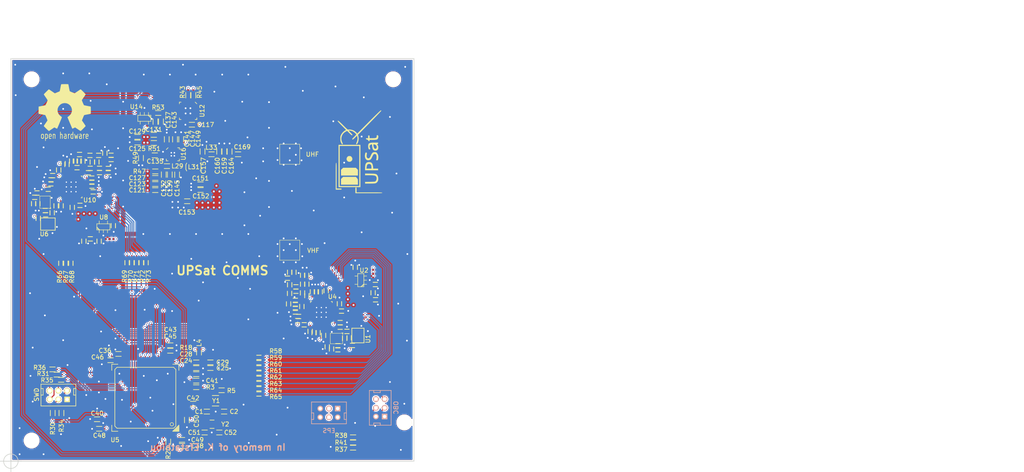
<source format=kicad_pcb>
(kicad_pcb (version 20171130) (host pcbnew "(5.1.8)-1")
  (title_block (title "UPSat COMMS") (date 2016-04-09) (rev 0.3))
  (layers (0 F.Cu signal) (1 In1.Cu signal) (2 In2.Cu signal) (31 B.Cu signal) (34 B.Paste user) (35 F.Paste user) (36 B.SilkS user) (37 F.SilkS user) (38 B.Mask user) (39 F.Mask user) (44 Edge.Cuts user))
  (net 0 "")
  (net 1 "Net-(C1-Pad2)")
  (net 2 "Net-(C2-Pad2)")
  (net 3 "Net-(C3-Pad1)")
  (net 4 GND)
  (net 5 +3V3)
  (net 6 VDD)
  (net 7 "Net-(C7-Pad1)")
  (net 8 "Net-(C8-Pad1)")
  (net 9 "Net-(C9-Pad1)")
  (net 10 "Net-(C9-Pad2)")
  (net 11 "Net-(C10-Pad2)")
  (net 12 "Net-(C11-Pad2)")
  (net 13 "Net-(C12-Pad2)")
  (net 14 "Net-(C20-Pad1)")
  (net 15 "Net-(C20-Pad2)")
  (net 16 "Net-(C21-Pad2)")
  (net 17 "Net-(C24-Pad1)")
  (net 18 "Net-(C25-Pad2)")
  (net 19 "Net-(C27-Pad2)")
  (net 20 "Net-(C31-Pad1)")
  (net 21 "Net-(C31-Pad2)")
  (net 22 "Net-(C32-Pad1)")
  (net 23 "Net-(C34-Pad1)")
  (net 24 "Net-(C35-Pad2)")
  (net 25 "Net-(C36-Pad1)")
  (net 26 "Net-(C37-Pad1)")
  (net 27 "Net-(C37-Pad2)")
  (net 28 "Net-(C39-Pad1)")
  (net 29 "Net-(C40-Pad1)")
  (net 30 "Net-(C44-Pad1)")
  (net 31 "Net-(C47-Pad1)")
  (net 32 "Net-(C51-Pad2)")
  (net 33 "Net-(C52-Pad2)")
  (net 34 "Net-(C53-Pad1)")
  (net 35 "Net-(C61-Pad1)")
  (net 36 "Net-(C62-Pad1)")
  (net 37 "Net-(C65-Pad1)")
  (net 38 "Net-(C65-Pad2)")
  (net 39 "Net-(C67-Pad2)")
  (net 40 "Net-(C69-Pad2)")
  (net 41 "Net-(C71-Pad2)")
  (net 42 "Net-(C87-Pad1)")
  (net 43 "Net-(C87-Pad2)")
  (net 44 "Net-(C89-Pad2)")
  (net 45 "Net-(C96-Pad2)")
  (net 46 "Net-(C101-Pad1)")
  (net 47 "Net-(C101-Pad2)")
  (net 48 "Net-(C103-Pad1)")
  (net 49 "Net-(C107-Pad1)")
  (net 50 "Net-(C109-Pad2)")
  (net 51 "Net-(C111-Pad1)")
  (net 52 "Net-(C111-Pad2)")
  (net 53 "Net-(C113-Pad1)")
  (net 54 "Net-(C115-Pad1)")
  (net 55 "Net-(C118-Pad1)")
  (net 56 "Net-(C132-Pad1)")
  (net 57 "Net-(C135-Pad1)")
  (net 58 "Net-(C139-Pad1)")
  (net 59 "Net-(C141-Pad1)")
  (net 60 "Net-(C145-Pad1)")
  (net 61 "Net-(C157-Pad2)")
  (net 62 "Net-(C159-Pad2)")
  (net 63 "Net-(P1-Pad2)")
  (net 64 "Net-(P1-Pad3)")
  (net 65 "Net-(P1-Pad4)")
  (net 66 "Net-(P1-Pad5)")
  (net 67 "Net-(P1-Pad6)")
  (net 68 "Net-(P2-Pad3)")
  (net 69 "Net-(P2-Pad4)")
  (net 70 "Net-(P2-Pad5)")
  (net 71 /NRST)
  (net 72 "Net-(R5-Pad1)")
  (net 73 "Net-(R17-Pad1)")
  (net 74 "Net-(R20-Pad1)")
  (net 75 /SWDIO)
  (net 76 /USART3_TX)
  (net 77 "Net-(R32-Pad1)")
  (net 78 /SWCLK)
  (net 79 /USART3_RX)
  (net 80 /COMMS_TO_OBC_TX)
  (net 81 /COMMS_TO_OBC_EN)
  (net 82 /COMMS_TO_OBC_RX)
  (net 83 /I2C1_SDA)
  (net 84 /I2C1_SCL)
  (net 85 "Net-(R51-Pad2)")
  (net 86 "Net-(R53-Pad1)")
  (net 87 /2RESET_N)
  (net 88 /2GPIO3)
  (net 89 /2GPIO2)
  (net 90 /SPI2_MOSI)
  (net 91 /SPI2_SCK)
  (net 92 /SPI2_MISO)
  (net 93 /2GPIO0)
  (net 94 /2CS_N)
  (net 95 /1GPIO3)
  (net 96 /1GPIO2)
  (net 97 /DAC_OUT2)
  (net 98 /SPI1_MISO)
  (net 99 /SPI1_MOSI)
  (net 100 /1GPIO0)
  (net 101 /1RESET_N)
  (net 102 /1CS_N)
  (net 103 /SPI1_SCK)
  (net 104 "Net-(R58-Pad2)")
  (net 105 "Net-(R59-Pad2)")
  (net 106 "Net-(R60-Pad2)")
  (net 107 "Net-(R61-Pad2)")
  (net 108 "Net-(R62-Pad2)")
  (net 109 "Net-(R63-Pad2)")
  (net 110 "Net-(R64-Pad2)")
  (net 111 "Net-(R65-Pad2)")
  (net 112 "Net-(R66-Pad2)")
  (net 113 "Net-(R67-Pad2)")
  (net 114 "Net-(R68-Pad2)")
  (net 115 "Net-(R69-Pad2)")
  (net 116 "Net-(R70-Pad2)")
  (net 117 "Net-(R71-Pad2)")
  (net 118 "Net-(R72-Pad2)")
  (net 119 "Net-(R73-Pad2)")
  (net 120 "Net-(C169-Pad1)")
  (net 121 "Net-(U1-Pad1)")
  (net 122 "Net-(U4-Pad16)")
  (net 123 "Net-(U5-Pad4)")
  (net 124 "Net-(U5-Pad5)")
  (net 125 "Net-(U5-Pad7)")
  (net 126 "Net-(U5-Pad1)")
  (net 127 "Net-(U5-Pad2)")
  (net 128 "Net-(U5-Pad3)")
  (net 129 "Net-(U5-Pad17)")
  (net 130 "Net-(U5-Pad18)")
  (net 131 "Net-(U5-Pad23)")
  (net 132 "Net-(U5-Pad24)")
  (net 133 "Net-(U5-Pad33)")
  (net 134 "Net-(U5-Pad34)")
  (net 135 "Net-(U5-Pad35)")
  (net 136 "Net-(U5-Pad37)")
  (net 137 "Net-(U5-Pad39)")
  (net 138 "Net-(U5-Pad55)")
  (net 139 "Net-(U5-Pad56)")
  (net 140 "Net-(U5-Pad41)")
  (net 141 "Net-(U5-Pad42)")
  (net 142 "Net-(U5-Pad43)")
  (net 143 "Net-(U5-Pad57)")
  (net 144 "Net-(U5-Pad58)")
  (net 145 "Net-(U5-Pad59)")
  (net 146 "Net-(U5-Pad15)")
  (net 147 "Net-(U5-Pad16)")
  (net 148 "Net-(U5-Pad29)")
  (net 149 "Net-(U5-Pad44)")
  (net 150 "Net-(U5-Pad45)")
  (net 151 "Net-(U5-Pad60)")
  (net 152 "Net-(U5-Pad61)")
  (net 153 "Net-(U5-Pad62)")
  (net 154 "Net-(U5-Pad63)")
  (net 155 "Net-(U5-Pad64)")
  (net 156 "Net-(U5-Pad65)")
  (net 157 "Net-(U5-Pad66)")
  (net 158 "Net-(U5-Pad68)")
  (net 159 "Net-(U5-Pad70)")
  (net 160 "Net-(U5-Pad71)")
  (net 161 "Net-(U5-Pad78)")
  (net 162 "Net-(U5-Pad79)")
  (net 163 "Net-(U5-Pad81)")
  (net 164 "Net-(U5-Pad82)")
  (net 165 "Net-(U5-Pad85)")
  (net 166 "Net-(U5-Pad86)")
  (net 167 "Net-(U5-Pad87)")
  (net 168 "Net-(U5-Pad88)")
  (net 169 "Net-(U5-Pad90)")
  (net 170 "Net-(U5-Pad91)")
  (net 171 "Net-(U5-Pad92)")
  (net 172 "Net-(U5-Pad93)")
  (net 173 "Net-(U5-Pad97)")
  (net 174 "Net-(U5-Pad98)")
  (net 175 "Net-(U6-Pad1)")
  (net 176 "Net-(U10-Pad16)")
  (net 177 "Net-(U12-Pad5)")
  (net 178 "Net-(U12-Pad6)")
  (net 179 "Net-(U12-Pad7)")
  (net 180 "Net-(U12-Pad8)")
  (net 181 "Net-(U12-Pad9)")
  (net 182 "Net-(U12-Pad10)")
  (net 183 "Net-(U12-Pad13)")
  (net 184 "Net-(U12-Pad14)")
  (net 185 "Net-(U12-Pad15)")
  (net 186 "Net-(U12-Pad16)")
  (net 187 "Net-(U16-Pad7)")
  (net 188 "Net-(U16-Pad13)")
  (module via:VIA-0.6mm (layer F.Cu) (at 158.8 82.1)
    (fp_text reference REF** hide)
    (fp_text value VIA-0.6mm hide)
    (pad 1 thru_hole circle (at 0 0) (size 0.6 0.6) (drill 0.4) (layers *.Cu) (net 4 GND))
  )
  (module via:VIA-0.6mm (layer F.Cu) (at 159.7 90.7)
    (fp_text reference REF** hide)
    (fp_text value VIA-0.6mm hide)
    (pad 1 thru_hole circle (at 0 0) (size 0.6 0.6) (drill 0.4) (layers *.Cu) (net 4 GND))
  )
  (module via:VIA-0.6mm (layer F.Cu) (at 156.1 92.9)
    (fp_text reference REF** hide)
    (fp_text value VIA-0.6mm hide)
    (pad 1 thru_hole circle (at 0 0) (size 0.6 0.6) (drill 0.4) (layers *.Cu) (net 4 GND))
  )
  (module via:VIA-0.6mm (layer F.Cu) (at 156.1 85.3)
    (fp_text reference REF** hide)
    (fp_text value VIA-0.6mm hide)
    (pad 1 thru_hole circle (at 0 0) (size 0.6 0.6) (drill 0.4) (layers *.Cu) (net 4 GND))
  )
  (module via:VIA-0.6mm (layer F.Cu) (at 155.5 78.5)
    (fp_text reference REF** hide)
    (fp_text value VIA-0.6mm hide)
    (pad 1 thru_hole circle (at 0 0) (size 0.6 0.6) (drill 0.4) (layers *.Cu) (net 4 GND))
  )
  (module via:VIA-0.6mm (layer F.Cu) (at 147.6 78.2)
    (fp_text reference REF** hide)
    (fp_text value VIA-0.6mm hide)
    (pad 1 thru_hole circle (at 0 0) (size 0.6 0.6) (drill 0.4) (layers *.Cu) (net 4 GND))
  )
  (module via:VIA-0.6mm (layer F.Cu) (at 147.4 73.7)
    (fp_text reference REF** hide)
    (fp_text value VIA-0.6mm hide)
    (pad 1 thru_hole circle (at 0 0) (size 0.6 0.6) (drill 0.4) (layers *.Cu) (net 4 GND))
  )
  (module via:VIA-0.6mm (layer F.Cu) (at 156.8 72.7)
    (fp_text reference REF** hide)
    (fp_text value VIA-0.6mm hide)
    (pad 1 thru_hole circle (at 0 0) (size 0.6 0.6) (drill 0.4) (layers *.Cu) (net 4 GND))
  )
  (module via:VIA-0.6mm (layer F.Cu) (at 155.6 64.5)
    (fp_text reference REF** hide)
    (fp_text value VIA-0.6mm hide)
    (pad 1 thru_hole circle (at 0 0) (size 0.6 0.6) (drill 0.4) (layers *.Cu) (net 4 GND))
  )
  (module via:VIA-0.6mm (layer F.Cu) (at 151.7 68.9)
    (fp_text reference REF** hide)
    (fp_text value VIA-0.6mm hide)
    (pad 1 thru_hole circle (at 0 0) (size 0.6 0.6) (drill 0.4) (layers *.Cu) (net 4 GND))
  )
  (module via:VIA-0.6mm (layer F.Cu) (at 149.2 62.2)
    (fp_text reference REF** hide)
    (fp_text value VIA-0.6mm hide)
    (pad 1 thru_hole circle (at 0 0) (size 0.6 0.6) (drill 0.4) (layers *.Cu) (net 4 GND))
  )
  (module via:VIA-0.6mm (layer F.Cu) (at 122.7 128.8)
    (fp_text reference REF** hide)
    (fp_text value VIA-0.6mm hide)
    (pad 1 thru_hole circle (at 0 0) (size 0.6 0.6) (drill 0.4) (layers *.Cu) (net 4 GND))
  )
  (module via:VIA-0.6mm (layer F.Cu) (at 124.2 132.8)
    (fp_text reference REF** hide)
    (fp_text value VIA-0.6mm hide)
    (pad 1 thru_hole circle (at 0 0) (size 0.6 0.6) (drill 0.4) (layers *.Cu) (net 4 GND))
  )
  (module via:VIA-0.6mm (layer F.Cu) (at 122.7 131.3)
    (fp_text reference REF** hide)
    (fp_text value VIA-0.6mm hide)
    (pad 1 thru_hole circle (at 0 0) (size 0.6 0.6) (drill 0.4) (layers *.Cu) (net 4 GND))
  )
  (module via:VIA-0.6mm (layer F.Cu) (at 142.6 67.2)
    (fp_text reference REF** hide)
    (fp_text value VIA-0.6mm hide)
    (pad 1 thru_hole circle (at 0 0) (size 0.6 0.6) (drill 0.4) (layers *.Cu) (net 4 GND))
  )
  (module via:VIA-0.6mm (layer F.Cu) (at 143.7 67.2)
    (fp_text reference REF** hide)
    (fp_text value VIA-0.6mm hide)
    (pad 1 thru_hole circle (at 0 0) (size 0.6 0.6) (drill 0.4) (layers *.Cu) (net 4 GND))
  )
  (module via:VIA-0.6mm (layer F.Cu) (at 143.7 66)
    (fp_text reference REF** hide)
    (fp_text value VIA-0.6mm hide)
    (pad 1 thru_hole circle (at 0 0) (size 0.6 0.6) (drill 0.4) (layers *.Cu) (net 4 GND))
  )
  (module via:VIA-0.6mm (layer F.Cu) (at 142.6 66)
    (fp_text reference REF** hide)
    (fp_text value VIA-0.6mm hide)
    (pad 1 thru_hole circle (at 0 0) (size 0.6 0.6) (drill 0.4) (layers *.Cu) (net 4 GND))
  )
  (module via:VIA-0.6mm (layer F.Cu) (at 127.8 143.6)
    (fp_text reference REF** hide)
    (fp_text value VIA-0.6mm hide)
    (pad 1 thru_hole circle (at 0 0) (size 0.6 0.6) (drill 0.4) (layers *.Cu) (net 4 GND))
  )
  (module via:VIA-0.6mm (layer F.Cu) (at 181.5 138.3)
    (fp_text reference REF** hide)
    (fp_text value VIA-0.6mm hide)
    (pad 1 thru_hole circle (at 0 0) (size 0.6 0.6) (drill 0.4) (layers *.Cu) (net 4 GND))
  )
  (module Mounting_Holes:MountingHole_3mm (layer F.Cu) (at 190.25 59.35)
    (fp_text reference REF** hide)
    (fp_text value MountingHole_3mm)
    (pad "" np_thru_hole circle (at 0 0) (size 3.2 3.2) (drill 3.2) (layers *.Cu *.Mask F.SilkS))
  )
  (module Mounting_Holes:MountingHole_3mm (layer F.Cu) (at 192.8 138.18)
    (fp_text reference REF** hide)
    (fp_text value MountingHole_3mm)
    (pad "" np_thru_hole circle (at 0 0) (size 3.2 3.2) (drill 3.2) (layers *.Cu *.Mask F.SilkS))
  )
  (module Mounting_Holes:MountingHole_3mm (layer F.Cu) (at 107.25 142.35)
    (fp_text reference REF** hide)
    (fp_text value MountingHole_3mm)
    (pad "" np_thru_hole circle (at 0 0) (size 3.2 3.2) (drill 3.2) (layers *.Cu *.Mask F.SilkS))
  )
  (module hrs-df11:hrs-df11-6dp-2dsa (layer B.Cu) (at 175.5 136)
    (fp_text reference EPS (at 0 4.1) (layer B.SilkS) (effects (font (thickness 0.17)) (justify mirror)))
    (fp_text value CONN_02X03)
    (pad 1 thru_hole rect (at 2 -1) (size 1.3 1.3) (drill 0.8) (layers *.Cu *.Mask B.SilkS) (net 4 GND))
    (pad 2 thru_hole circle (at 2 1) (size 1.3 1.3) (drill 0.8) (layers *.Cu *.Mask B.SilkS) (net 4 GND))
    (pad 3 thru_hole circle (at 0 -1) (size 1.3 1.3) (drill 0.8) (layers *.Cu *.Mask B.SilkS) (net 5 +3V3))
    (pad 4 thru_hole circle (at 0 1) (size 1.3 1.3) (drill 0.8) (layers *.Cu *.Mask B.SilkS) (net 5 +3V3))
    (pad 5 thru_hole circle (at -2 -1) (size 1.3 1.3) (drill 0.8) (layers *.Cu *.Mask B.SilkS) (net 4 GND))
    (pad 6 thru_hole circle (at -2 1) (size 1.3 1.3) (drill 0.8) (layers *.Cu *.Mask B.SilkS) (net 4 GND))
  )
  (module libs:CC1120DecCAP (layer F.Cu) (at 120.97238 93.715664)
    (fp_text reference C81 hide)
    (fp_text value 2.2uF hide)
    (pad 1 smd rect (at 0 -1.7) (size 1.1 1.1) (layers F.Cu F.Paste F.Mask) (net 6 VDD))
    (pad 2 smd rect (at 0 0.03) (size 1.1 1.1) (layers F.Cu F.Paste F.Mask) (net 4 GND))
  )
  (module hrs-df11:hrs-df11-6dp-2dsa (layer F.Cu) (at 113.4 131.9)
    (fp_text reference SWD (at -5 -0.1 90) (layer F.SilkS) (effects (font (thickness 0.17))))
    (fp_text value SWD)
    (pad 1 thru_hole rect (at 2 1) (size 1.3 1.3) (drill 0.8) (layers *.Cu *.Mask F.SilkS) (net 4 GND))
    (pad 2 thru_hole circle (at 2 -1) (size 1.3 1.3) (drill 0.8) (layers *.Cu *.Mask F.SilkS) (net 63 "Net-(P1-Pad2)"))
    (pad 3 thru_hole circle (at 0 1) (size 1.3 1.3) (drill 0.8) (layers *.Cu *.Mask F.SilkS) (net 64 "Net-(P1-Pad3)"))
    (pad 4 thru_hole circle (at 0 -1) (size 1.3 1.3) (drill 0.8) (layers *.Cu *.Mask F.SilkS) (net 65 "Net-(P1-Pad4)"))
    (pad 5 thru_hole circle (at -2 1) (size 1.3 1.3) (drill 0.8) (layers *.Cu *.Mask F.SilkS) (net 66 "Net-(P1-Pad5)"))
    (pad 6 thru_hole circle (at -2 -1) (size 1.3 1.3) (drill 0.8) (layers *.Cu *.Mask F.SilkS) (net 67 "Net-(P1-Pad6)"))
  )
  (module hrs-df11:hrs-df11-6dp-2dsa (layer B.Cu) (at 187.27762 134.834336 270)
    (fp_text reference OBC (at -0.034336 -3.62238 270) (layer B.SilkS) (effects (font (thickness 0.17)) (justify mirror)))
    (fp_text value OBC)
    (pad 1 thru_hole rect (at 2 -1 270) (size 1.3 1.3) (drill 0.8) (layers *.Cu *.Mask B.SilkS) (net 4 GND))
    (pad 2 thru_hole circle (at 2 1 270) (size 1.3 1.3) (drill 0.8) (layers *.Cu *.Mask B.SilkS) (net 4 GND))
    (pad 3 thru_hole circle (at 0 -1 270) (size 1.3 1.3) (drill 0.8) (layers *.Cu *.Mask B.SilkS) (net 68 "Net-(P2-Pad3)"))
    (pad 4 thru_hole circle (at 0 1 270) (size 1.3 1.3) (drill 0.8) (layers *.Cu *.Mask B.SilkS) (net 69 "Net-(P2-Pad4)"))
    (pad 5 thru_hole circle (at -2 -1 270) (size 1.3 1.3) (drill 0.8) (layers *.Cu *.Mask B.SilkS) (net 70 "Net-(P2-Pad5)"))
    (pad 6 thru_hole circle (at -2 1 270) (size 1.3 1.3) (drill 0.8) (layers *.Cu *.Mask B.SilkS))
  )
  (module ADT7420:ADT7420 (layer F.Cu) (at 143.175 66.6 270)
    (fp_text reference U12 (at 0 -3.225 270) (layer F.SilkS) (effects (font (thickness 0.17))))
    (fp_text value ADT7420)
    (pad 1 smd rect (at -1.9 -0.975) (size 0.3 0.72) (layers F.Cu F.Paste F.Mask) (net 84 /I2C1_SCL))
    (pad 2 smd rect (at -1.9 -0.325) (size 0.3 0.72) (layers F.Cu F.Paste F.Mask) (net 83 /I2C1_SDA))
    (pad 3 smd rect (at -1.9 0.325) (size 0.3 0.72) (layers F.Cu F.Paste F.Mask) (net 4 GND))
    (pad 4 smd rect (at -1.9 0.975) (size 0.3 0.72) (layers F.Cu F.Paste F.Mask) (net 4 GND))
    (pad 5 smd rect (at -0.975 1.9 270) (size 0.3 0.72) (layers F.Cu F.Paste F.Mask) (net 177 "Net-(U12-Pad5)"))
    (pad 6 smd rect (at -0.325 1.9 270) (size 0.3 0.72) (layers F.Cu F.Paste F.Mask) (net 178 "Net-(U12-Pad6)"))
    (pad 7 smd rect (at 0.325 1.9 270) (size 0.3 0.72) (layers F.Cu F.Paste F.Mask) (net 179 "Net-(U12-Pad7)"))
    (pad 8 smd rect (at 0.975 1.9 270) (size 0.3 0.72) (layers F.Cu F.Paste F.Mask) (net 180 "Net-(U12-Pad8)"))
    (pad 9 smd rect (at 1.9 0.975) (size 0.3 0.72) (layers F.Cu F.Paste F.Mask) (net 181 "Net-(U12-Pad9)"))
    (pad 10 smd rect (at 1.9 0.325) (size 0.3 0.72) (layers F.Cu F.Paste F.Mask) (net 182 "Net-(U12-Pad10)"))
    (pad 11 smd rect (at 1.9 -0.325) (size 0.3 0.72) (layers F.Cu F.Paste F.Mask) (net 4 GND))
    (pad 12 smd rect (at 1.9 -0.975) (size 0.3 0.72) (layers F.Cu F.Paste F.Mask) (net 5 +3V3))
    (pad 13 smd rect (at 0.975 -1.9 270) (size 0.3 0.72) (layers F.Cu F.Paste F.Mask) (net 183 "Net-(U12-Pad13)"))
    (pad 14 smd rect (at 0.325 -1.9 270) (size 0.3 0.72) (layers F.Cu F.Paste F.Mask) (net 184 "Net-(U12-Pad14)"))
    (pad 15 smd rect (at -0.325 -1.9 270) (size 0.3 0.72) (layers F.Cu F.Paste F.Mask) (net 185 "Net-(U12-Pad15)"))
    (pad 16 smd rect (at -0.975 -1.9 270) (size 0.3 0.72) (layers F.Cu F.Paste F.Mask) (net 186 "Net-(U12-Pad16)"))
    (pad 17 smd rect (at 0 0 270) (size 2.5 2.5) (layers F.Cu F.Paste F.Mask) (net 4 GND))
  )
  (module STM32F407VGT6:TQFP-100 (layer F.Cu) (at 133.35088 132.52588 90)
    (fp_text reference U5 (at -9.67412 -6.95088 180) (layer F.SilkS) (effects (font (thickness 0.17))))
    (fp_text value STM32F407VG hide)
    (pad 4 smd rect (at -4.50088 7.67588 90) (size 0.29972 1.30048) (layers F.Cu F.Paste F.Mask) (net 123 "Net-(U5-Pad4)"))
    (pad 5 smd rect (at -4.0005 7.67588 90) (size 0.29972 1.30048) (layers F.Cu F.Paste F.Mask) (net 124 "Net-(U5-Pad5)"))
    (pad 6 smd rect (at -3.50012 7.67588 90) (size 0.29972 1.30048) (layers F.Cu F.Paste F.Mask) (net 5 +3V3))
    (pad 7 smd rect (at -2.99974 7.67588 90) (size 0.29972 1.30048) (layers F.Cu F.Paste F.Mask) (net 125 "Net-(U5-Pad7)"))
    (pad 8 smd rect (at -2.49936 7.67588 90) (size 0.29972 1.30048) (layers F.Cu F.Paste F.Mask) (net 32 "Net-(C51-Pad2)"))
    (pad 1 smd rect (at -5.99948 7.67588 90) (size 0.29972 1.30048) (layers F.Cu F.Paste F.Mask) (net 126 "Net-(U5-Pad1)"))
    (pad 2 smd rect (at -5.4991 7.67588 90) (size 0.29972 1.30048) (layers F.Cu F.Paste F.Mask) (net 127 "Net-(U5-Pad2)"))
    (pad 3 smd rect (at -5.00126 7.67588 90) (size 0.29972 1.30048) (layers F.Cu F.Paste F.Mask) (net 128 "Net-(U5-Pad3)"))
    (pad 17 smd rect (at 1.99898 7.67588 90) (size 0.29972 1.30048) (layers F.Cu F.Paste F.Mask) (net 129 "Net-(U5-Pad17)"))
    (pad 18 smd rect (at 2.49936 7.67588 90) (size 0.29972 1.30048) (layers F.Cu F.Paste F.Mask) (net 130 "Net-(U5-Pad18)"))
    (pad 19 smd rect (at 2.99974 7.67588 90) (size 0.29972 1.30048) (layers F.Cu F.Paste F.Mask) (net 5 +3V3))
    (pad 20 smd rect (at 3.50012 7.67588 90) (size 0.29972 1.30048) (layers F.Cu F.Paste F.Mask) (net 4 GND))
    (pad 21 smd rect (at 4.0005 7.67588 90) (size 0.29972 1.30048) (layers F.Cu F.Paste F.Mask) (net 17 "Net-(C24-Pad1)"))
    (pad 22 smd rect (at 4.50088 7.67588 90) (size 0.29972 1.30048) (layers F.Cu F.Paste F.Mask) (net 18 "Net-(C25-Pad2)"))
    (pad 23 smd rect (at 5.00126 7.67588 90) (size 0.29972 1.30048) (layers F.Cu F.Paste F.Mask) (net 131 "Net-(U5-Pad23)"))
    (pad 24 smd rect (at 5.4991 7.67588 90) (size 0.29972 1.30048) (layers F.Cu F.Paste F.Mask) (net 132 "Net-(U5-Pad24)"))
    (pad 33 smd rect (at 7.67588 2.49936 90) (size 1.30048 0.29972) (layers F.Cu F.Paste F.Mask) (net 133 "Net-(U5-Pad33)"))
    (pad 34 smd rect (at 7.67588 1.99898 90) (size 1.30048 0.29972) (layers F.Cu F.Paste F.Mask) (net 134 "Net-(U5-Pad34)"))
    (pad 35 smd rect (at 7.67588 1.50114 90) (size 1.30048 0.29972) (layers F.Cu F.Paste F.Mask) (net 135 "Net-(U5-Pad35)"))
    (pad 36 smd rect (at 7.67588 1.00076 90) (size 1.30048 0.29972) (layers F.Cu F.Paste F.Mask) (net 87 /2RESET_N))
    (pad 37 smd rect (at 7.67588 0.50038 90) (size 1.30048 0.29972) (layers F.Cu F.Paste F.Mask) (net 136 "Net-(U5-Pad37)"))
    (pad 38 smd rect (at 7.67588 0 90) (size 1.30048 0.29972) (layers F.Cu F.Paste F.Mask) (net 88 /2GPIO3))
    (pad 39 smd rect (at 7.67588 -0.50038 90) (size 1.30048 0.29972) (layers F.Cu F.Paste F.Mask) (net 137 "Net-(U5-Pad39)"))
    (pad 40 smd rect (at 7.67588 -1.00076 90) (size 1.30048 0.29972) (layers F.Cu F.Paste F.Mask) (net 89 /2GPIO2))
    (pad 49 smd rect (at 7.67588 -5.4991 90) (size 1.30048 0.29972) (layers F.Cu F.Paste F.Mask) (net 25 "Net-(C36-Pad1)"))
    (pad 50 smd rect (at 7.67588 -5.99948 90) (size 1.30048 0.29972) (layers F.Cu F.Paste F.Mask) (net 5 +3V3))
    (pad 51 smd rect (at 5.99948 -7.67588 90) (size 0.29972 1.30048) (layers F.Cu F.Paste F.Mask) (net 93 /2GPIO0))
    (pad 52 smd rect (at 5.4991 -7.67588 90) (size 0.29972 1.30048) (layers F.Cu F.Paste F.Mask) (net 91 /SPI2_SCK))
    (pad 53 smd rect (at 5.00126 -7.67588 90) (size 0.29972 1.30048) (layers F.Cu F.Paste F.Mask) (net 92 /SPI2_MISO))
    (pad 54 smd rect (at 4.50088 -7.67588 90) (size 0.29972 1.30048) (layers F.Cu F.Paste F.Mask) (net 90 /SPI2_MOSI))
    (pad 55 smd rect (at 4.0005 -7.67588 90) (size 0.29972 1.30048) (layers F.Cu F.Paste F.Mask) (net 138 "Net-(U5-Pad55)"))
    (pad 56 smd rect (at 3.50012 -7.67588 90) (size 0.29972 1.30048) (layers F.Cu F.Paste F.Mask) (net 139 "Net-(U5-Pad56)"))
    (pad 9 smd rect (at -1.99898 7.67588 90) (size 0.29972 1.30048) (layers F.Cu F.Paste F.Mask) (net 33 "Net-(C52-Pad2)"))
    (pad 10 smd rect (at -1.50114 7.67588 90) (size 0.29972 1.30048) (layers F.Cu F.Paste F.Mask) (net 4 GND))
    (pad 11 smd rect (at -1.00076 7.67588 90) (size 0.29972 1.30048) (layers F.Cu F.Paste F.Mask) (net 5 +3V3))
    (pad 25 smd rect (at 5.99948 7.67588 90) (size 0.29972 1.30048) (layers F.Cu F.Paste F.Mask) (net 95 /1GPIO3))
    (pad 26 smd rect (at 7.67588 5.99948 90) (size 1.30048 0.29972) (layers F.Cu F.Paste F.Mask) (net 96 /1GPIO2))
    (pad 27 smd rect (at 7.67588 5.4991 90) (size 1.30048 0.29972) (layers F.Cu F.Paste F.Mask) (net 4 GND))
    (pad 41 smd rect (at 7.67588 -1.50114 90) (size 1.30048 0.29972) (layers F.Cu F.Paste F.Mask) (net 140 "Net-(U5-Pad41)"))
    (pad 42 smd rect (at 7.67588 -1.99898 90) (size 1.30048 0.29972) (layers F.Cu F.Paste F.Mask) (net 141 "Net-(U5-Pad42)"))
    (pad 43 smd rect (at 7.67588 -2.49936 90) (size 1.30048 0.29972) (layers F.Cu F.Paste F.Mask) (net 142 "Net-(U5-Pad43)"))
    (pad 57 smd rect (at 2.99974 -7.67588 90) (size 0.29972 1.30048) (layers F.Cu F.Paste F.Mask) (net 143 "Net-(U5-Pad57)"))
    (pad 58 smd rect (at 2.49936 -7.67588 90) (size 0.29972 1.30048) (layers F.Cu F.Paste F.Mask) (net 144 "Net-(U5-Pad58)"))
    (pad 59 smd rect (at 1.99898 -7.67588 90) (size 0.29972 1.30048) (layers F.Cu F.Paste F.Mask) (net 145 "Net-(U5-Pad59)"))
    (pad 12 smd rect (at -0.50038 7.67588 90) (size 0.29972 1.30048) (layers F.Cu F.Paste F.Mask) (net 1 "Net-(C1-Pad2)"))
    (pad 13 smd rect (at 0 7.67588 90) (size 0.29972 1.30048) (layers F.Cu F.Paste F.Mask) (net 72 "Net-(R5-Pad1)"))
    (pad 14 smd rect (at 0.50038 7.67588 90) (size 0.29972 1.30048) (layers F.Cu F.Paste F.Mask) (net 71 /NRST))
    (pad 15 smd rect (at 1.00076 7.67588 90) (size 0.29972 1.30048) (layers F.Cu F.Paste F.Mask) (net 146 "Net-(U5-Pad15)"))
    (pad 16 smd rect (at 1.50114 7.67588 90) (size 0.29972 1.30048) (layers F.Cu F.Paste F.Mask) (net 147 "Net-(U5-Pad16)"))
    (pad 28 smd rect (at 7.67588 5.00126 90) (size 1.30048 0.29972) (layers F.Cu F.Paste F.Mask) (net 5 +3V3))
    (pad 29 smd rect (at 7.67588 4.50088 90) (size 1.30048 0.29972) (layers F.Cu F.Paste F.Mask) (net 148 "Net-(U5-Pad29)"))
    (pad 30 smd rect (at 7.67588 4.0005 90) (size 1.30048 0.29972) (layers F.Cu F.Paste F.Mask) (net 97 /DAC_OUT2))
    (pad 31 smd rect (at 7.67588 3.50012 90) (size 1.30048 0.29972) (layers F.Cu F.Paste F.Mask) (net 98 /SPI1_MISO))
    (pad 32 smd rect (at 7.67588 2.99974 90) (size 1.30048 0.29972) (layers F.Cu F.Paste F.Mask) (net 99 /SPI1_MOSI))
    (pad 44 smd rect (at 7.67588 -2.99974 90) (size 1.30048 0.29972) (layers F.Cu F.Paste F.Mask) (net 149 "Net-(U5-Pad44)"))
    (pad 45 smd rect (at 7.67588 -3.50012 90) (size 1.30048 0.29972) (layers F.Cu F.Paste F.Mask) (net 150 "Net-(U5-Pad45)"))
    (pad 46 smd rect (at 7.67588 -4.0005 90) (size 1.30048 0.29972) (layers F.Cu F.Paste F.Mask) (net 94 /2CS_N))
    (pad 47 smd rect (at 7.67588 -4.50088 90) (size 1.30048 0.29972) (layers F.Cu F.Paste F.Mask) (net 76 /USART3_TX))
    (pad 48 smd rect (at 7.67588 -5.00126 90) (size 1.30048 0.29972) (layers F.Cu F.Paste F.Mask) (net 79 /USART3_RX))
    (pad 60 smd rect (at 1.50114 -7.67588 90) (size 0.29972 1.30048) (layers F.Cu F.Paste F.Mask) (net 151 "Net-(U5-Pad60)"))
    (pad 61 smd rect (at 1.00076 -7.67588 90) (size 0.29972 1.30048) (layers F.Cu F.Paste F.Mask) (net 152 "Net-(U5-Pad61)"))
    (pad 62 smd rect (at 0.50038 -7.67588 90) (size 0.29972 1.30048) (layers F.Cu F.Paste F.Mask) (net 153 "Net-(U5-Pad62)"))
    (pad 63 smd rect (at 0 -7.67588 90) (size 0.29972 1.30048) (layers F.Cu F.Paste F.Mask) (net 154 "Net-(U5-Pad63)"))
    (pad 64 smd rect (at -0.50038 -7.67588 90) (size 0.29972 1.30048) (layers F.Cu F.Paste F.Mask) (net 155 "Net-(U5-Pad64)"))
    (pad 65 smd rect (at -1.00076 -7.67588 90) (size 0.29972 1.30048) (layers F.Cu F.Paste F.Mask) (net 156 "Net-(U5-Pad65)"))
    (pad 66 smd rect (at -1.50114 -7.67588 90) (size 0.29972 1.30048) (layers F.Cu F.Paste F.Mask) (net 157 "Net-(U5-Pad66)"))
    (pad 67 smd rect (at -1.99898 -7.67588 90) (size 0.29972 1.30048) (layers F.Cu F.Paste F.Mask) (net 100 /1GPIO0))
    (pad 68 smd rect (at -2.49936 -7.67588 90) (size 0.29972 1.30048) (layers F.Cu F.Paste F.Mask) (net 158 "Net-(U5-Pad68)"))
    (pad 69 smd rect (at -2.99974 -7.67588 90) (size 0.29972 1.30048) (layers F.Cu F.Paste F.Mask) (net 101 /1RESET_N))
    (pad 70 smd rect (at -3.50012 -7.67588 90) (size 0.29972 1.30048) (layers F.Cu F.Paste F.Mask) (net 159 "Net-(U5-Pad70)"))
    (pad 71 smd rect (at -4.0005 -7.67588 90) (size 0.29972 1.30048) (layers F.Cu F.Paste F.Mask) (net 160 "Net-(U5-Pad71)"))
    (pad 72 smd rect (at -4.50088 -7.67588 90) (size 0.29972 1.30048) (layers F.Cu F.Paste F.Mask) (net 75 /SWDIO))
    (pad 73 smd rect (at -5.00126 -7.67588 90) (size 0.29972 1.30048) (layers F.Cu F.Paste F.Mask) (net 29 "Net-(C40-Pad1)"))
    (pad 74 smd rect (at -5.4991 -7.67588 90) (size 0.29972 1.30048) (layers F.Cu F.Paste F.Mask) (net 4 GND))
    (pad 75 smd rect (at -5.99948 -7.67588 90) (size 0.29972 1.30048) (layers F.Cu F.Paste F.Mask) (net 5 +3V3))
    (pad 76 smd rect (at -7.67588 -5.99948 90) (size 1.30048 0.29972) (layers F.Cu F.Paste F.Mask) (net 78 /SWCLK))
    (pad 77 smd rect (at -7.67588 -5.4991 90) (size 1.30048 0.29972) (layers F.Cu F.Paste F.Mask) (net 102 /1CS_N))
    (pad 78 smd rect (at -7.67588 -5.00126 90) (size 1.30048 0.29972) (layers F.Cu F.Paste F.Mask) (net 161 "Net-(U5-Pad78)"))
    (pad 79 smd rect (at -7.67588 -4.50088 90) (size 1.30048 0.29972) (layers F.Cu F.Paste F.Mask) (net 162 "Net-(U5-Pad79)"))
    (pad 80 smd rect (at -7.67588 -4.0005 90) (size 1.30048 0.29972) (layers F.Cu F.Paste F.Mask) (net 80 /COMMS_TO_OBC_TX))
    (pad 81 smd rect (at -7.67588 -3.50012 90) (size 1.30048 0.29972) (layers F.Cu F.Paste F.Mask) (net 163 "Net-(U5-Pad81)"))
    (pad 82 smd rect (at -7.67588 -2.99974 90) (size 1.30048 0.29972) (layers F.Cu F.Paste F.Mask) (net 164 "Net-(U5-Pad82)"))
    (pad 83 smd rect (at -7.67588 -2.49936 90) (size 1.30048 0.29972) (layers F.Cu F.Paste F.Mask) (net 82 /COMMS_TO_OBC_RX))
    (pad 84 smd rect (at -7.67588 -1.99898 90) (size 1.30048 0.29972) (layers F.Cu F.Paste F.Mask) (net 81 /COMMS_TO_OBC_EN))
    (pad 85 smd rect (at -7.67588 -1.50114 90) (size 1.30048 0.29972) (layers F.Cu F.Paste F.Mask) (net 165 "Net-(U5-Pad85)"))
    (pad 86 smd rect (at -7.67588 -1.00076 90) (size 1.30048 0.29972) (layers F.Cu F.Paste F.Mask) (net 166 "Net-(U5-Pad86)"))
    (pad 87 smd rect (at -7.67588 -0.50038 90) (size 1.30048 0.29972) (layers F.Cu F.Paste F.Mask) (net 167 "Net-(U5-Pad87)"))
    (pad 88 smd rect (at -7.67588 0 90) (size 1.30048 0.29972) (layers F.Cu F.Paste F.Mask) (net 168 "Net-(U5-Pad88)"))
    (pad 89 smd rect (at -7.67588 0.50038 90) (size 1.30048 0.29972) (layers F.Cu F.Paste F.Mask) (net 103 /SPI1_SCK))
    (pad 90 smd rect (at -7.67588 1.00076 90) (size 1.30048 0.29972) (layers F.Cu F.Paste F.Mask) (net 169 "Net-(U5-Pad90)"))
    (pad 91 smd rect (at -7.67588 1.50114 90) (size 1.30048 0.29972) (layers F.Cu F.Paste F.Mask) (net 170 "Net-(U5-Pad91)"))
    (pad 92 smd rect (at -7.67588 1.99898 90) (size 1.30048 0.29972) (layers F.Cu F.Paste F.Mask) (net 171 "Net-(U5-Pad92)"))
    (pad 93 smd rect (at -7.67588 2.49936 90) (size 1.30048 0.29972) (layers F.Cu F.Paste F.Mask) (net 172 "Net-(U5-Pad93)"))
    (pad 94 smd rect (at -7.67588 2.99974 90) (size 1.30048 0.29972) (layers F.Cu F.Paste F.Mask) (net 4 GND))
    (pad 95 smd rect (at -7.67588 3.50012 90) (size 1.30048 0.29972) (layers F.Cu F.Paste F.Mask) (net 84 /I2C1_SCL))
    (pad 96 smd rect (at -7.67588 4.0005 90) (size 1.30048 0.29972) (layers F.Cu F.Paste F.Mask) (net 83 /I2C1_SDA))
    (pad 97 smd rect (at -7.67588 4.50088 90) (size 1.30048 0.29972) (layers F.Cu F.Paste F.Mask) (net 173 "Net-(U5-Pad97)"))
    (pad 98 smd rect (at -7.67588 5.00126 90) (size 1.30048 0.29972) (layers F.Cu F.Paste F.Mask) (net 174 "Net-(U5-Pad98)"))
    (pad 99 smd rect (at -7.67588 5.4991 90) (size 1.30048 0.29972) (layers F.Cu F.Paste F.Mask) (net 74 "Net-(R20-Pad1)"))
    (pad 100 smd rect (at -7.67588 5.99948 90) (size 1.30048 0.29972) (layers F.Cu F.Paste F.Mask) (net 5 +3V3))
  )
  (module Mounting_Holes:MountingHole_3mm (layer F.Cu) (at 107.25 59.35)
    (fp_text reference REF** hide)
    (fp_text value MountingHole_3mm)
    (pad "" np_thru_hole circle (at 0 0) (size 3.2 3.2) (drill 3.2) (layers *.Cu *.Mask F.SilkS))
  )
  (module BMI-S-x06:BMI-S-x06 (layer F.Cu) (at 145 76.585)
    (fp_text reference RFSHIELD1 hide)
    (fp_text value TEST_1P)
    (pad 1 smd rect (at -16.74 15.955) (size 1 5.72) (layers F.Cu F.Paste F.Mask) (net 4 GND))
    (pad 1 smd rect (at -16.74 9.005) (size 1 3.8) (layers F.Cu F.Paste F.Mask) (net 4 GND))
    (pad 1 smd rect (at -16.74 2.995) (size 1 3.8) (layers F.Cu F.Paste F.Mask) (net 4 GND))
    (pad 1 smd rect (at -16.74 -2.995) (size 1 3.8) (layers F.Cu F.Paste F.Mask) (net 4 GND))
    (pad 1 smd rect (at -16.74 -8.995) (size 1 3.8) (layers F.Cu F.Paste F.Mask) (net 4 GND))
    (pad 1 smd rect (at 16.74 9.005) (size 1 3.8) (layers F.Cu F.Paste F.Mask) (net 4 GND))
    (pad 1 smd rect (at 16.74 2.995) (size 1 3.8) (layers F.Cu F.Paste F.Mask) (net 4 GND))
    (pad 1 smd rect (at 16.74 -2.995) (size 1 3.8) (layers F.Cu F.Paste F.Mask) (net 4 GND))
    (pad 1 smd rect (at 16.74 -8.995) (size 1 3.8) (layers F.Cu F.Paste F.Mask) (net 4 GND))
    (pad 1 smd rect (at 16.74 15.955) (size 1 5.72) (layers F.Cu F.Paste F.Mask) (net 4 GND))
    (pad 1 smd rect (at 16.74 -15.96) (size 1 5.72) (layers F.Cu F.Paste F.Mask) (net 4 GND))
    (pad 1 smd rect (at -16.74 -15.96) (size 1 5.72) (layers F.Cu F.Paste F.Mask) (net 4 GND))
    (pad 1 smd rect (at -9 18.315) (size 3.8 1) (layers F.Cu F.Paste F.Mask) (net 4 GND))
    (pad 1 smd rect (at -3 18.315) (size 3.8 1) (layers F.Cu F.Paste F.Mask) (net 4 GND))
    (pad 1 smd rect (at 3 18.315) (size 3.8 1) (layers F.Cu F.Paste F.Mask) (net 4 GND))
    (pad 1 smd rect (at 9 18.315) (size 3.8 1) (layers F.Cu F.Paste F.Mask) (net 4 GND))
    (pad 1 smd rect (at -9 -18.315) (size 3.8 1) (layers F.Cu F.Paste F.Mask) (net 4 GND))
    (pad 1 smd rect (at -3 -18.315) (size 3.8 1) (layers F.Cu F.Paste F.Mask) (net 4 GND))
    (pad 1 smd rect (at 3 -18.315) (size 3.8 1) (layers F.Cu F.Paste F.Mask) (net 4 GND))
    (pad 1 smd rect (at 9 -18.315) (size 3.8 1) (layers F.Cu F.Paste F.Mask) (net 4 GND))
    (pad 1 smd rect (at -15.17 -18.32) (size 4.14 1) (layers F.Cu F.Paste F.Mask) (net 4 GND))
    (pad 1 smd rect (at 15.17 -18.32) (size 4.14 1) (layers F.Cu F.Paste F.Mask) (net 4 GND))
    (pad 1 smd rect (at -15.17 18.315) (size 4.14 1) (layers F.Cu F.Paste F.Mask) (net 4 GND))
    (pad 1 smd rect (at 15.17 18.315) (size 4.14 1) (layers F.Cu F.Paste F.Mask) (net 4 GND))
  )
  (module via:VIA-0.6mm (layer F.Cu) (at 191 81)
    (fp_text reference REF** hide)
    (fp_text value VIA-0.6mm hide)
    (pad 1 thru_hole circle (at 0 0) (size 0.6 0.6) (drill 0.4) (layers *.Cu) (net 4 GND))
  )
  (module via:VIA-0.6mm (layer F.Cu) (at 189.5 68)
    (fp_text reference REF** hide)
    (fp_text value VIA-0.6mm hide)
    (pad 1 thru_hole circle (at 0 0) (size 0.6 0.6) (drill 0.4) (layers *.Cu) (net 4 GND))
  )
  (module via:VIA-0.6mm (layer F.Cu) (at 193 56.5)
    (fp_text reference REF** hide)
    (fp_text value VIA-0.6mm hide)
    (pad 1 thru_hole circle (at 0 0) (size 0.6 0.6) (drill 0.4) (layers *.Cu) (net 4 GND))
  )
  (module via:VIA-0.6mm (layer F.Cu) (at 177 61)
    (fp_text reference REF** hide)
    (fp_text value VIA-0.6mm hide)
    (pad 1 thru_hole circle (at 0 0) (size 0.6 0.6) (drill 0.4) (layers *.Cu) (net 4 GND))
  )
  (module via:VIA-0.6mm (layer F.Cu) (at 125 120.5)
    (fp_text reference REF** hide)
    (fp_text value VIA-0.6mm hide)
    (pad 1 thru_hole circle (at 0 0) (size 0.6 0.6) (drill 0.4) (layers *.Cu) (net 4 GND))
  )
  (module via:VIA-0.6mm (layer F.Cu) (at 126.5 112.4)
    (fp_text reference REF** hide)
    (fp_text value VIA-0.6mm hide)
    (pad 1 thru_hole circle (at 0 0) (size 0.6 0.6) (drill 0.4) (layers *.Cu) (net 4 GND))
  )
  (module via:VIA-0.6mm (layer F.Cu) (at 117 109.3)
    (fp_text reference REF** hide)
    (fp_text value VIA-0.6mm hide)
    (pad 1 thru_hole circle (at 0 0) (size 0.6 0.6) (drill 0.4) (layers *.Cu) (net 4 GND))
  )
  (module via:VIA-0.6mm (layer F.Cu) (at 183.5 63.5)
    (fp_text reference REF** hide)
    (fp_text value VIA-0.6mm hide)
    (pad 1 thru_hole circle (at 0 0) (size 0.6 0.6) (drill 0.4) (layers *.Cu) (net 4 GND))
  )
  (module via:VIA-0.6mm (layer F.Cu) (at 165.5 56.5)
    (fp_text reference REF** hide)
    (fp_text value VIA-0.6mm hide)
    (pad 1 thru_hole circle (at 0 0) (size 0.6 0.6) (drill 0.4) (layers *.Cu) (net 4 GND))
  )
  (module via:VIA-0.6mm (layer F.Cu) (at 176.5 69)
    (fp_text reference REF** hide)
    (fp_text value VIA-0.6mm hide)
    (pad 1 thru_hole circle (at 0 0) (size 0.6 0.6) (drill 0.4) (layers *.Cu) (net 4 GND))
  )
  (module via:VIA-0.6mm (layer F.Cu) (at 138.5 127)
    (fp_text reference REF** hide)
    (fp_text value VIA-0.6mm hide)
    (pad 1 thru_hole circle (at 0 0) (size 0.6 0.6) (drill 0.4) (layers *.Cu) (net 4 GND))
  )
  (module via:VIA-0.6mm (layer F.Cu) (at 127.4 127)
    (fp_text reference REF** hide)
    (fp_text value VIA-0.6mm hide)
    (pad 1 thru_hole circle (at 0 0) (size 0.6 0.6) (drill 0.4) (layers *.Cu) (net 4 GND))
  )
  (module via:VIA-0.6mm (layer F.Cu) (at 133 127.5)
    (fp_text reference REF** hide)
    (fp_text value VIA-0.6mm hide)
    (pad 1 thru_hole circle (at 0 0) (size 0.6 0.6) (drill 0.4) (layers *.Cu) (net 4 GND))
  )
  (module via:VIA-0.6mm (layer F.Cu) (at 183 72.5)
    (fp_text reference REF** hide)
    (fp_text value VIA-0.6mm hide)
    (pad 1 thru_hole circle (at 0 0) (size 0.6 0.6) (drill 0.4) (layers *.Cu) (net 4 GND))
  )
  (module via:VIA-0.6mm (layer F.Cu) (at 169.5 62)
    (fp_text reference REF** hide)
    (fp_text value VIA-0.6mm hide)
    (pad 1 thru_hole circle (at 0 0) (size 0.6 0.6) (drill 0.4) (layers *.Cu) (net 4 GND))
  )
  (module via:VIA-0.6mm (layer F.Cu) (at 136 128.5)
    (fp_text reference REF** hide)
    (fp_text value VIA-0.6mm hide)
    (pad 1 thru_hole circle (at 0 0) (size 0.6 0.6) (drill 0.4) (layers *.Cu) (net 4 GND))
  )
  (module via:VIA-0.6mm (layer F.Cu) (at 134.5 132.5)
    (fp_text reference REF** hide)
    (fp_text value VIA-0.6mm hide)
    (pad 1 thru_hole circle (at 0 0) (size 0.6 0.6) (drill 0.4) (layers *.Cu) (net 4 GND))
  )
  (module via:VIA-0.6mm (layer F.Cu) (at 106.9 108.5)
    (fp_text reference REF** hide)
    (fp_text value VIA-0.6mm hide)
    (pad 1 thru_hole circle (at 0 0) (size 0.6 0.6) (drill 0.4) (layers *.Cu) (net 4 GND))
  )
  (module via:VIA-0.6mm (layer F.Cu) (at 190 90)
    (fp_text reference REF** hide)
    (fp_text value VIA-0.6mm hide)
    (pad 1 thru_hole circle (at 0 0) (size 0.6 0.6) (drill 0.4) (layers *.Cu) (net 4 GND))
  )
  (module via:VIA-0.6mm (layer F.Cu) (at 128 133)
    (fp_text reference REF** hide)
    (fp_text value VIA-0.6mm hide)
    (pad 1 thru_hole circle (at 0 0) (size 0.6 0.6) (drill 0.4) (layers *.Cu) (net 4 GND))
  )
  (module via:VIA-0.6mm (layer F.Cu) (at 110.3 113.6)
    (fp_text reference REF** hide)
    (fp_text value VIA-0.6mm hide)
    (pad 1 thru_hole circle (at 0 0) (size 0.6 0.6) (drill 0.4) (layers *.Cu) (net 4 GND))
  )
  (module via:VIA-0.6mm (layer F.Cu) (at 107.5 121)
    (fp_text reference REF** hide)
    (fp_text value VIA-0.6mm hide)
    (pad 1 thru_hole circle (at 0 0) (size 0.6 0.6) (drill 0.4) (layers *.Cu) (net 4 GND))
  )
  (module via:VIA-0.6mm (layer F.Cu) (at 172 89.5)
    (fp_text reference REF** hide)
    (fp_text value VIA-0.6mm hide)
    (pad 1 thru_hole circle (at 0 0) (size 0.6 0.6) (drill 0.4) (layers *.Cu) (net 4 GND))
  )
  (module via:VIA-0.6mm (layer F.Cu) (at 142 56)
    (fp_text reference REF** hide)
    (fp_text value VIA-0.6mm hide)
    (pad 1 thru_hole circle (at 0 0) (size 0.6 0.6) (drill 0.4) (layers *.Cu) (net 4 GND))
  )
  (module via:VIA-0.6mm (layer F.Cu) (at 121.1 70.85)
    (fp_text reference REF** hide)
    (fp_text value VIA-0.6mm hide)
    (pad 1 thru_hole circle (at 0 0) (size 0.6 0.6) (drill 0.4) (layers *.Cu) (net 4 GND))
  )
  (module via:VIA-0.6mm (layer F.Cu) (at 135 135.5)
    (fp_text reference REF** hide)
    (fp_text value VIA-0.6mm hide)
    (pad 1 thru_hole circle (at 0 0) (size 0.6 0.6) (drill 0.4) (layers *.Cu) (net 4 GND))
  )
  (module via:VIA-0.6mm (layer F.Cu) (at 114.5 119.3)
    (fp_text reference REF** hide)
    (fp_text value VIA-0.6mm hide)
    (pad 1 thru_hole circle (at 0 0) (size 0.6 0.6) (drill 0.4) (layers *.Cu) (net 4 GND))
  )
  (module via:VIA-0.6mm (layer F.Cu) (at 107 127.5)
    (fp_text reference REF** hide)
    (fp_text value VIA-0.6mm hide)
    (pad 1 thru_hole circle (at 0 0) (size 0.6 0.6) (drill 0.4) (layers *.Cu) (net 4 GND))
  )
  (module via:VIA-0.6mm (layer F.Cu) (at 179 86.5)
    (fp_text reference REF** hide)
    (fp_text value VIA-0.6mm hide)
    (pad 1 thru_hole circle (at 0 0) (size 0.6 0.6) (drill 0.4) (layers *.Cu) (net 4 GND))
  )
  (module via:VIA-0.6mm (layer F.Cu) (at 167 85)
    (fp_text reference REF** hide)
    (fp_text value VIA-0.6mm hide)
    (pad 1 thru_hole circle (at 0 0) (size 0.6 0.6) (drill 0.4) (layers *.Cu) (net 4 GND))
  )
  (module via:VIA-0.6mm (layer F.Cu) (at 139.5 104)
    (fp_text reference REF** hide)
    (fp_text value VIA-0.6mm hide)
    (pad 1 thru_hole circle (at 0 0) (size 0.6 0.6) (drill 0.4) (layers *.Cu) (net 4 GND))
  )
  (module via:VIA-0.6mm (layer F.Cu) (at 108.5 79.5)
    (fp_text reference REF** hide)
    (fp_text value VIA-0.6mm hide)
    (pad 1 thru_hole circle (at 0 0) (size 0.6 0.6) (drill 0.4) (layers *.Cu) (net 4 GND))
  )
  (module via:VIA-0.6mm (layer F.Cu) (at 109 96)
    (fp_text reference REF** hide)
    (fp_text value VIA-0.6mm hide)
    (pad 1 thru_hole circle (at 0 0) (size 0.6 0.6) (drill 0.4) (layers *.Cu) (net 4 GND))
  )
  (module via:VIA-0.6mm (layer F.Cu) (at 135.5 107.5)
    (fp_text reference REF** hide)
    (fp_text value VIA-0.6mm hide)
    (pad 1 thru_hole circle (at 0 0) (size 0.6 0.6) (drill 0.4) (layers *.Cu) (net 4 GND))
  )
  (module via:VIA-0.6mm (layer F.Cu) (at 133.2 112.3)
    (fp_text reference REF** hide)
    (fp_text value VIA-0.6mm hide)
    (pad 1 thru_hole circle (at 0 0) (size 0.6 0.6) (drill 0.4) (layers *.Cu) (net 4 GND))
  )
  (module via:VIA-0.6mm (layer F.Cu) (at 130 138)
    (fp_text reference REF** hide)
    (fp_text value VIA-0.6mm hide)
    (pad 1 thru_hole circle (at 0 0) (size 0.6 0.6) (drill 0.4) (layers *.Cu) (net 4 GND))
  )
  (module via:VIA-0.6mm (layer F.Cu) (at 115.5 125)
    (fp_text reference REF** hide)
    (fp_text value VIA-0.6mm hide)
    (pad 1 thru_hole circle (at 0 0) (size 0.6 0.6) (drill 0.4) (layers *.Cu) (net 4 GND))
  )
  (module via:VIA-0.6mm (layer F.Cu) (at 107.5 133.4)
    (fp_text reference REF** hide)
    (fp_text value VIA-0.6mm hide)
    (pad 1 thru_hole circle (at 0 0) (size 0.6 0.6) (drill 0.4) (layers *.Cu) (net 4 GND))
  )
  (module via:VIA-0.6mm (layer F.Cu) (at 179 78.5)
    (fp_text reference REF** hide)
    (fp_text value VIA-0.6mm hide)
    (pad 1 thru_hole circle (at 0 0) (size 0.6 0.6) (drill 0.4) (layers *.Cu) (net 4 GND))
  )
  (module via:VIA-0.6mm (layer F.Cu) (at 193.5 99.5)
    (fp_text reference REF** hide)
    (fp_text value VIA-0.6mm hide)
    (pad 1 thru_hole circle (at 0 0) (size 0.6 0.6) (drill 0.4) (layers *.Cu) (net 4 GND))
  )
  (module via:VIA-0.6mm (layer F.Cu) (at 110 75)
    (fp_text reference REF** hide)
    (fp_text value VIA-0.6mm hide)
    (pad 1 thru_hole circle (at 0 0) (size 0.6 0.6) (drill 0.4) (layers *.Cu) (net 4 GND))
  )
  (module via:VIA-0.6mm (layer F.Cu) (at 123 100)
    (fp_text reference REF** hide)
    (fp_text value VIA-0.6mm hide)
    (pad 1 thru_hole circle (at 0 0) (size 0.6 0.6) (drill 0.4) (layers *.Cu) (net 4 GND))
  )
  (module via:VIA-0.6mm (layer F.Cu) (at 110 99.5)
    (fp_text reference REF** hide)
    (fp_text value VIA-0.6mm hide)
    (pad 1 thru_hole circle (at 0 0) (size 0.6 0.6) (drill 0.4) (layers *.Cu) (net 4 GND))
  )
  (module via:VIA-0.6mm (layer F.Cu) (at 139.5 112.6)
    (fp_text reference REF** hide)
    (fp_text value VIA-0.6mm hide)
    (pad 1 thru_hole circle (at 0 0) (size 0.6 0.6) (drill 0.4) (layers *.Cu) (net 4 GND))
  )
  (module via:VIA-0.6mm (layer F.Cu) (at 126.5 118.9)
    (fp_text reference REF** hide)
    (fp_text value VIA-0.6mm hide)
    (pad 1 thru_hole circle (at 0 0) (size 0.6 0.6) (drill 0.4) (layers *.Cu) (net 4 GND))
  )
  (module via:VIA-0.6mm (layer F.Cu) (at 174.5 97)
    (fp_text reference REF** hide)
    (fp_text value VIA-0.6mm hide)
    (pad 1 thru_hole circle (at 0 0) (size 0.6 0.6) (drill 0.4) (layers *.Cu) (net 4 GND))
  )
  (module via:VIA-0.6mm (layer F.Cu) (at 154.6 105)
    (fp_text reference REF** hide)
    (fp_text value VIA-0.6mm hide)
    (pad 1 thru_hole circle (at 0 0) (size 0.6 0.6) (drill 0.4) (layers *.Cu) (net 4 GND))
  )
  (module via:VIA-0.6mm (layer F.Cu) (at 152 101.4)
    (fp_text reference REF** hide)
    (fp_text value VIA-0.6mm hide)
    (pad 1 thru_hole circle (at 0 0) (size 0.6 0.6) (drill 0.4) (layers *.Cu) (net 4 GND))
  )
  (module via:VIA-0.6mm (layer F.Cu) (at 145.6 110.2)
    (fp_text reference REF** hide)
    (fp_text value VIA-0.6mm hide)
    (pad 1 thru_hole circle (at 0 0) (size 0.6 0.6) (drill 0.4) (layers *.Cu) (net 4 GND))
  )
  (module via:VIA-0.6mm (layer F.Cu) (at 146.6 106)
    (fp_text reference REF** hide)
    (fp_text value VIA-0.6mm hide)
    (pad 1 thru_hole circle (at 0 0) (size 0.6 0.6) (drill 0.4) (layers *.Cu) (net 4 GND))
  )
  (module via:VIA-0.6mm (layer F.Cu) (at 163.7 113)
    (fp_text reference REF** hide)
    (fp_text value VIA-0.6mm hide)
    (pad 1 thru_hole circle (at 0 0) (size 0.6 0.6) (drill 0.4) (layers *.Cu) (net 4 GND))
  )
  (module via:VIA-0.6mm (layer F.Cu) (at 150.9 128.2)
    (fp_text reference REF** hide)
    (fp_text value VIA-0.6mm hide)
    (pad 1 thru_hole circle (at 0 0) (size 0.6 0.6) (drill 0.4) (layers *.Cu) (net 4 GND))
  )
  (module via:VIA-0.6mm (layer F.Cu) (at 159.5 100)
    (fp_text reference REF** hide)
    (fp_text value VIA-0.6mm hide)
    (pad 1 thru_hole circle (at 0 0) (size 0.6 0.6) (drill 0.4) (layers *.Cu) (net 4 GND))
  )
  (module via:VIA-0.6mm (layer F.Cu) (at 189.5 128.9)
    (fp_text reference REF** hide)
    (fp_text value VIA-0.6mm hide)
    (pad 1 thru_hole circle (at 0 0) (size 0.6 0.6) (drill 0.4) (layers *.Cu) (net 4 GND))
  )
  (module via:VIA-0.6mm (layer F.Cu) (at 192.8 133.9)
    (fp_text reference REF** hide)
    (fp_text value VIA-0.6mm hide)
    (pad 1 thru_hole circle (at 0 0) (size 0.6 0.6) (drill 0.4) (layers *.Cu) (net 4 GND))
  )
  (module via:VIA-0.6mm (layer F.Cu) (at 166 134.8)
    (fp_text reference REF** hide)
    (fp_text value VIA-0.6mm hide)
    (pad 1 thru_hole circle (at 0 0) (size 0.6 0.6) (drill 0.4) (layers *.Cu) (net 4 GND))
  )
  (module via:VIA-0.6mm (layer F.Cu) (at 143.9 100.6)
    (fp_text reference REF** hide)
    (fp_text value VIA-0.6mm hide)
    (pad 1 thru_hole circle (at 0 0) (size 0.6 0.6) (drill 0.4) (layers *.Cu) (net 4 GND))
  )
  (module via:VIA-0.6mm (layer F.Cu) (at 157.4 107.5)
    (fp_text reference REF** hide)
    (fp_text value VIA-0.6mm hide)
    (pad 1 thru_hole circle (at 0 0) (size 0.6 0.6) (drill 0.4) (layers *.Cu) (net 4 GND))
  )
  (module via:VIA-0.6mm (layer F.Cu) (at 148.9 121.5)
    (fp_text reference REF** hide)
    (fp_text value VIA-0.6mm hide)
    (pad 1 thru_hole circle (at 0 0) (size 0.6 0.6) (drill 0.4) (layers *.Cu) (net 4 GND))
  )
  (module via:VIA-0.6mm (layer F.Cu) (at 152.8 125.8)
    (fp_text reference REF** hide)
    (fp_text value VIA-0.6mm hide)
    (pad 1 thru_hole circle (at 0 0) (size 0.6 0.6) (drill 0.4) (layers *.Cu) (net 4 GND))
  )
  (module via:VIA-0.6mm (layer F.Cu) (at 183 94.5)
    (fp_text reference REF** hide)
    (fp_text value VIA-0.6mm hide)
    (pad 1 thru_hole circle (at 0 0) (size 0.6 0.6) (drill 0.4) (layers *.Cu) (net 4 GND))
  )
  (module via:VIA-0.6mm (layer F.Cu) (at 191.4 110.9)
    (fp_text reference REF** hide)
    (fp_text value VIA-0.6mm hide)
    (pad 1 thru_hole circle (at 0 0) (size 0.6 0.6) (drill 0.4) (layers *.Cu) (net 4 GND))
  )
  (module via:VIA-0.6mm (layer F.Cu) (at 187 113.7)
    (fp_text reference REF** hide)
    (fp_text value VIA-0.6mm hide)
    (pad 1 thru_hole circle (at 0 0) (size 0.6 0.6) (drill 0.4) (layers *.Cu) (net 4 GND))
  )
  (module via:VIA-0.6mm (layer F.Cu) (at 193.4 119.4)
    (fp_text reference REF** hide)
    (fp_text value VIA-0.6mm hide)
    (pad 1 thru_hole circle (at 0 0) (size 0.6 0.6) (drill 0.4) (layers *.Cu) (net 4 GND))
  )
  (module via:VIA-0.6mm (layer F.Cu) (at 186.1 139)
    (fp_text reference REF** hide)
    (fp_text value VIA-0.6mm hide)
    (pad 1 thru_hole circle (at 0 0) (size 0.6 0.6) (drill 0.4) (layers *.Cu) (net 4 GND))
  )
  (module via:VIA-0.6mm (layer F.Cu) (at 157 114.5)
    (fp_text reference REF** hide)
    (fp_text value VIA-0.6mm hide)
    (pad 1 thru_hole circle (at 0 0) (size 0.6 0.6) (drill 0.4) (layers *.Cu) (net 4 GND))
  )
  (module via:VIA-0.6mm (layer F.Cu) (at 165.1 118.9)
    (fp_text reference REF** hide)
    (fp_text value VIA-0.6mm hide)
    (pad 1 thru_hole circle (at 0 0) (size 0.6 0.6) (drill 0.4) (layers *.Cu) (net 4 GND))
  )
  (module via:VIA-0.6mm (layer F.Cu) (at 144.6 119.3)
    (fp_text reference REF** hide)
    (fp_text value VIA-0.6mm hide)
    (pad 1 thru_hole circle (at 0 0) (size 0.6 0.6) (drill 0.4) (layers *.Cu) (net 4 GND))
  )
  (module via:VIA-0.6mm (layer F.Cu) (at 155.9 134.1)
    (fp_text reference REF** hide)
    (fp_text value VIA-0.6mm hide)
    (pad 1 thru_hole circle (at 0 0) (size 0.6 0.6) (drill 0.4) (layers *.Cu) (net 4 GND))
  )
  (module via:VIA-0.6mm (layer F.Cu) (at 157.1 142.9)
    (fp_text reference REF** hide)
    (fp_text value VIA-0.6mm hide)
    (pad 1 thru_hole circle (at 0 0) (size 0.6 0.6) (drill 0.4) (layers *.Cu) (net 4 GND))
  )
  (module via:VIA-0.6mm (layer F.Cu) (at 163.5 141)
    (fp_text reference REF** hide)
    (fp_text value VIA-0.6mm hide)
    (pad 1 thru_hole circle (at 0 0) (size 0.6 0.6) (drill 0.4) (layers *.Cu) (net 4 GND))
  )
  (module via:VIA-0.6mm (layer F.Cu) (at 175.9 143.8)
    (fp_text reference REF** hide)
    (fp_text value VIA-0.6mm hide)
    (pad 1 thru_hole circle (at 0 0) (size 0.6 0.6) (drill 0.4) (layers *.Cu) (net 4 GND))
  )
  (module via:VIA-0.6mm (layer F.Cu) (at 192 144.5)
    (fp_text reference REF** hide)
    (fp_text value VIA-0.6mm hide)
    (pad 1 thru_hole circle (at 0 0) (size 0.6 0.6) (drill 0.4) (layers *.Cu) (net 4 GND))
  )
  (module via:VIA-0.6mm (layer F.Cu) (at 148.5 144)
    (fp_text reference REF** hide)
    (fp_text value VIA-0.6mm hide)
    (pad 1 thru_hole circle (at 0 0) (size 0.6 0.6) (drill 0.4) (layers *.Cu) (net 4 GND))
  )
  (module via:VIA-0.6mm (layer F.Cu) (at 104.5 145.5)
    (fp_text reference REF** hide)
    (fp_text value VIA-0.6mm hide)
    (pad 1 thru_hole circle (at 0 0) (size 0.6 0.6) (drill 0.4) (layers *.Cu) (net 4 GND))
  )
  (module via:VIA-0.6mm (layer F.Cu) (at 114 140.9)
    (fp_text reference REF** hide)
    (fp_text value VIA-0.6mm hide)
    (pad 1 thru_hole circle (at 0 0) (size 0.6 0.6) (drill 0.4) (layers *.Cu) (net 4 GND))
  )
  (module via:VIA-0.6mm (layer F.Cu) (at 104.5 139.5)
    (fp_text reference REF** hide)
    (fp_text value VIA-0.6mm hide)
    (pad 1 thru_hole circle (at 0 0) (size 0.6 0.6) (drill 0.4) (layers *.Cu) (net 4 GND))
  )
  (module via:VIA-0.6mm (layer F.Cu) (at 110 145.5)
    (fp_text reference REF** hide)
    (fp_text value VIA-0.6mm hide)
    (pad 1 thru_hole circle (at 0 0) (size 0.6 0.6) (drill 0.4) (layers *.Cu) (net 4 GND))
  )
  (module via:VIA-0.6mm (layer F.Cu) (at 134 142.5)
    (fp_text reference REF** hide)
    (fp_text value VIA-0.6mm hide)
    (pad 1 thru_hole circle (at 0 0) (size 0.6 0.6) (drill 0.4) (layers *.Cu) (net 4 GND))
  )
  (module via:VIA-0.6mm (layer F.Cu) (at 114.5 70.5)
    (fp_text reference REF** hide)
    (fp_text value VIA-0.6mm hide)
    (pad 1 thru_hole circle (at 0 0) (size 0.6 0.6) (drill 0.4) (layers *.Cu) (net 4 GND))
  )
  (module via:VIA-0.6mm (layer F.Cu) (at 103.6 63)
    (fp_text reference REF** hide)
    (fp_text value VIA-0.6mm hide)
    (pad 1 thru_hole circle (at 0 0) (size 0.6 0.6) (drill 0.4) (layers *.Cu) (net 4 GND))
  )
  (module via:VIA-0.6mm (layer F.Cu) (at 109.4 69.5)
    (fp_text reference REF** hide)
    (fp_text value VIA-0.6mm hide)
    (pad 1 thru_hole circle (at 0 0) (size 0.6 0.6) (drill 0.4) (layers *.Cu) (net 4 GND))
  )
  (module via:VIA-0.6mm (layer F.Cu) (at 120.8 64.3)
    (fp_text reference REF** hide)
    (fp_text value VIA-0.6mm hide)
    (pad 1 thru_hole circle (at 0 0) (size 0.6 0.6) (drill 0.4) (layers *.Cu) (net 4 GND))
  )
  (module via:VIA-0.6mm (layer F.Cu) (at 120.5 58)
    (fp_text reference REF** hide)
    (fp_text value VIA-0.6mm hide)
    (pad 1 thru_hole circle (at 0 0) (size 0.6 0.6) (drill 0.4) (layers *.Cu) (net 4 GND))
  )
  (module via:VIA-0.6mm (layer F.Cu) (at 103.5 56)
    (fp_text reference REF** hide)
    (fp_text value VIA-0.6mm hide)
    (pad 1 thru_hole circle (at 0 0) (size 0.6 0.6) (drill 0.4) (layers *.Cu) (net 4 GND))
  )
  (module via:VIA-0.6mm (layer F.Cu) (at 114.5 58)
    (fp_text reference REF** hide)
    (fp_text value VIA-0.6mm hide)
    (pad 1 thru_hole circle (at 0 0) (size 0.6 0.6) (drill 0.4) (layers *.Cu) (net 4 GND))
  )
  (module via:VIA-0.6mm (layer F.Cu) (at 124.5 60.5)
    (fp_text reference REF** hide)
    (fp_text value VIA-0.6mm hide)
    (pad 1 thru_hole circle (at 0 0) (size 0.6 0.6) (drill 0.4) (layers *.Cu) (net 4 GND))
  )
  (module via:VIA-0.6mm (layer F.Cu) (at 114.5 66.15)
    (fp_text reference REF** hide)
    (fp_text value VIA-0.6mm hide)
    (pad 1 thru_hole circle (at 0 0) (size 0.6 0.6) (drill 0.4) (layers *.Cu) (net 4 GND))
  )
  (module via:VIA-0.6mm (layer F.Cu) (at 119.8 131.9)
    (fp_text reference REF** hide)
    (fp_text value VIA-0.6mm hide)
    (pad 1 thru_hole circle (at 0 0) (size 0.6 0.6) (drill 0.4) (layers *.Cu) (net 4 GND))
  )
  (module via:VIA-0.6mm (layer F.Cu) (at 122.3 135)
    (fp_text reference REF** hide)
    (fp_text value VIA-0.6mm hide)
    (pad 1 thru_hole circle (at 0 0) (size 0.6 0.6) (drill 0.4) (layers *.Cu) (net 4 GND))
  )
  (module via:VIA-0.6mm (layer F.Cu) (at 131.7 121.3)
    (fp_text reference REF** hide)
    (fp_text value VIA-0.6mm hide)
    (pad 1 thru_hole circle (at 0 0) (size 0.6 0.6) (drill 0.4) (layers *.Cu) (net 4 GND))
  )
  (module via:VIA-0.6mm (layer F.Cu) (at 123.2 117.3)
    (fp_text reference REF** hide)
    (fp_text value VIA-0.6mm hide)
    (pad 1 thru_hole circle (at 0 0) (size 0.6 0.6) (drill 0.4) (layers *.Cu) (net 4 GND))
  )
  (module via:VIA-0.6mm (layer F.Cu) (at 115.9 137.2)
    (fp_text reference REF** hide)
    (fp_text value VIA-0.6mm hide)
    (pad 1 thru_hole circle (at 0 0) (size 0.6 0.6) (drill 0.4) (layers *.Cu) (net 4 GND))
  )
  (module comms_upsat:mmcx_conn (layer F.Cu) (at 166.494769 98.620741)
    (fp_text reference VHF (at 5.405231 0.079259) (layer F.SilkS) (effects (font (thickness 0.17))))
    (fp_text value SMA hide)
    (pad 1 connect circle (at 0 0) (size 1.15 1.15) (layers F.Cu F.Mask) (net 31 "Net-(C47-Pad1)"))
    (pad 2 connect trapezoid (at 1.4 1.4) (size 1.1 1.1) (layers F.Cu F.Mask) (net 4 GND))
    (pad 3 connect trapezoid (at -1.4 1.4) (size 1.1 1.1) (layers F.Cu F.Mask) (net 4 GND))
    (pad 4 connect trapezoid (at -1.4 -1.4) (size 1.1 1.1) (layers F.Cu F.Mask) (net 4 GND))
    (pad 5 connect trapezoid (at 1.4 -1.4) (size 1.1 1.1) (layers F.Cu F.Mask) (net 4 GND))
  )
  (module comms_upsat:mmcx_conn (layer F.Cu) (at 166.5 76.58)
    (fp_text reference UHF (at 5.2 0.02) (layer F.SilkS) (effects (font (thickness 0.17))))
    (fp_text value SMA hide)
    (pad 1 connect circle (at 0 0) (size 1.15 1.15) (layers F.Cu F.Mask) (net 120 "Net-(C169-Pad1)"))
    (pad 2 connect trapezoid (at 1.4 1.4) (size 1.1 1.1) (layers F.Cu F.Mask) (net 4 GND))
    (pad 3 connect trapezoid (at -1.4 1.4) (size 1.1 1.1) (layers F.Cu F.Mask) (net 4 GND))
    (pad 4 connect trapezoid (at -1.4 -1.4) (size 1.1 1.1) (layers F.Cu F.Mask) (net 4 GND))
    (pad 5 connect trapezoid (at 1.4 -1.4) (size 1.1 1.1) (layers F.Cu F.Mask) (net 4 GND))
  )
  (module libs:upsat-logo (layer F.Cu) (at 182.4 76 90)
    (fp_text reference G*** hide)
    (fp_text value LOGO hide)
  )
  (module libs:crystal_fa128 (layer F.Cu) (at 177.219692 118.905988 180)
    (fp_text reference U3 hide)
    (fp_text value FA_128_ hide)
    (pad 1 smd rect (at -0.7239 0.5715 180) (size 0.94996 0.84836) (layers F.Cu F.Paste F.Mask) (net 11 "Net-(C10-Pad2)"))
    (pad 3 smd rect (at 0.7239 -0.5715 180) (size 0.94996 0.84836) (layers F.Cu F.Paste F.Mask) (net 12 "Net-(C11-Pad2)"))
    (pad 2 smd rect (at 0.7239 0.5715 180) (size 0.94996 0.84836) (layers F.Cu F.Paste F.Mask) (net 4 GND))
    (pad 4 smd rect (at -0.7239 -0.5715 180) (size 0.94996 0.84836) (layers F.Cu F.Paste F.Mask) (net 4 GND))
  )
  (module libs:crystal_fa128 (layer F.Cu) (at 110.34388 87.591764 90)
    (fp_text reference U18 hide)
    (fp_text value FA_128_ hide)
    (pad 1 smd rect (at -0.7239 0.5715 90) (size 0.94996 0.84836) (layers F.Cu F.Paste F.Mask) (net 39 "Net-(C67-Pad2)"))
    (pad 3 smd rect (at 0.7239 -0.5715 90) (size 0.94996 0.84836) (layers F.Cu F.Paste F.Mask) (net 40 "Net-(C69-Pad2)"))
    (pad 2 smd rect (at 0.7239 0.5715 90) (size 0.94996 0.84836) (layers F.Cu F.Paste F.Mask) (net 4 GND))
    (pad 4 smd rect (at -0.7239 -0.5715 90) (size 0.94996 0.84836) (layers F.Cu F.Paste F.Mask) (net 4 GND))
  )
  (module cc1120:cc1120 (layer F.Cu) (at 116.33476 84.081328 90)
    (fp_text reference U10 (at -3.018672 4.26524 180) (layer F.SilkS) (effects (font (thickness 0.17))))
    (fp_text value CC1120)
    (pad 1 smd rect (at -2.5 -1.75 180) (size 0.28 0.85) (layers F.Cu F.Paste F.Mask) (net 6 VDD))
    (pad 2 smd rect (at -2.5 -1.25 180) (size 0.28 0.85) (layers F.Cu F.Paste F.Mask) (net 112 "Net-(R66-Pad2)"))
    (pad 3 smd rect (at -2.5 -0.75 180) (size 0.28 0.85) (layers F.Cu F.Paste F.Mask) (net 113 "Net-(R67-Pad2)"))
    (pad 4 smd rect (at -2.5 -0.25 180) (size 0.28 0.85) (layers F.Cu F.Paste F.Mask) (net 114 "Net-(R68-Pad2)"))
    (pad 5 smd rect (at -2.5 0.25 180) (size 0.28 0.85) (layers F.Cu F.Paste F.Mask) (net 6 VDD))
    (pad 6 smd rect (at -2.5 0.75 180) (size 0.28 0.85) (layers F.Cu F.Paste F.Mask) (net 35 "Net-(C61-Pad1)"))
    (pad 7 smd rect (at -2.5 1.25 180) (size 0.28 0.85) (layers F.Cu F.Paste F.Mask) (net 115 "Net-(R69-Pad2)"))
    (pad 8 smd rect (at -2.5 1.75 180) (size 0.28 0.85) (layers F.Cu F.Paste F.Mask) (net 116 "Net-(R70-Pad2)"))
    (pad 9 smd rect (at -1.75 2.5 90) (size 0.28 0.85) (layers F.Cu F.Paste F.Mask) (net 117 "Net-(R71-Pad2)"))
    (pad 10 smd rect (at -1.25 2.5 90) (size 0.28 0.85) (layers F.Cu F.Paste F.Mask) (net 118 "Net-(R72-Pad2)"))
    (pad 11 smd rect (at -0.75 2.5 90) (size 0.28 0.85) (layers F.Cu F.Paste F.Mask) (net 119 "Net-(R73-Pad2)"))
    (pad 12 smd rect (at -0.25 2.5 90) (size 0.28 0.85) (layers F.Cu F.Paste F.Mask) (net 6 VDD))
    (pad 13 smd rect (at 0.25 2.5 90) (size 0.28 0.85) (layers F.Cu F.Paste F.Mask) (net 6 VDD))
    (pad 14 smd rect (at 0.75 2.5 90) (size 0.28 0.85) (layers F.Cu F.Paste F.Mask) (net 77 "Net-(R32-Pad1)"))
    (pad 15 smd rect (at 1.25 2.5 90) (size 0.28 0.85) (layers F.Cu F.Paste F.Mask) (net 6 VDD))
    (pad 16 smd rect (at 1.75 2.5 90) (size 0.28 0.85) (layers F.Cu F.Paste F.Mask) (net 176 "Net-(U10-Pad16)"))
    (pad 17 smd rect (at 2.5 1.75 180) (size 0.28 0.85) (layers F.Cu F.Paste F.Mask) (net 47 "Net-(C101-Pad2)"))
    (pad 18 smd rect (at 2.5 1.25 180) (size 0.28 0.85) (layers F.Cu F.Paste F.Mask) (net 53 "Net-(C113-Pad1)"))
    (pad 19 smd rect (at 2.5 0.75 180) (size 0.28 0.85) (layers F.Cu F.Paste F.Mask) (net 52 "Net-(C111-Pad2)"))
    (pad 20 smd rect (at 2.5 0.25 180) (size 0.28 0.85) (layers F.Cu F.Paste F.Mask) (net 50 "Net-(C109-Pad2)"))
    (pad 21 smd rect (at 2.5 -0.25 180) (size 0.28 0.85) (layers F.Cu F.Paste F.Mask) (net 45 "Net-(C96-Pad2)"))
    (pad 22 smd rect (at 2.5 -0.75 180) (size 0.28 0.85) (layers F.Cu F.Paste F.Mask) (net 6 VDD))
    (pad 23 smd rect (at 2.5 -1.25 180) (size 0.28 0.85) (layers F.Cu F.Paste F.Mask) (net 42 "Net-(C87-Pad1)"))
    (pad 24 smd rect (at 2.5 -1.75 180) (size 0.28 0.85) (layers F.Cu F.Paste F.Mask) (net 43 "Net-(C87-Pad2)"))
    (pad 25 smd rect (at 1.75 -2.5 90) (size 0.28 0.85) (layers F.Cu F.Paste F.Mask) (net 6 VDD))
    (pad 26 smd rect (at 1.25 -2.5 90) (size 0.28 0.85) (layers F.Cu F.Paste F.Mask) (net 44 "Net-(C89-Pad2)"))
    (pad 27 smd rect (at 0.75 -2.5 90) (size 0.28 0.85) (layers F.Cu F.Paste F.Mask) (net 6 VDD))
    (pad 28 smd rect (at 0.25 -2.5 90) (size 0.28 0.85) (layers F.Cu F.Paste F.Mask) (net 6 VDD))
    (pad 29 smd rect (at -0.25 -2.5 90) (size 0.28 0.85) (layers F.Cu F.Paste F.Mask) (net 41 "Net-(C71-Pad2)"))
    (pad 30 smd rect (at -0.75 -2.5 90) (size 0.28 0.85) (layers F.Cu F.Paste F.Mask) (net 40 "Net-(C69-Pad2)"))
    (pad 31 smd rect (at -1.25 -2.5 90) (size 0.28 0.85) (layers F.Cu F.Paste F.Mask) (net 39 "Net-(C67-Pad2)"))
    (pad 32 smd rect (at -1.75 -2.5 90) (size 0.28 0.85) (layers F.Cu F.Paste F.Mask) (net 37 "Net-(C65-Pad1)"))
    (pad 33 thru_hole circle (at -1.1 -1.1 90) (size 0.6 0.6) (drill 0.3) (layers *.Cu *.Mask) (net 4 GND))
    (pad 33 thru_hole circle (at -1.1 0 90) (size 0.6 0.6) (drill 0.3) (layers *.Cu *.Mask) (net 4 GND))
    (pad 33 thru_hole circle (at -1.1 1.1 90) (size 0.6 0.6) (drill 0.3) (layers *.Cu *.Mask) (net 4 GND))
    (pad 33 thru_hole circle (at 0 -1.1 90) (size 0.6 0.6) (drill 0.3) (layers *.Cu *.Mask) (net 4 GND))
    (pad 33 thru_hole circle (at 0 0 90) (size 0.6 0.6) (drill 0.3) (layers *.Cu *.Mask) (net 4 GND))
    (pad 33 thru_hole circle (at 0 1.1 90) (size 0.6 0.6) (drill 0.3) (layers *.Cu *.Mask) (net 4 GND))
    (pad 33 thru_hole circle (at 1.1 -1.1 90) (size 0.6 0.6) (drill 0.3) (layers *.Cu *.Mask) (net 4 GND))
    (pad 33 thru_hole circle (at 1.1 0 90) (size 0.6 0.6) (drill 0.3) (layers *.Cu *.Mask) (net 4 GND))
    (pad 33 thru_hole circle (at 1.1 1.1 90) (size 0.6 0.6) (drill 0.3) (layers *.Cu *.Mask) (net 4 GND))
    (pad 33 smd rect (at 0 0 90) (size 3.45 3.45) (layers F.Cu F.Paste F.Mask) (net 4 GND))
  )
  (module cc1120:cc1120 (layer F.Cu) (at 173.759692 112.905988 180)
    (fp_text reference U4 (at -2.540308 3.605988 180) (layer F.SilkS) (effects (font (thickness 0.17))))
    (fp_text value CC1120)
    (pad 1 smd rect (at -2.5 -1.75 270) (size 0.28 0.85) (layers F.Cu F.Paste F.Mask) (net 6 VDD))
    (pad 2 smd rect (at -2.5 -1.25 270) (size 0.28 0.85) (layers F.Cu F.Paste F.Mask) (net 104 "Net-(R58-Pad2)"))
    (pad 3 smd rect (at -2.5 -0.75 270) (size 0.28 0.85) (layers F.Cu F.Paste F.Mask) (net 105 "Net-(R59-Pad2)"))
    (pad 4 smd rect (at -2.5 -0.25 270) (size 0.28 0.85) (layers F.Cu F.Paste F.Mask) (net 106 "Net-(R60-Pad2)"))
    (pad 5 smd rect (at -2.5 0.25 270) (size 0.28 0.85) (layers F.Cu F.Paste F.Mask) (net 6 VDD))
    (pad 6 smd rect (at -2.5 0.75 270) (size 0.28 0.85) (layers F.Cu F.Paste F.Mask) (net 7 "Net-(C7-Pad1)"))
    (pad 7 smd rect (at -2.5 1.25 270) (size 0.28 0.85) (layers F.Cu F.Paste F.Mask) (net 107 "Net-(R61-Pad2)"))
    (pad 8 smd rect (at -2.5 1.75 270) (size 0.28 0.85) (layers F.Cu F.Paste F.Mask) (net 108 "Net-(R62-Pad2)"))
    (pad 9 smd rect (at -1.75 2.5 180) (size 0.28 0.85) (layers F.Cu F.Paste F.Mask) (net 109 "Net-(R63-Pad2)"))
    (pad 10 smd rect (at -1.25 2.5 180) (size 0.28 0.85) (layers F.Cu F.Paste F.Mask) (net 110 "Net-(R64-Pad2)"))
    (pad 11 smd rect (at -0.75 2.5 180) (size 0.28 0.85) (layers F.Cu F.Paste F.Mask) (net 111 "Net-(R65-Pad2)"))
    (pad 12 smd rect (at -0.25 2.5 180) (size 0.28 0.85) (layers F.Cu F.Paste F.Mask) (net 6 VDD))
    (pad 13 smd rect (at 0.25 2.5 180) (size 0.28 0.85) (layers F.Cu F.Paste F.Mask) (net 6 VDD))
    (pad 14 smd rect (at 0.75 2.5 180) (size 0.28 0.85) (layers F.Cu F.Paste F.Mask) (net 73 "Net-(R17-Pad1)"))
    (pad 15 smd rect (at 1.25 2.5 180) (size 0.28 0.85) (layers F.Cu F.Paste F.Mask) (net 6 VDD))
    (pad 16 smd rect (at 1.75 2.5 180) (size 0.28 0.85) (layers F.Cu F.Paste F.Mask) (net 122 "Net-(U4-Pad16)"))
    (pad 17 smd rect (at 2.5 1.75 270) (size 0.28 0.85) (layers F.Cu F.Paste F.Mask) (net 21 "Net-(C31-Pad2)"))
    (pad 18 smd rect (at 2.5 1.25 270) (size 0.28 0.85) (layers F.Cu F.Paste F.Mask) (net 28 "Net-(C39-Pad1)"))
    (pad 19 smd rect (at 2.5 0.75 270) (size 0.28 0.85) (layers F.Cu F.Paste F.Mask) (net 27 "Net-(C37-Pad2)"))
    (pad 20 smd rect (at 2.5 0.25 270) (size 0.28 0.85) (layers F.Cu F.Paste F.Mask) (net 24 "Net-(C35-Pad2)"))
    (pad 21 smd rect (at 2.5 -0.25 270) (size 0.28 0.85) (layers F.Cu F.Paste F.Mask) (net 19 "Net-(C27-Pad2)"))
    (pad 22 smd rect (at 2.5 -0.75 270) (size 0.28 0.85) (layers F.Cu F.Paste F.Mask) (net 6 VDD))
    (pad 23 smd rect (at 2.5 -1.25 270) (size 0.28 0.85) (layers F.Cu F.Paste F.Mask) (net 14 "Net-(C20-Pad1)"))
    (pad 24 smd rect (at 2.5 -1.75 270) (size 0.28 0.85) (layers F.Cu F.Paste F.Mask) (net 15 "Net-(C20-Pad2)"))
    (pad 25 smd rect (at 1.75 -2.5 180) (size 0.28 0.85) (layers F.Cu F.Paste F.Mask) (net 6 VDD))
    (pad 26 smd rect (at 1.25 -2.5 180) (size 0.28 0.85) (layers F.Cu F.Paste F.Mask) (net 16 "Net-(C21-Pad2)"))
    (pad 27 smd rect (at 0.75 -2.5 180) (size 0.28 0.85) (layers F.Cu F.Paste F.Mask) (net 6 VDD))
    (pad 28 smd rect (at 0.25 -2.5 180) (size 0.28 0.85) (layers F.Cu F.Paste F.Mask) (net 6 VDD))
    (pad 29 smd rect (at -0.25 -2.5 180) (size 0.28 0.85) (layers F.Cu F.Paste F.Mask) (net 13 "Net-(C12-Pad2)"))
    (pad 30 smd rect (at -0.75 -2.5 180) (size 0.28 0.85) (layers F.Cu F.Paste F.Mask) (net 12 "Net-(C11-Pad2)"))
    (pad 31 smd rect (at -1.25 -2.5 180) (size 0.28 0.85) (layers F.Cu F.Paste F.Mask) (net 11 "Net-(C10-Pad2)"))
    (pad 32 smd rect (at -1.75 -2.5 180) (size 0.28 0.85) (layers F.Cu F.Paste F.Mask) (net 9 "Net-(C9-Pad1)"))
    (pad 33 thru_hole circle (at -1.1 -1.1 180) (size 0.6 0.6) (drill 0.3) (layers *.Cu *.Mask) (net 4 GND))
    (pad 33 thru_hole circle (at -1.1 0 180) (size 0.6 0.6) (drill 0.3) (layers *.Cu *.Mask) (net 4 GND))
    (pad 33 thru_hole circle (at -1.1 1.1 180) (size 0.6 0.6) (drill 0.3) (layers *.Cu *.Mask) (net 4 GND))
    (pad 33 thru_hole circle (at 0 -1.1 180) (size 0.6 0.6) (drill 0.3) (layers *.Cu *.Mask) (net 4 GND))
    (pad 33 thru_hole circle (at 0 0 180) (size 0.6 0.6) (drill 0.3) (layers *.Cu *.Mask) (net 4 GND))
    (pad 33 thru_hole circle (at 0 1.1 180) (size 0.6 0.6) (drill 0.3) (layers *.Cu *.Mask) (net 4 GND))
    (pad 33 thru_hole circle (at 1.1 -1.1 180) (size 0.6 0.6) (drill 0.3) (layers *.Cu *.Mask) (net 4 GND))
    (pad 33 thru_hole circle (at 1.1 0 180) (size 0.6 0.6) (drill 0.3) (layers *.Cu *.Mask) (net 4 GND))
    (pad 33 thru_hole circle (at 1.1 1.1 180) (size 0.6 0.6) (drill 0.3) (layers *.Cu *.Mask) (net 4 GND))
    (pad 33 smd rect (at 0 0 180) (size 3.45 3.45) (layers F.Cu F.Paste F.Mask) (net 4 GND))
  )
  (module RF5110G:RF5110G (layer F.Cu) (at 139.67238 76.581328)
    (fp_text reference U16 (at 2.42762 -0.081328 90) (layer F.SilkS) (effects (font (thickness 0.17))))
    (fp_text value RF5110G)
    (pad 2 smd rect (at -1.3 -0.25) (size 0.64 0.28) (layers F.Cu F.Paste F.Mask) (net 4 GND))
    (pad 1 smd oval (at -1.3 -0.75) (size 0.64 0.28) (layers F.Cu F.Paste F.Mask) (net 85 "Net-(R51-Pad2)"))
    (pad 3 smd rect (at -1.3 0.25) (size 0.64 0.28) (layers F.Cu F.Paste F.Mask) (net 57 "Net-(C135-Pad1)"))
    (pad 4 smd oval (at -1.3 0.75) (size 0.64 0.28) (layers F.Cu F.Paste F.Mask) (net 4 GND))
    (pad 5 smd oval (at -0.75 1.3 90) (size 0.64 0.28) (layers F.Cu F.Paste F.Mask) (net 58 "Net-(C139-Pad1)"))
    (pad 6 smd rect (at -0.25 1.3 90) (size 0.64 0.28) (layers F.Cu F.Paste F.Mask) (net 58 "Net-(C139-Pad1)"))
    (pad 7 smd rect (at 0.25 1.3 90) (size 0.64 0.28) (layers F.Cu F.Paste F.Mask) (net 187 "Net-(U16-Pad7)"))
    (pad 8 smd oval (at 0.75 1.3 90) (size 0.64 0.28) (layers F.Cu F.Paste F.Mask) (net 60 "Net-(C145-Pad1)"))
    (pad 9 smd oval (at 1.3 0.75) (size 0.64 0.28) (layers F.Cu F.Paste F.Mask) (net 61 "Net-(C157-Pad2)"))
    (pad 10 smd rect (at 1.3 0.25) (size 0.64 0.28) (layers F.Cu F.Paste F.Mask) (net 61 "Net-(C157-Pad2)"))
    (pad 11 smd rect (at 1.3 -0.25) (size 0.64 0.28) (layers F.Cu F.Paste F.Mask) (net 61 "Net-(C157-Pad2)"))
    (pad 12 smd oval (at 1.3 -0.75) (size 0.64 0.28) (layers F.Cu F.Paste F.Mask) (net 61 "Net-(C157-Pad2)"))
    (pad 13 smd oval (at 0.75 -1.3 90) (size 0.64 0.28) (layers F.Cu F.Paste F.Mask) (net 188 "Net-(U16-Pad13)"))
    (pad 14 smd rect (at 0.25 -1.3 90) (size 0.64 0.28) (layers F.Cu F.Paste F.Mask) (net 5 +3V3))
    (pad 15 smd rect (at -0.25 -1.3 90) (size 0.64 0.28) (layers F.Cu F.Paste F.Mask) (net 59 "Net-(C141-Pad1)"))
    (pad 16 smd oval (at -0.75 -1.3 90) (size 0.64 0.28) (layers F.Cu F.Paste F.Mask) (net 59 "Net-(C141-Pad1)"))
    (pad 17 smd rect (at 0 0) (size 1.5 1.5) (layers F.Cu F.Paste F.Mask) (net 4 GND))
    (pad 17 thru_hole circle (at -0.35 -0.35) (size 0.4 0.4) (drill 0.35) (layers *.Cu) (net 4 GND))
    (pad 17 thru_hole circle (at 0.35 -0.35) (size 0.4 0.4) (drill 0.35) (layers *.Cu) (net 4 GND))
    (pad 17 thru_hole circle (at 0.35 0.35) (size 0.4 0.4) (drill 0.35) (layers *.Cu) (net 4 GND))
    (pad 17 thru_hole circle (at -0.35 0.35) (size 0.4 0.4) (drill 0.35) (layers *.Cu) (net 4 GND))
  )
  (module libs:0402_cc (layer F.Cu) (at 180.13469 119.26034 90)
    (fp_text reference C3 hide)
    (fp_text value 100nF hide)
    (pad 1 smd rect (at 0 0 90) (size 0.61 0.59) (layers F.Cu F.Paste F.Mask) (net 3 "Net-(C3-Pad1)") (clearance 0.0001))
    (pad 2 smd rect (at 1.02 0 90) (size 0.61 0.59) (layers F.Cu F.Paste F.Mask) (net 4 GND) (clearance 0.0001))
  )
  (module libs:0402_cc (layer F.Cu) (at 185.639692 106.505988)
    (fp_text reference C4 hide)
    (fp_text value 100nF hide)
    (pad 1 smd rect (at 0 0) (size 0.61 0.59) (layers F.Cu F.Paste F.Mask) (net 5 +3V3) (clearance 0.0001))
    (pad 2 smd rect (at 1.02 0) (size 0.61 0.59) (layers F.Cu F.Paste F.Mask) (net 4 GND) (clearance 0.0001))
  )
  (module libs:0402_cc (layer F.Cu) (at 177.559692 115.255988)
    (fp_text reference C5 hide)
    (fp_text value 47nF hide)
    (pad 1 smd rect (at 0 0) (size 0.61 0.59) (layers F.Cu F.Paste F.Mask) (net 6 VDD) (clearance 0.0001))
    (pad 2 smd rect (at 1.02 0) (size 0.61 0.59) (layers F.Cu F.Paste F.Mask) (net 4 GND) (clearance 0.0001))
  )
  (module libs:0402_cc (layer F.Cu) (at 177.874769 112.610741)
    (fp_text reference C6 hide)
    (fp_text value 47nF hide)
    (pad 1 smd rect (at 0 0) (size 0.61 0.59) (layers F.Cu F.Paste F.Mask) (net 6 VDD) (clearance 0.0001))
    (pad 2 smd rect (at 1.02 0) (size 0.61 0.59) (layers F.Cu F.Paste F.Mask) (net 4 GND) (clearance 0.0001))
  )
  (module libs:0402_cc (layer F.Cu) (at 177.909692 111.425988 90)
    (fp_text reference C7 hide)
    (fp_text value 220nF hide)
    (pad 1 smd rect (at 0 0 90) (size 0.61 0.59) (layers F.Cu F.Paste F.Mask) (net 7 "Net-(C7-Pad1)") (clearance 0.0001))
    (pad 2 smd rect (at 1.02 0 90) (size 0.61 0.59) (layers F.Cu F.Paste F.Mask) (net 4 GND) (clearance 0.0001))
  )
  (module libs:0402_cc (layer F.Cu) (at 181.53469 103.06034 90)
    (fp_text reference C8 hide)
    (fp_text value 10nF hide)
    (pad 1 smd rect (at 0 0 90) (size 0.61 0.59) (layers F.Cu F.Paste F.Mask) (net 8 "Net-(C8-Pad1)") (clearance 0.0001))
    (pad 2 smd rect (at 1.02 0 90) (size 0.61 0.59) (layers F.Cu F.Paste F.Mask) (net 4 GND) (clearance 0.0001))
  )
  (module libs:0402_cc (layer F.Cu) (at 179.11469 117.280988)
    (fp_text reference C9 hide)
    (fp_text value 22pF hide)
    (pad 1 smd rect (at 0 0) (size 0.61 0.59) (layers F.Cu F.Paste F.Mask) (net 9 "Net-(C9-Pad1)") (clearance 0.0001))
    (pad 2 smd rect (at 1.02 0) (size 0.61 0.59) (layers F.Cu F.Paste F.Mask) (net 10 "Net-(C9-Pad2)") (clearance 0.0001))
  )
  (module libs:0402_cc (layer F.Cu) (at 179.109692 119.375988 90)
    (fp_text reference C10 hide)
    (fp_text value 15pF hide)
    (pad 1 smd rect (at 0 0 90) (size 0.61 0.59) (layers F.Cu F.Paste F.Mask) (net 4 GND) (clearance 0.0001))
    (pad 2 smd rect (at 1.02 0 90) (size 0.61 0.59) (layers F.Cu F.Paste F.Mask) (net 11 "Net-(C10-Pad2)") (clearance 0.0001))
  )
  (module libs:0402_cc (layer F.Cu) (at 178.049692 120.575988 180)
    (fp_text reference C11 hide)
    (fp_text value 15pF hide)
    (pad 1 smd rect (at 0 0 180) (size 0.61 0.59) (layers F.Cu F.Paste F.Mask) (net 4 GND) (clearance 0.0001))
    (pad 2 smd rect (at 1.02 0 180) (size 0.61 0.59) (layers F.Cu F.Paste F.Mask) (net 12 "Net-(C11-Pad2)") (clearance 0.0001))
  )
  (module libs:0402_cc (layer F.Cu) (at 175.109692 121.335988 90)
    (fp_text reference C12 hide)
    (fp_text value 47nF hide)
    (pad 1 smd rect (at 0 0 90) (size 0.61 0.59) (layers F.Cu F.Paste F.Mask) (net 4 GND) (clearance 0.0001))
    (pad 2 smd rect (at 1.02 0 90) (size 0.61 0.59) (layers F.Cu F.Paste F.Mask) (net 13 "Net-(C12-Pad2)") (clearance 0.0001))
  )
  (module libs:0402_cc (layer F.Cu) (at 185.684692 110.005988)
    (fp_text reference C13 hide)
    (fp_text value 47nF hide)
    (pad 1 smd rect (at 0 0) (size 0.61 0.59) (layers F.Cu F.Paste F.Mask) (net 6 VDD) (clearance 0.0001))
    (pad 2 smd rect (at 1.02 0) (size 0.61 0.59) (layers F.Cu F.Paste F.Mask) (net 4 GND) (clearance 0.0001))
  )
  (module libs:0402_cc (layer F.Cu) (at 178.049692 121.485988 180)
    (fp_text reference C14 hide)
    (fp_text value TBD hide)
    (pad 1 smd rect (at 0 0 180) (size 0.61 0.59) (layers F.Cu F.Paste F.Mask) (net 4 GND) (clearance 0.0001))
    (pad 2 smd rect (at 1.02 0 180) (size 0.61 0.59) (layers F.Cu F.Paste F.Mask) (net 12 "Net-(C11-Pad2)") (clearance 0.0001))
  )
  (module libs:0402_cc (layer F.Cu) (at 174.859692 108.425988 90)
    (fp_text reference C15 hide)
    (fp_text value 47nF hide)
    (pad 1 smd rect (at 0 0 90) (size 0.61 0.59) (layers F.Cu F.Paste F.Mask) (net 6 VDD) (clearance 0.0001))
    (pad 2 smd rect (at 1.02 0 90) (size 0.61 0.59) (layers F.Cu F.Paste F.Mask) (net 4 GND) (clearance 0.0001))
  )
  (module libs:0402_cc (layer F.Cu) (at 174.259692 118.705988 90)
    (fp_text reference C16 hide)
    (fp_text value 47nF hide)
    (pad 1 smd rect (at 0 0 90) (size 0.61 0.59) (layers F.Cu F.Paste F.Mask) (net 4 GND) (clearance 0.0001))
    (pad 2 smd rect (at 1.02 0 90) (size 0.61 0.59) (layers F.Cu F.Paste F.Mask) (net 6 VDD) (clearance 0.0001))
  )
  (module libs:0402_cc (layer F.Cu) (at 173.484692 108.680988 90)
    (fp_text reference C18 hide)
    (fp_text value 47nF hide)
    (pad 1 smd rect (at 0 0 90) (size 0.61 0.59) (layers F.Cu F.Paste F.Mask) (net 6 VDD) (clearance 0.0001))
    (pad 2 smd rect (at 1.02 0 90) (size 0.61 0.59) (layers F.Cu F.Paste F.Mask) (net 4 GND) (clearance 0.0001))
  )
  (module libs:0402_cc (layer F.Cu) (at 172.999692 118.075988 90)
    (fp_text reference C19 hide)
    (fp_text value 47nF hide)
    (pad 1 smd rect (at 0 0 90) (size 0.61 0.59) (layers F.Cu F.Paste F.Mask) (net 4 GND) (clearance 0.0001))
    (pad 2 smd rect (at 1.02 0 90) (size 0.61 0.59) (layers F.Cu F.Paste F.Mask) (net 6 VDD) (clearance 0.0001))
  )
  (module libs:0402_cc (layer F.Cu) (at 169.309692 115.755988)
    (fp_text reference C20 hide)
    (fp_text value 1.8nF hide)
    (pad 1 smd rect (at 0 0) (size 0.61 0.59) (layers F.Cu F.Paste F.Mask) (net 14 "Net-(C20-Pad1)") (clearance 0.0001))
    (pad 2 smd rect (at 1.02 0) (size 0.61 0.59) (layers F.Cu F.Paste F.Mask) (net 15 "Net-(C20-Pad2)") (clearance 0.0001))
  )
  (module libs:0402_cc (layer F.Cu) (at 172.089692 118.075988 90)
    (fp_text reference C21 hide)
    (fp_text value 47nF hide)
    (pad 1 smd rect (at 0 0 90) (size 0.61 0.59) (layers F.Cu F.Paste F.Mask) (net 4 GND) (clearance 0.0001))
    (pad 2 smd rect (at 1.02 0 90) (size 0.61 0.59) (layers F.Cu F.Paste F.Mask) (net 16 "Net-(C21-Pad2)") (clearance 0.0001))
  )
  (module libs:0402_cc (layer F.Cu) (at 171.709692 108.680988 90)
    (fp_text reference C22 hide)
    (fp_text value 47nF hide)
    (pad 1 smd rect (at 0 0 90) (size 0.61 0.59) (layers F.Cu F.Paste F.Mask) (net 6 VDD) (clearance 0.0001))
    (pad 2 smd rect (at 1.02 0 90) (size 0.61 0.59) (layers F.Cu F.Paste F.Mask) (net 4 GND) (clearance 0.0001))
  )
  (module libs:0402_cc (layer F.Cu) (at 171.184692 117.775988 90)
    (fp_text reference C23 hide)
    (fp_text value 47nF hide)
    (pad 1 smd rect (at 0 0 90) (size 0.61 0.59) (layers F.Cu F.Paste F.Mask) (net 4 GND) (clearance 0.0001))
    (pad 2 smd rect (at 1.02 0 90) (size 0.61 0.59) (layers F.Cu F.Paste F.Mask) (net 6 VDD) (clearance 0.0001))
  )
  (module libs:0402_cc (layer F.Cu) (at 167.819692 114.795988)
    (fp_text reference C26 hide)
    (fp_text value 47nF hide)
    (pad 1 smd rect (at 0 0) (size 0.61 0.59) (layers F.Cu F.Paste F.Mask) (net 4 GND) (clearance 0.0001))
    (pad 2 smd rect (at 1.02 0) (size 0.61 0.59) (layers F.Cu F.Paste F.Mask) (net 6 VDD) (clearance 0.0001))
  )
  (module libs:0402_cc (layer F.Cu) (at 168.039692 113.855988)
    (fp_text reference C27 hide)
    (fp_text value 10nF hide)
    (pad 1 smd rect (at 0 0) (size 0.61 0.59) (layers F.Cu F.Paste F.Mask) (net 4 GND) (clearance 0.0001))
    (pad 2 smd rect (at 1.02 0) (size 0.61 0.59) (layers F.Cu F.Paste F.Mask) (net 19 "Net-(C27-Pad2)") (clearance 0.0001))
  )
  (module libs:0402_cc (layer F.Cu) (at 169.459692 104.875988 90)
    (fp_text reference C30 hide)
    (fp_text value 10nF hide)
    (pad 1 smd rect (at 0 0 90) (size 0.61 0.59) (layers F.Cu F.Paste F.Mask) (net 6 VDD) (clearance 0.0001))
    (pad 2 smd rect (at 1.02 0 90) (size 0.61 0.59) (layers F.Cu F.Paste F.Mask) (net 4 GND) (clearance 0.0001))
  )
  (module libs:0402_cc (layer F.Cu) (at 169.43469 107.92034 270)
    (fp_text reference C31 hide)
    (fp_text value "150 pF" hide)
    (pad 1 smd rect (at 0 0 270) (size 0.61 0.59) (layers F.Cu F.Paste F.Mask) (net 20 "Net-(C31-Pad1)") (clearance 0.0001))
    (pad 2 smd rect (at 1.02 0 270) (size 0.61 0.59) (layers F.Cu F.Paste F.Mask) (net 21 "Net-(C31-Pad2)") (clearance 0.0001))
  )
  (module libs:0402_cc (layer F.Cu) (at 169.459692 106.930988 90)
    (fp_text reference C32 hide)
    (fp_text value "100 pF" hide)
    (pad 1 smd rect (at 0 0 90) (size 0.61 0.59) (layers F.Cu F.Paste F.Mask) (net 22 "Net-(C32-Pad1)") (clearance 0.0001))
    (pad 2 smd rect (at 1.02 0 90) (size 0.61 0.59) (layers F.Cu F.Paste F.Mask) (net 6 VDD) (clearance 0.0001))
  )
  (module libs:0402_cc (layer F.Cu) (at 170.384692 104.905988 90)
    (fp_text reference C33 hide)
    (fp_text value 100pF hide)
    (pad 1 smd rect (at 0 0 90) (size 0.61 0.59) (layers F.Cu F.Paste F.Mask) (net 6 VDD) (clearance 0.0001))
    (pad 2 smd rect (at 1.02 0 90) (size 0.61 0.59) (layers F.Cu F.Paste F.Mask) (net 4 GND) (clearance 0.0001))
  )
  (module libs:0402_cc (layer F.Cu) (at 167.41469 107.04034)
    (fp_text reference C34 hide)
    (fp_text value "15 pF" hide)
    (pad 1 smd rect (at 0 0) (size 0.61 0.59) (layers F.Cu F.Paste F.Mask) (net 23 "Net-(C34-Pad1)") (clearance 0.0001))
    (pad 2 smd rect (at 1.02 0) (size 0.61 0.59) (layers F.Cu F.Paste F.Mask) (net 20 "Net-(C31-Pad1)") (clearance 0.0001))
  )
  (module libs:0402_cc (layer F.Cu) (at 167.284692 112.805988)
    (fp_text reference C35 hide)
    (fp_text value "15 pF" hide)
    (pad 1 smd rect (at 0 0) (size 0.61 0.59) (layers F.Cu F.Paste F.Mask) (net 4 GND) (clearance 0.0001))
    (pad 2 smd rect (at 1.02 0) (size 0.61 0.59) (layers F.Cu F.Paste F.Mask) (net 24 "Net-(C35-Pad2)") (clearance 0.0001))
  )
  (module libs:0402_cc (layer F.Cu) (at 167.284692 111.055988)
    (fp_text reference C37 hide)
    (fp_text value "15 pF" hide)
    (pad 1 smd rect (at 0 0) (size 0.61 0.59) (layers F.Cu F.Paste F.Mask) (net 26 "Net-(C37-Pad1)") (clearance 0.0001))
    (pad 2 smd rect (at 1.02 0) (size 0.61 0.59) (layers F.Cu F.Paste F.Mask) (net 27 "Net-(C37-Pad2)") (clearance 0.0001))
  )
  (module libs:0402_cc (layer F.Cu) (at 166.459692 109.055988 90)
    (fp_text reference C39 hide)
    (fp_text value "15 pF" hide)
    (pad 1 smd rect (at 0 0 90) (size 0.61 0.59) (layers F.Cu F.Paste F.Mask) (net 28 "Net-(C39-Pad1)") (clearance 0.0001))
    (pad 2 smd rect (at 1.02 0 90) (size 0.61 0.59) (layers F.Cu F.Paste F.Mask) (net 23 "Net-(C34-Pad1)") (clearance 0.0001))
  )
  (module libs:0402_cc (layer F.Cu) (at 166.484692 105.055988 180)
    (fp_text reference C44 hide)
    (fp_text value "18 pF" hide)
    (pad 1 smd rect (at 0 0 180) (size 0.61 0.59) (layers F.Cu F.Paste F.Mask) (net 30 "Net-(C44-Pad1)") (clearance 0.0001))
    (pad 2 smd rect (at 1.02 0 180) (size 0.61 0.59) (layers F.Cu F.Paste F.Mask) (net 4 GND) (clearance 0.0001))
  )
  (module libs:0402_cc (layer F.Cu) (at 167.459692 103.180988 270)
    (fp_text reference C47 hide)
    (fp_text value "1.8 pF" hide)
    (pad 1 smd rect (at 0 0 270) (size 0.61 0.59) (layers F.Cu F.Paste F.Mask) (net 31 "Net-(C47-Pad1)") (clearance 0.0001))
    (pad 2 smd rect (at 1.02 0 270) (size 0.61 0.59) (layers F.Cu F.Paste F.Mask) (net 30 "Net-(C44-Pad1)") (clearance 0.0001))
  )
  (module libs:0402_cc (layer F.Cu) (at 109.97238 90.481328)
    (fp_text reference C53 hide)
    (fp_text value 100nF hide)
    (pad 1 smd rect (at 0 0) (size 0.61 0.59) (layers F.Cu F.Paste F.Mask) (net 34 "Net-(C53-Pad1)") (clearance 0.0001))
    (pad 2 smd rect (at 1.02 0) (size 0.61 0.59) (layers F.Cu F.Paste F.Mask) (net 4 GND) (clearance 0.0001))
  )
  (module libs:0402_cc (layer F.Cu) (at 122.74738 96.045664 270)
    (fp_text reference C55 hide)
    (fp_text value 100nF hide)
    (pad 1 smd rect (at 0 0 270) (size 0.61 0.59) (layers F.Cu F.Paste F.Mask) (net 5 +3V3) (clearance 0.0001))
    (pad 2 smd rect (at 1.02 0 270) (size 0.61 0.59) (layers F.Cu F.Paste F.Mask) (net 4 GND) (clearance 0.0001))
  )
  (module libs:0402_cc (layer F.Cu) (at 114.02238 87.915664 270)
    (fp_text reference C57 hide)
    (fp_text value 47nF hide)
    (pad 1 smd rect (at 0 0 270) (size 0.61 0.59) (layers F.Cu F.Paste F.Mask) (net 6 VDD) (clearance 0.0001))
    (pad 2 smd rect (at 1.02 0 270) (size 0.61 0.59) (layers F.Cu F.Paste F.Mask) (net 4 GND) (clearance 0.0001))
  )
  (module libs:0402_cc (layer F.Cu) (at 116.58476 88.281328 270)
    (fp_text reference C58 hide)
    (fp_text value 47nF hide)
    (pad 1 smd rect (at 0 0 270) (size 0.61 0.59) (layers F.Cu F.Paste F.Mask) (net 6 VDD) (clearance 0.0001))
    (pad 2 smd rect (at 1.02 0 270) (size 0.61 0.59) (layers F.Cu F.Paste F.Mask) (net 4 GND) (clearance 0.0001))
  )
  (module libs:0402_cc (layer F.Cu) (at 117.85238 88.315664)
    (fp_text reference C61 hide)
    (fp_text value 220nF hide)
    (pad 1 smd rect (at 0 0) (size 0.61 0.59) (layers F.Cu F.Paste F.Mask) (net 35 "Net-(C61-Pad1)") (clearance 0.0001))
    (pad 2 smd rect (at 1.02 0) (size 0.61 0.59) (layers F.Cu F.Paste F.Mask) (net 4 GND) (clearance 0.0001))
  )
  (module libs:0402_cc (layer F.Cu) (at 126 92.48 270)
    (fp_text reference C62 hide)
    (fp_text value 10nF hide)
    (pad 1 smd rect (at 0 0 270) (size 0.61 0.59) (layers F.Cu F.Paste F.Mask) (net 36 "Net-(C62-Pad1)") (clearance 0.0001))
    (pad 2 smd rect (at 1.02 0 270) (size 0.61 0.59) (layers F.Cu F.Paste F.Mask) (net 4 GND) (clearance 0.0001))
  )
  (module libs:0402_cc (layer F.Cu) (at 111.97238 89.515664 270)
    (fp_text reference C65 hide)
    (fp_text value 22pF hide)
    (pad 1 smd rect (at 0 0 270) (size 0.61 0.59) (layers F.Cu F.Paste F.Mask) (net 37 "Net-(C65-Pad1)") (clearance 0.0001))
    (pad 2 smd rect (at 1.02 0 270) (size 0.61 0.59) (layers F.Cu F.Paste F.Mask) (net 38 "Net-(C65-Pad2)") (clearance 0.0001))
  )
  (module libs:0402_cc (layer F.Cu) (at 109.87238 89.515664)
    (fp_text reference C67 hide)
    (fp_text value 15pF hide)
    (pad 1 smd rect (at 0 0) (size 0.61 0.59) (layers F.Cu F.Paste F.Mask) (net 4 GND) (clearance 0.0001))
    (pad 2 smd rect (at 1.02 0) (size 0.61 0.59) (layers F.Cu F.Paste F.Mask) (net 39 "Net-(C67-Pad2)") (clearance 0.0001))
  )
  (module libs:0402_cc (layer F.Cu) (at 108.67238 88.435664 90)
    (fp_text reference C69 hide)
    (fp_text value 15pF hide)
    (pad 1 smd rect (at 0 0 90) (size 0.61 0.59) (layers F.Cu F.Paste F.Mask) (net 4 GND) (clearance 0.0001))
    (pad 2 smd rect (at 1.02 0 90) (size 0.61 0.59) (layers F.Cu F.Paste F.Mask) (net 40 "Net-(C69-Pad2)") (clearance 0.0001))
  )
  (module libs:0402_cc (layer F.Cu) (at 107.98476 85.481328)
    (fp_text reference C71 hide)
    (fp_text value 47nF hide)
    (pad 1 smd rect (at 0 0) (size 0.61 0.59) (layers F.Cu F.Paste F.Mask) (net 4 GND) (clearance 0.0001))
    (pad 2 smd rect (at 1.02 0) (size 0.61 0.59) (layers F.Cu F.Paste F.Mask) (net 41 "Net-(C71-Pad2)") (clearance 0.0001))
  )
  (module libs:0402_cc (layer F.Cu) (at 119.24738 96.040664 270)
    (fp_text reference C73 hide)
    (fp_text value 47nF hide)
    (pad 1 smd rect (at 0 0 270) (size 0.61 0.59) (layers F.Cu F.Paste F.Mask) (net 6 VDD) (clearance 0.0001))
    (pad 2 smd rect (at 1.02 0 270) (size 0.61 0.59) (layers F.Cu F.Paste F.Mask) (net 4 GND) (clearance 0.0001))
  )
  (module libs:0402_cc (layer F.Cu) (at 107.72238 88.435664 90)
    (fp_text reference C75 hide)
    (fp_text value TBD hide)
    (pad 1 smd rect (at 0 0 90) (size 0.61 0.59) (layers F.Cu F.Paste F.Mask) (net 4 GND) (clearance 0.0001))
    (pad 2 smd rect (at 1.02 0 90) (size 0.61 0.59) (layers F.Cu F.Paste F.Mask) (net 40 "Net-(C69-Pad2)") (clearance 0.0001))
  )
  (module libs:0402_cc (layer F.Cu) (at 120.87238 85.215664)
    (fp_text reference C77 hide)
    (fp_text value 47nF hide)
    (pad 1 smd rect (at 0 0) (size 0.61 0.59) (layers F.Cu F.Paste F.Mask) (net 6 VDD) (clearance 0.0001))
    (pad 2 smd rect (at 1.02 0) (size 0.61 0.59) (layers F.Cu F.Paste F.Mask) (net 4 GND) (clearance 0.0001))
  )
  (module libs:0402_cc (layer F.Cu) (at 110.55238 84.615664)
    (fp_text reference C79 hide)
    (fp_text value 47nF hide)
    (pad 1 smd rect (at 0 0) (size 0.61 0.59) (layers F.Cu F.Paste F.Mask) (net 4 GND) (clearance 0.0001))
    (pad 2 smd rect (at 1.02 0) (size 0.61 0.59) (layers F.Cu F.Paste F.Mask) (net 6 VDD) (clearance 0.0001))
  )
  (module libs:0402_cc (layer F.Cu) (at 120.58476 83.881328)
    (fp_text reference C83 hide)
    (fp_text value 47nF hide)
    (pad 1 smd rect (at 0 0) (size 0.61 0.59) (layers F.Cu F.Paste F.Mask) (net 6 VDD) (clearance 0.0001))
    (pad 2 smd rect (at 1.02 0) (size 0.61 0.59) (layers F.Cu F.Paste F.Mask) (net 4 GND) (clearance 0.0001))
  )
  (module libs:0402_cc (layer F.Cu) (at 111.17238 83.365664)
    (fp_text reference C85 hide)
    (fp_text value 47nF hide)
    (pad 1 smd rect (at 0 0) (size 0.61 0.59) (layers F.Cu F.Paste F.Mask) (net 4 GND) (clearance 0.0001))
    (pad 2 smd rect (at 1.02 0) (size 0.61 0.59) (layers F.Cu F.Paste F.Mask) (net 6 VDD) (clearance 0.0001))
  )
  (module libs:0402_cc (layer F.Cu) (at 113.47238 79.681328 270)
    (fp_text reference C87 hide)
    (fp_text value 1.8nF hide)
    (pad 1 smd rect (at 0 0 270) (size 0.61 0.59) (layers F.Cu F.Paste F.Mask) (net 42 "Net-(C87-Pad1)") (clearance 0.0001))
    (pad 2 smd rect (at 1.02 0 270) (size 0.61 0.59) (layers F.Cu F.Paste F.Mask) (net 43 "Net-(C87-Pad2)") (clearance 0.0001))
  )
  (module libs:0402_cc (layer F.Cu) (at 111.20238 82.465664)
    (fp_text reference C89 hide)
    (fp_text value 47nF hide)
    (pad 1 smd rect (at 0 0) (size 0.61 0.59) (layers F.Cu F.Paste F.Mask) (net 4 GND) (clearance 0.0001))
    (pad 2 smd rect (at 1.02 0) (size 0.61 0.59) (layers F.Cu F.Paste F.Mask) (net 44 "Net-(C89-Pad2)") (clearance 0.0001))
  )
  (module libs:0402_cc (layer F.Cu) (at 120.57238 82.065664)
    (fp_text reference C91 hide)
    (fp_text value 47nF hide)
    (pad 1 smd rect (at 0 0) (size 0.61 0.59) (layers F.Cu F.Paste F.Mask) (net 6 VDD) (clearance 0.0001))
    (pad 2 smd rect (at 1.02 0) (size 0.61 0.59) (layers F.Cu F.Paste F.Mask) (net 4 GND) (clearance 0.0001))
  )
  (module libs:0402_cc (layer F.Cu) (at 111.58476 81.481328)
    (fp_text reference C93 hide)
    (fp_text value 47nF hide)
    (pad 1 smd rect (at 0 0) (size 0.61 0.59) (layers F.Cu F.Paste F.Mask) (net 4 GND) (clearance 0.0001))
    (pad 2 smd rect (at 1.02 0) (size 0.61 0.59) (layers F.Cu F.Paste F.Mask) (net 6 VDD) (clearance 0.0001))
  )
  (module libs:0402_cc (layer F.Cu) (at 114.47238 78.195664 270)
    (fp_text reference C95 hide)
    (fp_text value 47nF hide)
    (pad 1 smd rect (at 0 0 270) (size 0.61 0.59) (layers F.Cu F.Paste F.Mask) (net 4 GND) (clearance 0.0001))
    (pad 2 smd rect (at 1.02 0 270) (size 0.61 0.59) (layers F.Cu F.Paste F.Mask) (net 6 VDD) (clearance 0.0001))
  )
  (module libs:0402_cc (layer F.Cu) (at 115.37238 78.415664 270)
    (fp_text reference C96 hide)
    (fp_text value 10nF hide)
    (pad 1 smd rect (at 0 0 270) (size 0.61 0.59) (layers F.Cu F.Paste F.Mask) (net 4 GND) (clearance 0.0001))
    (pad 2 smd rect (at 1.02 0 270) (size 0.61 0.59) (layers F.Cu F.Paste F.Mask) (net 45 "Net-(C96-Pad2)") (clearance 0.0001))
  )
  (module libs:0402_cc (layer F.Cu) (at 124.34238 79.855664)
    (fp_text reference C99 hide)
    (fp_text value 10nF hide)
    (pad 1 smd rect (at 0 0) (size 0.61 0.59) (layers F.Cu F.Paste F.Mask) (net 6 VDD) (clearance 0.0001))
    (pad 2 smd rect (at 1.02 0) (size 0.61 0.59) (layers F.Cu F.Paste F.Mask) (net 4 GND) (clearance 0.0001))
  )
  (module libs:0402_cc (layer F.Cu) (at 121.21238 79.815664 180)
    (fp_text reference C101 hide)
    (fp_text value 39pF hide)
    (pad 1 smd rect (at 0 0 180) (size 0.61 0.59) (layers F.Cu F.Paste F.Mask) (net 46 "Net-(C101-Pad1)") (clearance 0.0001))
    (pad 2 smd rect (at 1.02 0 180) (size 0.61 0.59) (layers F.Cu F.Paste F.Mask) (net 47 "Net-(C101-Pad2)") (clearance 0.0001))
  )
  (module libs:0402_cc (layer F.Cu) (at 122.34238 79.815664)
    (fp_text reference C103 hide)
    (fp_text value 56pF hide)
    (pad 1 smd rect (at 0 0) (size 0.61 0.59) (layers F.Cu F.Paste F.Mask) (net 48 "Net-(C103-Pad1)") (clearance 0.0001))
    (pad 2 smd rect (at 1.02 0) (size 0.61 0.59) (layers F.Cu F.Paste F.Mask) (net 6 VDD) (clearance 0.0001))
  )
  (module libs:0402_cc (layer F.Cu) (at 124.34238 80.745664)
    (fp_text reference C105 hide)
    (fp_text value 100pF hide)
    (pad 1 smd rect (at 0 0) (size 0.61 0.59) (layers F.Cu F.Paste F.Mask) (net 6 VDD) (clearance 0.0001))
    (pad 2 smd rect (at 1.02 0) (size 0.61 0.59) (layers F.Cu F.Paste F.Mask) (net 4 GND) (clearance 0.0001))
  )
  (module libs:0402_cc (layer F.Cu) (at 122.23238 77.855664 270)
    (fp_text reference C107 hide)
    (fp_text value 2.2pF hide)
    (pad 1 smd rect (at 0 0 270) (size 0.61 0.59) (layers F.Cu F.Paste F.Mask) (net 49 "Net-(C107-Pad1)") (clearance 0.0001))
    (pad 2 smd rect (at 1.02 0 270) (size 0.61 0.59) (layers F.Cu F.Paste F.Mask) (net 46 "Net-(C101-Pad1)") (clearance 0.0001))
  )
  (module libs:0402_cc (layer F.Cu) (at 116.45238 77.635664 270)
    (fp_text reference C109 hide)
    (fp_text value 5.1pF hide)
    (pad 1 smd rect (at 0 0 270) (size 0.61 0.59) (layers F.Cu F.Paste F.Mask) (net 4 GND) (clearance 0.0001))
    (pad 2 smd rect (at 1.02 0 270) (size 0.61 0.59) (layers F.Cu F.Paste F.Mask) (net 50 "Net-(C109-Pad2)") (clearance 0.0001))
  )
  (module libs:0402_cc (layer F.Cu) (at 118.17238 77.635664 270)
    (fp_text reference C111 hide)
    (fp_text value 5.1pF hide)
    (pad 1 smd rect (at 0 0 270) (size 0.61 0.59) (layers F.Cu F.Paste F.Mask) (net 51 "Net-(C111-Pad1)") (clearance 0.0001))
    (pad 2 smd rect (at 1.02 0 270) (size 0.61 0.59) (layers F.Cu F.Paste F.Mask) (net 52 "Net-(C111-Pad2)") (clearance 0.0001))
  )
  (module libs:0402_cc (layer F.Cu) (at 120.14238 76.835664)
    (fp_text reference C113 hide)
    (fp_text value 5.1pF hide)
    (pad 1 smd rect (at 0 0) (size 0.61 0.59) (layers F.Cu F.Paste F.Mask) (net 53 "Net-(C113-Pad1)") (clearance 0.0001))
    (pad 2 smd rect (at 1.02 0) (size 0.61 0.59) (layers F.Cu F.Paste F.Mask) (net 49 "Net-(C107-Pad1)") (clearance 0.0001))
  )
  (module libs:0402_cc (layer F.Cu) (at 124.06238 76.825664 90)
    (fp_text reference C115 hide)
    (fp_text value 6.2pF hide)
    (pad 1 smd rect (at 0 0 90) (size 0.61 0.59) (layers F.Cu F.Paste F.Mask) (net 54 "Net-(C115-Pad1)") (clearance 0.0001))
    (pad 2 smd rect (at 1.02 0 90) (size 0.61 0.59) (layers F.Cu F.Paste F.Mask) (net 4 GND) (clearance 0.0001))
  )
  (module libs:0402_cc (layer F.Cu) (at 126.01238 77.765664 180)
    (fp_text reference C118 hide)
    (fp_text value "do not mount" hide)
    (pad 1 smd rect (at 0 0 180) (size 0.61 0.59) (layers F.Cu F.Paste F.Mask) (net 55 "Net-(C118-Pad1)") (clearance 0.0001))
    (pad 2 smd rect (at 1.02 0 180) (size 0.61 0.59) (layers F.Cu F.Paste F.Mask) (net 54 "Net-(C115-Pad1)") (clearance 0.0001))
  )
  (module libs:0402_cc (layer F.Cu) (at 185.634692 108.905988 90)
    (fp_text reference L1 hide)
    (fp_text value BLM15HG102SN1D hide)
    (pad 1 smd rect (at 0 0 90) (size 0.61 0.59) (layers F.Cu F.Paste F.Mask) (net 6 VDD) (clearance 0.0001))
    (pad 2 smd rect (at 1.02 0 90) (size 0.61 0.59) (layers F.Cu F.Paste F.Mask) (net 5 +3V3) (clearance 0.0001))
  )
  (module libs:0402_cc (layer F.Cu) (at 170.43469 109.56034 90)
    (fp_text reference L2 hide)
    (fp_text value "150 nH" hide)
    (pad 1 smd rect (at 0 0 90) (size 0.61 0.59) (layers F.Cu F.Paste F.Mask) (net 21 "Net-(C31-Pad2)") (clearance 0.0001))
    (pad 2 smd rect (at 1.02 0 90) (size 0.61 0.59) (layers F.Cu F.Paste F.Mask) (net 22 "Net-(C32-Pad1)") (clearance 0.0001))
  )
  (module libs:0402_cc (layer F.Cu) (at 169.279692 112.065988 90)
    (fp_text reference L3 hide)
    (fp_text value "180 nH" hide)
    (pad 1 smd rect (at 0 0 90) (size 0.61 0.59) (layers F.Cu F.Paste F.Mask) (net 24 "Net-(C35-Pad2)") (clearance 0.0001))
    (pad 2 smd rect (at 1.02 0 90) (size 0.61 0.59) (layers F.Cu F.Paste F.Mask) (net 27 "Net-(C37-Pad2)") (clearance 0.0001))
  )
  (module libs:0402_cc (layer F.Cu) (at 167.41469 108.04034)
    (fp_text reference L5 hide)
    (fp_text value "19 nH" hide)
    (pad 1 smd rect (at 0 0) (size 0.61 0.59) (layers F.Cu F.Paste F.Mask) (net 23 "Net-(C34-Pad1)") (clearance 0.0001))
    (pad 2 smd rect (at 1.02 0) (size 0.61 0.59) (layers F.Cu F.Paste F.Mask) (net 20 "Net-(C31-Pad1)") (clearance 0.0001))
  )
  (module libs:0402_cc (layer F.Cu) (at 167.289692 111.955988)
    (fp_text reference L6 hide)
    (fp_text value "91 nH" hide)
    (pad 1 smd rect (at 0 0) (size 0.61 0.59) (layers F.Cu F.Paste F.Mask) (net 26 "Net-(C37-Pad1)") (clearance 0.0001))
    (pad 2 smd rect (at 1.02 0) (size 0.61 0.59) (layers F.Cu F.Paste F.Mask) (net 24 "Net-(C35-Pad2)") (clearance 0.0001))
  )
  (module libs:0402_cc (layer F.Cu) (at 167.284692 110.155988)
    (fp_text reference L7 hide)
    (fp_text value "91 nH" hide)
    (pad 1 smd rect (at 0 0) (size 0.61 0.59) (layers F.Cu F.Paste F.Mask) (net 4 GND) (clearance 0.0001))
    (pad 2 smd rect (at 1.02 0) (size 0.61 0.59) (layers F.Cu F.Paste F.Mask) (net 27 "Net-(C37-Pad2)") (clearance 0.0001))
  )
  (module libs:0402_cc (layer F.Cu) (at 166.484692 106.055988 270)
    (fp_text reference L8 hide)
    (fp_text value "120 nH" hide)
    (pad 1 smd rect (at 0 0 270) (size 0.61 0.59) (layers F.Cu F.Paste F.Mask) (net 30 "Net-(C44-Pad1)") (clearance 0.0001))
    (pad 2 smd rect (at 1.02 0 270) (size 0.61 0.59) (layers F.Cu F.Paste F.Mask) (net 23 "Net-(C34-Pad1)") (clearance 0.0001))
  )
  (module libs:0402_cc (layer F.Cu) (at 166.23469 111.46034 90)
    (fp_text reference L9 hide)
    (fp_text value "43 nH" hide)
    (pad 1 smd rect (at 0 0 90) (size 0.61 0.59) (layers F.Cu F.Paste F.Mask) (net 26 "Net-(C37-Pad1)") (clearance 0.0001))
    (pad 2 smd rect (at 1.02 0 90) (size 0.61 0.59) (layers F.Cu F.Paste F.Mask) (net 28 "Net-(C39-Pad1)") (clearance 0.0001))
  )
  (module libs:0402_cc (layer F.Cu) (at 166.484692 103.180988 270)
    (fp_text reference L10 hide)
    (fp_text value "75 nH" hide)
    (pad 1 smd rect (at 0 0 270) (size 0.61 0.59) (layers F.Cu F.Paste F.Mask) (net 31 "Net-(C47-Pad1)") (clearance 0.0001))
    (pad 2 smd rect (at 1.02 0 270) (size 0.61 0.59) (layers F.Cu F.Paste F.Mask) (net 30 "Net-(C44-Pad1)") (clearance 0.0001))
  )
  (module libs:0402_cc (layer F.Cu) (at 120.22238 96.015664)
    (fp_text reference L11 hide)
    (fp_text value BLM15HG102SN1D hide)
    (pad 1 smd rect (at 0 0) (size 0.61 0.59) (layers F.Cu F.Paste F.Mask) (net 6 VDD) (clearance 0.0001))
    (pad 2 smd rect (at 1.02 0) (size 0.61 0.59) (layers F.Cu F.Paste F.Mask) (net 5 +3V3) (clearance 0.0001))
  )
  (module libs:0402_cc (layer F.Cu) (at 119.78238 80.825664)
    (fp_text reference L13 hide)
    (fp_text value 56nH hide)
    (pad 1 smd rect (at 0 0) (size 0.61 0.59) (layers F.Cu F.Paste F.Mask) (net 47 "Net-(C101-Pad2)") (clearance 0.0001))
    (pad 2 smd rect (at 1.02 0) (size 0.61 0.59) (layers F.Cu F.Paste F.Mask) (net 48 "Net-(C103-Pad1)") (clearance 0.0001))
  )
  (module libs:0402_cc (layer F.Cu) (at 117.17238 79.655664)
    (fp_text reference L15 hide)
    (fp_text value 56nH hide)
    (pad 1 smd rect (at 0 0) (size 0.61 0.59) (layers F.Cu F.Paste F.Mask) (net 50 "Net-(C109-Pad2)") (clearance 0.0001))
    (pad 2 smd rect (at 1.02 0) (size 0.61 0.59) (layers F.Cu F.Paste F.Mask) (net 52 "Net-(C111-Pad2)") (clearance 0.0001))
  )
  (module libs:0402_cc (layer F.Cu) (at 121.18476 77.861328 270)
    (fp_text reference L17 hide)
    (fp_text value 15nH hide)
    (pad 1 smd rect (at 0 0 270) (size 0.61 0.59) (layers F.Cu F.Paste F.Mask) (net 49 "Net-(C107-Pad1)") (clearance 0.0001))
    (pad 2 smd rect (at 1.02 0 270) (size 0.61 0.59) (layers F.Cu F.Paste F.Mask) (net 46 "Net-(C101-Pad1)") (clearance 0.0001))
  )
  (module libs:0402_cc (layer F.Cu) (at 117.30238 77.635664 270)
    (fp_text reference L19 hide)
    (fp_text value 27nH hide)
    (pad 1 smd rect (at 0 0 270) (size 0.61 0.59) (layers F.Cu F.Paste F.Mask) (net 51 "Net-(C111-Pad1)") (clearance 0.0001))
    (pad 2 smd rect (at 1.02 0 270) (size 0.61 0.59) (layers F.Cu F.Paste F.Mask) (net 50 "Net-(C109-Pad2)") (clearance 0.0001))
  )
  (module libs:0402_cc (layer F.Cu) (at 119.03238 77.645664 270)
    (fp_text reference L21 hide)
    (fp_text value 27nH hide)
    (pad 1 smd rect (at 0 0 270) (size 0.61 0.59) (layers F.Cu F.Paste F.Mask) (net 4 GND) (clearance 0.0001))
    (pad 2 smd rect (at 1.02 0 270) (size 0.61 0.59) (layers F.Cu F.Paste F.Mask) (net 52 "Net-(C111-Pad2)") (clearance 0.0001))
  )
  (module libs:0402_cc (layer F.Cu) (at 123.14238 76.835664 180)
    (fp_text reference L23 hide)
    (fp_text value 43nH hide)
    (pad 1 smd rect (at 0 0 180) (size 0.61 0.59) (layers F.Cu F.Paste F.Mask) (net 54 "Net-(C115-Pad1)") (clearance 0.0001))
    (pad 2 smd rect (at 1.02 0 180) (size 0.61 0.59) (layers F.Cu F.Paste F.Mask) (net 49 "Net-(C107-Pad1)") (clearance 0.0001))
  )
  (module libs:0402_cc (layer F.Cu) (at 117.75238 76.635664)
    (fp_text reference L25 hide)
    (fp_text value 15nH hide)
    (pad 1 smd rect (at 0 0) (size 0.61 0.59) (layers F.Cu F.Paste F.Mask) (net 51 "Net-(C111-Pad1)") (clearance 0.0001))
    (pad 2 smd rect (at 1.02 0) (size 0.61 0.59) (layers F.Cu F.Paste F.Mask) (net 53 "Net-(C113-Pad1)") (clearance 0.0001))
  )
  (module libs:0402_cc (layer F.Cu) (at 125.99238 76.815664 180)
    (fp_text reference L27 hide)
    (fp_text value 22nH hide)
    (pad 1 smd rect (at 0 0 180) (size 0.61 0.59) (layers F.Cu F.Paste F.Mask) (net 55 "Net-(C118-Pad1)") (clearance 0.0001))
    (pad 2 smd rect (at 1.02 0 180) (size 0.61 0.59) (layers F.Cu F.Paste F.Mask) (net 54 "Net-(C115-Pad1)") (clearance 0.0001))
  )
  (module libs:0402_cc (layer F.Cu) (at 180.389692 120.505988)
    (fp_text reference R8 hide)
    (fp_text value 0 hide)
    (pad 1 smd rect (at 0 0) (size 0.61 0.59) (layers F.Cu F.Paste F.Mask) (net 6 VDD) (clearance 0.0001))
    (pad 2 smd rect (at 1.02 0) (size 0.61 0.59) (layers F.Cu F.Paste F.Mask) (net 3 "Net-(C3-Pad1)") (clearance 0.0001))
  )
  (module libs:0402_cc (layer F.Cu) (at 176.089692 121.815988 90)
    (fp_text reference R9 hide)
    (fp_text value 0 hide)
    (pad 1 smd rect (at 0 0 90) (size 0.61 0.59) (layers F.Cu F.Paste F.Mask) (net 3 "Net-(C3-Pad1)") (clearance 0.0001))
    (pad 2 smd rect (at 1.02 0 90) (size 0.61 0.59) (layers F.Cu F.Paste F.Mask) (net 13 "Net-(C12-Pad2)") (clearance 0.0001))
  )
  (module libs:0402_cc (layer F.Cu) (at 178.579692 116.305988 180)
    (fp_text reference R10 hide)
    (fp_text value 0 hide)
    (pad 1 smd rect (at 0 0 180) (size 0.61 0.59) (layers F.Cu F.Paste F.Mask) (net 4 GND) (clearance 0.0001))
    (pad 2 smd rect (at 1.02 0 180) (size 0.61 0.59) (layers F.Cu F.Paste F.Mask) (net 9 "Net-(C9-Pad1)") (clearance 0.0001))
  )
  (module libs:0402_cc (layer F.Cu) (at 172.609692 108.680988 90)
    (fp_text reference R17 hide)
    (fp_text value 56K hide)
    (pad 1 smd rect (at 0 0 90) (size 0.61 0.59) (layers F.Cu F.Paste F.Mask) (net 73 "Net-(R17-Pad1)") (clearance 0.0001))
    (pad 2 smd rect (at 1.02 0 90) (size 0.61 0.59) (layers F.Cu F.Paste F.Mask) (net 4 GND) (clearance 0.0001))
  )
  (module libs:0402_cc (layer F.Cu) (at 170.409692 106.930988 90)
    (fp_text reference R19 hide)
    (fp_text value "22 Ohm" hide)
    (pad 1 smd rect (at 0 0 90) (size 0.61 0.59) (layers F.Cu F.Paste F.Mask) (net 22 "Net-(C32-Pad1)") (clearance 0.0001))
    (pad 2 smd rect (at 1.02 0 90) (size 0.61 0.59) (layers F.Cu F.Paste F.Mask) (net 6 VDD) (clearance 0.0001))
  )
  (module libs:0402_cc (layer F.Cu) (at 108.77238 90.795664 270)
    (fp_text reference R24 hide)
    (fp_text value 0 hide)
    (pad 1 smd rect (at 0 0 270) (size 0.61 0.59) (layers F.Cu F.Paste F.Mask) (net 6 VDD) (clearance 0.0001))
    (pad 2 smd rect (at 1.02 0 270) (size 0.61 0.59) (layers F.Cu F.Paste F.Mask) (net 34 "Net-(C53-Pad1)") (clearance 0.0001))
  )
  (module libs:0402_cc (layer F.Cu) (at 107.45238 86.465664)
    (fp_text reference R26 hide)
    (fp_text value 0 hide)
    (pad 1 smd rect (at 0 0) (size 0.61 0.59) (layers F.Cu F.Paste F.Mask) (net 34 "Net-(C53-Pad1)") (clearance 0.0001))
    (pad 2 smd rect (at 1.02 0) (size 0.61 0.59) (layers F.Cu F.Paste F.Mask) (net 41 "Net-(C71-Pad2)") (clearance 0.0001))
  )
  (module libs:0402_cc (layer F.Cu) (at 112.87238 88.935664 90)
    (fp_text reference R27 hide)
    (fp_text value 0 hide)
    (pad 1 smd rect (at 0 0 90) (size 0.61 0.59) (layers F.Cu F.Paste F.Mask) (net 4 GND) (clearance 0.0001))
    (pad 2 smd rect (at 1.02 0 90) (size 0.61 0.59) (layers F.Cu F.Paste F.Mask) (net 37 "Net-(C65-Pad1)") (clearance 0.0001))
  )
  (module libs:0402_cc (layer F.Cu) (at 120.58476 82.981328)
    (fp_text reference R32 hide)
    (fp_text value 56K hide)
    (pad 1 smd rect (at 0 0) (size 0.61 0.59) (layers F.Cu F.Paste F.Mask) (net 77 "Net-(R32-Pad1)") (clearance 0.0001))
    (pad 2 smd rect (at 1.02 0) (size 0.61 0.59) (layers F.Cu F.Paste F.Mask) (net 4 GND) (clearance 0.0001))
  )
  (module libs:0402_cc (layer F.Cu) (at 122.32238 80.775664)
    (fp_text reference R39 hide)
    (fp_text value 18 hide)
    (pad 1 smd rect (at 0 0) (size 0.61 0.59) (layers F.Cu F.Paste F.Mask) (net 48 "Net-(C103-Pad1)") (clearance 0.0001))
    (pad 2 smd rect (at 1.02 0) (size 0.61 0.59) (layers F.Cu F.Paste F.Mask) (net 6 VDD) (clearance 0.0001))
  )
  (module libs:0402_cc (layer F.Cu) (at 158.919259 124.454769)
    (fp_text reference R59 (at 4.380741 -1.154769) (layer F.SilkS) (effects (font (thickness 0.17))))
    (fp_text value 0 hide)
    (pad 1 smd rect (at 0 0) (size 0.61 0.59) (layers F.Cu F.Paste F.Mask) (net 88 /2GPIO3) (clearance 0.0001))
    (pad 2 smd rect (at 1.02 0) (size 0.61 0.59) (layers F.Cu F.Paste F.Mask) (net 105 "Net-(R59-Pad2)") (clearance 0.0001))
  )
  (module libs:0402_cc (layer F.Cu) (at 158.919259 125.654769)
    (fp_text reference R60 (at 4.380741 -0.854769) (layer F.SilkS) (effects (font (thickness 0.17))))
    (fp_text value 0 hide)
    (pad 1 smd rect (at 0 0) (size 0.61 0.59) (layers F.Cu F.Paste F.Mask) (net 89 /2GPIO2) (clearance 0.0001))
    (pad 2 smd rect (at 1.02 0) (size 0.61 0.59) (layers F.Cu F.Paste F.Mask) (net 106 "Net-(R60-Pad2)") (clearance 0.0001))
  )
  (module libs:0402_cc (layer F.Cu) (at 158.919259 126.854769)
    (fp_text reference R61 (at 4.380741 -0.554769) (layer F.SilkS) (effects (font (thickness 0.17))))
    (fp_text value 0 hide)
    (pad 1 smd rect (at 0 0) (size 0.61 0.59) (layers F.Cu F.Paste F.Mask) (net 90 /SPI2_MOSI) (clearance 0.0001))
    (pad 2 smd rect (at 1.02 0) (size 0.61 0.59) (layers F.Cu F.Paste F.Mask) (net 107 "Net-(R61-Pad2)") (clearance 0.0001))
  )
  (module libs:0402_cc (layer F.Cu) (at 158.919259 128.054769)
    (fp_text reference R62 (at 4.380741 -0.254769) (layer F.SilkS) (effects (font (thickness 0.17))))
    (fp_text value 0 hide)
    (pad 1 smd rect (at 0 0) (size 0.61 0.59) (layers F.Cu F.Paste F.Mask) (net 91 /SPI2_SCK) (clearance 0.0001))
    (pad 2 smd rect (at 1.02 0) (size 0.61 0.59) (layers F.Cu F.Paste F.Mask) (net 108 "Net-(R62-Pad2)") (clearance 0.0001))
  )
  (module libs:0402_cc (layer F.Cu) (at 158.919259 129.254769)
    (fp_text reference R63 (at 4.380741 0.045231) (layer F.SilkS) (effects (font (thickness 0.17))))
    (fp_text value 0 hide)
    (pad 1 smd rect (at 0 0) (size 0.61 0.59) (layers F.Cu F.Paste F.Mask) (net 92 /SPI2_MISO) (clearance 0.0001))
    (pad 2 smd rect (at 1.02 0) (size 0.61 0.59) (layers F.Cu F.Paste F.Mask) (net 109 "Net-(R63-Pad2)") (clearance 0.0001))
  )
  (module libs:0402_cc (layer F.Cu) (at 158.919259 130.454769)
    (fp_text reference R64 (at 4.380741 0.345231) (layer F.SilkS) (effects (font (thickness 0.17))))
    (fp_text value 0 hide)
    (pad 1 smd rect (at 0 0) (size 0.61 0.59) (layers F.Cu F.Paste F.Mask) (net 93 /2GPIO0) (clearance 0.0001))
    (pad 2 smd rect (at 1.02 0) (size 0.61 0.59) (layers F.Cu F.Paste F.Mask) (net 110 "Net-(R64-Pad2)") (clearance 0.0001))
  )
  (module libs:0402_cc (layer F.Cu) (at 158.919259 131.654769)
    (fp_text reference R65 (at 4.380741 0.645231) (layer F.SilkS) (effects (font (thickness 0.17))))
    (fp_text value 0 hide)
    (pad 1 smd rect (at 0 0) (size 0.61 0.59) (layers F.Cu F.Paste F.Mask) (net 94 /2CS_N) (clearance 0.0001))
    (pad 2 smd rect (at 1.02 0) (size 0.61 0.59) (layers F.Cu F.Paste F.Mask) (net 111 "Net-(R65-Pad2)") (clearance 0.0001))
  )
  (module libs:0402_cc (layer F.Cu) (at 113.97238 102.125664 90)
    (fp_text reference R66 (at -2.6 -0.27238 90) (layer F.SilkS) (effects (font (thickness 0.17))))
    (fp_text value 0 hide)
    (pad 1 smd rect (at 0 0 90) (size 0.61 0.59) (layers F.Cu F.Paste F.Mask) (net 101 /1RESET_N) (clearance 0.0001))
    (pad 2 smd rect (at 1.02 0 90) (size 0.61 0.59) (layers F.Cu F.Paste F.Mask) (net 112 "Net-(R66-Pad2)") (clearance 0.0001))
  )
  (module libs:0402_cc (layer F.Cu) (at 115.11738 102.125664 90)
    (fp_text reference R67 (at -2.6 0 90) (layer F.SilkS) (effects (font (thickness 0.17))))
    (fp_text value 0 hide)
    (pad 1 smd rect (at 0 0 90) (size 0.61 0.59) (layers F.Cu F.Paste F.Mask) (net 95 /1GPIO3) (clearance 0.0001))
    (pad 2 smd rect (at 1.02 0 90) (size 0.61 0.59) (layers F.Cu F.Paste F.Mask) (net 113 "Net-(R67-Pad2)") (clearance 0.0001))
  )
  (module libs:0402_cc (layer F.Cu) (at 116.26238 102.125664 90)
    (fp_text reference R68 (at -2.6 0.23762 90) (layer F.SilkS) (effects (font (thickness 0.17))))
    (fp_text value 0 hide)
    (pad 1 smd rect (at 0 0 90) (size 0.61 0.59) (layers F.Cu F.Paste F.Mask) (net 96 /1GPIO2) (clearance 0.0001))
    (pad 2 smd rect (at 1.02 0 90) (size 0.61 0.59) (layers F.Cu F.Paste F.Mask) (net 114 "Net-(R68-Pad2)") (clearance 0.0001))
  )
  (module libs:0402_cc (layer F.Cu) (at 129.16238 102 90)
    (fp_text reference R69 (at -2.6 -0.56238 90) (layer F.SilkS) (effects (font (thickness 0.17))))
    (fp_text value 0 hide)
    (pad 1 smd rect (at 0 0 90) (size 0.61 0.59) (layers F.Cu F.Paste F.Mask) (net 99 /SPI1_MOSI) (clearance 0.0001))
    (pad 2 smd rect (at 1.02 0 90) (size 0.61 0.59) (layers F.Cu F.Paste F.Mask) (net 115 "Net-(R69-Pad2)") (clearance 0.0001))
  )
  (module libs:0402_cc (layer F.Cu) (at 130.25238 102 90)
    (fp_text reference R70 (at -2.6 -0.25238 90) (layer F.SilkS) (effects (font (thickness 0.17))))
    (fp_text value 0 hide)
    (pad 1 smd rect (at 0 0 90) (size 0.61 0.59) (layers F.Cu F.Paste F.Mask) (net 103 /SPI1_SCK) (clearance 0.0001))
    (pad 2 smd rect (at 1.02 0 90) (size 0.61 0.59) (layers F.Cu F.Paste F.Mask) (net 116 "Net-(R70-Pad2)") (clearance 0.0001))
  )
  (module libs:0402_cc (layer F.Cu) (at 131.34238 102 90)
    (fp_text reference R71 (at -2.6 0 90) (layer F.SilkS) (effects (font (thickness 0.17))))
    (fp_text value 0 hide)
    (pad 1 smd rect (at 0 0 90) (size 0.61 0.59) (layers F.Cu F.Paste F.Mask) (net 98 /SPI1_MISO) (clearance 0.0001))
    (pad 2 smd rect (at 1.02 0 90) (size 0.61 0.59) (layers F.Cu F.Paste F.Mask) (net 117 "Net-(R71-Pad2)") (clearance 0.0001))
  )
  (module libs:0402_cc (layer F.Cu) (at 132.43238 102 90)
    (fp_text reference R72 (at -2.6 0.26762 90) (layer F.SilkS) (effects (font (thickness 0.17))))
    (fp_text value 0 hide)
    (pad 1 smd rect (at 0 0 90) (size 0.61 0.59) (layers F.Cu F.Paste F.Mask) (net 100 /1GPIO0) (clearance 0.0001))
    (pad 2 smd rect (at 1.02 0 90) (size 0.61 0.59) (layers F.Cu F.Paste F.Mask) (net 118 "Net-(R72-Pad2)") (clearance 0.0001))
  )
  (module libs:0402_cc (layer F.Cu) (at 133.52238 102 90)
    (fp_text reference R73 (at -2.6 0.57762 90) (layer F.SilkS) (effects (font (thickness 0.17))))
    (fp_text value 0 hide)
    (pad 1 smd rect (at 0 0 90) (size 0.61 0.59) (layers F.Cu F.Paste F.Mask) (net 102 /1CS_N) (clearance 0.0001))
    (pad 2 smd rect (at 1.02 0 90) (size 0.61 0.59) (layers F.Cu F.Paste F.Mask) (net 119 "Net-(R73-Pad2)") (clearance 0.0001))
  )
  (module libs:0402_cc (layer F.Cu) (at 158.919259 123.254769)
    (fp_text reference R58 (at 4.380741 -1.454769) (layer F.SilkS) (effects (font (thickness 0.17))))
    (fp_text value 0 hide)
    (pad 1 smd rect (at 0 0) (size 0.61 0.59) (layers F.Cu F.Paste F.Mask) (net 87 /2RESET_N) (clearance 0.0001))
    (pad 2 smd rect (at 1.02 0) (size 0.61 0.59) (layers F.Cu F.Paste F.Mask) (net 104 "Net-(R58-Pad2)") (clearance 0.0001))
  )
  (module libs:0603murata2 (layer F.Cu) (at 135.68238 67.095664)
    (fp_text reference R53 (at 0.61762 -1.295664) (layer F.SilkS) (effects (font (thickness 0.17))))
    (fp_text value "180 Ohm" hide)
    (pad 1 smd trapezoid (at 0 0) (size 0.65 0.7) (layers F.Cu F.Paste F.Mask) (net 86 "Net-(R53-Pad1)"))
    (pad 2 smd trapezoid (at 1.27 0) (size 0.65 0.7) (layers F.Cu F.Paste F.Mask) (net 59 "Net-(C141-Pad1)"))
  )
  (module libs:0603murata2 (layer F.Cu) (at 134.68476 73.981328)
    (fp_text reference R51 (at 0.71524 1.318672) (layer F.SilkS) (effects (font (thickness 0.17))))
    (fp_text value 18 hide)
    (pad 1 smd trapezoid (at 0 0) (size 0.65 0.7) (layers F.Cu F.Paste F.Mask) (net 5 +3V3))
    (pad 2 smd trapezoid (at 1.27 0) (size 0.65 0.7) (layers F.Cu F.Paste F.Mask) (net 85 "Net-(R51-Pad2)"))
  )
  (module libs:0603murata2 (layer F.Cu) (at 132.35238 76.825664 270)
    (fp_text reference R49 (at 0.574336 1.25238 270) (layer F.SilkS) (effects (font (thickness 0.17))))
    (fp_text value 180 hide)
    (pad 1 smd trapezoid (at 0 0 270) (size 0.65 0.7) (layers F.Cu F.Paste F.Mask) (net 55 "Net-(C118-Pad1)"))
    (pad 2 smd trapezoid (at 1.27 0 270) (size 0.65 0.7) (layers F.Cu F.Paste F.Mask) (net 4 GND))
  )
  (module libs:0603murata2 (layer F.Cu) (at 135.00238 80.515664)
    (fp_text reference R47 (at -3.00238 0) (layer F.SilkS) (effects (font (thickness 0.17))))
    (fp_text value 0 hide)
    (pad 1 smd trapezoid (at 0 0) (size 0.65 0.7) (layers F.Cu F.Paste F.Mask) (net 5 +3V3))
    (pad 2 smd trapezoid (at 1.27 0) (size 0.65 0.7) (layers F.Cu F.Paste F.Mask) (net 56 "Net-(C132-Pad1)"))
  )
  (module libs:0603murata2 (layer F.Cu) (at 144.38476 62.381328 270)
    (fp_text reference R45 (at -0.081328 -1.41524 270) (layer F.SilkS) (effects (font (thickness 0.17))))
    (fp_text value 10K hide)
    (pad 1 smd trapezoid (at 0 0 270) (size 0.65 0.7) (layers F.Cu F.Paste F.Mask) (net 5 +3V3))
    (pad 2 smd trapezoid (at 1.27 0 270) (size 0.65 0.7) (layers F.Cu F.Paste F.Mask) (net 84 /I2C1_SCL))
  )
  (module libs:0603murata2 (layer F.Cu) (at 143.18476 62.381328 270)
    (fp_text reference R43 (at -0.081328 1.28476 270) (layer F.SilkS) (effects (font (thickness 0.17))))
    (fp_text value 10K hide)
    (pad 1 smd trapezoid (at 0 0 270) (size 0.65 0.7) (layers F.Cu F.Paste F.Mask) (net 5 +3V3))
    (pad 2 smd trapezoid (at 1.27 0 270) (size 0.65 0.7) (layers F.Cu F.Paste F.Mask) (net 83 /I2C1_SDA))
  )
  (module libs:0603murata2 (layer F.Cu) (at 180.4 142.8)
    (fp_text reference R41 (at -2.1 0) (layer F.SilkS) (effects (font (thickness 0.17))))
    (fp_text value 470 hide)
    (pad 1 smd trapezoid (at 0 0) (size 0.65 0.7) (layers F.Cu F.Paste F.Mask) (net 82 /COMMS_TO_OBC_RX))
    (pad 2 smd trapezoid (at 1.27 0) (size 0.65 0.7) (layers F.Cu F.Paste F.Mask) (net 69 "Net-(P2-Pad4)"))
  )
  (module libs:0603murata2 (layer F.Cu) (at 181.67 141.6 180)
    (fp_text reference R38 (at 3.37 0.4 180) (layer F.SilkS) (effects (font (thickness 0.17))))
    (fp_text value 470 hide)
    (pad 1 smd trapezoid (at 0 0 180) (size 0.65 0.7) (layers F.Cu F.Paste F.Mask) (net 70 "Net-(P2-Pad5)"))
    (pad 2 smd trapezoid (at 1.27 0 180) (size 0.65 0.7) (layers F.Cu F.Paste F.Mask) (net 81 /COMMS_TO_OBC_EN))
  )
  (module libs:0603murata2 (layer F.Cu) (at 181.67 144 180)
    (fp_text reference R37 (at 3.37 -0.4 180) (layer F.SilkS) (effects (font (thickness 0.17))))
    (fp_text value 470 hide)
    (pad 1 smd trapezoid (at 0 0 180) (size 0.65 0.7) (layers F.Cu F.Paste F.Mask) (net 68 "Net-(P2-Pad3)"))
    (pad 2 smd trapezoid (at 1.27 0 180) (size 0.65 0.7) (layers F.Cu F.Paste F.Mask) (net 80 /COMMS_TO_OBC_TX))
  )
  (module libs:0603murata2 (layer F.Cu) (at 112.67 126 180)
    (fp_text reference R36 (at 3.57 0.4 180) (layer F.SilkS) (effects (font (thickness 0.17))))
    (fp_text value 470 hide)
    (pad 1 smd trapezoid (at 0 0 180) (size 0.65 0.7) (layers F.Cu F.Paste F.Mask) (net 79 /USART3_RX))
    (pad 2 smd trapezoid (at 1.27 0 180) (size 0.65 0.7) (layers F.Cu F.Paste F.Mask) (net 67 "Net-(P1-Pad6)"))
  )
  (module libs:0603murata2 (layer F.Cu) (at 114.67 128.4 180)
    (fp_text reference R35 (at 3.87 -0.1 180) (layer F.SilkS) (effects (font (thickness 0.17))))
    (fp_text value 470 hide)
    (pad 1 smd trapezoid (at 0 0 180) (size 0.65 0.7) (layers F.Cu F.Paste F.Mask) (net 71 /NRST))
    (pad 2 smd trapezoid (at 1.27 0 180) (size 0.65 0.7) (layers F.Cu F.Paste F.Mask) (net 65 "Net-(P1-Pad4)"))
  )
  (module libs:0603murata2 (layer F.Cu) (at 114.1 136.67 90)
    (fp_text reference R34 (at -2.33 0 90) (layer F.SilkS) (effects (font (thickness 0.17))))
    (fp_text value 470 hide)
    (pad 1 smd trapezoid (at 0 0 90) (size 0.65 0.7) (layers F.Cu F.Paste F.Mask) (net 78 /SWCLK))
    (pad 2 smd trapezoid (at 1.27 0 90) (size 0.65 0.7) (layers F.Cu F.Paste F.Mask) (net 63 "Net-(P1-Pad2)"))
  )
  (module libs:0603murata2 (layer F.Cu) (at 112.4 127.2)
    (fp_text reference R31 (at -2.5 -0.2) (layer F.SilkS) (effects (font (thickness 0.17))))
    (fp_text value 470 hide)
    (pad 1 smd trapezoid (at 0 0) (size 0.65 0.7) (layers F.Cu F.Paste F.Mask) (net 66 "Net-(P1-Pad5)"))
    (pad 2 smd trapezoid (at 1.27 0) (size 0.65 0.7) (layers F.Cu F.Paste F.Mask) (net 76 /USART3_TX))
  )
  (module libs:0603murata2 (layer F.Cu) (at 112.1 135.4 270)
    (fp_text reference R30 (at 4.2 0 270) (layer F.SilkS) (effects (font (thickness 0.17))))
    (fp_text value 470 hide)
    (pad 1 smd trapezoid (at 0 0 270) (size 0.65 0.7) (layers F.Cu F.Paste F.Mask) (net 64 "Net-(P1-Pad3)"))
    (pad 2 smd trapezoid (at 1.27 0 270) (size 0.65 0.7) (layers F.Cu F.Paste F.Mask) (net 75 /SWDIO))
  )
  (module libs:0603murata2 (layer F.Cu) (at 138.62 142.01 270)
    (fp_text reference R20 (at 3.19 0 270) (layer F.SilkS) (effects (font (thickness 0.17))))
    (fp_text value 0 hide)
    (pad 1 smd trapezoid (at 0 0 270) (size 0.65 0.7) (layers F.Cu F.Paste F.Mask) (net 74 "Net-(R20-Pad1)"))
    (pad 2 smd trapezoid (at 1.27 0 270) (size 0.65 0.7) (layers F.Cu F.Paste F.Mask) (net 4 GND))
  )
  (module libs:0603murata2 (layer F.Cu) (at 144.4 124.4)
    (fp_text reference R18 (at -1.7 -3.4) (layer F.SilkS) (effects (font (thickness 0.17))))
    (fp_text value 47 hide)
    (pad 1 smd trapezoid (at 0 0) (size 0.65 0.7) (layers F.Cu F.Paste F.Mask) (net 17 "Net-(C24-Pad1)"))
    (pad 2 smd trapezoid (at 1.27 0) (size 0.65 0.7) (layers F.Cu F.Paste F.Mask) (net 18 "Net-(C25-Pad2)"))
  )
  (module libs:0603murata2 (layer F.Cu) (at 150.23 130.803015)
    (fp_text reference R5 (at 2.87 0.096985) (layer F.SilkS) (effects (font (thickness 0.17))))
    (fp_text value 220 hide)
    (pad 1 smd trapezoid (at 0 0) (size 0.65 0.7) (layers F.Cu F.Paste F.Mask) (net 72 "Net-(R5-Pad1)"))
    (pad 2 smd trapezoid (at 1.27 0) (size 0.65 0.7) (layers F.Cu F.Paste F.Mask) (net 2 "Net-(C2-Pad2)"))
  )
  (module libs:0603murata2 (layer F.Cu) (at 144.4 130.1)
    (fp_text reference R3 (at 3.9 0) (layer F.SilkS) (effects (font (thickness 0.17))))
    (fp_text value 10K hide)
    (pad 1 smd trapezoid (at 0 0) (size 0.65 0.7) (layers F.Cu F.Paste F.Mask) (net 71 /NRST))
    (pad 2 smd trapezoid (at 1.27 0) (size 0.65 0.7) (layers F.Cu F.Paste F.Mask) (net 5 +3V3))
  )
  (module libs:0603murata2 (layer F.Cu) (at 149.18476 76.581328 180)
    (fp_text reference L33 (at 0.68476 1.581328 180) (layer F.SilkS) (effects (font (thickness 0.17))))
    (fp_text value "4.3 nH" hide)
    (pad 1 smd trapezoid (at 0 0 180) (size 0.65 0.7) (layers F.Cu F.Paste F.Mask) (net 62 "Net-(C159-Pad2)"))
    (pad 2 smd trapezoid (at 1.27 0 180) (size 0.65 0.7) (layers F.Cu F.Paste F.Mask) (net 61 "Net-(C157-Pad2)"))
  )
  (module libs:0603murata2 (layer F.Cu) (at 138.95238 79.305664 180)
    (fp_text reference L29 (at -1.74762 0.005664 180) (layer F.SilkS) (effects (font (thickness 0.17))))
    (fp_text value 6.8nH hide)
    (pad 1 smd trapezoid (at 0 0 180) (size 0.65 0.7) (layers F.Cu F.Paste F.Mask) (net 58 "Net-(C139-Pad1)"))
    (pad 2 smd trapezoid (at 1.27 0 180) (size 0.65 0.7) (layers F.Cu F.Paste F.Mask) (net 56 "Net-(C132-Pad1)"))
  )
  (module libs:0603murata2 (layer F.Cu) (at 145.68 122.71 90)
    (fp_text reference L4 (at 2.81 0.02 90) (layer F.SilkS) (effects (font (thickness 0.17))))
    (fp_text value fcm1608-0603 hide)
    (pad 1 smd trapezoid (at 0 0 90) (size 0.65 0.7) (layers F.Cu F.Paste F.Mask) (net 18 "Net-(C25-Pad2)"))
    (pad 2 smd trapezoid (at 1.27 0 90) (size 0.65 0.7) (layers F.Cu F.Paste F.Mask) (net 5 +3V3))
  )
  (module libs:0603murata2 (layer F.Cu) (at 155.28 76.581328 180)
    (fp_text reference C169 (at -0.32 1.681328 180) (layer F.SilkS) (effects (font (thickness 0.17))))
    (fp_text value 56pF hide)
    (pad 1 smd trapezoid (at 0 0 180) (size 0.65 0.7) (layers F.Cu F.Paste F.Mask) (net 120 "Net-(C169-Pad1)"))
    (pad 2 smd trapezoid (at 1.27 0 180) (size 0.65 0.7) (layers F.Cu F.Paste F.Mask) (net 62 "Net-(C159-Pad2)"))
  )
  (module libs:0603murata2 (layer F.Cu) (at 152.7 76.58 90)
    (fp_text reference C164 (at -2.62 0.4 90) (layer F.SilkS) (effects (font (thickness 0.17))))
    (fp_text value "4 pF" hide)
    (pad 1 smd trapezoid (at 0 0 90) (size 0.65 0.7) (layers F.Cu F.Paste F.Mask) (net 62 "Net-(C159-Pad2)"))
    (pad 2 smd trapezoid (at 1.27 0 90) (size 0.65 0.7) (layers F.Cu F.Paste F.Mask) (net 4 GND))
  )
  (module libs:0603murata2 (layer F.Cu) (at 150.3 76.581328 90)
    (fp_text reference C160 (at -2.618672 -0.4 90) (layer F.SilkS) (effects (font (thickness 0.17))))
    (fp_text value "22 pF" hide)
    (pad 1 smd trapezoid (at 0 0 90) (size 0.65 0.7) (layers F.Cu F.Paste F.Mask) (net 62 "Net-(C159-Pad2)"))
    (pad 2 smd trapezoid (at 1.27 0 90) (size 0.65 0.7) (layers F.Cu F.Paste F.Mask) (net 4 GND))
  )
  (module libs:0603murata2 (layer F.Cu) (at 151.5 75.311328 270)
    (fp_text reference C159 (at 3.888672 0 270) (layer F.SilkS) (effects (font (thickness 0.17))))
    (fp_text value "6.8 pF" hide)
    (pad 1 smd trapezoid (at 0 0 270) (size 0.65 0.7) (layers F.Cu F.Paste F.Mask) (net 4 GND))
    (pad 2 smd trapezoid (at 1.27 0 270) (size 0.65 0.7) (layers F.Cu F.Paste F.Mask) (net 62 "Net-(C159-Pad2)"))
  )
  (module libs:0603murata2 (layer F.Cu) (at 146.48476 75.31 270)
    (fp_text reference C157 (at 3.89 -0.21524 270) (layer F.SilkS) (effects (font (thickness 0.17))))
    (fp_text value TBD hide)
    (pad 1 smd trapezoid (at 0 0 270) (size 0.65 0.7) (layers F.Cu F.Paste F.Mask) (net 4 GND))
    (pad 2 smd trapezoid (at 1.27 0 270) (size 0.65 0.7) (layers F.Cu F.Paste F.Mask) (net 61 "Net-(C157-Pad2)"))
  )
  (module libs:0603murata2 (layer F.Cu) (at 142.33238 87.365664)
    (fp_text reference C153 (at 0.56762 2.534336) (layer F.SilkS) (effects (font (thickness 0.17))))
    (fp_text value 3.3uF hide)
    (pad 1 smd trapezoid (at 0 0) (size 0.65 0.7) (layers F.Cu F.Paste F.Mask) (net 4 GND))
    (pad 2 smd trapezoid (at 1.27 0) (size 0.65 0.7) (layers F.Cu F.Paste F.Mask) (net 5 +3V3))
  )
  (module libs:0603murata2 (layer F.Cu) (at 145.38476 84.781328)
    (fp_text reference C152 (at 0.71524 1.418672) (layer F.SilkS) (effects (font (thickness 0.17))))
    (fp_text value 1nF hide)
    (pad 1 smd trapezoid (at 0 0) (size 0.65 0.7) (layers F.Cu F.Paste F.Mask) (net 4 GND))
    (pad 2 smd trapezoid (at 1.27 0) (size 0.65 0.7) (layers F.Cu F.Paste F.Mask) (net 5 +3V3))
  )
  (module libs:0603murata2 (layer F.Cu) (at 145.38476 83.481328)
    (fp_text reference C151 (at 0.61524 -1.381328) (layer F.SilkS) (effects (font (thickness 0.17))))
    (fp_text value 47pF hide)
    (pad 1 smd trapezoid (at 0 0) (size 0.65 0.7) (layers F.Cu F.Paste F.Mask) (net 4 GND))
    (pad 2 smd trapezoid (at 1.27 0) (size 0.65 0.7) (layers F.Cu F.Paste F.Mask) (net 5 +3V3))
  )
  (module libs:0603murata2 (layer F.Cu) (at 141.58476 73.781328 90)
    (fp_text reference C149 (at 0.781328 3.91524 90) (layer F.SilkS) (effects (font (thickness 0.17))))
    (fp_text value 47pF hide)
    (pad 1 smd trapezoid (at 0 0 90) (size 0.65 0.7) (layers F.Cu F.Paste F.Mask) (net 5 +3V3))
    (pad 2 smd trapezoid (at 1.27 0 90) (size 0.65 0.7) (layers F.Cu F.Paste F.Mask) (net 4 GND))
  )
  (module libs:0603murata2 (layer F.Cu) (at 140.17238 73.781328 90)
    (fp_text reference C147 (at 0.781328 4.02762 90) (layer F.SilkS) (effects (font (thickness 0.17))))
    (fp_text value 10000pF hide)
    (pad 1 smd trapezoid (at 0 0 90) (size 0.65 0.7) (layers F.Cu F.Paste F.Mask) (net 59 "Net-(C141-Pad1)"))
    (pad 2 smd trapezoid (at 1.27 0 90) (size 0.65 0.7) (layers F.Cu F.Paste F.Mask) (net 4 GND))
  )
  (module libs:0603murata2 (layer F.Cu) (at 140.65238 80.635664 270)
    (fp_text reference C145 (at 3.764336 0 270) (layer F.SilkS) (effects (font (thickness 0.17))))
    (fp_text value 18pF hide)
    (pad 1 smd trapezoid (at 0 0 270) (size 0.65 0.7) (layers F.Cu F.Paste F.Mask) (net 60 "Net-(C145-Pad1)"))
    (pad 2 smd trapezoid (at 1.27 0 270) (size 0.65 0.7) (layers F.Cu F.Paste F.Mask) (net 4 GND))
  )
  (module libs:0603murata2 (layer F.Cu) (at 136.95 68.44 270)
    (fp_text reference C143 (at 0.26 -3.05 270) (layer F.SilkS) (effects (font (thickness 0.17))))
    (fp_text value 1nF hide)
    (pad 1 smd trapezoid (at 0 0 270) (size 0.65 0.7) (layers F.Cu F.Paste F.Mask) (net 59 "Net-(C141-Pad1)"))
    (pad 2 smd trapezoid (at 1.27 0 270) (size 0.65 0.7) (layers F.Cu F.Paste F.Mask) (net 4 GND))
  )
  (module libs:0603murata2 (layer F.Cu) (at 138.27238 73.781328 90)
    (fp_text reference C141 (at 0.781328 4.62762 90) (layer F.SilkS) (effects (font (thickness 0.17))))
    (fp_text value 10000pF hide)
    (pad 1 smd trapezoid (at 0 0 90) (size 0.65 0.7) (layers F.Cu F.Paste F.Mask) (net 59 "Net-(C141-Pad1)"))
    (pad 2 smd trapezoid (at 1.27 0 90) (size 0.65 0.7) (layers F.Cu F.Paste F.Mask) (net 4 GND))
  )
  (module libs:0603murata2 (layer F.Cu) (at 138.97238 80.615664 270)
    (fp_text reference C139 (at 3.784336 -0.02762 270) (layer F.SilkS) (effects (font (thickness 0.17))))
    (fp_text value 18pF hide)
    (pad 1 smd trapezoid (at 0 0 270) (size 0.65 0.7) (layers F.Cu F.Paste F.Mask) (net 58 "Net-(C139-Pad1)"))
    (pad 2 smd trapezoid (at 1.27 0 270) (size 0.65 0.7) (layers F.Cu F.Paste F.Mask) (net 4 GND))
  )
  (module libs:0603murata2 (layer F.Cu) (at 135.68476 69.715664 90)
    (fp_text reference C137 (at 1.015664 2.91524 90) (layer F.SilkS) (effects (font (thickness 0.17))))
    (fp_text value 100nF hide)
    (pad 1 smd trapezoid (at 0 0 90) (size 0.65 0.7) (layers F.Cu F.Paste F.Mask) (net 5 +3V3))
    (pad 2 smd trapezoid (at 1.27 0 90) (size 0.65 0.7) (layers F.Cu F.Paste F.Mask) (net 4 GND))
  )
  (module libs:0603murata2 (layer F.Cu) (at 136.17238 76.825664 180)
    (fp_text reference C135 (at 0.57238 -1.374336 180) (layer F.SilkS) (effects (font (thickness 0.17))))
    (fp_text value 56pF hide)
    (pad 1 smd trapezoid (at 0 0 180) (size 0.65 0.7) (layers F.Cu F.Paste F.Mask) (net 57 "Net-(C135-Pad1)"))
    (pad 2 smd trapezoid (at 1.27 0 180) (size 0.65 0.7) (layers F.Cu F.Paste F.Mask) (net 55 "Net-(C118-Pad1)"))
  )
  (module libs:0603murata2 (layer F.Cu) (at 137.58476 80.611328 270)
    (fp_text reference C132 (at 3.788672 0 270) (layer F.SilkS) (effects (font (thickness 0.17))))
    (fp_text value 330pF hide)
    (pad 1 smd trapezoid (at 0 0 270) (size 0.65 0.7) (layers F.Cu F.Paste F.Mask) (net 56 "Net-(C132-Pad1)"))
    (pad 2 smd trapezoid (at 1.27 0 270) (size 0.65 0.7) (layers F.Cu F.Paste F.Mask) (net 4 GND))
  )
  (module libs:0603murata2 (layer F.Cu) (at 134.67238 72.115664)
    (fp_text reference C131 (at 0.62762 -1.215664) (layer F.SilkS) (effects (font (thickness 0.17))))
    (fp_text value 330pF hide)
    (pad 1 smd trapezoid (at 0 0) (size 0.65 0.7) (layers F.Cu F.Paste F.Mask) (net 5 +3V3))
    (pad 2 smd trapezoid (at 1.27 0) (size 0.65 0.7) (layers F.Cu F.Paste F.Mask) (net 4 GND))
  )
  (module libs:0603murata2 (layer F.Cu) (at 132.18476 72.581328 180)
    (fp_text reference C129 (at 0.68476 1.281328 180) (layer F.SilkS) (effects (font (thickness 0.17))))
    (fp_text value 1nF hide)
    (pad 1 smd trapezoid (at 0 0 180) (size 0.65 0.7) (layers F.Cu F.Paste F.Mask) (net 5 +3V3))
    (pad 2 smd trapezoid (at 1.27 0 180) (size 0.65 0.7) (layers F.Cu F.Paste F.Mask) (net 4 GND))
  )
  (module libs:0603murata2 (layer F.Cu) (at 134.998044 82.015664)
    (fp_text reference C127 (at -3.498044 0) (layer F.SilkS) (effects (font (thickness 0.17))))
    (fp_text value 1nF hide)
    (pad 1 smd trapezoid (at 0 0) (size 0.65 0.7) (layers F.Cu F.Paste F.Mask) (net 5 +3V3))
    (pad 2 smd trapezoid (at 1.27 0) (size 0.65 0.7) (layers F.Cu F.Paste F.Mask) (net 4 GND))
  )
  (module libs:0603murata2 (layer F.Cu) (at 132.18238 73.875664 180)
    (fp_text reference C125 (at 0.68238 -1.424336 180) (layer F.SilkS) (effects (font (thickness 0.17))))
    (fp_text value 10000pF hide)
    (pad 1 smd trapezoid (at 0 0 180) (size 0.65 0.7) (layers F.Cu F.Paste F.Mask) (net 5 +3V3))
    (pad 2 smd trapezoid (at 1.27 0 180) (size 0.65 0.7) (layers F.Cu F.Paste F.Mask) (net 4 GND))
  )
  (module libs:0603murata2 (layer F.Cu) (at 134.998044 83.415664)
    (fp_text reference C123 (at -3.498044 0) (layer F.SilkS) (effects (font (thickness 0.17))))
    (fp_text value 10000pF hide)
    (pad 1 smd trapezoid (at 0 0) (size 0.65 0.7) (layers F.Cu F.Paste F.Mask) (net 5 +3V3))
    (pad 2 smd trapezoid (at 1.27 0) (size 0.65 0.7) (layers F.Cu F.Paste F.Mask) (net 4 GND))
  )
  (module libs:0603murata2 (layer F.Cu) (at 134.998044 84.815664)
    (fp_text reference C121 (at -3.498044 0) (layer F.SilkS) (effects (font (thickness 0.17))))
    (fp_text value 3.3uF hide)
    (pad 1 smd trapezoid (at 0 0) (size 0.65 0.7) (layers F.Cu F.Paste F.Mask) (net 5 +3V3))
    (pad 2 smd trapezoid (at 1.27 0) (size 0.65 0.7) (layers F.Cu F.Paste F.Mask) (net 4 GND))
  )
  (module libs:0603murata2 (layer F.Cu) (at 144.68476 69.781328 180)
    (fp_text reference C117 (at -2.51524 0 180) (layer F.SilkS) (effects (font (thickness 0.17))))
    (fp_text value 0.1uF hide)
    (pad 1 smd trapezoid (at 0 0 180) (size 0.65 0.7) (layers F.Cu F.Paste F.Mask) (net 5 +3V3))
    (pad 2 smd trapezoid (at 1.27 0 180) (size 0.65 0.7) (layers F.Cu F.Paste F.Mask) (net 4 GND))
  )
  (module libs:0603murata2 (layer F.Cu) (at 149.7 140.5)
    (fp_text reference C52 (at 3.2 0) (layer F.SilkS) (effects (font (thickness 0.17))))
    (fp_text value 6.8pF hide)
    (pad 1 smd trapezoid (at 0 0) (size 0.65 0.7) (layers F.Cu F.Paste F.Mask) (net 4 GND))
    (pad 2 smd trapezoid (at 1.27 0) (size 0.65 0.7) (layers F.Cu F.Paste F.Mask) (net 33 "Net-(C52-Pad2)"))
  )
  (module libs:0603murata2 (layer F.Cu) (at 147.6 140.5 180)
    (fp_text reference C51 (at 3 0 180) (layer F.SilkS) (effects (font (thickness 0.17))))
    (fp_text value 6.8pF hide)
    (pad 1 smd trapezoid (at 0 0 180) (size 0.65 0.7) (layers F.Cu F.Paste F.Mask) (net 4 GND))
    (pad 2 smd trapezoid (at 1.27 0 180) (size 0.65 0.7) (layers F.Cu F.Paste F.Mask) (net 32 "Net-(C51-Pad2)"))
  )
  (module libs:0603murata2 (layer F.Cu) (at 142.9 137 270)
    (fp_text reference C50 (at 0.9 -2.2 270) (layer F.SilkS) (effects (font (thickness 0.17))))
    (fp_text value 1uF hide)
    (pad 1 smd trapezoid (at 0 0 270) (size 0.65 0.7) (layers F.Cu F.Paste F.Mask) (net 5 +3V3))
    (pad 2 smd trapezoid (at 1.27 0 270) (size 0.65 0.7) (layers F.Cu F.Paste F.Mask) (net 4 GND))
  )
  (module libs:0603murata2 (layer F.Cu) (at 141.14 142.19)
    (fp_text reference C49 (at 4.16 0.01) (layer F.SilkS) (effects (font (thickness 0.17))))
    (fp_text value 100nF hide)
    (pad 1 smd trapezoid (at 0 0) (size 0.65 0.7) (layers F.Cu F.Paste F.Mask) (net 5 +3V3))
    (pad 2 smd trapezoid (at 1.27 0) (size 0.65 0.7) (layers F.Cu F.Paste F.Mask) (net 4 GND))
  )
  (module libs:0603murata2 (layer F.Cu) (at 123.4 139.65 180)
    (fp_text reference C48 (at 0.6 -1.55 180) (layer F.SilkS) (effects (font (thickness 0.17))))
    (fp_text value 100nF hide)
    (pad 1 smd trapezoid (at 0 0 180) (size 0.65 0.7) (layers F.Cu F.Paste F.Mask) (net 5 +3V3))
    (pad 2 smd trapezoid (at 1.27 0 180) (size 0.65 0.7) (layers F.Cu F.Paste F.Mask) (net 4 GND))
  )
  (module libs:0603murata2 (layer F.Cu) (at 126 123.9 180)
    (fp_text reference C46 (at 3.6 0.7 180) (layer F.SilkS) (effects (font (thickness 0.17))))
    (fp_text value 100nF hide)
    (pad 1 smd trapezoid (at 0 0 180) (size 0.65 0.7) (layers F.Cu F.Paste F.Mask) (net 5 +3V3))
    (pad 2 smd trapezoid (at 1.27 0 180) (size 0.65 0.7) (layers F.Cu F.Paste F.Mask) (net 4 GND))
  )
  (module libs:0603murata2 (layer F.Cu) (at 138.45 121.72)
    (fp_text reference C45 (at 0.65 -3.32) (layer F.SilkS) (effects (font (thickness 0.17))))
    (fp_text value 100nF hide)
    (pad 1 smd trapezoid (at 0 0) (size 0.65 0.7) (layers F.Cu F.Paste F.Mask) (net 5 +3V3))
    (pad 2 smd trapezoid (at 1.27 0) (size 0.65 0.7) (layers F.Cu F.Paste F.Mask) (net 4 GND))
  )
  (module libs:0603murata2 (layer F.Cu) (at 138.45 120.47)
    (fp_text reference C43 (at 0.65 -3.57) (layer F.SilkS) (effects (font (thickness 0.17))))
    (fp_text value 100nF hide)
    (pad 1 smd trapezoid (at 0 0) (size 0.65 0.7) (layers F.Cu F.Paste F.Mask) (net 5 +3V3))
    (pad 2 smd trapezoid (at 1.27 0) (size 0.65 0.7) (layers F.Cu F.Paste F.Mask) (net 4 GND))
  )
  (module libs:0603murata2 (layer F.Cu) (at 143.7 133.9)
    (fp_text reference C42 (at 0.6 -1.3) (layer F.SilkS) (effects (font (thickness 0.17))))
    (fp_text value 100nF hide)
    (pad 1 smd trapezoid (at 0 0) (size 0.65 0.7) (layers F.Cu F.Paste F.Mask) (net 5 +3V3))
    (pad 2 smd trapezoid (at 1.27 0) (size 0.65 0.7) (layers F.Cu F.Paste F.Mask) (net 4 GND))
  )
  (module libs:0603murata2 (layer F.Cu) (at 144.4 128.6)
    (fp_text reference C41 (at 4.3 0) (layer F.SilkS) (effects (font (thickness 0.17))))
    (fp_text value 100nF hide)
    (pad 1 smd trapezoid (at 0 0) (size 0.65 0.7) (layers F.Cu F.Paste F.Mask) (net 5 +3V3))
    (pad 2 smd trapezoid (at 1.27 0) (size 0.65 0.7) (layers F.Cu F.Paste F.Mask) (net 4 GND))
  )
  (module libs:0603murata2 (layer F.Cu) (at 122.91238 137.465664 180)
    (fp_text reference C40 (at 0.61238 1.365664 180) (layer F.SilkS) (effects (font (thickness 0.17))))
    (fp_text value 2.2uF hide)
    (pad 1 smd trapezoid (at 0 0 180) (size 0.65 0.7) (layers F.Cu F.Paste F.Mask) (net 29 "Net-(C40-Pad1)"))
    (pad 2 smd trapezoid (at 1.27 0 180) (size 0.65 0.7) (layers F.Cu F.Paste F.Mask) (net 4 GND))
  )
  (module libs:0603murata2 (layer F.Cu) (at 141.14 143.59)
    (fp_text reference C38 (at 4.16 0.01) (layer F.SilkS) (effects (font (thickness 0.17))))
    (fp_text value 100nF hide)
    (pad 1 smd trapezoid (at 0 0) (size 0.65 0.7) (layers F.Cu F.Paste F.Mask) (net 5 +3V3))
    (pad 2 smd trapezoid (at 1.27 0) (size 0.65 0.7) (layers F.Cu F.Paste F.Mask) (net 4 GND))
  )
  (module libs:0603murata2 (layer F.Cu) (at 127.82 122.45 180)
    (fp_text reference C36 (at 3.72 0.75 180) (layer F.SilkS) (effects (font (thickness 0.17))))
    (fp_text value 2.2uF hide)
    (pad 1 smd trapezoid (at 0 0 180) (size 0.65 0.7) (layers F.Cu F.Paste F.Mask) (net 25 "Net-(C36-Pad1)"))
    (pad 2 smd trapezoid (at 1.27 0 180) (size 0.65 0.7) (layers F.Cu F.Paste F.Mask) (net 4 GND))
  )
  (module libs:0603murata2 (layer F.Cu) (at 148.92 124.39 180)
    (fp_text reference C29 (at -2.18 -0.01 180) (layer F.SilkS) (effects (font (thickness 0.17))))
    (fp_text value 1uF hide)
    (pad 1 smd trapezoid (at 0 0 180) (size 0.65 0.7) (layers F.Cu F.Paste F.Mask) (net 4 GND))
    (pad 2 smd trapezoid (at 1.27 0 180) (size 0.65 0.7) (layers F.Cu F.Paste F.Mask) (net 18 "Net-(C25-Pad2)"))
  )
  (module libs:0603murata2 (layer F.Cu) (at 144.4 125.71)
    (fp_text reference C28 (at -1.7 -3.21) (layer F.SilkS) (effects (font (thickness 0.17))))
    (fp_text value 1uF hide)
    (pad 1 smd trapezoid (at 0 0) (size 0.65 0.7) (layers F.Cu F.Paste F.Mask) (net 17 "Net-(C24-Pad1)"))
    (pad 2 smd trapezoid (at 1.27 0) (size 0.65 0.7) (layers F.Cu F.Paste F.Mask) (net 4 GND))
  )
  (module libs:0603murata2 (layer F.Cu) (at 148.92 125.69 180)
    (fp_text reference C25 (at -2.18 0 180) (layer F.SilkS) (effects (font (thickness 0.17))))
    (fp_text value 100nF hide)
    (pad 1 smd trapezoid (at 0 0 180) (size 0.65 0.7) (layers F.Cu F.Paste F.Mask) (net 4 GND))
    (pad 2 smd trapezoid (at 1.27 0 180) (size 0.65 0.7) (layers F.Cu F.Paste F.Mask) (net 18 "Net-(C25-Pad2)"))
  )
  (module libs:0603murata2 (layer F.Cu) (at 144.4 127.1)
    (fp_text reference C24 (at -1.7 -3.1) (layer F.SilkS) (effects (font (thickness 0.17))))
    (fp_text value 100nF hide)
    (pad 1 smd trapezoid (at 0 0) (size 0.65 0.7) (layers F.Cu F.Paste F.Mask) (net 17 "Net-(C24-Pad1)"))
    (pad 2 smd trapezoid (at 1.27 0) (size 0.65 0.7) (layers F.Cu F.Paste F.Mask) (net 4 GND))
  )
  (module libs:0603murata2 (layer F.Cu) (at 150.8 135.7)
    (fp_text reference C2 (at 2.9 0) (layer F.SilkS) (effects (font (thickness 0.17))))
    (fp_text value 20pF hide)
    (pad 1 smd trapezoid (at 0 0) (size 0.65 0.7) (layers F.Cu F.Paste F.Mask) (net 4 GND))
    (pad 2 smd trapezoid (at 1.27 0) (size 0.65 0.7) (layers F.Cu F.Paste F.Mask) (net 2 "Net-(C2-Pad2)"))
  )
  (module libs:0603murata2 (layer F.Cu) (at 148.112339 135.7 180)
    (fp_text reference C1 (at 2.412339 0 180) (layer F.SilkS) (effects (font (thickness 0.17))))
    (fp_text value 20pF hide)
    (pad 1 smd trapezoid (at 0 0 180) (size 0.65 0.7) (layers F.Cu F.Paste F.Mask) (net 4 GND))
    (pad 2 smd trapezoid (at 1.27 0 180) (size 0.65 0.7) (layers F.Cu F.Paste F.Mask) (net 1 "Net-(C1-Pad2)"))
  )
  (module libs:ABM3crystal (layer F.Cu) (at 147.412339 133.203015)
    (fp_text reference Y1 (at 2.187661 -0.003015) (layer F.SilkS) (effects (font (thickness 0.17))))
    (fp_text value "Crystal " hide)
    (pad 1 smd trapezoid (at 0 0) (size 1.9 2.4) (layers F.Cu F.Paste F.Mask) (net 1 "Net-(C1-Pad2)") (clearance 0.0001))
    (pad 2 smd trapezoid (at 4.11 0) (size 1.9 2.4) (layers F.Cu F.Paste F.Mask) (net 2 "Net-(C2-Pad2)") (clearance 0.0001))
  )
  (module libs:ABS07crystal (layer F.Cu) (at 147.38984 138.6)
    (fp_text reference Y2 (at 4.31016 0) (layer F.SilkS) (effects (font (thickness 0.17))))
    (fp_text value "Crystal " hide)
    (pad 1 smd trapezoid (at 0.01016 0) (size 1.1 1.9) (layers F.Cu F.Paste F.Mask) (net 32 "Net-(C51-Pad2)") (clearance 0.0001))
    (pad 2 smd trapezoid (at 2.525 0) (size 1.1 1.9) (layers F.Cu F.Paste F.Mask) (net 33 "Net-(C52-Pad2)") (clearance 0.0001))
  )
  (module libs:TXCOTG5021CG (layer F.Cu) (at 109.97238 91.915664)
    (fp_text reference U6 (at 0.17762 2.984336) (layer F.SilkS) (effects (font (thickness 0.17))))
    (fp_text value TXCO_TG_5021CG hide)
    (pad 4 smd rect (at 0 0) (size 0.8 1) (layers F.Cu F.Paste F.Mask) (net 34 "Net-(C53-Pad1)"))
    (pad 1 smd rect (at 0 1.4) (size 0.8 1) (layers F.Cu F.Paste F.Mask) (net 175 "Net-(U6-Pad1)"))
    (pad 2 smd rect (at 2.1 1.4) (size 0.8 1) (layers F.Cu F.Paste F.Mask) (net 4 GND))
    (pad 3 smd rect (at 2.1 0) (size 0.8 1) (layers F.Cu F.Paste F.Mask) (net 38 "Net-(C65-Pad2)"))
  )
  (module libs:TXCOTG5021CG (layer F.Cu) (at 181.45 119.25 90)
    (fp_text reference U1 (at 0.25 3 90) (layer F.SilkS) (effects (font (thickness 0.17))))
    (fp_text value TXCO_TG_5021CG hide)
    (pad 4 smd rect (at 0 0 90) (size 0.8 1) (layers F.Cu F.Paste F.Mask) (net 3 "Net-(C3-Pad1)"))
    (pad 1 smd rect (at 0 1.4 90) (size 0.8 1) (layers F.Cu F.Paste F.Mask) (net 121 "Net-(U1-Pad1)"))
    (pad 2 smd rect (at 2.1 1.4 90) (size 0.8 1) (layers F.Cu F.Paste F.Mask) (net 4 GND))
    (pad 3 smd rect (at 2.1 0 90) (size 0.8 1) (layers F.Cu F.Paste F.Mask) (net 10 "Net-(C9-Pad2)"))
  )
  (module libs:CC1120DecCAP (layer F.Cu) (at 183.3 108.15 90)
    (fp_text reference C17 hide)
    (fp_text value 2.2uF hide)
    (pad 1 smd rect (at 0 -1.7 90) (size 1.1 1.1) (layers F.Cu F.Paste F.Mask) (net 6 VDD))
    (pad 2 smd rect (at 0 0.03 90) (size 1.1 1.1) (layers F.Cu F.Paste F.Mask) (net 4 GND))
  )
  (module w_smd_trans:sot23-5 (layer F.Cu) (at 182.80664 105.5025 90)
    (fp_text reference U2 (at 2.2525 0.74336 180) (layer F.SilkS) (effects (font (thickness 0.17))))
    (fp_text value TPS79930 hide)
    (pad 1 smd rect (at -0.9525 1.05664 90) (size 0.59944 1.00076) (layers F.Cu F.Paste F.Mask) (net 5 +3V3))
    (pad 3 smd rect (at 0.9525 1.05664 90) (size 0.59944 1.00076) (layers F.Cu F.Paste F.Mask) (net 5 +3V3))
    (pad 2 smd rect (at 0 1.05664 90) (size 0.59944 1.00076) (layers F.Cu F.Paste F.Mask) (net 4 GND))
    (pad 4 smd rect (at 0.9525 -1.05664 90) (size 0.59944 1.00076) (layers F.Cu F.Paste F.Mask) (net 8 "Net-(C8-Pad1)"))
    (pad 5 smd rect (at -0.9525 -1.05664 90) (size 0.59944 1.00076) (layers F.Cu F.Paste F.Mask) (net 6 VDD))
  )
  (module w_smd_trans:sot23-5 (layer F.Cu) (at 123.72488 93.25)
    (fp_text reference U8 (at 0.07512 -2.2) (layer F.SilkS) (effects (font (thickness 0.17))))
    (fp_text value TPS79930 hide)
    (pad 1 smd rect (at -0.9525 1.05664) (size 0.59944 1.00076) (layers F.Cu F.Paste F.Mask) (net 5 +3V3))
    (pad 3 smd rect (at 0.9525 1.05664) (size 0.59944 1.00076) (layers F.Cu F.Paste F.Mask) (net 5 +3V3))
    (pad 2 smd rect (at 0 1.05664) (size 0.59944 1.00076) (layers F.Cu F.Paste F.Mask) (net 4 GND))
    (pad 4 smd rect (at 0.9525 -1.05664) (size 0.59944 1.00076) (layers F.Cu F.Paste F.Mask) (net 36 "Net-(C62-Pad1)"))
    (pad 5 smd rect (at -0.9525 -1.05664) (size 0.59944 1.00076) (layers F.Cu F.Paste F.Mask) (net 6 VDD))
  )
  (module w_smd_trans:sot23-5 (layer F.Cu) (at 133.13226 68.311328 180)
    (fp_text reference U14 (at 1.83226 2.661328 180) (layer F.SilkS) (effects (font (thickness 0.17))))
    (fp_text value OPA320 hide)
    (pad 1 smd rect (at -0.9525 1.05664 180) (size 0.59944 1.00076) (layers F.Cu F.Paste F.Mask) (net 86 "Net-(R53-Pad1)"))
    (pad 3 smd rect (at 0.9525 1.05664 180) (size 0.59944 1.00076) (layers F.Cu F.Paste F.Mask) (net 97 /DAC_OUT2))
    (pad 2 smd rect (at 0 1.05664 180) (size 0.59944 1.00076) (layers F.Cu F.Paste F.Mask) (net 4 GND))
    (pad 4 smd rect (at 0.9525 -1.05664 180) (size 0.59944 1.00076) (layers F.Cu F.Paste F.Mask) (net 86 "Net-(R53-Pad1)"))
    (pad 5 smd rect (at -0.9525 -1.05664 180) (size 0.59944 1.00076) (layers F.Cu F.Paste F.Mask) (net 5 +3V3))
  )
  (module w_logo:Logo_silk_OSHW_12x13mm (layer F.Cu) (at 114.85 65.85)
    (fp_text reference G*** hide)
    (fp_text value LOGO hide)
  )
  (module libs:Taiyo_Yuden_bead (layer F.Cu) (at 144.4 78.4 270)
    (fp_text reference L31 (at 1.1 -0.06762) (layer F.SilkS) (effects (font (thickness 0.17))))
    (fp_text value "Taiyo Yuden " hide)
    (pad 1 smd rect (at 0 0 270) (size 0.8 2.7) (layers F.Cu F.Paste F.Mask) (net 61 "Net-(C157-Pad2)"))
    (pad 2 smd rect (at 2.2 0 270) (size 0.8 2.7) (layers F.Cu F.Paste F.Mask) (net 5 +3V3))
  )
  (gr_text "In memory of K. Efstathiou" (at 150 143.9) (layer B.SilkS) (effects (font (size 1.5 1.5) (thickness 0.3)) (justify mirror)))
  (gr_text "UPSat COMMS" (at 151.05 103.3) (layer F.SilkS) (effects (font (size 2 2) (thickness 0.4))))
  (target plus (at 102.5 147.1) (size 5) (width 0.15) (layer Edge.Cuts))
  (gr_line (start 102.5 147.1) (end 195 147.1) (layer Edge.Cuts) (width 0.15))
  (gr_line (start 195 147.1) (end 195 54.6) (layer Edge.Cuts) (width 0.15))
  (gr_line (start 195 54.6) (end 102.5 54.6) (layer Edge.Cuts) (width 0.15))
  (gr_line (start 102.5 54.6) (end 102.5 147.1) (layer Edge.Cuts) (width 0.15))
  (segment (start 147.412339 133.203015) (end 146.362339 133.203015) (width 0.27) (layer F.Cu) (net 1))
  (segment (start 146.362339 133.203015) (end 146.185584 133.02626) (width 0.27) (layer F.Cu) (net 1))
  (segment (start 146.185584 133.02626) (end 141.947 133.02626) (width 0.27) (layer F.Cu) (net 1))
  (segment (start 141.947 133.02626) (end 141.02676 133.02626) (width 0.27) (layer F.Cu) (net 1))
  (segment (start 146.842339 135.7) (end 146.842339 133.773015) (width 0.508) (layer F.Cu) (net 1))
  (segment (start 146.842339 133.773015) (end 147.412339 133.203015) (width 0.508) (layer F.Cu) (net 1))
  (segment (start 151.522339 133.203015) (end 151.522339 130.825354) (width 0.508) (layer F.Cu) (net 2))
  (segment (start 151.522339 130.825354) (end 151.5 130.803015) (width 0.508) (layer F.Cu) (net 2))
  (segment (start 152.07 135.7) (end 152.07 133.750676) (width 0.508) (layer F.Cu) (net 2))
  (segment (start 152.07 133.750676) (end 151.522339 133.203015) (width 0.508) (layer F.Cu) (net 2))
  (segment (start 181.409692 121.605988) (end 180.61568 122.4) (width 0.254) (layer F.Cu) (net 3))
  (segment (start 176.114704 122.4) (end 176.089692 122.374988) (width 0.254) (layer F.Cu) (net 3))
  (segment (start 180.61568 122.4) (end 176.114704 122.4) (width 0.254) (layer F.Cu) (net 3))
  (segment (start 181.409692 121.605988) (end 181.409692 120.505988) (width 0.254) (layer F.Cu) (net 3))
  (segment (start 176.089692 122.374988) (end 176.089692 121.815988) (width 0.254) (layer F.Cu) (net 3))
  (segment (start 181.409692 120.505988) (end 181.409692 119.315988) (width 0.254) (layer F.Cu) (net 3))
  (segment (start 180.13469 119.26034) (end 181.434044 119.26034) (width 0.305) (layer F.Cu) (net 3))
  (segment (start 181.409692 119.315988) (end 181.449692 119.275988) (width 0.254) (layer F.Cu) (net 3))
  (segment (start 181.434044 119.26034) (end 181.449692 119.275988) (width 0.305) (layer F.Cu) (net 3))
  (segment (start 183.33 108.15) (end 183.33 109.18) (width 0.508) (layer F.Cu) (net 4))
  (segment (start 183.33 109.18) (end 183.35 109.2) (width 0.508) (layer F.Cu) (net 4))
  (via (at 183.35 109.2) (size 0.6) (drill 0.4) (layers F.Cu B.Cu) (net 4))
  (segment (start 123.725295 94.819891) (end 123.725295 95.244155) (width 0.475) (layer F.Cu) (net 4))
  (segment (start 123.725295 94.456079) (end 123.725295 94.819891) (width 0.475) (layer F.Cu) (net 4))
  (segment (start 123.72488 94.455664) (end 123.725295 94.456079) (width 0.475) (layer F.Cu) (net 4))
  (via (at 123.725295 95.244155) (size 0.6) (drill 0.4) (layers F.Cu B.Cu) (net 4))
  (segment (start 184.032948 105.482732) (end 184.432746 105.482732) (width 0.25) (layer F.Cu) (net 4))
  (segment (start 184.009692 105.505988) (end 184.032948 105.482732) (width 0.25) (layer F.Cu) (net 4))
  (segment (start 184.432746 105.482732) (end 184.85701 105.482732) (width 0.25) (layer F.Cu) (net 4))
  (via (at 184.85701 105.482732) (size 0.6) (drill 0.4) (layers F.Cu B.Cu) (net 4))
  (via (at 141.521651 81.902823) (size 0.6) (drill 0.4) (layers F.Cu B.Cu) (net 4))
  (segment (start 127.1 137.401562) (end 127.1 133.9) (width 0.25) (layer F.Cu) (net 4))
  (segment (start 127.1 133.9) (end 128 133) (width 0.25) (layer F.Cu) (net 4))
  (segment (start 125.675 138.02498) (end 126.476582 138.02498) (width 0.25) (layer F.Cu) (net 4))
  (segment (start 126.476582 138.02498) (end 127.1 137.401562) (width 0.25) (layer F.Cu) (net 4))
  (segment (start 136.35062 140.20176) (end 136.35062 136.85062) (width 0.25) (layer F.Cu) (net 4))
  (segment (start 136.35062 136.85062) (end 135 135.5) (width 0.25) (layer F.Cu) (net 4))
  (segment (start 141.02676 129.02576) (end 140.101496 129.02576) (width 0.25) (layer F.Cu) (net 4))
  (segment (start 140.101496 129.02576) (end 138.5 127.424264) (width 0.25) (layer F.Cu) (net 4))
  (segment (start 138.5 127.424264) (end 138.5 127) (width 0.25) (layer F.Cu) (net 4))
  (segment (start 138.84998 124.85) (end 138.84998 126.65002) (width 0.25) (layer F.Cu) (net 4))
  (segment (start 138.84998 126.65002) (end 138.5 127) (width 0.25) (layer F.Cu) (net 4))
  (segment (start 123.37 124.83) (end 123.8 124.83) (width 0.3) (layer F.Cu) (net 4))
  (segment (start 123.8 124.83) (end 124.73 123.9) (width 0.3) (layer F.Cu) (net 4))
  (segment (start 186.27762 136.834336) (end 186.27762 138.82238) (width 0.25) (layer F.Cu) (net 4))
  (segment (start 186.27762 138.82238) (end 186.1 139) (width 0.25) (layer F.Cu) (net 4))
  (segment (start 138.62 143.28) (end 139.73 143.28) (width 0.25) (layer F.Cu) (net 4))
  (via (at 139.73 143.28) (size 0.6) (drill 0.4) (layers F.Cu B.Cu) (net 4))
  (segment (start 161.74 74.26) (end 160.8 75.2) (width 0.508) (layer F.Cu) (net 4))
  (segment (start 160.8 75.2) (end 160.4 75.2) (width 0.508) (layer F.Cu) (net 4))
  (via (at 160.4 75.2) (size 0.6) (drill 0.4) (layers F.Cu B.Cu) (net 4))
  (segment (start 161.74 73.59) (end 161.74 74.26) (width 0.508) (layer F.Cu) (net 4))
  (segment (start 160.4 79.248) (end 160.4 78.2) (width 0.508) (layer F.Cu) (net 4))
  (via (at 160.4 78.2) (size 0.6) (drill 0.4) (layers F.Cu B.Cu) (net 4))
  (segment (start 161.74 79.58) (end 160.732 79.58) (width 0.508) (layer F.Cu) (net 4))
  (segment (start 160.732 79.58) (end 160.4 79.248) (width 0.508) (layer F.Cu) (net 4))
  (segment (start 128.26 82.6) (end 128.26 79.58) (width 1) (layer F.Cu) (net 4))
  (via (at 128.26 82.6) (size 0.6) (drill 0.4) (layers F.Cu B.Cu) (net 4))
  (segment (start 128.26 85.59) (end 128.26 82.6) (width 1) (layer F.Cu) (net 4))
  (segment (start 128.26 88.6) (end 128.26 85.59) (width 1) (layer F.Cu) (net 4))
  (via (at 128.26 88.6) (size 0.6) (drill 0.4) (layers F.Cu B.Cu) (net 4))
  (segment (start 128.26 92.54) (end 128.26 88.6) (width 1) (layer F.Cu) (net 4))
  (segment (start 128.26 85.59) (end 128.26 86.26) (width 1) (layer F.Cu) (net 4))
  (via (at 132.9 94.9) (size 0.6) (drill 0.4) (layers F.Cu B.Cu) (net 4))
  (segment (start 132.9 94.9) (end 129.83 94.9) (width 1) (layer F.Cu) (net 4))
  (segment (start 136 94.9) (end 132.9 94.9) (width 1) (layer F.Cu) (net 4))
  (via (at 139 94.9) (size 0.6) (drill 0.4) (layers F.Cu B.Cu) (net 4))
  (segment (start 139 94.9) (end 136 94.9) (width 1) (layer F.Cu) (net 4))
  (segment (start 142 94.9) (end 139 94.9) (width 1) (layer F.Cu) (net 4))
  (segment (start 145 94.9) (end 142 94.9) (width 1) (layer F.Cu) (net 4))
  (via (at 145 94.9) (size 0.6) (drill 0.4) (layers F.Cu B.Cu) (net 4))
  (segment (start 148 94.9) (end 145 94.9) (width 1) (layer F.Cu) (net 4))
  (via (at 151 94.9) (size 0.6) (drill 0.4) (layers F.Cu B.Cu) (net 4))
  (segment (start 151 94.9) (end 148 94.9) (width 1) (layer F.Cu) (net 4))
  (segment (start 154 94.9) (end 151 94.9) (width 1) (layer F.Cu) (net 4))
  (via (at 157 94.9) (size 0.6) (drill 0.4) (layers F.Cu B.Cu) (net 4))
  (segment (start 157 94.9) (end 154 94.9) (width 1) (layer F.Cu) (net 4))
  (segment (start 160.17 94.9) (end 157 94.9) (width 1) (layer F.Cu) (net 4))
  (via (at 161.74 88.7) (size 0.6) (drill 0.4) (layers F.Cu B.Cu) (net 4))
  (segment (start 161.74 88.7) (end 161.74 92.54) (width 1) (layer F.Cu) (net 4))
  (segment (start 161.74 85.59) (end 161.74 88.7) (width 1) (layer F.Cu) (net 4))
  (via (at 161.74 82.7) (size 0.6) (drill 0.4) (layers F.Cu B.Cu) (net 4))
  (segment (start 161.74 82.7) (end 161.74 85.59) (width 1) (layer F.Cu) (net 4))
  (segment (start 161.74 79.58) (end 161.74 82.7) (width 1) (layer F.Cu) (net 4))
  (segment (start 128.26 64.5) (end 128.26 60.625) (width 1) (layer F.Cu) (net 4))
  (segment (start 128.26 67.59) (end 128.26 64.5) (width 1) (layer F.Cu) (net 4))
  (via (at 128.26 64.5) (size 0.6) (drill 0.4) (layers F.Cu B.Cu) (net 4))
  (segment (start 128.26 70.6) (end 128.26 67.59) (width 1) (layer F.Cu) (net 4))
  (segment (start 128.26 73.59) (end 128.26 70.6) (width 1) (layer F.Cu) (net 4))
  (via (at 128.26 70.6) (size 0.6) (drill 0.4) (layers F.Cu B.Cu) (net 4))
  (segment (start 128.26 73.59) (end 128.26 74.04) (width 0.475) (layer F.Cu) (net 4))
  (segment (start 128.26 74.04) (end 127.1 75.2) (width 0.475) (layer F.Cu) (net 4))
  (via (at 127.1 75.2) (size 0.6) (drill 0.4) (layers F.Cu B.Cu) (net 4))
  (segment (start 128.26 78.54) (end 128.7 78.1) (width 0.475) (layer F.Cu) (net 4))
  (segment (start 128.7 78.1) (end 129.4 78.1) (width 0.475) (layer F.Cu) (net 4))
  (via (at 129.4 78.1) (size 0.6) (drill 0.4) (layers F.Cu B.Cu) (net 4))
  (segment (start 128.26 79.58) (end 128.26 78.54) (width 0.475) (layer F.Cu) (net 4))
  (segment (start 161.74 70.5) (end 161.74 73.59) (width 1) (layer F.Cu) (net 4))
  (segment (start 161.74 67.59) (end 161.74 70.5) (width 1) (layer F.Cu) (net 4))
  (via (at 161.74 70.5) (size 0.6) (drill 0.4) (layers F.Cu B.Cu) (net 4))
  (segment (start 161.74 64.6) (end 161.74 67.59) (width 1) (layer F.Cu) (net 4))
  (segment (start 161.74 60.625) (end 161.74 64.6) (width 1) (layer F.Cu) (net 4))
  (via (at 161.74 64.6) (size 0.6) (drill 0.4) (layers F.Cu B.Cu) (net 4))
  (segment (start 157 58.27) (end 160.165 58.27) (width 1) (layer F.Cu) (net 4))
  (segment (start 154 58.27) (end 157 58.27) (width 1) (layer F.Cu) (net 4))
  (via (at 157 58.27) (size 0.6) (drill 0.4) (layers F.Cu B.Cu) (net 4))
  (segment (start 151 58.27) (end 154 58.27) (width 1) (layer F.Cu) (net 4))
  (segment (start 148 58.27) (end 151 58.27) (width 1) (layer F.Cu) (net 4))
  (via (at 151 58.27) (size 0.6) (drill 0.4) (layers F.Cu B.Cu) (net 4))
  (segment (start 144.9 58.27) (end 148 58.27) (width 1) (layer F.Cu) (net 4))
  (segment (start 142 58.27) (end 144.9 58.27) (width 1) (layer F.Cu) (net 4))
  (via (at 144.9 58.27) (size 0.6) (drill 0.4) (layers F.Cu B.Cu) (net 4))
  (segment (start 139 58.27) (end 142 58.27) (width 1) (layer F.Cu) (net 4))
  (segment (start 136 58.27) (end 139 58.27) (width 1) (layer F.Cu) (net 4))
  (via (at 139 58.27) (size 0.6) (drill 0.4) (layers F.Cu B.Cu) (net 4))
  (segment (start 160.165 58.27) (end 160.17 58.265) (width 1) (layer F.Cu) (net 4))
  (segment (start 133 58.265) (end 135.995 58.265) (width 1) (layer F.Cu) (net 4))
  (segment (start 129.83 58.265) (end 133 58.265) (width 1) (layer F.Cu) (net 4))
  (via (at 133 58.265) (size 0.6) (drill 0.4) (layers F.Cu B.Cu) (net 4))
  (segment (start 135.995 58.265) (end 136 58.27) (width 1) (layer F.Cu) (net 4))
  (segment (start 151.5 74.1) (end 152.7 74.1) (width 0.56) (layer F.Cu) (net 4))
  (segment (start 150.3 74.1) (end 151.5 74.1) (width 0.56) (layer F.Cu) (net 4))
  (segment (start 152.7 75.311328) (end 152.7 74.1) (width 0.56) (layer F.Cu) (net 4))
  (via (at 152.7 74.1) (size 0.6) (drill 0.4) (layers F.Cu B.Cu) (net 4))
  (segment (start 151.5 75.311328) (end 151.5 74.1) (width 0.56) (layer F.Cu) (net 4))
  (via (at 151.5 74.1) (size 0.6) (drill 0.4) (layers F.Cu B.Cu) (net 4))
  (segment (start 150.3 75.311328) (end 150.3 74.1) (width 0.56) (layer F.Cu) (net 4))
  (via (at 150.3 74.1) (size 0.6) (drill 0.4) (layers F.Cu B.Cu) (net 4))
  (segment (start 142.237658 129.02576) (end 142.324688 128.93873) (width 0.3) (layer F.Cu) (net 4))
  (segment (start 141.02676 129.02576) (end 142.237658 129.02576) (width 0.3) (layer F.Cu) (net 4))
  (via (at 142.324688 128.93873) (size 0.6) (drill 0.4) (layers F.Cu B.Cu) (net 4))
  (segment (start 165.1 77.98) (end 163.78 77.98) (width 0.508) (layer F.Cu) (net 4))
  (segment (start 163.78 77.98) (end 163.7 77.9) (width 0.508) (layer F.Cu) (net 4))
  (via (at 163.7 77.9) (size 0.6) (drill 0.4) (layers F.Cu B.Cu) (net 4))
  (segment (start 165.1 75.18) (end 163.72 75.18) (width 0.508) (layer F.Cu) (net 4))
  (segment (start 163.72 75.18) (end 163.7 75.2) (width 0.508) (layer F.Cu) (net 4))
  (via (at 163.7 75.2) (size 0.6) (drill 0.4) (layers F.Cu B.Cu) (net 4))
  (via (at 169.379259 100.020741) (size 0.6) (drill 0.4) (layers F.Cu B.Cu) (net 4))
  (segment (start 167.894769 100.020741) (end 169.379259 100.020741) (width 0.508) (layer F.Cu) (net 4))
  (segment (start 167.894769 100.020741) (end 167.894769 101.394769) (width 0.508) (layer F.Cu) (net 4))
  (segment (start 167.894769 101.394769) (end 167.9 101.4) (width 0.508) (layer F.Cu) (net 4))
  (via (at 167.9 101.4) (size 0.6) (drill 0.4) (layers F.Cu B.Cu) (net 4))
  (segment (start 167.894769 97.220741) (end 169.279259 97.220741) (width 0.508) (layer F.Cu) (net 4))
  (segment (start 169.279259 97.220741) (end 169.3 97.2) (width 0.508) (layer F.Cu) (net 4))
  (via (at 169.3 97.2) (size 0.6) (drill 0.4) (layers F.Cu B.Cu) (net 4))
  (segment (start 167.894769 97.220741) (end 167.894769 98.594769) (width 0.508) (layer F.Cu) (net 4))
  (segment (start 167.894769 98.594769) (end 167.9 98.6) (width 0.508) (layer F.Cu) (net 4))
  (via (at 167.9 98.6) (size 0.6) (drill 0.4) (layers F.Cu B.Cu) (net 4))
  (segment (start 167.894769 97.220741) (end 167.894769 95.905231) (width 0.508) (layer F.Cu) (net 4))
  (segment (start 167.894769 95.905231) (end 167.9 95.9) (width 0.508) (layer F.Cu) (net 4))
  (via (at 167.9 95.9) (size 0.6) (drill 0.4) (layers F.Cu B.Cu) (net 4))
  (segment (start 165.094769 97.220741) (end 166.5 97.220741) (width 0.508) (layer F.Cu) (net 4))
  (segment (start 167.894769 97.220741) (end 166.5 97.220741) (width 0.508) (layer F.Cu) (net 4))
  (via (at 166.5 97.220741) (size 0.6) (drill 0.4) (layers F.Cu B.Cu) (net 4))
  (segment (start 165.094769 98.605225) (end 165.1 98.599994) (width 0.508) (layer F.Cu) (net 4))
  (segment (start 165.094769 100.020741) (end 165.094769 98.605225) (width 0.508) (layer F.Cu) (net 4))
  (segment (start 165.094769 97.220741) (end 165.094769 98.594763) (width 0.508) (layer F.Cu) (net 4))
  (segment (start 165.094769 98.594763) (end 165.1 98.599994) (width 0.508) (layer F.Cu) (net 4))
  (via (at 165.1 98.599994) (size 0.6) (drill 0.4) (layers F.Cu B.Cu) (net 4))
  (segment (start 165.094769 97.220741) (end 165.094769 95.905231) (width 0.508) (layer F.Cu) (net 4))
  (segment (start 165.094769 95.905231) (end 165.1 95.9) (width 0.508) (layer F.Cu) (net 4))
  (via (at 165.1 95.9) (size 0.6) (drill 0.4) (layers F.Cu B.Cu) (net 4))
  (segment (start 165.094769 97.220741) (end 163.720741 97.220741) (width 0.508) (layer F.Cu) (net 4))
  (segment (start 163.720741 97.220741) (end 163.7 97.2) (width 0.508) (layer F.Cu) (net 4))
  (via (at 163.7 97.2) (size 0.6) (drill 0.4) (layers F.Cu B.Cu) (net 4))
  (segment (start 165.094769 100.020741) (end 163.720741 100.020741) (width 0.508) (layer F.Cu) (net 4))
  (segment (start 163.720741 100.020741) (end 163.7 100) (width 0.508) (layer F.Cu) (net 4))
  (via (at 163.7 100) (size 0.6) (drill 0.4) (layers F.Cu B.Cu) (net 4))
  (segment (start 165.094769 100.020741) (end 165.094769 101.394769) (width 0.508) (layer F.Cu) (net 4))
  (segment (start 165.094769 101.394769) (end 165.1 101.4) (width 0.508) (layer F.Cu) (net 4))
  (via (at 165.1 101.4) (size 0.6) (drill 0.4) (layers F.Cu B.Cu) (net 4))
  (segment (start 146.48476 75.31) (end 146.48476 74.47476) (width 0.508) (layer F.Cu) (net 4))
  (segment (start 146.48476 74.47476) (end 146.46 74.45) (width 0.508) (layer F.Cu) (net 4))
  (via (at 146.46 74.45) (size 0.6) (drill 0.4) (layers F.Cu B.Cu) (net 4))
  (segment (start 143.5 68.5) (end 143.5 66.925) (width 0.305) (layer F.Cu) (net 4))
  (segment (start 143.5 66.925) (end 143.175 66.6) (width 0.305) (layer F.Cu) (net 4))
  (segment (start 142.85 64.7) (end 142.85 66.275) (width 0.305) (layer F.Cu) (net 4))
  (segment (start 142.85 66.275) (end 143.175 66.6) (width 0.305) (layer F.Cu) (net 4))
  (segment (start 143.5 68.5) (end 143.5 69.696088) (width 0.305) (layer F.Cu) (net 4))
  (segment (start 143.5 69.696088) (end 143.41476 69.781328) (width 0.305) (layer F.Cu) (net 4))
  (segment (start 142.2 64.7) (end 142.85 64.7) (width 0.305) (layer F.Cu) (net 4))
  (via (at 142.551328 69.781328) (size 0.6) (drill 0.4) (layers F.Cu B.Cu) (net 4))
  (via (at 174.929692 122.335988) (size 0.6) (drill 0.4) (layers F.Cu B.Cu) (net 4))
  (segment (start 165.00944 104.2) (end 164.5 104.2) (width 0.305) (layer F.Cu) (net 4))
  (segment (start 165.439692 104.205988) (end 165.015428 104.205988) (width 0.305) (layer F.Cu) (net 4))
  (segment (start 165.015428 104.205988) (end 165.00944 104.2) (width 0.305) (layer F.Cu) (net 4))
  (segment (start 164.848704 105.05) (end 164.53 105.05) (width 0.305) (layer F.Cu) (net 4))
  (segment (start 165.464692 105.055988) (end 164.854692 105.055988) (width 0.305) (layer F.Cu) (net 4))
  (segment (start 164.854692 105.055988) (end 164.848704 105.05) (width 0.305) (layer F.Cu) (net 4))
  (segment (start 165.439692 105.905988) (end 164.605988 105.905988) (width 0.305) (layer F.Cu) (net 4))
  (segment (start 167.9 77.98) (end 169.21 77.98) (width 0.508) (layer F.Cu) (net 4))
  (via (at 169.21 77.98) (size 0.6) (drill 0.4) (layers F.Cu B.Cu) (net 4))
  (segment (start 167.9 75.18) (end 169.08 75.18) (width 0.508) (layer F.Cu) (net 4))
  (segment (start 169.08 75.18) (end 169.1 75.2) (width 0.508) (layer F.Cu) (net 4))
  (via (at 169.1 75.2) (size 0.6) (drill 0.4) (layers F.Cu B.Cu) (net 4))
  (segment (start 165.1 75.18) (end 165.1 74.1) (width 0.508) (layer F.Cu) (net 4))
  (via (at 165.1 74.1) (size 0.6) (drill 0.4) (layers F.Cu B.Cu) (net 4))
  (segment (start 166.5 75.18) (end 165.1 75.18) (width 0.508) (layer F.Cu) (net 4))
  (segment (start 167.9 75.18) (end 166.5 75.18) (width 0.508) (layer F.Cu) (net 4))
  (via (at 166.5 75.18) (size 0.6) (drill 0.4) (layers F.Cu B.Cu) (net 4))
  (segment (start 167.9 75.18) (end 167.9 74.1) (width 0.508) (layer F.Cu) (net 4))
  (via (at 167.9 74.1) (size 0.6) (drill 0.4) (layers F.Cu B.Cu) (net 4))
  (segment (start 167.9 76.7) (end 167.9 77.98) (width 0.508) (layer F.Cu) (net 4))
  (via (at 167.9 76.7) (size 0.6) (drill 0.4) (layers F.Cu B.Cu) (net 4))
  (segment (start 167.9 75.18) (end 167.9 76.7) (width 0.508) (layer F.Cu) (net 4))
  (segment (start 167.9 77.98) (end 167.9 79) (width 0.508) (layer F.Cu) (net 4))
  (via (at 167.9 79) (size 0.6) (drill 0.4) (layers F.Cu B.Cu) (net 4))
  (segment (start 166.5 77.98) (end 167.9 77.98) (width 0.508) (layer F.Cu) (net 4))
  (segment (start 165.1 77.98) (end 166.5 77.98) (width 0.508) (layer F.Cu) (net 4))
  (via (at 166.5 77.98) (size 0.6) (drill 0.4) (layers F.Cu B.Cu) (net 4))
  (segment (start 165.1 77.98) (end 165.1 79) (width 0.508) (layer F.Cu) (net 4))
  (via (at 165.1 79) (size 0.6) (drill 0.4) (layers F.Cu B.Cu) (net 4))
  (segment (start 126 93.5) (end 126 94.3) (width 0.475) (layer F.Cu) (net 4))
  (segment (start 126 94.3) (end 126.1 94.4) (width 0.475) (layer F.Cu) (net 4))
  (via (at 126.1 94.4) (size 0.6) (drill 0.4) (layers F.Cu B.Cu) (net 4))
  (segment (start 178.894769 112.610741) (end 179.874769 112.610741) (width 0.305) (layer F.Cu) (net 4))
  (segment (start 179.874769 112.610741) (end 179.924769 112.560741) (width 0.305) (layer F.Cu) (net 4))
  (via (at 179.924769 112.560741) (size 0.6) (drill 0.4) (layers F.Cu B.Cu) (net 4))
  (segment (start 144.97 133.9) (end 144.97 134.67) (width 0.3) (layer F.Cu) (net 4))
  (segment (start 144.97 134.67) (end 145.1 134.8) (width 0.3) (layer F.Cu) (net 4))
  (via (at 145.1 134.8) (size 0.6) (drill 0.4) (layers F.Cu B.Cu) (net 4))
  (segment (start 141.02676 134.02702) (end 139.82702 134.02702) (width 0.3) (layer F.Cu) (net 4))
  (segment (start 139.82702 134.02702) (end 139.8 134) (width 0.3) (layer F.Cu) (net 4))
  (via (at 139.8 134) (size 0.6) (drill 0.4) (layers F.Cu B.Cu) (net 4))
  (segment (start 144.97 133.9) (end 144.97 134.27) (width 0.3) (layer F.Cu) (net 4))
  (segment (start 136.35062 140.20176) (end 136.35062 141.54938) (width 0.27) (layer F.Cu) (net 4))
  (segment (start 136.35062 141.54938) (end 136.2 141.7) (width 0.27) (layer F.Cu) (net 4))
  (via (at 136.2 141.7) (size 0.6) (drill 0.4) (layers F.Cu B.Cu) (net 4))
  (segment (start 145.67 128.6) (end 146.6 128.6) (width 0.305) (layer F.Cu) (net 4))
  (via (at 146.6 128.6) (size 0.6) (drill 0.4) (layers F.Cu B.Cu) (net 4))
  (segment (start 142.9 138.27) (end 142.9 139.3) (width 0.305) (layer F.Cu) (net 4))
  (via (at 142.9 139.3) (size 0.6) (drill 0.4) (layers F.Cu B.Cu) (net 4))
  (via (at 140.51258 120.45) (size 0.6) (drill 0.4) (layers F.Cu B.Cu) (net 4))
  (via (at 140.51258 121.69) (size 0.6) (drill 0.4) (layers F.Cu B.Cu) (net 4))
  (segment (start 139.72 120.47) (end 140.49258 120.47) (width 0.3) (layer F.Cu) (net 4))
  (segment (start 139.72 121.72) (end 140.48258 121.72) (width 0.3) (layer F.Cu) (net 4))
  (segment (start 140.49258 120.47) (end 140.51258 120.45) (width 0.3) (layer F.Cu) (net 4))
  (segment (start 140.48258 121.72) (end 140.51258 121.69) (width 0.3) (layer F.Cu) (net 4))
  (via (at 123.37 124.83) (size 0.6) (drill 0.4) (layers F.Cu B.Cu) (net 4))
  (via (at 149.5 135.7) (size 0.6) (drill 0.4) (layers F.Cu B.Cu) (net 4))
  (segment (start 142.41 143.59) (end 143.38 143.59) (width 0.305) (layer F.Cu) (net 4))
  (segment (start 143.38 143.59) (end 143.41 143.62) (width 0.305) (layer F.Cu) (net 4))
  (via (at 143.41 143.62) (size 0.6) (drill 0.4) (layers F.Cu B.Cu) (net 4))
  (segment (start 142.41 142.19) (end 143.41 142.19) (width 0.305) (layer F.Cu) (net 4))
  (via (at 143.41 142.19) (size 0.6) (drill 0.4) (layers F.Cu B.Cu) (net 4))
  (segment (start 121.64238 137.465664) (end 120.745664 137.465664) (width 0.305) (layer F.Cu) (net 4))
  (segment (start 120.745664 137.465664) (end 120.69 137.41) (width 0.305) (layer F.Cu) (net 4))
  (via (at 120.69 137.41) (size 0.6) (drill 0.4) (layers F.Cu B.Cu) (net 4))
  (segment (start 125.675 138.02498) (end 124.00502 138.02498) (width 0.305) (layer F.Cu) (net 4))
  (segment (start 124.00502 138.02498) (end 123.69 138.34) (width 0.305) (layer F.Cu) (net 4))
  (via (at 123.69 138.34) (size 0.6) (drill 0.4) (layers F.Cu B.Cu) (net 4))
  (segment (start 122.13 139.65) (end 121.14 139.65) (width 0.305) (layer F.Cu) (net 4))
  (segment (start 121.14 139.65) (end 121.13 139.66) (width 0.305) (layer F.Cu) (net 4))
  (via (at 121.13 139.66) (size 0.6) (drill 0.4) (layers F.Cu B.Cu) (net 4))
  (segment (start 126.55 122.45) (end 126.55 121.51) (width 0.305) (layer F.Cu) (net 4))
  (segment (start 126.55 121.51) (end 126.48 121.44) (width 0.305) (layer F.Cu) (net 4))
  (via (at 126.48 121.44) (size 0.6) (drill 0.4) (layers F.Cu B.Cu) (net 4))
  (segment (start 139.72 121.72) (end 139.72 120.47) (width 0.3) (layer F.Cu) (net 4))
  (segment (start 138.84 123.15) (end 139.72 122.27) (width 0.3) (layer F.Cu) (net 4))
  (segment (start 139.72 122.27) (end 139.72 121.72) (width 0.3) (layer F.Cu) (net 4))
  (segment (start 138.84 123.88978) (end 138.84 123.15) (width 0.3) (layer F.Cu) (net 4))
  (segment (start 138.84998 124.85) (end 138.84998 123.89976) (width 0.3) (layer F.Cu) (net 4))
  (segment (start 138.84998 123.89976) (end 138.84 123.88978) (width 0.3) (layer F.Cu) (net 4))
  (segment (start 148.92 124.39) (end 150.19 124.39) (width 0.3) (layer F.Cu) (net 4))
  (segment (start 150.19 124.39) (end 150.21 124.41) (width 0.3) (layer F.Cu) (net 4))
  (via (at 150.21 124.41) (size 0.6) (drill 0.4) (layers F.Cu B.Cu) (net 4))
  (segment (start 148.92 125.69) (end 150.2 125.69) (width 0.3) (layer F.Cu) (net 4))
  (segment (start 150.2 125.69) (end 150.21 125.7) (width 0.3) (layer F.Cu) (net 4))
  (via (at 150.21 125.7) (size 0.6) (drill 0.4) (layers F.Cu B.Cu) (net 4))
  (segment (start 145.67 127.1) (end 146.6 127.1) (width 0.3) (layer F.Cu) (net 4))
  (via (at 146.6 127.1) (size 0.6) (drill 0.4) (layers F.Cu B.Cu) (net 4))
  (segment (start 145.67 125.71) (end 146.55 125.71) (width 0.3) (layer F.Cu) (net 4))
  (segment (start 146.55 125.71) (end 146.6 125.76) (width 0.3) (layer F.Cu) (net 4))
  (via (at 146.6 125.76) (size 0.6) (drill 0.4) (layers F.Cu B.Cu) (net 4))
  (segment (start 149.5 135.7) (end 150.8 135.7) (width 0.475) (layer F.Cu) (net 4))
  (segment (start 148.112339 135.7) (end 149.5 135.7) (width 0.475) (layer F.Cu) (net 4))
  (segment (start 148.6 140.5) (end 149.7 140.5) (width 0.475) (layer F.Cu) (net 4))
  (segment (start 147.6 140.5) (end 148.6 140.5) (width 0.475) (layer F.Cu) (net 4))
  (via (at 148.6 140.5) (size 0.6) (drill 0.4) (layers F.Cu B.Cu) (net 4))
  (segment (start 174.859692 107.405988) (end 174.859692 106.625818) (width 0.305) (layer F.Cu) (net 4))
  (segment (start 174.859692 106.625818) (end 174.924769 106.560741) (width 0.305) (layer F.Cu) (net 4))
  (via (at 174.924769 106.560741) (size 0.6) (drill 0.4) (layers F.Cu B.Cu) (net 4))
  (segment (start 121.89238 85.215664) (end 123.384336 85.215664) (width 0.305) (layer F.Cu) (net 4))
  (segment (start 123.384336 85.215664) (end 123.4 85.2) (width 0.305) (layer F.Cu) (net 4))
  (via (at 123.4 85.2) (size 0.6) (drill 0.4) (layers F.Cu B.Cu) (net 4))
  (segment (start 186.704692 111.070988) (end 186.739692 111.105988) (width 0.475) (layer F.Cu) (net 4))
  (segment (start 186.704692 110.005988) (end 186.704692 111.070988) (width 0.475) (layer F.Cu) (net 4))
  (segment (start 186.704692 109.140988) (end 186.704692 108.940988) (width 0.475) (layer F.Cu) (net 4))
  (segment (start 186.704692 110.005988) (end 186.704692 109.140988) (width 0.475) (layer F.Cu) (net 4))
  (via (at 186.739692 111.105988) (size 0.6) (drill 0.4) (layers F.Cu B.Cu) (net 4))
  (segment (start 186.704692 108.940988) (end 186.739692 108.905988) (width 0.475) (layer F.Cu) (net 4))
  (via (at 186.739692 108.905988) (size 0.6) (drill 0.4) (layers F.Cu B.Cu) (net 4))
  (segment (start 186.659692 106.505988) (end 186.659692 107.325988) (width 0.475) (layer F.Cu) (net 4))
  (segment (start 186.659692 106.505988) (end 186.659692 105.585988) (width 0.475) (layer F.Cu) (net 4))
  (segment (start 186.659692 105.585988) (end 186.739692 105.505988) (width 0.475) (layer F.Cu) (net 4))
  (via (at 186.739692 107.405988) (size 0.6) (drill 0.4) (layers F.Cu B.Cu) (net 4))
  (segment (start 186.659692 107.325988) (end 186.739692 107.405988) (width 0.475) (layer F.Cu) (net 4))
  (via (at 186.739692 105.505988) (size 0.6) (drill 0.4) (layers F.Cu B.Cu) (net 4))
  (segment (start 143.41476 69.781328) (end 142.551328 69.781328) (width 0.508) (layer F.Cu) (net 4))
  (segment (start 142.551328 69.781328) (end 142.55 69.78) (width 0.508) (layer F.Cu) (net 4))
  (segment (start 133.13226 67.041328) (end 133.13226 65.96774) (width 0.508) (layer F.Cu) (net 4))
  (segment (start 133.13226 65.96774) (end 133.16 65.94) (width 0.508) (layer F.Cu) (net 4))
  (via (at 133.16 65.94) (size 0.6) (drill 0.4) (layers F.Cu B.Cu) (net 4))
  (segment (start 135.68476 68.445664) (end 134.815664 68.445664) (width 0.508) (layer F.Cu) (net 4))
  (segment (start 134.815664 68.445664) (end 134.81 68.44) (width 0.508) (layer F.Cu) (net 4))
  (via (at 134.81 68.44) (size 0.6) (drill 0.4) (layers F.Cu B.Cu) (net 4))
  (segment (start 136.95 69.71) (end 137.81 69.71) (width 0.508) (layer F.Cu) (net 4))
  (segment (start 137.81 69.71) (end 137.82 69.7) (width 0.508) (layer F.Cu) (net 4))
  (via (at 137.82 69.7) (size 0.6) (drill 0.4) (layers F.Cu B.Cu) (net 4))
  (via (at 106.958044 85.481328) (size 0.6) (drill 0.4) (layers F.Cu B.Cu) (net 4))
  (segment (start 135.94238 72.115664) (end 135.94238 71.585664) (width 0.508) (layer F.Cu) (net 4))
  (segment (start 135.94238 71.585664) (end 135.57238 71.215664) (width 0.508) (layer F.Cu) (net 4))
  (via (at 135.57238 71.215664) (size 0.6) (drill 0.4) (layers F.Cu B.Cu) (net 4))
  (segment (start 135.972385 71.515663) (end 136.272384 71.215664) (width 0.508) (layer F.Cu) (net 4))
  (segment (start 135.94238 71.545668) (end 135.972385 71.515663) (width 0.508) (layer F.Cu) (net 4))
  (segment (start 135.94238 72.115664) (end 135.94238 71.545668) (width 0.508) (layer F.Cu) (net 4))
  (via (at 136.272384 71.215664) (size 0.6) (drill 0.4) (layers F.Cu B.Cu) (net 4))
  (segment (start 138.27238 71.615664) (end 138.27238 70.915664) (width 0.508) (layer F.Cu) (net 4))
  (via (at 138.27238 70.915664) (size 0.6) (drill 0.4) (layers F.Cu B.Cu) (net 4))
  (segment (start 138.27238 72.511328) (end 138.27238 71.615664) (width 0.508) (layer F.Cu) (net 4))
  (via (at 138.27238 71.615664) (size 0.6) (drill 0.4) (layers F.Cu B.Cu) (net 4))
  (segment (start 141.58476 72.511328) (end 141.58476 71.528044) (width 0.508) (layer F.Cu) (net 4))
  (segment (start 141.58476 71.528044) (end 141.57238 71.515664) (width 0.508) (layer F.Cu) (net 4))
  (via (at 141.57238 71.515664) (size 0.6) (drill 0.4) (layers F.Cu B.Cu) (net 4))
  (segment (start 140.17238 72.511328) (end 140.17238 71.615664) (width 0.508) (layer F.Cu) (net 4))
  (segment (start 140.17238 71.615664) (end 140.27238 71.515664) (width 0.508) (layer F.Cu) (net 4))
  (via (at 140.27238 71.515664) (size 0.6) (drill 0.4) (layers F.Cu B.Cu) (net 4))
  (segment (start 130.91238 73.875664) (end 129.83238 73.875664) (width 0.508) (layer F.Cu) (net 4))
  (segment (start 129.83238 73.875664) (end 129.77238 73.815664) (width 0.508) (layer F.Cu) (net 4))
  (via (at 129.77238 73.815664) (size 0.6) (drill 0.4) (layers F.Cu B.Cu) (net 4))
  (segment (start 130.91476 72.581328) (end 129.806716 72.581328) (width 0.508) (layer F.Cu) (net 4))
  (segment (start 129.806716 72.581328) (end 129.77238 72.615664) (width 0.508) (layer F.Cu) (net 4))
  (via (at 129.77238 72.615664) (size 0.6) (drill 0.4) (layers F.Cu B.Cu) (net 4))
  (segment (start 169.459692 103.855988) (end 168.549692 103.855988) (width 0.305) (layer F.Cu) (net 4))
  (segment (start 168.549692 103.855988) (end 168.539692 103.865988) (width 0.305) (layer F.Cu) (net 4))
  (via (at 168.539692 103.865988) (size 0.6) (drill 0.4) (layers F.Cu B.Cu) (net 4))
  (segment (start 169.459692 103.855988) (end 169.459692 102.645988) (width 0.305) (layer F.Cu) (net 4))
  (via (at 169.459692 102.645988) (size 0.6) (drill 0.4) (layers F.Cu B.Cu) (net 4))
  (segment (start 170.384692 103.885988) (end 170.384692 102.640988) (width 0.305) (layer F.Cu) (net 4))
  (segment (start 170.384692 102.640988) (end 170.389692 102.635988) (width 0.305) (layer F.Cu) (net 4))
  (via (at 170.389692 102.635988) (size 0.6) (drill 0.4) (layers F.Cu B.Cu) (net 4))
  (segment (start 170.384692 103.885988) (end 171.299692 103.885988) (width 0.305) (layer F.Cu) (net 4))
  (segment (start 171.299692 103.885988) (end 171.419692 103.765988) (width 0.305) (layer F.Cu) (net 4))
  (via (at 171.419692 103.765988) (size 0.6) (drill 0.4) (layers F.Cu B.Cu) (net 4))
  (segment (start 110.56238 83.365664) (end 110.00238 82.805664) (width 0.305) (layer F.Cu) (net 4))
  (via (at 109.89238 82.805664) (size 0.6) (drill 0.4) (layers F.Cu B.Cu) (net 4))
  (segment (start 111.17238 83.365664) (end 110.56238 83.365664) (width 0.305) (layer F.Cu) (net 4))
  (segment (start 110.00238 82.805664) (end 109.89238 82.805664) (width 0.305) (layer F.Cu) (net 4))
  (segment (start 110.16238 82.035664) (end 110.16238 81.875664) (width 0.305) (layer F.Cu) (net 4))
  (segment (start 110.59238 82.465664) (end 110.16238 82.035664) (width 0.305) (layer F.Cu) (net 4))
  (segment (start 111.20238 82.465664) (end 110.59238 82.465664) (width 0.305) (layer F.Cu) (net 4))
  (via (at 110.16238 81.875664) (size 0.6) (drill 0.4) (layers F.Cu B.Cu) (net 4))
  (segment (start 111.58476 80.308044) (end 111.52238 80.245664) (width 0.305) (layer F.Cu) (net 4))
  (segment (start 111.58476 81.481328) (end 111.58476 80.308044) (width 0.305) (layer F.Cu) (net 4))
  (via (at 111.52238 80.245664) (size 0.6) (drill 0.4) (layers F.Cu B.Cu) (net 4))
  (segment (start 116.45238 76.695664) (end 116.31238 76.555664) (width 0.305) (layer F.Cu) (net 4))
  (segment (start 116.45238 77.635664) (end 116.45238 76.695664) (width 0.305) (layer F.Cu) (net 4))
  (via (at 116.31238 76.555664) (size 0.6) (drill 0.4) (layers F.Cu B.Cu) (net 4))
  (segment (start 114.47238 76.945664) (end 114.53238 76.885664) (width 0.305) (layer F.Cu) (net 4))
  (segment (start 114.47238 78.195664) (end 114.47238 76.945664) (width 0.305) (layer F.Cu) (net 4))
  (via (at 114.53238 76.885664) (size 0.6) (drill 0.4) (layers F.Cu B.Cu) (net 4))
  (segment (start 115.37238 77.155664) (end 115.37238 77.145664) (width 0.305) (layer F.Cu) (net 4))
  (segment (start 115.85238 77.635664) (end 115.37238 77.155664) (width 0.305) (layer F.Cu) (net 4))
  (segment (start 116.45238 77.635664) (end 115.85238 77.635664) (width 0.305) (layer F.Cu) (net 4))
  (segment (start 115.37238 78.415664) (end 115.37238 77.145664) (width 0.305) (layer F.Cu) (net 4))
  (via (at 115.37238 77.145664) (size 0.6) (drill 0.4) (layers F.Cu B.Cu) (net 4))
  (segment (start 125.806644 79.055664) (end 126.40238 79.055664) (width 0.305) (layer F.Cu) (net 4))
  (segment (start 125.37238 79.065664) (end 125.796644 79.065664) (width 0.305) (layer F.Cu) (net 4))
  (segment (start 125.796644 79.065664) (end 125.806644 79.055664) (width 0.305) (layer F.Cu) (net 4))
  (segment (start 126.51238 79.855664) (end 126.53238 79.835664) (width 0.305) (layer F.Cu) (net 4))
  (segment (start 125.36238 79.855664) (end 126.51238 79.855664) (width 0.305) (layer F.Cu) (net 4))
  (via (at 126.53238 79.835664) (size 0.6) (drill 0.4) (layers F.Cu B.Cu) (net 4))
  (segment (start 125.36238 81.825664) (end 125.43238 81.895664) (width 0.305) (layer F.Cu) (net 4))
  (segment (start 125.36238 80.745664) (end 125.36238 81.825664) (width 0.305) (layer F.Cu) (net 4))
  (via (at 125.43238 81.895664) (size 0.6) (drill 0.4) (layers F.Cu B.Cu) (net 4))
  (segment (start 126.272381 80.805665) (end 126.57238 81.105664) (width 0.305) (layer F.Cu) (net 4))
  (segment (start 126.21238 80.745664) (end 126.272381 80.805665) (width 0.305) (layer F.Cu) (net 4))
  (segment (start 125.36238 80.745664) (end 126.21238 80.745664) (width 0.305) (layer F.Cu) (net 4))
  (via (at 126.57238 81.105664) (size 0.6) (drill 0.4) (layers F.Cu B.Cu) (net 4))
  (segment (start 120.97238 93.745664) (end 119.96238 93.745664) (width 0.475) (layer F.Cu) (net 4))
  (segment (start 119.96238 93.745664) (end 119.83238 93.615664) (width 0.475) (layer F.Cu) (net 4))
  (via (at 119.83238 93.615664) (size 0.6) (drill 0.4) (layers F.Cu B.Cu) (net 4))
  (segment (start 122.74738 97.065664) (end 123.74238 97.065664) (width 0.475) (layer F.Cu) (net 4))
  (via (at 123.76238 97.085664) (size 0.6) (drill 0.4) (layers F.Cu B.Cu) (net 4))
  (segment (start 123.74238 97.065664) (end 123.76238 97.085664) (width 0.475) (layer F.Cu) (net 4))
  (segment (start 122.74738 97.065664) (end 121.73238 97.065664) (width 0.475) (layer F.Cu) (net 4))
  (via (at 121.73238 97.065664) (size 0.6) (drill 0.4) (layers F.Cu B.Cu) (net 4))
  (segment (start 119.24738 97.060664) (end 118.13738 97.060664) (width 0.475) (layer F.Cu) (net 4))
  (segment (start 118.13738 97.060664) (end 118.13238 97.065664) (width 0.475) (layer F.Cu) (net 4))
  (via (at 118.13238 97.065664) (size 0.6) (drill 0.4) (layers F.Cu B.Cu) (net 4))
  (segment (start 119.24738 97.060664) (end 120.20738 97.060664) (width 0.475) (layer F.Cu) (net 4))
  (segment (start 120.20738 97.060664) (end 120.21238 97.065664) (width 0.475) (layer F.Cu) (net 4))
  (via (at 120.21238 97.065664) (size 0.6) (drill 0.4) (layers F.Cu B.Cu) (net 4))
  (segment (start 175.109692 121.335988) (end 174.079692 121.335988) (width 0.305) (layer F.Cu) (net 4))
  (segment (start 174.079692 121.335988) (end 174.069692 121.325988) (width 0.305) (layer F.Cu) (net 4))
  (via (at 174.069692 121.325988) (size 0.6) (drill 0.4) (layers F.Cu B.Cu) (net 4))
  (segment (start 175.109692 121.335988) (end 175.109692 122.155988) (width 0.305) (layer F.Cu) (net 4))
  (segment (start 175.109692 122.155988) (end 174.929692 122.335988) (width 0.305) (layer F.Cu) (net 4))
  (segment (start 177.909692 110.405988) (end 177.909692 109.524398) (width 0.254) (layer F.Cu) (net 4))
  (segment (start 177.909692 109.524398) (end 177.918897 109.515193) (width 0.254) (layer F.Cu) (net 4))
  (via (at 177.918897 109.515193) (size 0.6) (drill 0.4) (layers F.Cu B.Cu) (net 4))
  (segment (start 171.709692 107.660988) (end 171.709692 106.575988) (width 0.305) (layer F.Cu) (net 4))
  (segment (start 171.709692 106.575988) (end 171.639692 106.505988) (width 0.305) (layer F.Cu) (net 4))
  (via (at 171.639692 106.505988) (size 0.6) (drill 0.4) (layers F.Cu B.Cu) (net 4))
  (segment (start 172.609692 107.660988) (end 172.609692 106.775988) (width 0.305) (layer F.Cu) (net 4))
  (segment (start 172.609692 106.775988) (end 172.339692 106.505988) (width 0.305) (layer F.Cu) (net 4))
  (via (at 172.339692 106.505988) (size 0.6) (drill 0.4) (layers F.Cu B.Cu) (net 4))
  (segment (start 173.484692 107.660988) (end 173.484692 106.950988) (width 0.305) (layer F.Cu) (net 4))
  (segment (start 173.484692 106.950988) (end 173.039692 106.505988) (width 0.305) (layer F.Cu) (net 4))
  (via (at 173.039692 106.505988) (size 0.6) (drill 0.4) (layers F.Cu B.Cu) (net 4))
  (segment (start 165.464692 105.055988) (end 165.464692 105.880988) (width 0.305) (layer F.Cu) (net 4))
  (segment (start 165.464692 105.880988) (end 165.439692 105.905988) (width 0.305) (layer F.Cu) (net 4))
  (via (at 165.439692 105.905988) (size 0.6) (drill 0.4) (layers F.Cu B.Cu) (net 4))
  (segment (start 165.464692 105.055988) (end 165.464692 104.230988) (width 0.305) (layer F.Cu) (net 4))
  (segment (start 165.464692 104.230988) (end 165.439692 104.205988) (width 0.305) (layer F.Cu) (net 4))
  (via (at 165.439692 104.205988) (size 0.6) (drill 0.4) (layers F.Cu B.Cu) (net 4))
  (segment (start 167.284692 110.155988) (end 167.284692 109.704603) (width 0.3) (layer F.Cu) (net 4))
  (segment (start 167.284692 109.704603) (end 167.603897 109.385398) (width 0.3) (layer F.Cu) (net 4))
  (via (at 167.603897 109.385398) (size 0.6) (drill 0.4) (layers F.Cu B.Cu) (net 4))
  (segment (start 167.284692 112.805988) (end 166.359692 112.805988) (width 0.3) (layer F.Cu) (net 4))
  (segment (start 166.359692 112.805988) (end 166.319692 112.845988) (width 0.3) (layer F.Cu) (net 4))
  (via (at 166.319692 112.845988) (size 0.6) (drill 0.4) (layers F.Cu B.Cu) (net 4))
  (segment (start 167.279692 113.855988) (end 166.669692 113.855988) (width 0.27) (layer F.Cu) (net 4))
  (segment (start 168.039692 113.855988) (end 167.279692 113.855988) (width 0.27) (layer F.Cu) (net 4))
  (segment (start 167.279692 113.855988) (end 167.284692 113.850988) (width 0.3) (layer F.Cu) (net 4))
  (segment (start 167.284692 113.850988) (end 167.284692 112.805988) (width 0.3) (layer F.Cu) (net 4))
  (via (at 166.669692 113.855988) (size 0.6) (drill 0.4) (layers F.Cu B.Cu) (net 4))
  (segment (start 167.819692 114.795988) (end 167.759692 114.795988) (width 0.27) (layer F.Cu) (net 4))
  (segment (start 167.759692 114.795988) (end 166.889692 115.665988) (width 0.27) (layer F.Cu) (net 4))
  (via (at 166.889692 115.665988) (size 0.6) (drill 0.4) (layers F.Cu B.Cu) (net 4))
  (segment (start 167.819692 114.795988) (end 166.669692 114.795988) (width 0.27) (layer F.Cu) (net 4))
  (via (at 166.669692 114.795988) (size 0.6) (drill 0.4) (layers F.Cu B.Cu) (net 4))
  (segment (start 171.184692 117.775988) (end 171.184692 118.210988) (width 0.27) (layer F.Cu) (net 4))
  (segment (start 171.184692 118.210988) (end 170.629692 118.765988) (width 0.27) (layer F.Cu) (net 4))
  (via (at 170.629692 118.765988) (size 0.6) (drill 0.4) (layers F.Cu B.Cu) (net 4))
  (segment (start 171.184692 117.775988) (end 170.019692 117.775988) (width 0.27) (layer F.Cu) (net 4))
  (via (at 170.019692 117.775988) (size 0.6) (drill 0.4) (layers F.Cu B.Cu) (net 4))
  (segment (start 172.999692 118.375988) (end 172.419692 118.955988) (width 0.27) (layer F.Cu) (net 4))
  (segment (start 172.419692 118.955988) (end 172.419692 119.455988) (width 0.27) (layer F.Cu) (net 4))
  (via (at 172.419692 119.455988) (size 0.6) (drill 0.4) (layers F.Cu B.Cu) (net 4))
  (segment (start 172.999692 118.075988) (end 172.999692 118.375988) (width 0.27) (layer F.Cu) (net 4))
  (segment (start 172.089692 118.075988) (end 172.089692 118.605988) (width 0.27) (layer F.Cu) (net 4))
  (segment (start 172.089692 118.605988) (end 171.689692 119.005988) (width 0.27) (layer F.Cu) (net 4))
  (via (at 171.689692 119.005988) (size 0.6) (drill 0.4) (layers F.Cu B.Cu) (net 4))
  (segment (start 172.999692 118.075988) (end 172.999692 118.085988) (width 0.27) (layer F.Cu) (net 4))
  (segment (start 174.259692 118.705988) (end 174.259692 119.635988) (width 0.27) (layer F.Cu) (net 4))
  (segment (start 174.259692 119.635988) (end 174.239692 119.655988) (width 0.27) (layer F.Cu) (net 4))
  (via (at 174.239692 119.655988) (size 0.6) (drill 0.4) (layers F.Cu B.Cu) (net 4))
  (segment (start 176.495792 118.334488) (end 176.495792 117.734091) (width 0.3) (layer F.Cu) (net 4))
  (segment (start 176.495792 117.734091) (end 176.147099 117.385398) (width 0.3) (layer F.Cu) (net 4))
  (via (at 176.147099 117.385398) (size 0.6) (drill 0.4) (layers F.Cu B.Cu) (net 4))
  (segment (start 179.109692 120.305988) (end 179.109692 121.155988) (width 0.3) (layer F.Cu) (net 4))
  (via (at 179.109692 121.155988) (size 0.6) (drill 0.4) (layers F.Cu B.Cu) (net 4))
  (segment (start 179.109692 119.985988) (end 179.109692 120.305988) (width 0.508) (layer F.Cu) (net 4))
  (segment (start 179.109692 120.305988) (end 179.109692 120.555988) (width 0.508) (layer F.Cu) (net 4))
  (segment (start 179.109692 119.375988) (end 179.109692 120.305988) (width 0.3) (layer F.Cu) (net 4))
  (via (at 179.109692 120.305988) (size 0.6) (drill 0.4) (layers F.Cu B.Cu) (net 4))
  (segment (start 182.849692 117.175988) (end 182.849692 116.095988) (width 0.3) (layer F.Cu) (net 4))
  (segment (start 182.849692 116.095988) (end 182.939692 116.005988) (width 0.3) (layer F.Cu) (net 4))
  (via (at 182.939692 116.005988) (size 0.6) (drill 0.4) (layers F.Cu B.Cu) (net 4))
  (segment (start 182.849692 117.175988) (end 184.409692 117.175988) (width 0.3) (layer F.Cu) (net 4))
  (segment (start 184.409692 117.175988) (end 184.439692 117.205988) (width 0.3) (layer F.Cu) (net 4))
  (via (at 184.439692 117.205988) (size 0.6) (drill 0.4) (layers F.Cu B.Cu) (net 4))
  (segment (start 178.579692 115.255988) (end 179.589692 115.255988) (width 0.27) (layer F.Cu) (net 4))
  (segment (start 179.589692 115.255988) (end 179.639692 115.205988) (width 0.27) (layer F.Cu) (net 4))
  (via (at 179.639692 115.205988) (size 0.6) (drill 0.4) (layers F.Cu B.Cu) (net 4))
  (segment (start 178.579692 116.305988) (end 179.539692 116.305988) (width 0.27) (layer F.Cu) (net 4))
  (segment (start 179.539692 116.305988) (end 179.639692 116.205988) (width 0.27) (layer F.Cu) (net 4))
  (via (at 179.639692 116.205988) (size 0.6) (drill 0.4) (layers F.Cu B.Cu) (net 4))
  (segment (start 181.53469 102.04034) (end 180.674044 102.04034) (width 0.305) (layer F.Cu) (net 4))
  (segment (start 180.674044 102.04034) (end 180.639692 102.005988) (width 0.305) (layer F.Cu) (net 4))
  (via (at 180.639692 102.005988) (size 0.6) (drill 0.4) (layers F.Cu B.Cu) (net 4))
  (segment (start 181.53469 102.04034) (end 182.40534 102.04034) (width 0.305) (layer F.Cu) (net 4))
  (segment (start 182.40534 102.04034) (end 182.439692 102.005988) (width 0.305) (layer F.Cu) (net 4))
  (via (at 182.439692 102.005988) (size 0.6) (drill 0.4) (layers F.Cu B.Cu) (net 4))
  (segment (start 181.53469 102.04034) (end 181.53469 101.01099) (width 0.305) (layer F.Cu) (net 4))
  (segment (start 181.53469 101.01099) (end 181.539692 101.005988) (width 0.305) (layer F.Cu) (net 4))
  (via (at 181.539692 101.005988) (size 0.6) (drill 0.4) (layers F.Cu B.Cu) (net 4))
  (segment (start 137.41238 76.005664) (end 137.692954 76.286238) (width 0.3) (layer F.Cu) (net 4))
  (segment (start 137.692954 76.286238) (end 138.32729 76.286238) (width 0.3) (layer F.Cu) (net 4))
  (segment (start 138.32729 76.286238) (end 138.37238 76.331328) (width 0.3) (layer F.Cu) (net 4))
  (segment (start 138.37238 77.331328) (end 137.988044 77.715664) (width 0.3) (layer F.Cu) (net 4))
  (segment (start 137.988044 77.715664) (end 137.37238 77.715664) (width 0.3) (layer F.Cu) (net 4))
  (via (at 137.37238 77.715664) (size 0.6) (drill 0.4) (layers F.Cu B.Cu) (net 4))
  (segment (start 137.542394 76.005664) (end 137.41238 76.005664) (width 0.3) (layer F.Cu) (net 4))
  (via (at 137.41238 76.005664) (size 0.6) (drill 0.4) (layers F.Cu B.Cu) (net 4))
  (segment (start 140.65238 81.905664) (end 140.65238 82.795664) (width 0.508) (layer F.Cu) (net 4))
  (segment (start 140.65238 82.795664) (end 140.67238 82.815664) (width 0.508) (layer F.Cu) (net 4))
  (via (at 140.67238 82.815664) (size 0.6) (drill 0.4) (layers F.Cu B.Cu) (net 4))
  (segment (start 140.65238 81.905664) (end 141.48238 81.905664) (width 0.508) (layer F.Cu) (net 4))
  (segment (start 137.57238 83.415664) (end 137.57238 83.515664) (width 0.508) (layer F.Cu) (net 4))
  (segment (start 137.57238 83.515664) (end 138.17238 84.115664) (width 0.508) (layer F.Cu) (net 4))
  (via (at 138.17238 84.115664) (size 0.6) (drill 0.4) (layers F.Cu B.Cu) (net 4))
  (segment (start 137.57238 83.415664) (end 138.87238 83.415664) (width 0.508) (layer F.Cu) (net 4))
  (via (at 138.87238 83.415664) (size 0.6) (drill 0.4) (layers F.Cu B.Cu) (net 4))
  (segment (start 136.268044 83.415664) (end 137.57238 83.415664) (width 0.508) (layer F.Cu) (net 4))
  (via (at 137.57238 83.415664) (size 0.6) (drill 0.4) (layers F.Cu B.Cu) (net 4))
  (segment (start 137.57238 84.815664) (end 138.87238 84.815664) (width 0.508) (layer F.Cu) (net 4))
  (via (at 138.87238 84.815664) (size 0.6) (drill 0.4) (layers F.Cu B.Cu) (net 4))
  (segment (start 136.268044 84.815664) (end 137.57238 84.815664) (width 0.508) (layer F.Cu) (net 4))
  (via (at 137.57238 84.815664) (size 0.6) (drill 0.4) (layers F.Cu B.Cu) (net 4))
  (segment (start 136.268044 82.015664) (end 136.27238 82.015664) (width 0.508) (layer F.Cu) (net 4))
  (segment (start 139.57238 87.515664) (end 139.57238 88.815664) (width 0.508) (layer F.Cu) (net 4))
  (via (at 139.57238 88.815664) (size 0.6) (drill 0.4) (layers F.Cu B.Cu) (net 4))
  (segment (start 140.87238 88.815664) (end 139.57238 88.815664) (width 0.508) (layer F.Cu) (net 4))
  (via (at 139.57238 87.515664) (size 0.6) (drill 0.4) (layers F.Cu B.Cu) (net 4))
  (segment (start 140.87238 88.815664) (end 140.87238 87.515664) (width 0.508) (layer F.Cu) (net 4))
  (via (at 140.87238 87.515664) (size 0.6) (drill 0.4) (layers F.Cu B.Cu) (net 4))
  (segment (start 142.17238 88.815664) (end 140.87238 88.815664) (width 0.508) (layer F.Cu) (net 4))
  (via (at 140.87238 88.815664) (size 0.6) (drill 0.4) (layers F.Cu B.Cu) (net 4))
  (segment (start 142.33238 87.365664) (end 142.33238 88.655664) (width 0.508) (layer F.Cu) (net 4))
  (segment (start 142.33238 88.655664) (end 142.17238 88.815664) (width 0.508) (layer F.Cu) (net 4))
  (via (at 142.17238 88.815664) (size 0.6) (drill 0.4) (layers F.Cu B.Cu) (net 4))
  (segment (start 143.87238 84.075664) (end 143.87238 83.315664) (width 0.254) (layer F.Cu) (net 4))
  (segment (start 143.87238 84.215664) (end 143.87238 84.075664) (width 0.254) (layer F.Cu) (net 4))
  (via (at 143.87238 84.075664) (size 0.6) (drill 0.4) (layers F.Cu B.Cu) (net 4))
  (segment (start 145.38476 84.781328) (end 143.906716 84.781328) (width 0.254) (layer F.Cu) (net 4))
  (segment (start 143.906716 84.781328) (end 143.87238 84.815664) (width 0.254) (layer F.Cu) (net 4))
  (via (at 143.87238 84.815664) (size 0.6) (drill 0.4) (layers F.Cu B.Cu) (net 4))
  (segment (start 145.38476 84.781328) (end 144.438044 84.781328) (width 0.254) (layer F.Cu) (net 4))
  (segment (start 144.438044 84.781328) (end 143.87238 84.215664) (width 0.254) (layer F.Cu) (net 4))
  (segment (start 145.38476 83.481328) (end 143.938044 83.481328) (width 0.254) (layer F.Cu) (net 4))
  (segment (start 143.938044 83.481328) (end 143.87238 83.415664) (width 0.254) (layer F.Cu) (net 4))
  (via (at 143.87238 83.315664) (size 0.6) (drill 0.4) (layers F.Cu B.Cu) (net 4))
  (segment (start 132.35238 78.095664) (end 132.35238 78.795664) (width 0.254) (layer F.Cu) (net 4))
  (segment (start 132.35238 78.795664) (end 132.67238 79.115664) (width 0.254) (layer F.Cu) (net 4))
  (via (at 132.67238 79.115664) (size 0.6) (drill 0.4) (layers F.Cu B.Cu) (net 4))
  (segment (start 132.35238 78.095664) (end 132.35238 78.635664) (width 0.254) (layer F.Cu) (net 4))
  (segment (start 132.35238 78.635664) (end 131.87238 79.115664) (width 0.254) (layer F.Cu) (net 4))
  (via (at 131.87238 79.115664) (size 0.6) (drill 0.4) (layers F.Cu B.Cu) (net 4))
  (segment (start 119.03238 77.645664) (end 119.55238 77.645664) (width 0.305) (layer F.Cu) (net 4))
  (via (at 119.82238 77.915664) (size 0.6) (drill 0.4) (layers F.Cu B.Cu) (net 4))
  (segment (start 119.55238 77.645664) (end 119.82238 77.915664) (width 0.305) (layer F.Cu) (net 4))
  (segment (start 111.58476 81.481328) (end 110.838044 81.481328) (width 0.305) (layer F.Cu) (net 4))
  (segment (start 110.838044 81.481328) (end 110.47238 81.115664) (width 0.305) (layer F.Cu) (net 4))
  (via (at 110.47238 81.115664) (size 0.6) (drill 0.4) (layers F.Cu B.Cu) (net 4))
  (segment (start 108.92238 89.515664) (end 108.67238 89.515664) (width 0.5) (layer F.Cu) (net 4))
  (segment (start 109.27238 89.515664) (end 108.92238 89.515664) (width 0.5) (layer F.Cu) (net 4))
  (via (at 108.92238 89.515664) (size 0.6) (drill 0.4) (layers F.Cu B.Cu) (net 4))
  (segment (start 108.17238 89.490664) (end 108.17238 89.515664) (width 0.305) (layer F.Cu) (net 4))
  (via (at 108.17238 89.515664) (size 0.6) (drill 0.4) (layers F.Cu B.Cu) (net 4))
  (segment (start 112.87238 88.935664) (end 112.87238 89.715664) (width 0.305) (layer F.Cu) (net 4))
  (segment (start 112.87238 89.715664) (end 112.92238 89.765664) (width 0.305) (layer F.Cu) (net 4))
  (via (at 112.92238 89.765664) (size 0.6) (drill 0.4) (layers F.Cu B.Cu) (net 4))
  (segment (start 114.02238 88.935664) (end 114.02238 89.765664) (width 0.305) (layer F.Cu) (net 4))
  (via (at 114.02238 89.765664) (size 0.6) (drill 0.4) (layers F.Cu B.Cu) (net 4))
  (segment (start 116.58476 89.301328) (end 116.58476 90.228044) (width 0.305) (layer F.Cu) (net 4))
  (segment (start 116.58476 90.228044) (end 116.62238 90.265664) (width 0.305) (layer F.Cu) (net 4))
  (via (at 116.62238 90.265664) (size 0.6) (drill 0.4) (layers F.Cu B.Cu) (net 4))
  (segment (start 118.87238 88.315664) (end 119.47238 88.315664) (width 0.305) (layer F.Cu) (net 4))
  (via (at 119.62238 88.465664) (size 0.6) (drill 0.4) (layers F.Cu B.Cu) (net 4))
  (segment (start 119.47238 88.315664) (end 119.62238 88.465664) (width 0.305) (layer F.Cu) (net 4))
  (segment (start 122.47238 82.065664) (end 122.67238 81.865664) (width 0.305) (layer F.Cu) (net 4))
  (segment (start 121.59238 82.065664) (end 122.47238 82.065664) (width 0.305) (layer F.Cu) (net 4))
  (via (at 122.67238 81.865664) (size 0.6) (drill 0.4) (layers F.Cu B.Cu) (net 4))
  (segment (start 122.406718 83.881328) (end 122.67238 83.615666) (width 0.305) (layer F.Cu) (net 4))
  (segment (start 121.60476 83.881328) (end 122.406718 83.881328) (width 0.305) (layer F.Cu) (net 4))
  (via (at 122.67238 83.615666) (size 0.6) (drill 0.4) (layers F.Cu B.Cu) (net 4))
  (segment (start 122.456716 82.981328) (end 122.67238 82.765664) (width 0.305) (layer F.Cu) (net 4))
  (segment (start 121.60476 82.981328) (end 122.456716 82.981328) (width 0.305) (layer F.Cu) (net 4))
  (via (at 122.67238 82.765664) (size 0.6) (drill 0.4) (layers F.Cu B.Cu) (net 4))
  (segment (start 124.06238 75.805664) (end 124.06238 74.925664) (width 0.305) (layer F.Cu) (net 4))
  (segment (start 124.06238 74.925664) (end 124.07238 74.915664) (width 0.305) (layer F.Cu) (net 4))
  (via (at 124.07238 74.915664) (size 0.6) (drill 0.4) (layers F.Cu B.Cu) (net 4))
  (segment (start 124.06238 75.805664) (end 123.36238 75.805664) (width 0.305) (layer F.Cu) (net 4))
  (segment (start 123.36238 75.805664) (end 123.27238 75.715664) (width 0.305) (layer F.Cu) (net 4))
  (via (at 123.27238 75.715664) (size 0.6) (drill 0.4) (layers F.Cu B.Cu) (net 4))
  (segment (start 124.06238 75.805664) (end 124.83238 75.805664) (width 0.305) (layer F.Cu) (net 4))
  (segment (start 124.83238 75.805664) (end 124.92238 75.715664) (width 0.305) (layer F.Cu) (net 4))
  (via (at 124.92238 75.715664) (size 0.6) (drill 0.4) (layers F.Cu B.Cu) (net 4))
  (segment (start 125.36238 79.855664) (end 125.36238 79.075664) (width 0.305) (layer F.Cu) (net 4))
  (segment (start 125.36238 79.075664) (end 125.37238 79.065664) (width 0.305) (layer F.Cu) (net 4))
  (via (at 125.37238 79.065664) (size 0.6) (drill 0.4) (layers F.Cu B.Cu) (net 4))
  (segment (start 110.91538 86.867864) (end 111.57018 86.867864) (width 0.305) (layer F.Cu) (net 4))
  (segment (start 111.57018 86.867864) (end 111.85238 86.585664) (width 0.305) (layer F.Cu) (net 4))
  (via (at 111.85238 86.585664) (size 0.6) (drill 0.4) (layers F.Cu B.Cu) (net 4))
  (segment (start 107.98476 85.481328) (end 106.958044 85.481328) (width 0.305) (layer F.Cu) (net 4))
  (segment (start 106.958044 85.481328) (end 106.93238 85.455664) (width 0.305) (layer F.Cu) (net 4))
  (segment (start 107.98476 85.481328) (end 107.98476 84.508044) (width 0.305) (layer F.Cu) (net 4))
  (segment (start 107.98476 84.508044) (end 107.98238 84.505664) (width 0.305) (layer F.Cu) (net 4))
  (via (at 107.98238 84.505664) (size 0.6) (drill 0.4) (layers F.Cu B.Cu) (net 4))
  (segment (start 110.55238 84.615664) (end 109.62238 84.615664) (width 0.305) (layer F.Cu) (net 4))
  (segment (start 109.62238 84.615664) (end 109.58238 84.655664) (width 0.305) (layer F.Cu) (net 4))
  (via (at 109.58238 84.655664) (size 0.6) (drill 0.4) (layers F.Cu B.Cu) (net 4))
  (segment (start 181.069692 118.215988) (end 181.04534 118.24034) (width 0.305) (layer F.Cu) (net 4))
  (segment (start 181.04534 118.24034) (end 180.13469 118.24034) (width 0.305) (layer F.Cu) (net 4))
  (segment (start 182.849692 118.215988) (end 181.069692 118.215988) (width 0.508) (layer F.Cu) (net 4))
  (segment (start 182.849692 117.175988) (end 182.849692 118.215988) (width 0.305) (layer F.Cu) (net 4))
  (segment (start 178.779692 121.485988) (end 178.959692 121.305988) (width 0.305) (layer F.Cu) (net 4))
  (segment (start 178.959692 121.305988) (end 179.109692 121.155988) (width 0.305) (layer F.Cu) (net 4))
  (segment (start 178.049692 121.485988) (end 178.779692 121.485988) (width 0.305) (layer F.Cu) (net 4))
  (segment (start 179.109692 120.555988) (end 179.109692 121.155988) (width 0.508) (layer F.Cu) (net 4))
  (segment (start 179.109692 120.555988) (end 179.089692 120.575988) (width 0.254) (layer F.Cu) (net 4))
  (segment (start 179.089692 120.575988) (end 178.049692 120.575988) (width 0.254) (layer F.Cu) (net 4))
  (segment (start 178.54888 120.055988) (end 179.039692 120.055988) (width 0.254) (layer F.Cu) (net 4))
  (segment (start 179.039692 120.055988) (end 179.109692 119.985988) (width 0.254) (layer F.Cu) (net 4))
  (segment (start 179.109692 119.375988) (end 179.109692 119.985988) (width 0.305) (layer F.Cu) (net 4))
  (segment (start 178.54888 120.055988) (end 178.667782 120.055988) (width 0.254) (layer F.Cu) (net 4))
  (segment (start 111.07238 91.415664) (end 110.99238 91.335664) (width 0.3) (layer F.Cu) (net 4))
  (segment (start 110.99238 91.335664) (end 110.99238 90.481328) (width 0.3) (layer F.Cu) (net 4))
  (segment (start 111.07238 93.315664) (end 111.07238 91.415664) (width 0.5) (layer F.Cu) (net 4))
  (segment (start 107.72238 88.435664) (end 107.72238 89.040664) (width 0.3) (layer F.Cu) (net 4))
  (segment (start 107.72238 89.040664) (end 108.17238 89.490664) (width 0.3) (layer F.Cu) (net 4))
  (segment (start 108.67238 89.515664) (end 108.17238 89.515664) (width 0.5) (layer F.Cu) (net 4))
  (segment (start 108.67238 88.435664) (end 108.67238 89.010664) (width 0.27) (layer F.Cu) (net 4))
  (segment (start 108.67238 89.010664) (end 108.67238 89.515664) (width 0.27) (layer F.Cu) (net 4))
  (segment (start 109.27238 88.866464) (end 109.27238 89.515664) (width 0.27) (layer F.Cu) (net 4))
  (segment (start 109.87238 89.515664) (end 109.27238 89.515664) (width 0.3) (layer F.Cu) (net 4))
  (segment (start 177.943592 119.489888) (end 177.98278 119.489888) (width 0.254) (layer F.Cu) (net 4))
  (segment (start 177.98278 119.489888) (end 178.54888 120.055988) (width 0.254) (layer F.Cu) (net 4))
  (segment (start 177.943592 119.477488) (end 177.943592 119.489888) (width 0.254) (layer F.Cu) (net 4))
  (segment (start 109.77238 88.315664) (end 109.77238 88.366464) (width 0.27) (layer F.Cu) (net 4))
  (segment (start 109.77238 88.366464) (end 109.27238 88.866464) (width 0.27) (layer F.Cu) (net 4))
  (segment (start 112.07238 93.315664) (end 112.07238 94.675664) (width 0.475) (layer F.Cu) (net 4))
  (segment (start 112.07238 94.675664) (end 112.05238 94.695664) (width 0.475) (layer F.Cu) (net 4))
  (via (at 112.05238 94.695664) (size 0.6) (drill 0.4) (layers F.Cu B.Cu) (net 4))
  (segment (start 112.07238 93.315664) (end 113.01238 93.315664) (width 0.475) (layer F.Cu) (net 4))
  (segment (start 113.01238 93.315664) (end 113.06238 93.265664) (width 0.475) (layer F.Cu) (net 4))
  (via (at 113.06238 93.265664) (size 0.6) (drill 0.4) (layers F.Cu B.Cu) (net 4))
  (segment (start 112.07238 93.315664) (end 111.07238 93.315664) (width 0.3) (layer F.Cu) (net 4))
  (segment (start 126 123.9) (end 126.4014 123.9) (width 0.3) (layer F.Cu) (net 5))
  (segment (start 126.4014 123.9) (end 127.3514 124.85) (width 0.3) (layer F.Cu) (net 5))
  (segment (start 126 123.327917) (end 126 123.9) (width 0.3) (layer F.Cu) (net 5))
  (segment (start 125.350799 122.678716) (end 126 123.327917) (width 0.3) (layer F.Cu) (net 5))
  (via (at 125.350799 122.678716) (size 0.6) (drill 0.4) (layers F.Cu B.Cu) (net 5))
  (segment (start 139.35036 140.20176) (end 139.35036 140.70214) (width 0.305) (layer F.Cu) (net 5))
  (segment (start 139.35036 140.70214) (end 139.35 140.7025) (width 0.305) (layer F.Cu) (net 5))
  (segment (start 139.35 140.7025) (end 139.35 141.062971) (width 0.305) (layer F.Cu) (net 5))
  (segment (start 139.35 141.062971) (end 140.477029 142.19) (width 0.305) (layer F.Cu) (net 5))
  (segment (start 140.477029 142.19) (end 141.14 142.19) (width 0.305) (layer F.Cu) (net 5))
  (segment (start 144.4 128.6) (end 143.47386 129.52614) (width 0.27) (layer F.Cu) (net 5))
  (segment (start 143.47386 129.52614) (end 141.947 129.52614) (width 0.27) (layer F.Cu) (net 5))
  (segment (start 141.947 129.52614) (end 141.02676 129.52614) (width 0.27) (layer F.Cu) (net 5))
  (segment (start 139.92238 75.281328) (end 139.92238 74.772506) (width 0.305) (layer F.Cu) (net 5))
  (segment (start 139.92238 74.772506) (end 140.150626 74.54426) (width 0.305) (layer F.Cu) (net 5))
  (segment (start 140.150626 74.54426) (end 141.343784 74.54426) (width 0.305) (layer F.Cu) (net 5))
  (segment (start 141.343784 74.54426) (end 141.58476 74.303284) (width 0.305) (layer F.Cu) (net 5))
  (segment (start 141.58476 74.303284) (end 141.58476 73.781328) (width 0.305) (layer F.Cu) (net 5))
  (segment (start 144.15 68.5) (end 144.15 69.246568) (width 0.305) (layer F.Cu) (net 5))
  (segment (start 144.15 69.246568) (end 144.68476 69.781328) (width 0.305) (layer F.Cu) (net 5))
  (segment (start 145.718672 69.781328) (end 145.8 69.7) (width 0.25) (layer F.Cu) (net 5))
  (via (at 145.8 69.7) (size 0.6) (drill 0.4) (layers F.Cu B.Cu) (net 5))
  (segment (start 143.7 133.9) (end 143.7 134.1) (width 0.3) (layer F.Cu) (net 5))
  (segment (start 143.7 134.1) (end 144.3 134.7) (width 0.3) (layer F.Cu) (net 5))
  (via (at 144.3 134.7) (size 0.6) (drill 0.4) (layers F.Cu B.Cu) (net 5))
  (segment (start 142.9 137) (end 143.5 137) (width 0.3) (layer F.Cu) (net 5))
  (segment (start 143.5 137) (end 144 137.5) (width 0.3) (layer F.Cu) (net 5))
  (via (at 144 137.5) (size 0.6) (drill 0.4) (layers F.Cu B.Cu) (net 5))
  (segment (start 141.14 143.59) (end 141.14 144.44) (width 0.3) (layer F.Cu) (net 5))
  (segment (start 141.14 144.44) (end 141.2 144.5) (width 0.3) (layer F.Cu) (net 5))
  (via (at 141.2 144.5) (size 0.6) (drill 0.4) (layers F.Cu B.Cu) (net 5))
  (segment (start 141.14 142.19) (end 141.14 141.24) (width 0.3) (layer F.Cu) (net 5))
  (segment (start 141.14 141.24) (end 141.1 141.2) (width 0.3) (layer F.Cu) (net 5))
  (via (at 141.1 141.2) (size 0.6) (drill 0.4) (layers F.Cu B.Cu) (net 5))
  (segment (start 123.4 139.65) (end 124.25 139.65) (width 0.305) (layer F.Cu) (net 5))
  (segment (start 124.25 139.65) (end 124.4 139.5) (width 0.305) (layer F.Cu) (net 5))
  (via (at 124.4 139.5) (size 0.6) (drill 0.4) (layers F.Cu B.Cu) (net 5))
  (segment (start 144.4 128.6) (end 144.2 128.6) (width 0.305) (layer F.Cu) (net 5))
  (segment (start 144.2 128.6) (end 143.6 128) (width 0.305) (layer F.Cu) (net 5))
  (via (at 143.6 128) (size 0.6) (drill 0.4) (layers F.Cu B.Cu) (net 5))
  (segment (start 135.68476 69.715664) (end 134.219096 69.715664) (width 0.475) (layer F.Cu) (net 5))
  (segment (start 134.219096 69.715664) (end 134.08476 69.581328) (width 0.475) (layer F.Cu) (net 5))
  (segment (start 134.08476 69.581328) (end 134.08476 69.72524) (width 0.475) (layer F.Cu) (net 5))
  (via (at 133.46 70.35) (size 0.6) (drill 0.4) (layers F.Cu B.Cu) (net 5))
  (segment (start 134.08476 69.72524) (end 133.46 70.35) (width 0.475) (layer F.Cu) (net 5))
  (segment (start 145.68 121.44) (end 144.84 121.44) (width 0.508) (layer F.Cu) (net 5))
  (segment (start 144.84 121.44) (end 144.8 121.4) (width 0.508) (layer F.Cu) (net 5))
  (via (at 144.8 121.4) (size 0.6) (drill 0.4) (layers F.Cu B.Cu) (net 5))
  (segment (start 145.68 121.44) (end 146.56 121.44) (width 0.508) (layer F.Cu) (net 5))
  (segment (start 146.56 121.44) (end 146.6 121.4) (width 0.508) (layer F.Cu) (net 5))
  (via (at 146.6 121.4) (size 0.6) (drill 0.4) (layers F.Cu B.Cu) (net 5))
  (segment (start 134.998044 82.015664) (end 134.415664 82.015664) (width 0.508) (layer F.Cu) (net 5))
  (segment (start 134.415664 82.015664) (end 133.9 81.5) (width 0.508) (layer F.Cu) (net 5))
  (segment (start 134.998044 83.415664) (end 134.284336 83.415664) (width 0.508) (layer F.Cu) (net 5))
  (segment (start 134.284336 83.415664) (end 133.9 83.8) (width 0.508) (layer F.Cu) (net 5))
  (segment (start 134.998044 84.815664) (end 133.87238 84.815664) (width 0.508) (layer F.Cu) (net 5))
  (segment (start 133.9 82.7) (end 133.9 83.8) (width 0.508) (layer F.Cu) (net 5))
  (via (at 133.9 83.8) (size 0.6) (drill 0.4) (layers F.Cu B.Cu) (net 5))
  (segment (start 133.9 81.5) (end 133.9 82.7) (width 0.508) (layer F.Cu) (net 5))
  (via (at 133.9 82.7) (size 0.6) (drill 0.4) (layers F.Cu B.Cu) (net 5))
  (segment (start 133.87238 80.515664) (end 133.87238 81.47238) (width 0.508) (layer F.Cu) (net 5))
  (segment (start 133.87238 81.47238) (end 133.9 81.5) (width 0.508) (layer F.Cu) (net 5))
  (via (at 133.9 81.5) (size 0.6) (drill 0.4) (layers F.Cu B.Cu) (net 5))
  (segment (start 144.38476 62.381328) (end 144.38476 61.42476) (width 0.508) (layer F.Cu) (net 5))
  (segment (start 144.38476 61.42476) (end 144.38 61.42) (width 0.508) (layer F.Cu) (net 5))
  (via (at 144.38 61.42) (size 0.6) (drill 0.4) (layers F.Cu B.Cu) (net 5))
  (segment (start 143.18476 62.381328) (end 143.18476 61.44524) (width 0.508) (layer F.Cu) (net 5))
  (segment (start 143.18476 61.44524) (end 143.21 61.42) (width 0.508) (layer F.Cu) (net 5))
  (via (at 143.21 61.42) (size 0.6) (drill 0.4) (layers F.Cu B.Cu) (net 5))
  (segment (start 144.68476 69.781328) (end 145.718672 69.781328) (width 0.508) (layer F.Cu) (net 5))
  (via (at 126.469336 96.040664) (size 0.6) (drill 0.4) (layers F.Cu B.Cu) (net 5))
  (segment (start 125.61 96.040664) (end 126.469336 96.040664) (width 0.508) (layer F.Cu) (net 5))
  (segment (start 125.22238 96.040664) (end 125.61 96.040664) (width 0.508) (layer F.Cu) (net 5))
  (via (at 125.61 96.040664) (size 0.6) (drill 0.4) (layers F.Cu B.Cu) (net 5))
  (segment (start 123.55538 96.040664) (end 124.68 96.040664) (width 0.508) (layer F.Cu) (net 5))
  (segment (start 124.67738 94.455664) (end 124.67738 96.038044) (width 0.508) (layer F.Cu) (net 5))
  (segment (start 124.68 96.040664) (end 125.22238 96.040664) (width 0.508) (layer F.Cu) (net 5))
  (segment (start 124.67738 96.038044) (end 124.68 96.040664) (width 0.508) (layer F.Cu) (net 5))
  (via (at 124.68 96.040664) (size 0.6) (drill 0.4) (layers F.Cu B.Cu) (net 5))
  (segment (start 185.639692 103.560741) (end 185.639692 104.505988) (width 0.475) (layer F.Cu) (net 5))
  (via (at 185.639692 104.505988) (size 0.6) (drill 0.4) (layers F.Cu B.Cu) (net 5))
  (via (at 185.639692 103.560741) (size 0.6) (drill 0.4) (layers F.Cu B.Cu) (net 5))
  (segment (start 185.639692 103.560741) (end 185.639692 103.175664) (width 0.475) (layer F.Cu) (net 5))
  (segment (start 125.675 138.52536) (end 124.52464 138.52536) (width 0.305) (layer F.Cu) (net 5))
  (segment (start 124.52464 138.52536) (end 123.4 139.65) (width 0.305) (layer F.Cu) (net 5))
  (segment (start 138.45 120.47) (end 138.45 119.41) (width 0.3) (layer F.Cu) (net 5))
  (segment (start 138.45 119.41) (end 138.44 119.4) (width 0.3) (layer F.Cu) (net 5))
  (via (at 138.44 119.4) (size 0.6) (drill 0.4) (layers F.Cu B.Cu) (net 5))
  (segment (start 138.45 121.72) (end 138.45 120.47) (width 0.3) (layer F.Cu) (net 5))
  (segment (start 138.35214 124.85) (end 138.35214 121.81786) (width 0.3) (layer F.Cu) (net 5))
  (segment (start 138.35214 121.81786) (end 138.45 121.72) (width 0.3) (layer F.Cu) (net 5))
  (segment (start 145.67 130.1) (end 146.7 130.1) (width 0.27) (layer F.Cu) (net 5))
  (segment (start 146.7 130.1) (end 146.9 129.9) (width 0.27) (layer F.Cu) (net 5))
  (via (at 146.9 129.9) (size 0.6) (drill 0.4) (layers F.Cu B.Cu) (net 5))
  (segment (start 141.02676 133.52664) (end 143.22664 133.52664) (width 0.27) (layer F.Cu) (net 5))
  (segment (start 143.22664 133.52664) (end 143.7 134) (width 0.27) (layer F.Cu) (net 5))
  (segment (start 142.9 137) (end 141.926 136.026) (width 0.27) (layer F.Cu) (net 5))
  (segment (start 141.926 136.026) (end 141.02676 136.026) (width 0.27) (layer F.Cu) (net 5))
  (segment (start 141.14 143.59) (end 141.14 142.19) (width 0.305) (layer F.Cu) (net 5))
  (segment (start 141.58476 73.781328) (end 142.538044 73.781328) (width 0.508) (layer F.Cu) (net 5))
  (segment (start 142.538044 73.781328) (end 142.57238 73.815664) (width 0.508) (layer F.Cu) (net 5))
  (via (at 142.57238 73.815664) (size 0.6) (drill 0.4) (layers F.Cu B.Cu) (net 5))
  (segment (start 134.17238 72.615664) (end 133.87238 72.615664) (width 0.508) (layer F.Cu) (net 5))
  (segment (start 134.67238 72.115664) (end 134.17238 72.615664) (width 0.508) (layer F.Cu) (net 5))
  (via (at 133.87238 72.615664) (size 0.6) (drill 0.4) (layers F.Cu B.Cu) (net 5))
  (segment (start 134.68476 73.981328) (end 133.938044 73.981328) (width 0.508) (layer F.Cu) (net 5))
  (segment (start 133.938044 73.981328) (end 133.87238 73.915664) (width 0.508) (layer F.Cu) (net 5))
  (via (at 133.87238 73.915664) (size 0.6) (drill 0.4) (layers F.Cu B.Cu) (net 5))
  (segment (start 132.18238 73.875664) (end 133.03238 73.875664) (width 0.508) (layer F.Cu) (net 5))
  (segment (start 133.03238 73.875664) (end 133.07238 73.915664) (width 0.508) (layer F.Cu) (net 5))
  (via (at 133.07238 73.915664) (size 0.6) (drill 0.4) (layers F.Cu B.Cu) (net 5))
  (segment (start 132.18476 72.581328) (end 133.038044 72.581328) (width 0.508) (layer F.Cu) (net 5))
  (segment (start 133.038044 72.581328) (end 133.07238 72.615664) (width 0.508) (layer F.Cu) (net 5))
  (via (at 133.07238 72.615664) (size 0.6) (drill 0.4) (layers F.Cu B.Cu) (net 5))
  (segment (start 132.18476 72.581328) (end 132.706716 72.581328) (width 0.508) (layer F.Cu) (net 5))
  (via (at 133.87238 84.815664) (size 0.6) (drill 0.4) (layers F.Cu B.Cu) (net 5))
  (segment (start 135.00238 80.515664) (end 133.87238 80.515664) (width 0.508) (layer F.Cu) (net 5))
  (via (at 133.87238 80.515664) (size 0.6) (drill 0.4) (layers F.Cu B.Cu) (net 5))
  (segment (start 185.639692 106.505988) (end 185.639692 104.505988) (width 0.475) (layer F.Cu) (net 5))
  (segment (start 184.009692 104.553488) (end 185.592192 104.553488) (width 0.475) (layer F.Cu) (net 5))
  (segment (start 185.592192 104.553488) (end 185.639692 104.505988) (width 0.475) (layer F.Cu) (net 5))
  (segment (start 184.009692 106.458488) (end 185.592192 106.458488) (width 0.475) (layer F.Cu) (net 5))
  (segment (start 185.592192 106.458488) (end 185.639692 106.505988) (width 0.475) (layer F.Cu) (net 5))
  (segment (start 185.634692 107.885988) (end 185.634692 106.510988) (width 0.508) (layer F.Cu) (net 5))
  (segment (start 185.634692 106.510988) (end 185.639692 106.505988) (width 0.508) (layer F.Cu) (net 5))
  (segment (start 146.65476 84.781328) (end 148.706716 84.781328) (width 0.7) (layer F.Cu) (net 5))
  (segment (start 148.706716 84.781328) (end 149.67238 83.815664) (width 0.7) (layer F.Cu) (net 5))
  (segment (start 146.65476 83.481328) (end 149.338044 83.481328) (width 0.7) (layer F.Cu) (net 5))
  (segment (start 149.338044 83.481328) (end 149.67238 83.815664) (width 0.7) (layer F.Cu) (net 5))
  (segment (start 149.07238 85.115664) (end 149.07238 84.415664) (width 0.508) (layer F.Cu) (net 5))
  (segment (start 149.07238 84.415664) (end 149.67238 83.815664) (width 0.508) (layer F.Cu) (net 5))
  (via (at 149.67238 83.815664) (size 0.6) (drill 0.4) (layers F.Cu B.Cu) (net 5))
  (segment (start 149.07238 85.115664) (end 149.07238 84.615664) (width 0.508) (layer F.Cu) (net 5))
  (segment (start 149.07238 85.115664) (end 150.37238 85.115664) (width 0.508) (layer F.Cu) (net 5))
  (via (at 150.37238 85.115664) (size 0.6) (drill 0.4) (layers F.Cu B.Cu) (net 5))
  (segment (start 149.07238 86.415664) (end 149.07238 85.115664) (width 0.508) (layer F.Cu) (net 5))
  (via (at 149.07238 85.115664) (size 0.6) (drill 0.4) (layers F.Cu B.Cu) (net 5))
  (segment (start 149.07238 86.415664) (end 150.37238 86.415664) (width 0.508) (layer F.Cu) (net 5))
  (via (at 150.37238 86.415664) (size 0.6) (drill 0.4) (layers F.Cu B.Cu) (net 5))
  (segment (start 149.07238 87.715664) (end 149.07238 86.415664) (width 0.508) (layer F.Cu) (net 5))
  (via (at 149.07238 86.415664) (size 0.6) (drill 0.4) (layers F.Cu B.Cu) (net 5))
  (segment (start 150.37238 87.715664) (end 150.37238 88.815664) (width 0.508) (layer F.Cu) (net 5))
  (via (at 150.37238 88.815664) (size 0.6) (drill 0.4) (layers F.Cu B.Cu) (net 5))
  (segment (start 149.07238 87.715664) (end 150.37238 87.715664) (width 0.508) (layer F.Cu) (net 5))
  (via (at 150.37238 87.715664) (size 0.6) (drill 0.4) (layers F.Cu B.Cu) (net 5))
  (segment (start 149.07238 88.815664) (end 149.07238 87.715664) (width 0.508) (layer F.Cu) (net 5))
  (via (at 149.07238 87.715664) (size 0.6) (drill 0.4) (layers F.Cu B.Cu) (net 5))
  (via (at 149.07238 88.815664) (size 0.6) (drill 0.4) (layers F.Cu B.Cu) (net 5))
  (segment (start 147.77238 88.815664) (end 149.07238 88.815664) (width 0.508) (layer F.Cu) (net 5))
  (segment (start 146.47238 88.815664) (end 147.77238 88.815664) (width 0.508) (layer F.Cu) (net 5))
  (via (at 147.77238 88.815664) (size 0.6) (drill 0.4) (layers F.Cu B.Cu) (net 5))
  (segment (start 146.47238 87.715664) (end 147.77238 87.715664) (width 0.508) (layer F.Cu) (net 5))
  (via (at 147.77238 87.715664) (size 0.6) (drill 0.4) (layers F.Cu B.Cu) (net 5))
  (segment (start 146.47238 88.815664) (end 146.47238 87.715664) (width 0.508) (layer F.Cu) (net 5))
  (via (at 146.47238 87.715664) (size 0.6) (drill 0.4) (layers F.Cu B.Cu) (net 5))
  (segment (start 145.17238 88.815664) (end 146.47238 88.815664) (width 0.508) (layer F.Cu) (net 5))
  (via (at 146.47238 88.815664) (size 0.6) (drill 0.4) (layers F.Cu B.Cu) (net 5))
  (segment (start 145.17238 87.715664) (end 145.17238 88.815664) (width 0.508) (layer F.Cu) (net 5))
  (via (at 145.17238 88.815664) (size 0.6) (drill 0.4) (layers F.Cu B.Cu) (net 5))
  (segment (start 143.60238 87.365664) (end 144.82238 87.365664) (width 0.508) (layer F.Cu) (net 5))
  (segment (start 144.82238 87.365664) (end 145.17238 87.715664) (width 0.508) (layer F.Cu) (net 5))
  (via (at 145.17238 87.715664) (size 0.6) (drill 0.4) (layers F.Cu B.Cu) (net 5))
  (segment (start 122.74738 96.045664) (end 123.55038 96.045664) (width 0.508) (layer F.Cu) (net 5))
  (segment (start 123.55038 96.045664) (end 123.55538 96.040664) (width 0.508) (layer F.Cu) (net 5))
  (segment (start 121.24238 96.015664) (end 122.71738 96.015664) (width 0.508) (layer F.Cu) (net 5))
  (segment (start 122.71738 96.015664) (end 122.74738 96.045664) (width 0.508) (layer F.Cu) (net 5))
  (segment (start 122.77238 94.455664) (end 122.77238 96.015664) (width 0.508) (layer F.Cu) (net 5))
  (via (at 185.639692 102.675664) (size 0.6) (drill 0.4) (layers F.Cu B.Cu) (net 5))
  (segment (start 185.639692 103.175664) (end 185.639692 102.675664) (width 0.475) (layer F.Cu) (net 5))
  (segment (start 181.6 108.15) (end 181.6 106.605) (width 0.508) (layer F.Cu) (net 6))
  (segment (start 181.6 106.605) (end 181.75 106.455) (width 0.508) (layer F.Cu) (net 6))
  (segment (start 177.874769 112.610741) (end 177.884769 112.610741) (width 0.25) (layer F.Cu) (net 6))
  (segment (start 177.884769 112.610741) (end 179.289522 111.205988) (width 0.25) (layer F.Cu) (net 6))
  (segment (start 179.289522 111.205988) (end 179.415428 111.205988) (width 0.25) (layer F.Cu) (net 6))
  (segment (start 179.415428 111.205988) (end 179.839692 111.205988) (width 0.25) (layer F.Cu) (net 6))
  (segment (start 176.259692 112.655988) (end 177.829522 112.655988) (width 0.25) (layer F.Cu) (net 6))
  (segment (start 177.829522 112.655988) (end 177.874769 112.610741) (width 0.25) (layer F.Cu) (net 6))
  (segment (start 120.215664 95.415664) (end 117.97238 93.17238) (width 0.508) (layer F.Cu) (net 6))
  (segment (start 117.97238 93.17238) (end 117.97238 91.515664) (width 0.508) (layer F.Cu) (net 6))
  (segment (start 120.22238 95.415664) (end 120.215664 95.415664) (width 0.508) (layer F.Cu) (net 6))
  (segment (start 170.384692 104.905988) (end 169.489692 104.905988) (width 0.3) (layer F.Cu) (net 6))
  (segment (start 169.489692 104.905988) (end 169.459692 104.875988) (width 0.3) (layer F.Cu) (net 6))
  (segment (start 168.839692 114.795988) (end 168.839692 115.115988) (width 0.25) (layer F.Cu) (net 6))
  (segment (start 168.839692 115.115988) (end 168.309692 115.645988) (width 0.25) (layer F.Cu) (net 6))
  (segment (start 170.580692 113.655988) (end 170.359014 113.655988) (width 0.25) (layer F.Cu) (net 6))
  (segment (start 170.359014 113.655988) (end 169.219014 114.795988) (width 0.25) (layer F.Cu) (net 6))
  (segment (start 169.219014 114.795988) (end 168.839692 114.795988) (width 0.25) (layer F.Cu) (net 6))
  (segment (start 170.580692 113.655988) (end 170.362614 113.655988) (width 0.254) (layer F.Cu) (net 6))
  (segment (start 171.184692 116.755988) (end 171.184692 115.590818) (width 0.3) (layer F.Cu) (net 6))
  (via (at 171.214769 115.560741) (size 0.6) (drill 0.4) (layers F.Cu B.Cu) (net 6))
  (segment (start 171.184692 115.590818) (end 171.214769 115.560741) (width 0.3) (layer F.Cu) (net 6))
  (via (at 110.201813 83.858646) (size 0.6) (drill 0.4) (layers F.Cu B.Cu) (net 6))
  (segment (start 110.626077 83.858646) (end 110.201813 83.858646) (width 0.25) (layer F.Cu) (net 6))
  (segment (start 111.07238 83.985665) (end 110.753096 83.985665) (width 0.25) (layer F.Cu) (net 6))
  (segment (start 110.753096 83.985665) (end 110.626077 83.858646) (width 0.25) (layer F.Cu) (net 6))
  (segment (start 175.709692 107.830988) (end 175.709692 107.410398) (width 0.254) (layer F.Cu) (net 6))
  (segment (start 175.709692 107.410398) (end 175.705282 107.405988) (width 0.254) (layer F.Cu) (net 6))
  (via (at 175.705282 107.405988) (size 0.6) (drill 0.4) (layers F.Cu B.Cu) (net 6))
  (segment (start 174.159692 106.780988) (end 174.159692 106.525988) (width 0.254) (layer F.Cu) (net 6))
  (segment (start 174.159692 106.525988) (end 174.039692 106.405988) (width 0.254) (layer F.Cu) (net 6))
  (via (at 174.039692 106.405988) (size 0.6) (drill 0.4) (layers F.Cu B.Cu) (net 6))
  (segment (start 171.709692 108.680988) (end 171.709692 109.235988) (width 0.305) (layer F.Cu) (net 6))
  (segment (start 171.709692 109.235988) (end 171.339692 109.605988) (width 0.305) (layer F.Cu) (net 6))
  (via (at 171.339692 109.605988) (size 0.6) (drill 0.4) (layers F.Cu B.Cu) (net 6))
  (segment (start 170.384692 104.905988) (end 171.339692 104.905988) (width 0.305) (layer F.Cu) (net 6))
  (via (at 171.339692 104.905988) (size 0.6) (drill 0.4) (layers F.Cu B.Cu) (net 6))
  (via (at 168.309692 115.645988) (size 0.6) (drill 0.4) (layers F.Cu B.Cu) (net 6))
  (segment (start 173.619692 117.935988) (end 173.619692 117.555988) (width 0.254) (layer F.Cu) (net 6))
  (segment (start 173.619692 117.555988) (end 173.119692 117.055988) (width 0.254) (layer F.Cu) (net 6))
  (segment (start 173.119692 117.055988) (end 172.999692 117.055988) (width 0.254) (layer F.Cu) (net 6))
  (segment (start 173.619692 117.935988) (end 173.619692 117.776988) (width 0.254) (layer F.Cu) (net 6))
  (segment (start 173.619692 118.065988) (end 173.619692 117.935988) (width 0.254) (layer F.Cu) (net 6))
  (segment (start 173.619692 118.065988) (end 173.619692 118.855988) (width 0.254) (layer F.Cu) (net 6))
  (segment (start 173.619692 117.776988) (end 173.710692 117.685988) (width 0.254) (layer F.Cu) (net 6))
  (segment (start 173.710692 117.685988) (end 174.259692 117.685988) (width 0.254) (layer F.Cu) (net 6))
  (via (at 173.389692 119.085988) (size 0.6) (drill 0.4) (layers F.Cu B.Cu) (net 6))
  (segment (start 173.619692 118.855988) (end 173.389692 119.085988) (width 0.254) (layer F.Cu) (net 6))
  (segment (start 172.999692 117.055988) (end 173.129692 117.055988) (width 0.254) (layer F.Cu) (net 6))
  (segment (start 172.999692 117.055988) (end 172.999692 117.065988) (width 0.3) (layer F.Cu) (net 6))
  (segment (start 180.389692 120.505988) (end 180.389692 121.255988) (width 0.3) (layer F.Cu) (net 6))
  (segment (start 180.389692 121.255988) (end 180.239692 121.405988) (width 0.3) (layer F.Cu) (net 6))
  (via (at 180.239692 121.405988) (size 0.6) (drill 0.4) (layers F.Cu B.Cu) (net 6))
  (segment (start 177.559692 115.255988) (end 176.889692 115.255988) (width 0.254) (layer F.Cu) (net 6))
  (segment (start 176.889692 115.255988) (end 176.539692 115.605988) (width 0.254) (layer F.Cu) (net 6))
  (via (at 176.539692 115.605988) (size 0.6) (drill 0.4) (layers F.Cu B.Cu) (net 6))
  (segment (start 179.839692 108.605988) (end 179.839692 107.305988) (width 0.254) (layer F.Cu) (net 6))
  (via (at 179.839692 107.305988) (size 0.6) (drill 0.4) (layers F.Cu B.Cu) (net 6))
  (segment (start 181.139692 111.205988) (end 181.439691 111.505987) (width 0.508) (layer F.Cu) (net 6))
  (segment (start 181.439691 111.505987) (end 181.539693 111.505987) (width 0.508) (layer F.Cu) (net 6))
  (segment (start 181.539693 111.505987) (end 181.639692 111.405988) (width 0.508) (layer F.Cu) (net 6))
  (segment (start 181.639692 111.405988) (end 182.639692 111.405988) (width 0.508) (layer F.Cu) (net 6))
  (segment (start 182.639692 111.405988) (end 185.139692 108.905988) (width 0.508) (layer F.Cu) (net 6))
  (segment (start 185.139692 108.905988) (end 185.634692 108.905988) (width 0.508) (layer F.Cu) (net 6))
  (segment (start 179.839692 111.205988) (end 181.139692 111.205988) (width 0.254) (layer F.Cu) (net 6))
  (via (at 181.139692 111.205988) (size 0.6) (drill 0.4) (layers F.Cu B.Cu) (net 6))
  (segment (start 179.839692 109.905988) (end 179.839692 108.605988) (width 0.254) (layer F.Cu) (net 6))
  (via (at 179.839692 108.605988) (size 0.6) (drill 0.4) (layers F.Cu B.Cu) (net 6))
  (segment (start 179.839692 111.205988) (end 179.839692 109.905988) (width 0.254) (layer F.Cu) (net 6))
  (via (at 179.839692 109.905988) (size 0.6) (drill 0.4) (layers F.Cu B.Cu) (net 6))
  (via (at 179.839692 111.205988) (size 0.6) (drill 0.4) (layers F.Cu B.Cu) (net 6))
  (segment (start 179.239692 111.205988) (end 179.839692 111.205988) (width 0.254) (layer F.Cu) (net 6))
  (segment (start 178.839692 111.605988) (end 179.239692 111.205988) (width 0.254) (layer F.Cu) (net 6))
  (segment (start 185.684692 110.005988) (end 185.684692 108.955988) (width 0.508) (layer F.Cu) (net 6))
  (segment (start 185.684692 108.955988) (end 185.634692 108.905988) (width 0.508) (layer F.Cu) (net 6))
  (segment (start 117.97238 90.215664) (end 117.97238 91.515664) (width 0.3) (layer F.Cu) (net 6))
  (via (at 117.97238 91.515664) (size 0.6) (drill 0.4) (layers F.Cu B.Cu) (net 6))
  (segment (start 120.57238 90.215664) (end 121.87238 90.215664) (width 0.3) (layer F.Cu) (net 6))
  (via (at 121.87238 90.215664) (size 0.6) (drill 0.4) (layers F.Cu B.Cu) (net 6))
  (segment (start 119.27238 90.215664) (end 120.57238 90.215664) (width 0.3) (layer F.Cu) (net 6))
  (via (at 120.57238 90.215664) (size 0.6) (drill 0.4) (layers F.Cu B.Cu) (net 6))
  (segment (start 117.97238 89.7914) (end 117.97238 90.215664) (width 0.254) (layer F.Cu) (net 6))
  (segment (start 117.97238 89.678948) (end 117.97238 89.7914) (width 0.254) (layer F.Cu) (net 6))
  (segment (start 116.58476 88.291328) (end 117.97238 89.678948) (width 0.254) (layer F.Cu) (net 6))
  (segment (start 119.27238 90.215664) (end 117.97238 90.215664) (width 0.3) (layer F.Cu) (net 6))
  (via (at 117.97238 90.215664) (size 0.6) (drill 0.4) (layers F.Cu B.Cu) (net 6))
  (segment (start 116.58476 88.281328) (end 116.58476 88.291328) (width 0.254) (layer F.Cu) (net 6))
  (via (at 119.27238 90.215664) (size 0.6) (drill 0.4) (layers F.Cu B.Cu) (net 6))
  (segment (start 112.60476 81.481328) (end 113.538044 81.481328) (width 0.254) (layer F.Cu) (net 6))
  (segment (start 113.538044 81.481328) (end 113.57238 81.515664) (width 0.254) (layer F.Cu) (net 6))
  (via (at 113.57238 81.515664) (size 0.6) (drill 0.4) (layers F.Cu B.Cu) (net 6))
  (segment (start 114.43238 79.165664) (end 114.07238 79.165664) (width 0.254) (layer F.Cu) (net 6))
  (segment (start 114.07238 79.165664) (end 113.62238 78.715664) (width 0.254) (layer F.Cu) (net 6))
  (via (at 113.62238 78.715664) (size 0.6) (drill 0.4) (layers F.Cu B.Cu) (net 6))
  (segment (start 114.47238 79.215664) (end 114.47238 79.205664) (width 0.254) (layer F.Cu) (net 6))
  (segment (start 114.47238 79.205664) (end 114.43238 79.165664) (width 0.254) (layer F.Cu) (net 6))
  (segment (start 124.34238 80.745664) (end 124.34238 81.685664) (width 0.305) (layer F.Cu) (net 6))
  (segment (start 124.34238 81.685664) (end 124.37238 81.715664) (width 0.305) (layer F.Cu) (net 6))
  (via (at 124.37238 81.715664) (size 0.6) (drill 0.4) (layers F.Cu B.Cu) (net 6))
  (segment (start 120.57238 82.065664) (end 119.90238 82.065664) (width 0.25) (layer F.Cu) (net 6))
  (segment (start 119.90238 82.065664) (end 119.60238 81.765664) (width 0.25) (layer F.Cu) (net 6))
  (via (at 119.60238 81.765664) (size 0.6) (drill 0.4) (layers F.Cu B.Cu) (net 6))
  (segment (start 121.144781 85.788065) (end 121.30238 85.945664) (width 0.25) (layer F.Cu) (net 6))
  (segment (start 121.30238 85.945664) (end 122.72238 85.945664) (width 0.25) (layer F.Cu) (net 6))
  (via (at 122.72238 85.945664) (size 0.6) (drill 0.4) (layers F.Cu B.Cu) (net 6))
  (segment (start 120.87238 85.515664) (end 121.144781 85.788065) (width 0.25) (layer F.Cu) (net 6))
  (segment (start 122.27238 84.515664) (end 122.70238 84.515664) (width 0.25) (layer F.Cu) (net 6))
  (segment (start 122.70238 84.515664) (end 122.71238 84.525664) (width 0.25) (layer F.Cu) (net 6))
  (via (at 122.71238 84.525664) (size 0.6) (drill 0.4) (layers F.Cu B.Cu) (net 6))
  (segment (start 114.02238 87.915664) (end 114.02238 87.445664) (width 0.305) (layer F.Cu) (net 6))
  (segment (start 114.02238 87.445664) (end 113.62238 87.045664) (width 0.305) (layer F.Cu) (net 6))
  (via (at 113.62238 87.045664) (size 0.6) (drill 0.4) (layers F.Cu B.Cu) (net 6))
  (segment (start 108.77238 90.795664) (end 107.89238 90.795664) (width 0.305) (layer F.Cu) (net 6))
  (segment (start 107.89238 90.795664) (end 107.87238 90.815664) (width 0.305) (layer F.Cu) (net 6))
  (via (at 107.87238 90.815664) (size 0.6) (drill 0.4) (layers F.Cu B.Cu) (net 6))
  (segment (start 116.58476 88.291328) (end 116.609096 88.315664) (width 0.25) (layer F.Cu) (net 6))
  (segment (start 123.36238 79.815664) (end 123.36238 80.755664) (width 0.305) (layer F.Cu) (net 6))
  (segment (start 123.36238 80.755664) (end 123.34238 80.775664) (width 0.305) (layer F.Cu) (net 6))
  (segment (start 124.34238 79.855664) (end 124.34238 80.745664) (width 0.305) (layer F.Cu) (net 6))
  (segment (start 123.34238 80.775664) (end 124.31238 80.775664) (width 0.305) (layer F.Cu) (net 6))
  (segment (start 124.31238 80.775664) (end 124.34238 80.745664) (width 0.305) (layer F.Cu) (net 6))
  (segment (start 124.279096 80.775664) (end 124.38476 80.881328) (width 0.305) (layer F.Cu) (net 6))
  (segment (start 120.22238 96.015664) (end 120.22238 95.415664) (width 0.508) (layer F.Cu) (net 6))
  (segment (start 119.24738 96.040664) (end 120.19738 96.040664) (width 0.508) (layer F.Cu) (net 6))
  (segment (start 120.19738 96.040664) (end 120.22238 96.015664) (width 0.508) (layer F.Cu) (net 6))
  (segment (start 120.97238 92.015664) (end 122.67238 92.015664) (width 0.508) (layer F.Cu) (net 6))
  (segment (start 122.67238 92.015664) (end 122.77238 91.915664) (width 0.508) (layer F.Cu) (net 6))
  (segment (start 175.114692 108.425988) (end 175.709692 107.830988) (width 0.254) (layer F.Cu) (net 6))
  (segment (start 174.859692 108.425988) (end 175.114692 108.425988) (width 0.254) (layer F.Cu) (net 6))
  (segment (start 174.859692 108.425988) (end 174.859692 108.580988) (width 0.254) (layer F.Cu) (net 6))
  (segment (start 174.859692 108.580988) (end 174.009692 109.430988) (width 0.254) (layer F.Cu) (net 6))
  (segment (start 174.009692 109.430988) (end 174.009692 109.726988) (width 0.254) (layer F.Cu) (net 6))
  (segment (start 174.009692 109.726988) (end 174.009692 110.405988) (width 0.254) (layer F.Cu) (net 6))
  (segment (start 174.159692 108.205988) (end 174.159692 106.780988) (width 0.254) (layer F.Cu) (net 6))
  (segment (start 174.059692 108.305988) (end 174.159692 108.205988) (width 0.254) (layer F.Cu) (net 6))
  (segment (start 173.684692 108.680988) (end 174.059692 108.305988) (width 0.254) (layer F.Cu) (net 6))
  (segment (start 173.484692 108.680988) (end 173.684692 108.680988) (width 0.254) (layer F.Cu) (net 6))
  (segment (start 173.509692 110.405988) (end 173.509692 108.705988) (width 0.254) (layer F.Cu) (net 6))
  (segment (start 173.509692 108.705988) (end 173.484692 108.680988) (width 0.254) (layer F.Cu) (net 6))
  (segment (start 171.709692 108.680988) (end 171.709692 109.080988) (width 0.254) (layer F.Cu) (net 6))
  (segment (start 171.709692 109.080988) (end 172.509692 109.880988) (width 0.254) (layer F.Cu) (net 6))
  (segment (start 172.509692 109.880988) (end 172.509692 110.405988) (width 0.254) (layer F.Cu) (net 6))
  (segment (start 169.459692 105.910988) (end 170.409692 105.910988) (width 0.305) (layer F.Cu) (net 6))
  (segment (start 170.384692 104.905988) (end 170.384692 105.885988) (width 0.305) (layer F.Cu) (net 6))
  (segment (start 170.384692 105.885988) (end 170.409692 105.910988) (width 0.305) (layer F.Cu) (net 6))
  (segment (start 170.354692 104.875988) (end 170.384692 104.905988) (width 0.305) (layer F.Cu) (net 6))
  (segment (start 170.399692 113.655988) (end 170.409692 113.655988) (width 0.254) (layer F.Cu) (net 6))
  (segment (start 170.409692 113.655988) (end 170.580692 113.655988) (width 0.254) (layer F.Cu) (net 6))
  (segment (start 170.580692 113.655988) (end 170.478445 113.655988) (width 0.254) (layer F.Cu) (net 6))
  (segment (start 171.259692 113.655988) (end 170.580692 113.655988) (width 0.254) (layer F.Cu) (net 6))
  (segment (start 176.259692 114.655988) (end 176.509692 114.655988) (width 0.254) (layer F.Cu) (net 6))
  (segment (start 176.509692 114.655988) (end 177.059692 115.205988) (width 0.254) (layer F.Cu) (net 6))
  (segment (start 177.059692 115.205988) (end 177.509692 115.205988) (width 0.254) (layer F.Cu) (net 6))
  (segment (start 177.509692 115.205988) (end 177.559692 115.255988) (width 0.254) (layer F.Cu) (net 6))
  (segment (start 174.259692 117.685988) (end 174.259692 117.126988) (width 0.254) (layer F.Cu) (net 6))
  (segment (start 174.259692 117.126988) (end 173.509692 116.376988) (width 0.254) (layer F.Cu) (net 6))
  (segment (start 173.509692 116.376988) (end 173.509692 116.084988) (width 0.254) (layer F.Cu) (net 6))
  (segment (start 173.509692 116.084988) (end 173.509692 115.405988) (width 0.254) (layer F.Cu) (net 6))
  (segment (start 172.999692 117.055988) (end 172.999692 115.415988) (width 0.254) (layer F.Cu) (net 6))
  (segment (start 172.999692 115.415988) (end 173.009692 115.405988) (width 0.254) (layer F.Cu) (net 6))
  (segment (start 171.184692 116.505988) (end 171.194692 116.505988) (width 0.254) (layer F.Cu) (net 6))
  (segment (start 171.194692 116.505988) (end 172.009692 115.690988) (width 0.254) (layer F.Cu) (net 6))
  (segment (start 172.009692 115.690988) (end 172.009692 115.405988) (width 0.254) (layer F.Cu) (net 6))
  (segment (start 171.184692 116.755988) (end 171.184692 116.505988) (width 0.254) (layer F.Cu) (net 6))
  (segment (start 171.184692 116.755988) (end 171.184692 116.530988) (width 0.254) (layer F.Cu) (net 6))
  (segment (start 111.17238 84.115664) (end 111.17238 84.085665) (width 0.25) (layer F.Cu) (net 6))
  (segment (start 111.17238 84.085665) (end 111.07238 83.985665) (width 0.25) (layer F.Cu) (net 6))
  (segment (start 111.737381 83.985665) (end 111.07238 83.985665) (width 0.25) (layer F.Cu) (net 6))
  (segment (start 112.19238 83.395664) (end 112.19238 83.530666) (width 0.25) (layer F.Cu) (net 6))
  (segment (start 112.19238 83.530666) (end 111.737381 83.985665) (width 0.25) (layer F.Cu) (net 6))
  (segment (start 112.19238 83.365664) (end 112.19238 83.395664) (width 0.25) (layer F.Cu) (net 6))
  (segment (start 111.57238 84.515664) (end 111.17238 84.115664) (width 0.25) (layer F.Cu) (net 6))
  (segment (start 111.57238 84.615664) (end 111.57238 84.515664) (width 0.25) (layer F.Cu) (net 6))
  (segment (start 116.58476 86.581328) (end 116.58476 88.281328) (width 0.25) (layer F.Cu) (net 6))
  (segment (start 120.87238 85.215664) (end 120.87238 85.515664) (width 0.25) (layer F.Cu) (net 6))
  (segment (start 121.054094 84.515664) (end 122.27238 84.515664) (width 0.25) (layer F.Cu) (net 6))
  (segment (start 120.58476 84.028044) (end 120.58476 84.04633) (width 0.25) (layer F.Cu) (net 6))
  (segment (start 120.58476 84.04633) (end 121.054094 84.515664) (width 0.25) (layer F.Cu) (net 6))
  (segment (start 120.58476 83.881328) (end 120.58476 84.028044) (width 0.25) (layer F.Cu) (net 6))
  (segment (start 118.83476 84.331328) (end 119.738044 84.331328) (width 0.3) (layer F.Cu) (net 6))
  (segment (start 119.738044 84.331328) (end 120.488044 85.081328) (width 0.3) (layer F.Cu) (net 6))
  (segment (start 120.488044 85.081328) (end 120.78476 85.081328) (width 0.3) (layer F.Cu) (net 6))
  (segment (start 118.83476 83.831328) (end 120.53476 83.831328) (width 0.3) (layer F.Cu) (net 6))
  (segment (start 120.53476 83.831328) (end 120.58476 83.881328) (width 0.3) (layer F.Cu) (net 6))
  (segment (start 120.57238 82.065664) (end 120.275424 82.065664) (width 0.25) (layer F.Cu) (net 6))
  (segment (start 120.275424 82.065664) (end 119.50976 82.831328) (width 0.25) (layer F.Cu) (net 6))
  (segment (start 119.50976 82.831328) (end 118.83476 82.831328) (width 0.25) (layer F.Cu) (net 6))
  (segment (start 115.58476 81.581328) (end 115.58476 80.757299) (width 0.25) (layer F.Cu) (net 6))
  (segment (start 114.47238 79.644919) (end 114.47238 79.215664) (width 0.25) (layer F.Cu) (net 6))
  (segment (start 115.58476 80.757299) (end 114.47238 79.644919) (width 0.25) (layer F.Cu) (net 6))
  (segment (start 113.83476 83.331328) (end 112.226716 83.331328) (width 0.25) (layer F.Cu) (net 6))
  (segment (start 112.226716 83.331328) (end 112.19238 83.365664) (width 0.25) (layer F.Cu) (net 6))
  (segment (start 111.57238 84.615664) (end 112.07238 84.615664) (width 0.25) (layer F.Cu) (net 6))
  (segment (start 112.07238 84.615664) (end 112.856716 83.831328) (width 0.25) (layer F.Cu) (net 6))
  (segment (start 112.856716 83.831328) (end 113.83476 83.831328) (width 0.25) (layer F.Cu) (net 6))
  (segment (start 114.07238 87.415664) (end 114.07238 87.865664) (width 0.25) (layer F.Cu) (net 6))
  (segment (start 114.07238 87.865664) (end 114.02238 87.915664) (width 0.25) (layer F.Cu) (net 6))
  (segment (start 114.58476 86.903284) (end 114.07238 87.415664) (width 0.25) (layer F.Cu) (net 6))
  (segment (start 114.58476 86.581328) (end 114.58476 86.903284) (width 0.25) (layer F.Cu) (net 6))
  (segment (start 114.58476 86.581328) (end 114.58476 86.853284) (width 0.25) (layer F.Cu) (net 6))
  (segment (start 111.51476 84.781328) (end 111.50476 84.781328) (width 0.25) (layer F.Cu) (net 6))
  (segment (start 113.83476 82.331328) (end 113.45476 82.331328) (width 0.25) (layer F.Cu) (net 6))
  (segment (start 113.45476 82.331328) (end 112.60476 81.481328) (width 0.25) (layer F.Cu) (net 6))
  (segment (start 177.909692 111.425988) (end 177.179692 112.155988) (width 0.254) (layer F.Cu) (net 7))
  (segment (start 177.179692 112.155988) (end 176.259692 112.155988) (width 0.254) (layer F.Cu) (net 7))
  (segment (start 181.469692 104.553488) (end 181.469692 103.125338) (width 0.508) (layer F.Cu) (net 8))
  (segment (start 181.469692 103.125338) (end 181.53469 103.06034) (width 0.508) (layer F.Cu) (net 8))
  (segment (start 177.559692 116.305988) (end 177.559692 116.505988) (width 0.254) (layer F.Cu) (net 9))
  (segment (start 177.559692 116.505988) (end 177.659692 116.605988) (width 0.254) (layer F.Cu) (net 9))
  (segment (start 177.659692 116.605988) (end 177.659692 116.855988) (width 0.254) (layer F.Cu) (net 9))
  (segment (start 177.659692 116.855988) (end 178.084692 117.280988) (width 0.254) (layer F.Cu) (net 9))
  (segment (start 178.084692 117.280988) (end 179.11469 117.280988) (width 0.254) (layer F.Cu) (net 9))
  (segment (start 177.559692 116.305988) (end 176.124692 116.305988) (width 0.254) (layer F.Cu) (net 9))
  (segment (start 176.124692 116.305988) (end 175.509692 115.690988) (width 0.254) (layer F.Cu) (net 9))
  (segment (start 175.509692 115.690988) (end 175.509692 115.405988) (width 0.254) (layer F.Cu) (net 9))
  (segment (start 180.759692 117.214986) (end 181.410694 117.214986) (width 0.254) (layer F.Cu) (net 10))
  (segment (start 181.410694 117.214986) (end 181.449692 117.175988) (width 0.254) (layer F.Cu) (net 10))
  (segment (start 180.69369 117.280988) (end 180.759692 117.214986) (width 0.254) (layer F.Cu) (net 10))
  (segment (start 180.13469 117.280988) (end 180.69369 117.280988) (width 0.254) (layer F.Cu) (net 10))
  (segment (start 179.088192 118.334488) (end 179.109692 118.355988) (width 0.3) (layer F.Cu) (net 11))
  (segment (start 175.880192 116.805988) (end 175.009692 115.935488) (width 0.254) (layer F.Cu) (net 11))
  (segment (start 175.009692 115.935488) (end 175.009692 115.405988) (width 0.254) (layer F.Cu) (net 11))
  (segment (start 176.859692 116.805988) (end 175.880192 116.805988) (width 0.254) (layer F.Cu) (net 11))
  (segment (start 177.609692 117.555988) (end 176.859692 116.805988) (width 0.254) (layer F.Cu) (net 11))
  (segment (start 177.609692 117.905988) (end 177.609692 117.555988) (width 0.254) (layer F.Cu) (net 11))
  (segment (start 177.943592 118.334488) (end 179.088192 118.334488) (width 0.3) (layer F.Cu) (net 11))
  (segment (start 177.943592 118.239888) (end 177.609692 117.905988) (width 0.254) (layer F.Cu) (net 11))
  (segment (start 177.943592 118.334488) (end 177.943592 118.239888) (width 0.254) (layer F.Cu) (net 11))
  (segment (start 176.495792 119.477488) (end 176.495792 120.042088) (width 0.305) (layer F.Cu) (net 12))
  (segment (start 175.766812 119.477488) (end 176.495792 119.477488) (width 0.254) (layer F.Cu) (net 12))
  (segment (start 175.516102 119.226778) (end 175.766812 119.477488) (width 0.254) (layer F.Cu) (net 12))
  (segment (start 175.516102 117.016648) (end 175.516102 119.226778) (width 0.254) (layer F.Cu) (net 12))
  (segment (start 174.509692 116.010238) (end 175.516102 117.016648) (width 0.254) (layer F.Cu) (net 12))
  (segment (start 177.029692 120.575988) (end 177.029692 121.485988) (width 0.305) (layer F.Cu) (net 12))
  (segment (start 176.495792 120.042088) (end 177.029692 120.575988) (width 0.305) (layer F.Cu) (net 12))
  (segment (start 177.029692 120.575988) (end 177.029692 120.525988) (width 0.305) (layer F.Cu) (net 12))
  (segment (start 174.509692 115.405988) (end 174.509692 116.010238) (width 0.254) (layer F.Cu) (net 12))
  (segment (start 176.089692 120.385988) (end 176.019692 120.315988) (width 0.254) (layer F.Cu) (net 13))
  (segment (start 176.019692 120.315988) (end 175.109692 120.315988) (width 0.254) (layer F.Cu) (net 13))
  (segment (start 176.089692 120.795988) (end 176.089692 120.385988) (width 0.254) (layer F.Cu) (net 13))
  (segment (start 175.109692 119.696988) (end 175.109692 120.315988) (width 0.254) (layer F.Cu) (net 13))
  (segment (start 175.109692 117.184988) (end 174.009692 116.084988) (width 0.254) (layer F.Cu) (net 13))
  (segment (start 175.109692 119.696988) (end 175.109692 117.184988) (width 0.254) (layer F.Cu) (net 13))
  (segment (start 174.009692 116.084988) (end 174.009692 115.405988) (width 0.254) (layer F.Cu) (net 13))
  (segment (start 169.309692 115.365988) (end 170.519692 114.155988) (width 0.203) (layer F.Cu) (net 14))
  (segment (start 170.519692 114.155988) (end 171.259692 114.155988) (width 0.203) (layer F.Cu) (net 14))
  (segment (start 169.309692 115.755988) (end 169.309692 115.365988) (width 0.203) (layer F.Cu) (net 14))
  (segment (start 171.259692 114.655988) (end 170.931692 114.655988) (width 0.203) (layer F.Cu) (net 15))
  (segment (start 170.931692 114.655988) (end 170.329692 115.257988) (width 0.203) (layer F.Cu) (net 15))
  (segment (start 170.329692 115.257988) (end 170.329692 115.755988) (width 0.203) (layer F.Cu) (net 15))
  (segment (start 171.259692 114.655988) (end 170.959692 114.655988) (width 0.203) (layer F.Cu) (net 15))
  (segment (start 172.089692 117.055988) (end 172.089692 116.47959) (width 0.254) (layer F.Cu) (net 16))
  (segment (start 172.509692 116.05959) (end 172.509692 115.405988) (width 0.254) (layer F.Cu) (net 16))
  (segment (start 172.089692 116.47959) (end 172.509692 116.05959) (width 0.254) (layer F.Cu) (net 16))
  (segment (start 143.298543 127.1) (end 143.975 127.1) (width 0.3) (layer F.Cu) (net 17))
  (segment (start 141.873163 128.52538) (end 143.298543 127.1) (width 0.3) (layer F.Cu) (net 17))
  (segment (start 143.975 127.1) (end 144.4 127.1) (width 0.3) (layer F.Cu) (net 17))
  (segment (start 141.02676 128.52538) (end 141.873163 128.52538) (width 0.3) (layer F.Cu) (net 17))
  (segment (start 144.4 125.71) (end 144.4 127.1) (width 0.508) (layer F.Cu) (net 17))
  (segment (start 144.4 124.4) (end 144.4 125.71) (width 0.508) (layer F.Cu) (net 17))
  (segment (start 141.769093 128.025) (end 141.02676 128.025) (width 0.25) (layer F.Cu) (net 18))
  (segment (start 144.67 123.4) (end 144.265364 123.4) (width 0.25) (layer F.Cu) (net 18))
  (segment (start 144.265364 123.4) (end 142.8 124.865364) (width 0.25) (layer F.Cu) (net 18))
  (segment (start 145.67 124.4) (end 144.67 123.4) (width 0.25) (layer F.Cu) (net 18))
  (segment (start 142.8 126.994093) (end 141.769093 128.025) (width 0.25) (layer F.Cu) (net 18))
  (segment (start 142.8 124.865364) (end 142.8 126.994093) (width 0.25) (layer F.Cu) (net 18))
  (segment (start 147.65 125.69) (end 147.65 124.39) (width 0.3) (layer F.Cu) (net 18))
  (segment (start 145.67 124.4) (end 147.64 124.4) (width 0.3) (layer F.Cu) (net 18))
  (segment (start 147.64 124.4) (end 147.65 124.39) (width 0.3) (layer F.Cu) (net 18))
  (segment (start 145.68 122.71) (end 145.68 124.39) (width 0.3) (layer F.Cu) (net 18))
  (segment (start 145.68 124.39) (end 145.67 124.4) (width 0.3) (layer F.Cu) (net 18))
  (segment (start 169.059692 113.855988) (end 169.569692 113.855988) (width 0.254) (layer F.Cu) (net 19))
  (segment (start 169.569692 113.855988) (end 170.269692 113.155988) (width 0.254) (layer F.Cu) (net 19))
  (segment (start 170.269692 113.155988) (end 170.580692 113.155988) (width 0.254) (layer F.Cu) (net 19))
  (segment (start 170.580692 113.155988) (end 171.259692 113.155988) (width 0.254) (layer F.Cu) (net 19))
  (segment (start 168.43469 108.04034) (end 169.31469 108.04034) (width 0.475) (layer F.Cu) (net 20))
  (segment (start 169.31469 108.04034) (end 169.43469 107.92034) (width 0.475) (layer F.Cu) (net 20))
  (segment (start 168.43469 107.04034) (end 168.43469 108.04034) (width 0.475) (layer F.Cu) (net 20))
  (segment (start 170.659692 110.855988) (end 170.659692 110.405988) (width 0.305) (layer F.Cu) (net 21))
  (segment (start 170.659692 110.405988) (end 170.609692 110.355988) (width 0.305) (layer F.Cu) (net 21))
  (segment (start 170.609692 109.905988) (end 170.609692 110.355988) (width 0.475) (layer F.Cu) (net 21))
  (segment (start 170.43469 109.730986) (end 170.609692 109.905988) (width 0.475) (layer F.Cu) (net 21))
  (segment (start 170.43469 109.56034) (end 170.43469 109.730986) (width 0.475) (layer F.Cu) (net 21))
  (segment (start 170.959692 111.155988) (end 170.659692 110.855988) (width 0.305) (layer F.Cu) (net 21))
  (segment (start 171.259692 111.155988) (end 170.959692 111.155988) (width 0.305) (layer F.Cu) (net 21))
  (segment (start 169.43469 108.94034) (end 170.05469 109.56034) (width 0.475) (layer F.Cu) (net 21))
  (segment (start 170.05469 109.56034) (end 170.43469 109.56034) (width 0.475) (layer F.Cu) (net 21))
  (segment (start 170.43469 108.54034) (end 170.43469 106.955986) (width 0.305) (layer F.Cu) (net 22))
  (segment (start 170.43469 106.955986) (end 170.409692 106.930988) (width 0.305) (layer F.Cu) (net 22))
  (segment (start 169.459692 106.930988) (end 170.409692 106.930988) (width 0.305) (layer F.Cu) (net 22))
  (segment (start 167.41469 107.04034) (end 167.41469 108.04034) (width 0.475) (layer F.Cu) (net 23))
  (segment (start 166.459692 108.035988) (end 167.410338 108.035988) (width 0.475) (layer F.Cu) (net 23))
  (segment (start 167.410338 108.035988) (end 167.41469 108.04034) (width 0.475) (layer F.Cu) (net 23))
  (segment (start 166.459692 108.035988) (end 166.459692 107.100988) (width 0.475) (layer F.Cu) (net 23))
  (segment (start 166.459692 107.100988) (end 166.484692 107.075988) (width 0.475) (layer F.Cu) (net 23))
  (segment (start 168.304692 112.780988) (end 168.304692 111.935988) (width 0.305) (layer F.Cu) (net 24))
  (segment (start 168.304692 111.935988) (end 168.309692 111.930988) (width 0.305) (layer F.Cu) (net 24))
  (segment (start 168.309692 111.930988) (end 169.144692 111.930988) (width 0.305) (layer F.Cu) (net 24))
  (segment (start 169.144692 111.930988) (end 169.279692 112.065988) (width 0.305) (layer F.Cu) (net 24))
  (segment (start 169.279692 112.065988) (end 169.749692 112.065988) (width 0.254) (layer F.Cu) (net 24))
  (segment (start 169.749692 112.065988) (end 169.759692 112.055988) (width 0.254) (layer F.Cu) (net 24))
  (segment (start 170.359692 112.655988) (end 169.759692 112.055988) (width 0.254) (layer F.Cu) (net 24))
  (segment (start 171.259692 112.655988) (end 170.359692 112.655988) (width 0.254) (layer F.Cu) (net 24))
  (segment (start 127.85178 124.85) (end 127.85178 122.48178) (width 0.3) (layer F.Cu) (net 25))
  (segment (start 127.85178 122.48178) (end 127.82 122.45) (width 0.3) (layer F.Cu) (net 25))
  (segment (start 166.90534 111.46034) (end 166.90534 111.571636) (width 0.475) (layer F.Cu) (net 26))
  (segment (start 166.90534 111.571636) (end 167.289692 111.955988) (width 0.475) (layer F.Cu) (net 26))
  (segment (start 166.23469 111.46034) (end 166.90534 111.46034) (width 0.475) (layer F.Cu) (net 26))
  (segment (start 166.90534 111.46034) (end 167.284692 111.080988) (width 0.475) (layer F.Cu) (net 26))
  (segment (start 167.284692 111.080988) (end 167.284692 111.055988) (width 0.475) (layer F.Cu) (net 26))
  (segment (start 168.304692 111.055988) (end 169.269692 111.055988) (width 0.305) (layer F.Cu) (net 27))
  (segment (start 169.269692 111.055988) (end 169.279692 111.045988) (width 0.305) (layer F.Cu) (net 27))
  (segment (start 168.304692 111.055988) (end 168.304692 110.155988) (width 0.305) (layer F.Cu) (net 27))
  (segment (start 169.279692 111.045988) (end 169.374692 111.045988) (width 0.254) (layer F.Cu) (net 27))
  (segment (start 169.374692 111.045988) (end 169.872614 111.54391) (width 0.254) (layer F.Cu) (net 27))
  (segment (start 169.872614 111.54391) (end 169.872614 111.555988) (width 0.254) (layer F.Cu) (net 27))
  (segment (start 169.872614 111.555988) (end 170.472614 112.155988) (width 0.254) (layer F.Cu) (net 27))
  (segment (start 170.472614 112.155988) (end 171.259692 112.155988) (width 0.254) (layer F.Cu) (net 27))
  (segment (start 169.279692 111.045988) (end 169.349692 111.045988) (width 0.254) (layer F.Cu) (net 27))
  (segment (start 166.459692 109.055988) (end 167.008692 109.055988) (width 0.254) (layer F.Cu) (net 28))
  (segment (start 167.008692 109.055988) (end 167.258692 108.805988) (width 0.254) (layer F.Cu) (net 28))
  (segment (start 170.109692 111.184988) (end 170.580692 111.655988) (width 0.254) (layer F.Cu) (net 28))
  (segment (start 170.580692 111.655988) (end 171.259692 111.655988) (width 0.254) (layer F.Cu) (net 28))
  (segment (start 167.258692 108.805988) (end 168.142614 108.805988) (width 0.254) (layer F.Cu) (net 28))
  (segment (start 168.142614 108.805988) (end 170.109692 110.773066) (width 0.254) (layer F.Cu) (net 28))
  (segment (start 170.109692 110.773066) (end 170.109692 111.184988) (width 0.254) (layer F.Cu) (net 28))
  (segment (start 166.459692 109.055988) (end 166.459692 109.755988) (width 0.475) (layer F.Cu) (net 28))
  (segment (start 166.459692 109.755988) (end 166.23469 109.98099) (width 0.475) (layer F.Cu) (net 28))
  (segment (start 166.23469 109.98099) (end 166.23469 110.44034) (width 0.475) (layer F.Cu) (net 28))
  (segment (start 125.675 137.52714) (end 122.973856 137.52714) (width 0.305) (layer F.Cu) (net 29))
  (segment (start 122.973856 137.52714) (end 122.91238 137.465664) (width 0.305) (layer F.Cu) (net 29))
  (segment (start 166.484692 104.200988) (end 167.459692 104.200988) (width 0.475) (layer F.Cu) (net 30))
  (segment (start 166.484692 105.055988) (end 166.484692 104.200988) (width 0.475) (layer F.Cu) (net 30))
  (segment (start 166.484692 106.055988) (end 166.484692 105.055988) (width 0.475) (layer F.Cu) (net 30))
  (segment (start 166.484692 101.330988) (end 166.494769 101.320911) (width 0.475) (layer F.Cu) (net 31))
  (segment (start 166.494769 101.320911) (end 166.494769 98.620741) (width 0.475) (layer F.Cu) (net 31))
  (segment (start 166.484692 103.180988) (end 166.484692 101.330988) (width 0.475) (layer F.Cu) (net 31))
  (segment (start 166.484692 103.180988) (end 167.459692 103.180988) (width 0.475) (layer F.Cu) (net 31))
  (segment (start 146.401188 138.6) (end 142.826428 135.02524) (width 0.27) (layer F.Cu) (net 32))
  (segment (start 147.4 138.6) (end 146.401188 138.6) (width 0.27) (layer F.Cu) (net 32))
  (segment (start 142.826428 135.02524) (end 141.947 135.02524) (width 0.27) (layer F.Cu) (net 32))
  (segment (start 146.33 139.67) (end 147.4 138.6) (width 0.475) (layer F.Cu) (net 32))
  (segment (start 141.947 135.02524) (end 141.02676 135.02524) (width 0.27) (layer F.Cu) (net 32))
  (segment (start 146.33 140.5) (end 146.33 139.67) (width 0.475) (layer F.Cu) (net 32))
  (segment (start 150.55071 139.22071) (end 150.97 139.64) (width 0.475) (layer F.Cu) (net 33))
  (segment (start 150.53555 139.22071) (end 150.55071 139.22071) (width 0.475) (layer F.Cu) (net 33))
  (segment (start 149.91484 138.6) (end 148.41484 137.1) (width 0.27) (layer F.Cu) (net 33))
  (segment (start 148.41484 137.1) (end 145.498564 137.1) (width 0.27) (layer F.Cu) (net 33))
  (segment (start 145.498564 137.1) (end 142.923424 134.52486) (width 0.27) (layer F.Cu) (net 33))
  (segment (start 142.923424 134.52486) (end 141.947 134.52486) (width 0.27) (layer F.Cu) (net 33))
  (segment (start 141.947 134.52486) (end 141.02676 134.52486) (width 0.27) (layer F.Cu) (net 33))
  (segment (start 150.97 139.64) (end 150.97 140.5) (width 0.475) (layer F.Cu) (net 33))
  (segment (start 149.91484 138.6) (end 150.53555 139.22071) (width 0.475) (layer F.Cu) (net 33))
  (segment (start 109.97238 90.481328) (end 109.97238 91.915664) (width 0.3) (layer F.Cu) (net 34))
  (segment (start 108.77238 91.815664) (end 109.87238 91.815664) (width 0.25) (layer F.Cu) (net 34))
  (segment (start 109.87238 91.815664) (end 109.97238 91.915664) (width 0.25) (layer F.Cu) (net 34))
  (segment (start 108.77238 91.815664) (end 107.67238 91.815664) (width 0.25) (layer F.Cu) (net 34))
  (segment (start 107.67238 91.815664) (end 106.67238 90.815664) (width 0.25) (layer F.Cu) (net 34))
  (segment (start 106.67238 90.815664) (end 106.67238 86.690664) (width 0.25) (layer F.Cu) (net 34))
  (segment (start 106.67238 86.690664) (end 106.89738 86.465664) (width 0.25) (layer F.Cu) (net 34))
  (segment (start 106.89738 86.465664) (end 107.45238 86.465664) (width 0.25) (layer F.Cu) (net 34))
  (segment (start 117.08476 86.581328) (end 117.08476 87.548044) (width 0.25) (layer F.Cu) (net 35))
  (segment (start 117.08476 87.548044) (end 117.85238 88.315664) (width 0.25) (layer F.Cu) (net 35))
  (segment (start 124.67738 91.915664) (end 125.435664 91.915664) (width 0.3) (layer F.Cu) (net 36))
  (segment (start 125.435664 91.915664) (end 126 92.48) (width 0.3) (layer F.Cu) (net 36))
  (segment (start 112.87238 87.915664) (end 112.87238 87.615664) (width 0.25) (layer F.Cu) (net 37))
  (segment (start 112.97238 87.515664) (end 112.97238 86.729381) (width 0.25) (layer F.Cu) (net 37))
  (segment (start 112.87238 87.615664) (end 112.97238 87.515664) (width 0.25) (layer F.Cu) (net 37))
  (segment (start 112.97238 86.729381) (end 113.83476 85.867001) (width 0.25) (layer F.Cu) (net 37))
  (segment (start 113.83476 85.867001) (end 113.83476 85.831328) (width 0.25) (layer F.Cu) (net 37))
  (segment (start 112.87238 87.915664) (end 112.707378 87.915664) (width 0.25) (layer F.Cu) (net 37))
  (segment (start 112.707378 87.915664) (end 111.97238 88.650662) (width 0.25) (layer F.Cu) (net 37))
  (segment (start 111.97238 88.650662) (end 111.97238 88.960664) (width 0.25) (layer F.Cu) (net 37))
  (segment (start 111.97238 88.960664) (end 111.97238 89.515664) (width 0.25) (layer F.Cu) (net 37))
  (segment (start 112.87238 87.915664) (end 112.87238 87.905664) (width 0.25) (layer F.Cu) (net 37))
  (segment (start 112.87238 87.905664) (end 112.97238 87.805664) (width 0.25) (layer F.Cu) (net 37))
  (segment (start 111.99738 91.115664) (end 112.02238 91.115664) (width 0.25) (layer F.Cu) (net 38))
  (segment (start 112.02238 91.115664) (end 112.07238 91.165664) (width 0.25) (layer F.Cu) (net 38))
  (segment (start 112.07238 91.165664) (end 112.07238 91.915664) (width 0.25) (layer F.Cu) (net 38))
  (segment (start 111.97238 91.090664) (end 111.99738 91.115664) (width 0.25) (layer F.Cu) (net 38))
  (segment (start 111.97238 90.535664) (end 111.97238 91.090664) (width 0.25) (layer F.Cu) (net 38))
  (segment (start 113.146032 85.315664) (end 113.434654 85.315664) (width 0.25) (layer F.Cu) (net 39))
  (segment (start 112.47238 85.989316) (end 113.146032 85.315664) (width 0.25) (layer F.Cu) (net 39))
  (segment (start 110.89238 89.515664) (end 110.89238 88.338664) (width 0.3) (layer F.Cu) (net 39))
  (segment (start 113.83476 85.331328) (end 113.506716 85.331328) (width 0.25) (layer F.Cu) (net 39))
  (segment (start 112.47238 87.165664) (end 112.47238 85.989316) (width 0.25) (layer F.Cu) (net 39))
  (segment (start 111.67238 87.965664) (end 112.47238 87.165664) (width 0.25) (layer F.Cu) (net 39))
  (segment (start 111.27238 87.965664) (end 111.67238 87.965664) (width 0.25) (layer F.Cu) (net 39))
  (segment (start 110.89848 88.339564) (end 111.27238 87.965664) (width 0.25) (layer F.Cu) (net 39))
  (segment (start 110.89238 88.338664) (end 110.91538 88.315664) (width 0.3) (layer F.Cu) (net 39))
  (segment (start 109.70088 86.891764) (end 109.70088 86.166784) (width 0.25) (layer F.Cu) (net 40))
  (segment (start 109.70088 86.891764) (end 109.19628 86.891764) (width 0.3) (layer F.Cu) (net 40))
  (segment (start 109.70088 86.166784) (end 109.981676 85.885988) (width 0.25) (layer F.Cu) (net 40))
  (segment (start 109.981676 85.885988) (end 112.006613 85.885988) (width 0.25) (layer F.Cu) (net 40))
  (segment (start 112.006613 85.885988) (end 113.061273 84.831328) (width 0.25) (layer F.Cu) (net 40))
  (segment (start 113.061273 84.831328) (end 113.15976 84.831328) (width 0.25) (layer F.Cu) (net 40))
  (segment (start 113.15976 84.831328) (end 113.83476 84.831328) (width 0.25) (layer F.Cu) (net 40))
  (segment (start 108.67238 87.415664) (end 107.72238 87.415664) (width 0.3) (layer F.Cu) (net 40))
  (segment (start 109.19628 86.891764) (end 108.67238 87.415664) (width 0.3) (layer F.Cu) (net 40))
  (segment (start 113.15976 84.331328) (end 113.83476 84.331328) (width 0.25) (layer F.Cu) (net 41))
  (segment (start 112.992178 84.331328) (end 113.15976 84.331328) (width 0.25) (layer F.Cu) (net 41))
  (segment (start 111.842178 85.481328) (end 112.992178 84.331328) (width 0.25) (layer F.Cu) (net 41))
  (segment (start 109.00476 85.481328) (end 111.842178 85.481328) (width 0.25) (layer F.Cu) (net 41))
  (segment (start 108.82238 86.465664) (end 109.00476 86.283284) (width 0.25) (layer F.Cu) (net 41))
  (segment (start 109.00476 86.283284) (end 109.00476 85.481328) (width 0.25) (layer F.Cu) (net 41))
  (segment (start 108.47238 86.465664) (end 108.82238 86.465664) (width 0.25) (layer F.Cu) (net 41))
  (segment (start 113.47238 79.681328) (end 113.872379 79.681328) (width 0.25) (layer F.Cu) (net 42))
  (segment (start 113.872379 79.681328) (end 115.08476 80.893709) (width 0.25) (layer F.Cu) (net 42))
  (segment (start 115.08476 80.893709) (end 115.08476 81.581328) (width 0.25) (layer F.Cu) (net 42))
  (segment (start 115.08476 81.581328) (end 115.08476 81.203284) (width 0.25) (layer F.Cu) (net 42))
  (segment (start 114.58476 81.581328) (end 114.58476 81.328044) (width 0.25) (layer F.Cu) (net 43))
  (segment (start 114.58476 81.328044) (end 113.958044 80.701328) (width 0.25) (layer F.Cu) (net 43))
  (segment (start 113.958044 80.701328) (end 113.47238 80.701328) (width 0.25) (layer F.Cu) (net 43))
  (segment (start 113.83476 82.831328) (end 113.038044 82.831328) (width 0.25) (layer F.Cu) (net 44))
  (segment (start 113.038044 82.831328) (end 112.67238 82.465664) (width 0.25) (layer F.Cu) (net 44))
  (segment (start 112.67238 82.465664) (end 112.22238 82.465664) (width 0.25) (layer F.Cu) (net 44))
  (segment (start 115.37238 79.435664) (end 115.37238 79.908509) (width 0.25) (layer F.Cu) (net 45))
  (segment (start 115.37238 79.908509) (end 116.08476 80.620889) (width 0.25) (layer F.Cu) (net 45))
  (segment (start 116.08476 80.620889) (end 116.08476 81.581328) (width 0.25) (layer F.Cu) (net 45))
  (segment (start 121.18476 78.881328) (end 122.226716 78.881328) (width 0.475) (layer F.Cu) (net 46))
  (segment (start 122.226716 78.881328) (end 122.23238 78.875664) (width 0.475) (layer F.Cu) (net 46))
  (segment (start 121.18476 78.881328) (end 121.18476 79.788044) (width 0.475) (layer F.Cu) (net 46))
  (segment (start 121.18476 79.788044) (end 121.21238 79.815664) (width 0.475) (layer F.Cu) (net 46))
  (segment (start 118.61238 80.995664) (end 119.61238 80.995664) (width 0.475) (layer F.Cu) (net 47))
  (segment (start 119.61238 80.995664) (end 119.78238 80.825664) (width 0.475) (layer F.Cu) (net 47))
  (segment (start 118.44238 80.995664) (end 118.61238 80.995664) (width 0.305) (layer F.Cu) (net 47))
  (segment (start 118.08476 81.353284) (end 118.44238 80.995664) (width 0.305) (layer F.Cu) (net 47))
  (segment (start 118.08476 81.581328) (end 118.08476 81.353284) (width 0.305) (layer F.Cu) (net 47))
  (segment (start 119.78238 80.535664) (end 120.19238 80.125664) (width 0.475) (layer F.Cu) (net 47))
  (segment (start 120.19238 80.125664) (end 120.19238 79.815664) (width 0.475) (layer F.Cu) (net 47))
  (segment (start 119.78238 80.825664) (end 119.78238 80.535664) (width 0.475) (layer F.Cu) (net 47))
  (segment (start 122.34238 79.815664) (end 122.34238 80.755664) (width 0.305) (layer F.Cu) (net 48))
  (segment (start 122.34238 80.755664) (end 122.32238 80.775664) (width 0.305) (layer F.Cu) (net 48))
  (segment (start 120.80238 80.825664) (end 122.27238 80.825664) (width 0.305) (layer F.Cu) (net 48))
  (segment (start 122.27238 80.825664) (end 122.32238 80.775664) (width 0.305) (layer F.Cu) (net 48))
  (segment (start 121.18476 77.861328) (end 122.226716 77.861328) (width 0.475) (layer F.Cu) (net 49))
  (segment (start 122.226716 77.861328) (end 122.23238 77.855664) (width 0.475) (layer F.Cu) (net 49))
  (segment (start 121.16238 76.835664) (end 122.12238 76.835664) (width 0.475) (layer F.Cu) (net 49))
  (segment (start 121.17238 76.825664) (end 121.17238 77.848948) (width 0.475) (layer F.Cu) (net 49))
  (segment (start 121.17238 77.848948) (end 121.18476 77.861328) (width 0.475) (layer F.Cu) (net 49))
  (segment (start 117.30238 78.655664) (end 116.45238 78.655664) (width 0.305) (layer F.Cu) (net 50))
  (segment (start 117.30238 78.655664) (end 117.30238 79.525664) (width 0.305) (layer F.Cu) (net 50))
  (segment (start 117.30238 79.525664) (end 117.17238 79.655664) (width 0.305) (layer F.Cu) (net 50))
  (segment (start 117.30238 79.545664) (end 117.18238 79.665664) (width 0.305) (layer F.Cu) (net 50))
  (segment (start 116.58476 81.581328) (end 116.58476 80.678284) (width 0.254) (layer F.Cu) (net 50))
  (segment (start 116.58476 80.678284) (end 117.04738 80.215664) (width 0.254) (layer F.Cu) (net 50))
  (segment (start 117.04738 80.215664) (end 117.05238 80.215664) (width 0.254) (layer F.Cu) (net 50))
  (segment (start 117.18238 80.085664) (end 117.18238 79.665664) (width 0.254) (layer F.Cu) (net 50))
  (segment (start 117.05238 80.215664) (end 117.18238 80.085664) (width 0.254) (layer F.Cu) (net 50))
  (segment (start 117.75238 77.185664) (end 117.75238 77.215664) (width 0.475) (layer F.Cu) (net 51))
  (segment (start 117.75238 77.215664) (end 118.17238 77.635664) (width 0.475) (layer F.Cu) (net 51))
  (segment (start 117.75238 76.635664) (end 117.75238 77.185664) (width 0.475) (layer F.Cu) (net 51))
  (segment (start 117.75238 77.185664) (end 117.30238 77.635664) (width 0.475) (layer F.Cu) (net 51))
  (segment (start 118.17238 78.655664) (end 118.17238 79.635664) (width 0.305) (layer F.Cu) (net 52))
  (segment (start 118.17238 79.635664) (end 118.19238 79.655664) (width 0.305) (layer F.Cu) (net 52))
  (segment (start 118.20238 78.685664) (end 118.17238 78.655664) (width 0.305) (layer F.Cu) (net 52))
  (segment (start 118.17238 78.655664) (end 119.02238 78.655664) (width 0.305) (layer F.Cu) (net 52))
  (segment (start 119.02238 78.655664) (end 119.03238 78.665664) (width 0.305) (layer F.Cu) (net 52))
  (segment (start 118.20238 79.665664) (end 118.20238 79.725664) (width 0.254) (layer F.Cu) (net 52))
  (segment (start 118.20238 79.725664) (end 117.08476 80.843284) (width 0.254) (layer F.Cu) (net 52))
  (segment (start 117.08476 80.843284) (end 117.08476 81.581328) (width 0.254) (layer F.Cu) (net 52))
  (segment (start 120.27238 77.145664) (end 120.27238 77.505664) (width 0.254) (layer F.Cu) (net 53))
  (segment (start 120.27238 77.505664) (end 120.25238 77.525664) (width 0.254) (layer F.Cu) (net 53))
  (segment (start 120.14238 77.015664) (end 120.27238 77.145664) (width 0.254) (layer F.Cu) (net 53))
  (segment (start 120.14238 76.835664) (end 120.14238 77.015664) (width 0.254) (layer F.Cu) (net 53))
  (segment (start 120.41238 77.685664) (end 120.25238 77.525664) (width 0.254) (layer F.Cu) (net 53))
  (segment (start 120.42238 77.685664) (end 120.41238 77.685664) (width 0.254) (layer F.Cu) (net 53))
  (segment (start 120.42238 78.482742) (end 120.42238 77.685664) (width 0.254) (layer F.Cu) (net 53))
  (segment (start 118.122502 80.475664) (end 118.429458 80.475664) (width 0.254) (layer F.Cu) (net 53))
  (segment (start 118.429458 80.475664) (end 120.42238 78.482742) (width 0.254) (layer F.Cu) (net 53))
  (segment (start 117.58476 81.581328) (end 117.58476 81.013406) (width 0.254) (layer F.Cu) (net 53))
  (segment (start 117.58476 81.013406) (end 118.122502 80.475664) (width 0.254) (layer F.Cu) (net 53))
  (segment (start 118.77238 76.635664) (end 119.37238 76.635664) (width 0.475) (layer F.Cu) (net 53))
  (segment (start 119.57238 76.835664) (end 120.19238 76.835664) (width 0.475) (layer F.Cu) (net 53))
  (segment (start 119.37238 76.635664) (end 119.57238 76.835664) (width 0.475) (layer F.Cu) (net 53))
  (segment (start 124.97238 76.815664) (end 124.97238 77.745664) (width 0.475) (layer F.Cu) (net 54))
  (segment (start 124.97238 77.745664) (end 124.99238 77.765664) (width 0.475) (layer F.Cu) (net 54))
  (segment (start 124.06238 76.825664) (end 124.96238 76.825664) (width 0.475) (layer F.Cu) (net 54))
  (segment (start 124.96238 76.825664) (end 124.97238 76.815664) (width 0.475) (layer F.Cu) (net 54))
  (segment (start 123.14238 76.835664) (end 124.05238 76.835664) (width 0.475) (layer F.Cu) (net 54))
  (segment (start 124.05238 76.835664) (end 124.06238 76.825664) (width 0.475) (layer F.Cu) (net 54))
  (segment (start 132.35238 76.825664) (end 134.90238 76.825664) (width 0.65) (layer F.Cu) (net 55))
  (segment (start 125.99238 76.815664) (end 132.34238 76.815664) (width 0.65) (layer F.Cu) (net 55))
  (segment (start 132.34238 76.815664) (end 132.35238 76.825664) (width 0.65) (layer F.Cu) (net 55))
  (segment (start 125.99238 76.815664) (end 125.99238 77.745664) (width 0.475) (layer F.Cu) (net 55))
  (segment (start 125.99238 77.745664) (end 126.01238 77.765664) (width 0.475) (layer F.Cu) (net 55))
  (segment (start 136.22238 80.355664) (end 137.329096 80.355664) (width 0.3) (layer F.Cu) (net 56))
  (segment (start 137.329096 80.355664) (end 137.58476 80.611328) (width 0.3) (layer F.Cu) (net 56))
  (segment (start 137.68238 79.305664) (end 137.68238 80.513708) (width 0.3) (layer F.Cu) (net 56))
  (segment (start 137.68238 80.513708) (end 137.58476 80.611328) (width 0.3) (layer F.Cu) (net 56))
  (segment (start 137.32 76.83) (end 137.449834 76.83) (width 0.508) (layer F.Cu) (net 57))
  (segment (start 137.449834 76.83) (end 137.462482 76.842648) (width 0.508) (layer F.Cu) (net 57))
  (segment (start 137.462482 76.842648) (end 137.669538 76.842648) (width 0.508) (layer F.Cu) (net 57))
  (segment (start 136.601716 76.83) (end 137.32 76.83) (width 0.65) (layer F.Cu) (net 57))
  (segment (start 136.59738 76.825664) (end 136.601716 76.83) (width 0.65) (layer F.Cu) (net 57))
  (segment (start 137.71 76.83) (end 138 76.83) (width 0.254) (layer F.Cu) (net 57))
  (segment (start 138 76.83) (end 138.001328 76.831328) (width 0.254) (layer F.Cu) (net 57))
  (segment (start 137.669538 76.842648) (end 138.001328 76.831328) (width 0.28) (layer F.Cu) (net 57))
  (segment (start 138.37238 76.831328) (end 137.669538 76.842648) (width 0.28) (layer F.Cu) (net 57))
  (segment (start 136.17238 76.825664) (end 136.59738 76.825664) (width 0.65) (layer F.Cu) (net 57))
  (segment (start 138.92238 77.881328) (end 139.42238 77.881328) (width 0.3) (layer F.Cu) (net 58))
  (segment (start 138.95238 79.305664) (end 138.95238 80.595664) (width 0.3) (layer F.Cu) (net 58))
  (segment (start 138.95238 80.595664) (end 138.97238 80.615664) (width 0.3) (layer F.Cu) (net 58))
  (segment (start 138.92238 77.881328) (end 138.92238 79.275664) (width 0.3) (layer F.Cu) (net 58))
  (segment (start 138.92238 79.275664) (end 138.95238 79.305664) (width 0.3) (layer F.Cu) (net 58))
  (segment (start 136.95238 67.095664) (end 136.95238 68.43762) (width 0.475) (layer F.Cu) (net 59))
  (segment (start 136.95238 68.43762) (end 136.95 68.44) (width 0.475) (layer F.Cu) (net 59))
  (segment (start 138.66809 74.181374) (end 138.92238 74.435664) (width 0.305) (layer F.Cu) (net 59))
  (segment (start 138.92238 74.435664) (end 138.92238 75.281328) (width 0.305) (layer F.Cu) (net 59))
  (segment (start 138.27238 73.781328) (end 138.66809 74.177038) (width 0.305) (layer F.Cu) (net 59))
  (segment (start 138.66809 74.177038) (end 138.66809 74.181374) (width 0.305) (layer F.Cu) (net 59))
  (segment (start 140.17238 73.781328) (end 139.42238 74.531328) (width 0.305) (layer F.Cu) (net 59))
  (segment (start 139.42238 74.531328) (end 139.42238 75.281328) (width 0.305) (layer F.Cu) (net 59))
  (segment (start 139.17238 73.515664) (end 139.438044 73.781328) (width 0.305) (layer F.Cu) (net 59))
  (segment (start 139.438044 73.781328) (end 140.17238 73.781328) (width 0.305) (layer F.Cu) (net 59))
  (segment (start 139.17238 73.515664) (end 138.906716 73.781328) (width 0.305) (layer F.Cu) (net 59))
  (segment (start 138.906716 73.781328) (end 138.27238 73.781328) (width 0.305) (layer F.Cu) (net 59))
  (segment (start 139.17238 67.615664) (end 139.17238 73.515664) (width 0.475) (layer F.Cu) (net 59))
  (segment (start 138.65238 67.095664) (end 139.17238 67.615664) (width 0.475) (layer F.Cu) (net 59))
  (segment (start 136.95238 67.095664) (end 138.65238 67.095664) (width 0.475) (layer F.Cu) (net 59))
  (segment (start 140.65238 78.925664) (end 140.42238 78.695664) (width 0.254) (layer F.Cu) (net 60))
  (segment (start 140.42238 78.695664) (end 140.42238 77.881328) (width 0.254) (layer F.Cu) (net 60))
  (segment (start 140.65238 80.635664) (end 140.65238 78.925664) (width 0.254) (layer F.Cu) (net 60))
  (segment (start 144.4 78.4) (end 142.722969 78.4) (width 0.7) (layer F.Cu) (net 61))
  (segment (start 142.722969 78.4) (end 142.717478 78.405491) (width 0.7) (layer F.Cu) (net 61))
  (segment (start 142.717478 78.405491) (end 142.65938 78.347393) (width 0.7) (layer F.Cu) (net 61))
  (segment (start 142.65938 78.347393) (end 142.65938 76.86062) (width 0.7) (layer F.Cu) (net 61))
  (segment (start 141.42 76.94) (end 141.247994 77.112006) (width 0.3) (layer F.Cu) (net 61))
  (segment (start 141.247994 77.112006) (end 140.97238 77.112006) (width 0.3) (layer F.Cu) (net 61))
  (segment (start 141.42 76.58) (end 141.42 76.94) (width 0.3) (layer F.Cu) (net 61))
  (segment (start 140.986716 76.58) (end 141.42 76.58) (width 0.56) (layer F.Cu) (net 61))
  (segment (start 141.42 76.58) (end 142.53 76.58) (width 0.56) (layer F.Cu) (net 61))
  (segment (start 140.97238 75.85238) (end 141.42 76.3) (width 0.3) (layer F.Cu) (net 61))
  (segment (start 141.42 76.3) (end 141.42 76.58) (width 0.3) (layer F.Cu) (net 61))
  (segment (start 140.97238 75.831328) (end 140.97238 75.85238) (width 0.3) (layer F.Cu) (net 61))
  (segment (start 141.965664 76.565664) (end 142.331716 76.565664) (width 0.305) (layer F.Cu) (net 61))
  (segment (start 141.231328 75.831328) (end 141.965664 76.565664) (width 0.305) (layer F.Cu) (net 61))
  (segment (start 140.97238 75.831328) (end 141.231328 75.831328) (width 0.305) (layer F.Cu) (net 61))
  (segment (start 140.97238 77.331328) (end 141.278672 77.331328) (width 0.305) (layer F.Cu) (net 61))
  (segment (start 141.278672 77.331328) (end 142.044336 76.565664) (width 0.305) (layer F.Cu) (net 61))
  (segment (start 142.044336 76.565664) (end 142.331716 76.565664) (width 0.305) (layer F.Cu) (net 61))
  (segment (start 142.331716 76.565664) (end 142.364424 76.565664) (width 0.305) (layer F.Cu) (net 61))
  (segment (start 142.53 76.58) (end 142.02 76.58) (width 0.27) (layer F.Cu) (net 61))
  (segment (start 142.04 76.58) (end 142.53 76.58) (width 0.27) (layer F.Cu) (net 61))
  (segment (start 142.53 76.58) (end 146.48476 76.58) (width 0.56) (layer F.Cu) (net 61))
  (segment (start 140.97238 77.331328) (end 140.97238 76.831328) (width 0.27) (layer F.Cu) (net 61))
  (segment (start 140.97238 75.831328) (end 140.97238 76.331328) (width 0.27) (layer F.Cu) (net 61))
  (segment (start 140.97238 76.831328) (end 140.97238 77.112006) (width 0.65) (layer F.Cu) (net 61))
  (segment (start 140.97238 76.331328) (end 140.97238 76.05065) (width 0.65) (layer F.Cu) (net 61))
  (segment (start 140.97238 76.831328) (end 140.97238 76.331328) (width 0.65) (layer F.Cu) (net 61))
  (segment (start 140.97238 76.565664) (end 142.364424 76.565664) (width 0.27) (layer F.Cu) (net 61))
  (segment (start 142.364424 76.565664) (end 142.65938 76.86062) (width 0.27) (layer F.Cu) (net 61))
  (segment (start 140.97238 76.565664) (end 140.986716 76.58) (width 0.56) (layer F.Cu) (net 61))
  (segment (start 146.48476 76.58) (end 147.913432 76.58) (width 0.56) (layer F.Cu) (net 61))
  (segment (start 147.913432 76.58) (end 147.91476 76.581328) (width 0.56) (layer F.Cu) (net 61))
  (segment (start 140.97238 76.831328) (end 140.97238 76.565664) (width 0.254) (layer F.Cu) (net 61))
  (segment (start 152.68 76.581328) (end 154.01 76.581328) (width 0.56) (layer F.Cu) (net 62))
  (segment (start 151.48476 76.581328) (end 152.68 76.581328) (width 0.56) (layer F.Cu) (net 62))
  (segment (start 150.28476 76.581328) (end 151.48476 76.581328) (width 0.56) (layer F.Cu) (net 62))
  (segment (start 149.18476 76.581328) (end 150.28476 76.581328) (width 0.56) (layer F.Cu) (net 62))
  (segment (start 115.4 130.9) (end 114.4 131.9) (width 0.25) (layer F.Cu) (net 63))
  (segment (start 114.4 131.9) (end 114.4 134.675) (width 0.25) (layer F.Cu) (net 63))
  (segment (start 114.4 134.675) (end 114.1 134.975) (width 0.25) (layer F.Cu) (net 63))
  (segment (start 114.1 134.975) (end 114.1 135.4) (width 0.25) (layer F.Cu) (net 63))
  (segment (start 113.4 132.9) (end 112.1 134.2) (width 0.25) (layer F.Cu) (net 64))
  (segment (start 112.1 134.2) (end 112.1 135.4) (width 0.25) (layer F.Cu) (net 64))
  (segment (start 113.4 130.9) (end 113.4 129.980762) (width 0.25) (layer F.Cu) (net 65))
  (segment (start 113.4 129.980762) (end 113.4 128.4) (width 0.25) (layer F.Cu) (net 65))
  (segment (start 111.4 132.9) (end 112.4 131.9) (width 0.25) (layer F.Cu) (net 66))
  (segment (start 112.4 131.9) (end 112.4 131.2) (width 0.25) (layer F.Cu) (net 66))
  (segment (start 112.4 131.2) (end 112.4 127.2) (width 0.25) (layer F.Cu) (net 66))
  (segment (start 111.4 130.9) (end 111.4 129.980762) (width 0.25) (layer F.Cu) (net 67))
  (segment (start 111.4 129.980762) (end 111.4 126) (width 0.25) (layer F.Cu) (net 67))
  (segment (start 187.627621 135.484335) (end 188.27762 134.834336) (width 0.25) (layer F.Cu) (net 68))
  (segment (start 187.259342 135.852614) (end 187.627621 135.484335) (width 0.25) (layer F.Cu) (net 68))
  (segment (start 181.67 144) (end 182.1001 144) (width 0.25) (layer F.Cu) (net 68))
  (segment (start 182.1001 144) (end 187.259342 138.840758) (width 0.25) (layer F.Cu) (net 68))
  (segment (start 187.259342 138.840758) (end 187.259342 135.852614) (width 0.25) (layer F.Cu) (net 68))
  (segment (start 184.983841 140.547164) (end 184.983841 136.128115) (width 0.25) (layer F.Cu) (net 69))
  (segment (start 184.983841 136.128115) (end 185.627621 135.484335) (width 0.25) (layer F.Cu) (net 69))
  (segment (start 182.731005 142.8) (end 184.983841 140.547164) (width 0.25) (layer F.Cu) (net 69))
  (segment (start 181.67 142.8) (end 182.731005 142.8) (width 0.25) (layer F.Cu) (net 69))
  (segment (start 185.627621 135.484335) (end 186.27762 134.834336) (width 0.25) (layer F.Cu) (net 69))
  (segment (start 181.67 141.6) (end 183.36191 141.6) (width 0.25) (layer F.Cu) (net 70))
  (segment (start 183.36191 141.6) (end 184.58143 140.38048) (width 0.25) (layer F.Cu) (net 70))
  (segment (start 184.58143 140.38048) (end 184.58143 132.71857) (width 0.25) (layer F.Cu) (net 70))
  (segment (start 184.58143 132.71857) (end 185.7 131.6) (width 0.25) (layer F.Cu) (net 70))
  (segment (start 187.043284 131.6) (end 188.27762 132.834336) (width 0.25) (layer F.Cu) (net 70))
  (segment (start 185.7 131.6) (end 187.043284 131.6) (width 0.25) (layer F.Cu) (net 70))
  (segment (start 115.6 128.4) (end 116.154058 128.4) (width 0.25) (layer B.Cu) (net 71))
  (segment (start 116.154058 128.4) (end 118.234058 130.48) (width 0.25) (layer B.Cu) (net 71))
  (segment (start 118.234058 130.48) (end 118.329506 130.48) (width 0.25) (layer B.Cu) (net 71))
  (segment (start 118.329506 130.48) (end 128.83 130.48) (width 0.25) (layer B.Cu) (net 71))
  (segment (start 114.67 128.4) (end 115.6 128.4) (width 0.25) (layer F.Cu) (net 71))
  (via (at 115.6 128.4) (size 0.6) (drill 0.4) (layers F.Cu B.Cu) (net 71))
  (segment (start 137.44 130.48) (end 138.9855 132.0255) (width 0.25) (layer F.Cu) (net 71))
  (segment (start 138.9855 132.0255) (end 141.02676 132.0255) (width 0.25) (layer F.Cu) (net 71))
  (segment (start 128.83 130.48) (end 137.44 130.48) (width 0.25) (layer F.Cu) (net 71))
  (via (at 128.83 130.48) (size 0.6) (drill 0.4) (layers F.Cu B.Cu) (net 71))
  (segment (start 144.4 130.1) (end 142.4745 132.0255) (width 0.27) (layer F.Cu) (net 71))
  (segment (start 142.4745 132.0255) (end 141.02676 132.0255) (width 0.27) (layer F.Cu) (net 71))
  (segment (start 150.23 130.803015) (end 144.326324 130.803015) (width 0.27) (layer F.Cu) (net 72))
  (segment (start 144.326324 130.803015) (end 142.603459 132.52588) (width 0.27) (layer F.Cu) (net 72))
  (segment (start 142.603459 132.52588) (end 141.947 132.52588) (width 0.27) (layer F.Cu) (net 72))
  (segment (start 141.947 132.52588) (end 141.02676 132.52588) (width 0.27) (layer F.Cu) (net 72))
  (segment (start 173.009692 110.405988) (end 173.009692 109.580988) (width 0.254) (layer F.Cu) (net 73))
  (segment (start 172.984692 109.580988) (end 172.609692 109.205988) (width 0.254) (layer F.Cu) (net 73))
  (segment (start 173.009692 109.580988) (end 172.984692 109.580988) (width 0.254) (layer F.Cu) (net 73))
  (segment (start 172.609692 109.205988) (end 172.609692 108.680988) (width 0.254) (layer F.Cu) (net 73))
  (segment (start 138.62 142.01) (end 138.84998 141.78002) (width 0.25) (layer F.Cu) (net 74))
  (segment (start 138.84998 141.78002) (end 138.84998 140.20176) (width 0.25) (layer F.Cu) (net 74))
  (segment (start 112.06 137.84) (end 117.96 137.84) (width 0.25) (layer B.Cu) (net 75))
  (segment (start 117.96 137.84) (end 118.6 137.2) (width 0.25) (layer B.Cu) (net 75))
  (segment (start 112.1 136.67) (end 112.1 137.8) (width 0.25) (layer F.Cu) (net 75))
  (segment (start 112.1 137.8) (end 112.06 137.84) (width 0.25) (layer F.Cu) (net 75))
  (via (at 112.06 137.84) (size 0.6) (drill 0.4) (layers F.Cu B.Cu) (net 75))
  (segment (start 124.1 136.5) (end 124.62676 137.02676) (width 0.305) (layer F.Cu) (net 75))
  (segment (start 124.62676 137.02676) (end 125.675 137.02676) (width 0.305) (layer F.Cu) (net 75))
  (segment (start 119.6 136.2) (end 123.8 136.2) (width 0.305) (layer B.Cu) (net 75))
  (segment (start 123.8 136.2) (end 124.1 136.5) (width 0.305) (layer B.Cu) (net 75))
  (via (at 124.1 136.5) (size 0.6) (drill 0.4) (layers F.Cu B.Cu) (net 75))
  (segment (start 118.6 137.2) (end 119.6 136.2) (width 0.305) (layer B.Cu) (net 75))
  (segment (start 114.7 127.2) (end 115.523152 127.2) (width 0.25) (layer B.Cu) (net 76))
  (segment (start 115.523152 127.2) (end 118.39623 130.073078) (width 0.25) (layer B.Cu) (net 76))
  (segment (start 118.39623 130.073078) (end 128.113078 130.073078) (width 0.25) (layer B.Cu) (net 76))
  (segment (start 128.113078 130.073078) (end 128.230173 129.955983) (width 0.25) (layer B.Cu) (net 76))
  (segment (start 128.230173 129.955983) (end 128.230173 129.952767) (width 0.25) (layer B.Cu) (net 76))
  (segment (start 128.230173 129.952767) (end 128.28035 129.90259) (width 0.25) (layer B.Cu) (net 76))
  (segment (start 113.67 127.2) (end 114.7 127.2) (width 0.25) (layer F.Cu) (net 76))
  (via (at 114.7 127.2) (size 0.6) (drill 0.4) (layers F.Cu B.Cu) (net 76))
  (segment (start 128.28035 129.90259) (end 128.85 129.33294) (width 0.25) (layer F.Cu) (net 76))
  (segment (start 128.85 129.33294) (end 128.85 124.85) (width 0.25) (layer F.Cu) (net 76))
  (via (at 128.28035 129.90259) (size 0.6) (drill 0.4) (layers F.Cu B.Cu) (net 76))
  (segment (start 118.83476 83.331328) (end 119.656716 83.331328) (width 0.25) (layer F.Cu) (net 77))
  (segment (start 119.656716 83.331328) (end 120.006716 82.981328) (width 0.25) (layer F.Cu) (net 77))
  (segment (start 120.006716 82.981328) (end 120.58476 82.981328) (width 0.25) (layer F.Cu) (net 77))
  (segment (start 119.238905 141.808905) (end 126.644495 141.808905) (width 0.25) (layer F.Cu) (net 78))
  (segment (start 127.3514 140.20176) (end 127.3514 141.102) (width 0.25) (layer F.Cu) (net 78))
  (segment (start 127.3514 141.102) (end 126.644495 141.808905) (width 0.25) (layer F.Cu) (net 78))
  (segment (start 114.1 136.67) (end 119.238905 141.808905) (width 0.25) (layer F.Cu) (net 78))
  (segment (start 127.34964 140.2) (end 127.3514 140.20176) (width 0.25) (layer F.Cu) (net 78))
  (segment (start 113.5 126) (end 114.892247 126) (width 0.25) (layer B.Cu) (net 79))
  (segment (start 114.892247 126) (end 118.562914 129.670667) (width 0.25) (layer B.Cu) (net 79))
  (segment (start 118.562914 129.670667) (end 127.225666 129.670667) (width 0.25) (layer B.Cu) (net 79))
  (segment (start 127.225666 129.670667) (end 127.766333 129.13) (width 0.25) (layer B.Cu) (net 79))
  (segment (start 127.766333 129.13) (end 127.77 129.13) (width 0.25) (layer B.Cu) (net 79))
  (segment (start 112.67 126) (end 113.5 126) (width 0.25) (layer F.Cu) (net 79))
  (via (at 113.5 126) (size 0.6) (drill 0.4) (layers F.Cu B.Cu) (net 79))
  (segment (start 127.77 129.13) (end 128.34962 128.55038) (width 0.25) (layer F.Cu) (net 79))
  (segment (start 128.34962 128.55038) (end 128.34962 124.85) (width 0.25) (layer F.Cu) (net 79))
  (via (at 127.77 129.13) (size 0.6) (drill 0.4) (layers F.Cu B.Cu) (net 79))
  (segment (start 177.277403 145.882221) (end 134.130601 145.882221) (width 0.25) (layer F.Cu) (net 80))
  (segment (start 180.4 144) (end 179.159624 144) (width 0.25) (layer F.Cu) (net 80))
  (segment (start 179.159624 144) (end 177.277403 145.882221) (width 0.25) (layer F.Cu) (net 80))
  (segment (start 134.130601 145.882221) (end 129.35038 141.102) (width 0.25) (layer F.Cu) (net 80))
  (segment (start 129.35038 141.102) (end 129.35038 140.20176) (width 0.25) (layer F.Cu) (net 80))
  (segment (start 134.464042 145.077401) (end 131.3519 141.965259) (width 0.25) (layer F.Cu) (net 81))
  (segment (start 180.4 141.6) (end 176.922599 145.077401) (width 0.25) (layer F.Cu) (net 81))
  (segment (start 176.922599 145.077401) (end 134.464042 145.077401) (width 0.25) (layer F.Cu) (net 81))
  (segment (start 131.3519 141.965259) (end 131.3519 140.20176) (width 0.25) (layer F.Cu) (net 81))
  (segment (start 130.85152 141.102) (end 130.85152 140.20176) (width 0.25) (layer F.Cu) (net 82))
  (segment (start 130.85152 142.033974) (end 130.85152 141.102) (width 0.25) (layer F.Cu) (net 82))
  (segment (start 134.297356 145.47981) (end 130.85152 142.033974) (width 0.25) (layer F.Cu) (net 82))
  (segment (start 180.4 142.8) (end 179.79053 142.8) (width 0.25) (layer F.Cu) (net 82))
  (segment (start 177.11072 145.47981) (end 134.297356 145.47981) (width 0.25) (layer F.Cu) (net 82))
  (segment (start 179.79053 142.8) (end 177.11072 145.47981) (width 0.25) (layer F.Cu) (net 82))
  (segment (start 134.300001 63.200001) (end 134.6 63.5) (width 0.25) (layer B.Cu) (net 83))
  (segment (start 112.904674 62.795099) (end 133.895099 62.795099) (width 0.25) (layer B.Cu) (net 83))
  (segment (start 114.07082 145.66501) (end 104.965178 136.559368) (width 0.25) (layer B.Cu) (net 83))
  (segment (start 137.501529 142.081824) (end 137.501529 143.384173) (width 0.25) (layer B.Cu) (net 83))
  (segment (start 135.220692 145.66501) (end 114.07082 145.66501) (width 0.25) (layer B.Cu) (net 83))
  (segment (start 104.965178 70.734595) (end 112.904674 62.795099) (width 0.25) (layer B.Cu) (net 83))
  (segment (start 137.501529 143.384173) (end 135.220692 145.66501) (width 0.25) (layer B.Cu) (net 83))
  (segment (start 133.895099 62.795099) (end 134.300001 63.200001) (width 0.25) (layer B.Cu) (net 83))
  (segment (start 104.965178 136.559368) (end 104.965178 70.734595) (width 0.25) (layer B.Cu) (net 83))
  (segment (start 143.5 64.7) (end 143.5 63.966568) (width 0.25) (layer F.Cu) (net 83))
  (segment (start 143.5 63.966568) (end 143.18476 63.651328) (width 0.25) (layer F.Cu) (net 83))
  (segment (start 134.6 63.5) (end 143.033432 63.5) (width 0.25) (layer F.Cu) (net 83))
  (segment (start 143.033432 63.5) (end 143.18476 63.651328) (width 0.25) (layer F.Cu) (net 83))
  (via (at 134.6 63.5) (size 0.6) (drill 0.4) (layers F.Cu B.Cu) (net 83))
  (segment (start 137.356008 141.512039) (end 137.35138 141.507411) (width 0.25) (layer F.Cu) (net 83))
  (segment (start 137.35138 141.507411) (end 137.35138 140.20176) (width 0.25) (layer F.Cu) (net 83))
  (segment (start 137.501529 142.081824) (end 137.501529 141.65756) (width 0.25) (layer F.Cu) (net 83))
  (segment (start 137.501529 141.65756) (end 137.356008 141.512039) (width 0.25) (layer F.Cu) (net 83))
  (via (at 137.501529 142.081824) (size 0.6) (drill 0.4) (layers F.Cu B.Cu) (net 83))
  (segment (start 136.546036 143.260186) (end 136.846035 142.960187) (width 0.25) (layer B.Cu) (net 84))
  (segment (start 114.280004 145.16) (end 134.646222 145.16) (width 0.25) (layer B.Cu) (net 84))
  (segment (start 112.868868 63.4) (end 105.422589 70.846279) (width 0.25) (layer B.Cu) (net 84))
  (segment (start 131.3 63.4) (end 112.868868 63.4) (width 0.25) (layer B.Cu) (net 84))
  (segment (start 134.646222 145.16) (end 136.546036 143.260186) (width 0.25) (layer B.Cu) (net 84))
  (segment (start 105.422589 136.302585) (end 114.280004 145.16) (width 0.25) (layer B.Cu) (net 84))
  (segment (start 105.422589 70.846279) (end 105.422589 136.302585) (width 0.25) (layer B.Cu) (net 84))
  (segment (start 136.851 142.955222) (end 136.846035 142.960187) (width 0.25) (layer F.Cu) (net 84))
  (segment (start 136.851 140.20176) (end 136.851 142.955222) (width 0.25) (layer F.Cu) (net 84))
  (via (at 136.846035 142.960187) (size 0.6) (drill 0.4) (layers F.Cu B.Cu) (net 84))
  (segment (start 131.3 63.4) (end 134.1 60.6) (width 0.25) (layer F.Cu) (net 84))
  (segment (start 134.1 60.6) (end 144.873373 60.6) (width 0.25) (layer F.Cu) (net 84))
  (segment (start 144.873373 60.6) (end 145.336088 61.062715) (width 0.25) (layer F.Cu) (net 84))
  (segment (start 145.336088 61.062715) (end 145.336088 62.7) (width 0.25) (layer F.Cu) (net 84))
  (segment (start 145.336088 62.7) (end 144.38476 63.651328) (width 0.25) (layer F.Cu) (net 84))
  (segment (start 144.15 64.7) (end 144.15 63.886088) (width 0.25) (layer F.Cu) (net 84))
  (segment (start 144.15 63.886088) (end 144.38476 63.651328) (width 0.25) (layer F.Cu) (net 84))
  (via (at 131.3 63.4) (size 0.6) (drill 0.4) (layers F.Cu B.Cu) (net 84))
  (segment (start 138.368044 75.831328) (end 136.518044 73.981328) (width 0.305) (layer F.Cu) (net 85))
  (segment (start 138.37238 75.831328) (end 138.368044 75.831328) (width 0.305) (layer F.Cu) (net 85))
  (segment (start 136.518044 73.981328) (end 135.95476 73.981328) (width 0.305) (layer F.Cu) (net 85))
  (segment (start 134.08476 67.041328) (end 134.08476 67.89524) (width 0.3) (layer F.Cu) (net 86))
  (segment (start 134.08476 67.89524) (end 132.398672 69.581328) (width 0.3) (layer F.Cu) (net 86))
  (segment (start 132.398672 69.581328) (end 132.17976 69.581328) (width 0.3) (layer F.Cu) (net 86))
  (segment (start 134.08476 67.041328) (end 135.628044 67.041328) (width 0.475) (layer F.Cu) (net 86))
  (segment (start 135.628044 67.041328) (end 135.68238 67.095664) (width 0.475) (layer F.Cu) (net 86))
  (segment (start 148.519013 115.721331) (end 134.780807 115.721331) (width 0.25) (layer F.Cu) (net 87))
  (segment (start 158.939259 123.254769) (end 156.052451 123.254769) (width 0.25) (layer F.Cu) (net 87))
  (segment (start 156.052451 123.254769) (end 148.519013 115.721331) (width 0.25) (layer F.Cu) (net 87))
  (segment (start 134.531438 115.471962) (end 134.531438 115.381147) (width 0.25) (layer F.Cu) (net 87))
  (segment (start 134.780807 115.721331) (end 134.531438 115.471962) (width 0.25) (layer F.Cu) (net 87))
  (segment (start 134.4 115.512585) (end 134.531438 115.381147) (width 0.25) (layer B.Cu) (net 87))
  (segment (start 134.4 122.7) (end 134.4 115.512585) (width 0.25) (layer B.Cu) (net 87))
  (via (at 134.531438 115.381147) (size 0.6) (drill 0.4) (layers F.Cu B.Cu) (net 87))
  (segment (start 134.35164 124.85) (end 134.35164 122.74836) (width 0.254) (layer F.Cu) (net 87))
  (segment (start 134.35164 122.74836) (end 134.4 122.7) (width 0.254) (layer F.Cu) (net 87))
  (via (at 134.4 122.7) (size 0.6) (drill 0.4) (layers F.Cu B.Cu) (net 87))
  (segment (start 134.122589 116.037311) (end 133.82259 115.737312) (width 0.25) (layer F.Cu) (net 88))
  (segment (start 148.35233 116.123742) (end 134.20902 116.123742) (width 0.25) (layer F.Cu) (net 88))
  (segment (start 158.939259 124.454769) (end 156.683357 124.454769) (width 0.25) (layer F.Cu) (net 88))
  (segment (start 134.20902 116.123742) (end 134.122589 116.037311) (width 0.25) (layer F.Cu) (net 88))
  (segment (start 156.683357 124.454769) (end 148.35233 116.123742) (width 0.25) (layer F.Cu) (net 88))
  (segment (start 133.82259 116.161576) (end 133.82259 115.737312) (width 0.25) (layer B.Cu) (net 88))
  (segment (start 133.868664 116.20765) (end 133.82259 116.161576) (width 0.25) (layer B.Cu) (net 88))
  (segment (start 133.868664 122.231336) (end 133.868664 116.20765) (width 0.25) (layer B.Cu) (net 88))
  (segment (start 133.4 122.7) (end 133.868664 122.231336) (width 0.25) (layer B.Cu) (net 88))
  (via (at 133.82259 115.737312) (size 0.6) (drill 0.4) (layers F.Cu B.Cu) (net 88))
  (segment (start 133.4 122.7) (end 133.356608 122.743392) (width 0.25) (layer F.Cu) (net 88))
  (segment (start 133.356608 122.743392) (end 133.356608 124.844272) (width 0.25) (layer F.Cu) (net 88))
  (segment (start 133.356608 124.844272) (end 133.35088 124.85) (width 0.25) (layer F.Cu) (net 88))
  (via (at 133.4 122.7) (size 0.6) (drill 0.4) (layers F.Cu B.Cu) (net 88))
  (segment (start 133.694263 116.352228) (end 133.269999 116.352228) (width 0.25) (layer F.Cu) (net 89))
  (segment (start 133.868188 116.526153) (end 133.694263 116.352228) (width 0.25) (layer F.Cu) (net 89))
  (segment (start 148.185647 116.526153) (end 133.868188 116.526153) (width 0.25) (layer F.Cu) (net 89))
  (segment (start 157.314263 125.654769) (end 148.185647 116.526153) (width 0.25) (layer F.Cu) (net 89))
  (segment (start 158.919259 125.654769) (end 157.314263 125.654769) (width 0.25) (layer F.Cu) (net 89))
  (segment (start 132.4 122.7) (end 133.441478 121.658522) (width 0.25) (layer B.Cu) (net 89))
  (segment (start 133.441478 121.658522) (end 133.441478 116.515165) (width 0.25) (layer B.Cu) (net 89))
  (segment (start 133.441478 116.515165) (end 133.27427 116.347957) (width 0.25) (layer B.Cu) (net 89))
  (segment (start 133.27427 116.347957) (end 133.269999 116.352228) (width 0.25) (layer B.Cu) (net 89))
  (via (at 133.269999 116.352228) (size 0.6) (drill 0.4) (layers F.Cu B.Cu) (net 89))
  (segment (start 132.35012 122.74988) (end 132.4 122.7) (width 0.25) (layer F.Cu) (net 89))
  (segment (start 132.35012 124.85) (end 132.35012 122.74988) (width 0.25) (layer F.Cu) (net 89))
  (via (at 132.4 122.7) (size 0.6) (drill 0.4) (layers F.Cu B.Cu) (net 89))
  (segment (start 124.77476 128.025) (end 125.675 128.025) (width 0.25) (layer F.Cu) (net 90))
  (segment (start 120.508251 128.025) (end 124.77476 128.025) (width 0.25) (layer F.Cu) (net 90))
  (segment (start 122.170009 120.82082) (end 122.170009 122.694685) (width 0.25) (layer F.Cu) (net 90))
  (segment (start 122.170009 122.694685) (end 119.190538 125.674156) (width 0.25) (layer F.Cu) (net 90))
  (segment (start 126.061199 116.92963) (end 122.170009 120.82082) (width 0.25) (layer F.Cu) (net 90))
  (segment (start 119.190538 126.707287) (end 120.508251 128.025) (width 0.25) (layer F.Cu) (net 90))
  (segment (start 157.945169 126.854769) (end 148.02003 116.92963) (width 0.25) (layer F.Cu) (net 90))
  (segment (start 158.919259 126.854769) (end 157.945169 126.854769) (width 0.25) (layer F.Cu) (net 90))
  (segment (start 148.02003 116.92963) (end 126.061199 116.92963) (width 0.25) (layer F.Cu) (net 90))
  (segment (start 119.190538 125.674156) (end 119.190538 126.707287) (width 0.25) (layer F.Cu) (net 90))
  (segment (start 158.939259 128.054769) (end 157.954769 128.054769) (width 0.25) (layer F.Cu) (net 91))
  (segment (start 147.853347 117.332041) (end 126.227882 117.332041) (width 0.25) (layer F.Cu) (net 91))
  (segment (start 157.954769 128.054769) (end 157.464478 127.564478) (width 0.25) (layer F.Cu) (net 91))
  (segment (start 124.77476 127.02678) (end 125.675 127.02678) (width 0.25) (layer F.Cu) (net 91))
  (segment (start 157.464478 127.564478) (end 157.464478 126.978526) (width 0.25) (layer F.Cu) (net 91))
  (segment (start 126.227882 117.332041) (end 122.630019 120.929904) (width 0.25) (layer F.Cu) (net 91))
  (segment (start 119.984386 126.7) (end 121.801284 126.7) (width 0.25) (layer F.Cu) (net 91))
  (segment (start 157.464478 126.978526) (end 147.853347 117.332041) (width 0.25) (layer F.Cu) (net 91))
  (segment (start 122.630019 120.929904) (end 122.630018 122.885228) (width 0.25) (layer F.Cu) (net 91))
  (segment (start 122.630018 122.885228) (end 119.666841 125.848405) (width 0.25) (layer F.Cu) (net 91))
  (segment (start 119.666841 125.848405) (end 119.666841 126.382455) (width 0.25) (layer F.Cu) (net 91))
  (segment (start 119.666841 126.382455) (end 119.984386 126.7) (width 0.25) (layer F.Cu) (net 91))
  (segment (start 122.128064 127.02678) (end 124.77476 127.02678) (width 0.25) (layer F.Cu) (net 91))
  (segment (start 121.801284 126.7) (end 122.128064 127.02678) (width 0.25) (layer F.Cu) (net 91))
  (segment (start 158.939259 129.254769) (end 158.1292 129.254769) (width 0.25) (layer F.Cu) (net 92))
  (segment (start 158.1292 129.254769) (end 157.037068 128.162637) (width 0.25) (layer F.Cu) (net 92))
  (segment (start 157.037068 128.162637) (end 157.037068 127.130077) (width 0.25) (layer F.Cu) (net 92))
  (segment (start 157.037068 127.130077) (end 147.641443 117.734452) (width 0.25) (layer F.Cu) (net 92))
  (segment (start 147.641443 117.734452) (end 126.394565 117.734452) (width 0.25) (layer F.Cu) (net 92))
  (segment (start 126.394565 117.734452) (end 123.080028 121.048989) (width 0.25) (layer F.Cu) (net 92))
  (segment (start 123.080028 121.048989) (end 123.080027 123.071629) (width 0.25) (layer F.Cu) (net 92))
  (segment (start 123.080027 123.071629) (end 120.800219 125.351437) (width 0.25) (layer F.Cu) (net 92))
  (segment (start 120.800219 125.351437) (end 120.800219 125.55034) (width 0.25) (layer F.Cu) (net 92))
  (segment (start 120.800219 125.55034) (end 120.800219 125.974604) (width 0.25) (layer F.Cu) (net 92))
  (segment (start 120.8 125.974823) (end 120.800219 125.974604) (width 0.25) (layer B.Cu) (net 92))
  (segment (start 120.8 127.38999) (end 120.8 125.974823) (width 0.25) (layer B.Cu) (net 92))
  (via (at 120.800219 125.974604) (size 0.6) (drill 0.4) (layers F.Cu B.Cu) (net 92))
  (segment (start 121.525 127.38999) (end 121.65963 127.52462) (width 0.25) (layer F.Cu) (net 92))
  (segment (start 121.65963 127.52462) (end 125.675 127.52462) (width 0.25) (layer F.Cu) (net 92))
  (segment (start 120.8 127.38999) (end 121.525 127.38999) (width 0.25) (layer F.Cu) (net 92))
  (via (at 120.8 127.38999) (size 0.6) (drill 0.4) (layers F.Cu B.Cu) (net 92))
  (segment (start 158.919259 130.454769) (end 158.267972 130.454769) (width 0.25) (layer F.Cu) (net 93))
  (segment (start 128.663137 118.136863) (end 121.789447 125.010553) (width 0.25) (layer F.Cu) (net 93))
  (segment (start 158.267972 130.454769) (end 156.634657 128.821454) (width 0.25) (layer F.Cu) (net 93))
  (segment (start 156.634657 128.821454) (end 156.634657 127.296765) (width 0.25) (layer F.Cu) (net 93))
  (segment (start 156.634657 127.296765) (end 147.474758 118.136863) (width 0.25) (layer F.Cu) (net 93))
  (segment (start 121.789447 125.010553) (end 121.789447 125.923493) (width 0.25) (layer F.Cu) (net 93))
  (segment (start 147.474758 118.136863) (end 128.663137 118.136863) (width 0.25) (layer F.Cu) (net 93))
  (segment (start 121.789447 125.923493) (end 122.392354 126.5264) (width 0.25) (layer F.Cu) (net 93))
  (segment (start 122.392354 126.5264) (end 124.77476 126.5264) (width 0.25) (layer F.Cu) (net 93))
  (segment (start 124.77476 126.5264) (end 125.675 126.5264) (width 0.25) (layer F.Cu) (net 93))
  (segment (start 158.919259 131.654769) (end 158.201006 131.654769) (width 0.25) (layer F.Cu) (net 94))
  (segment (start 158.201006 131.654769) (end 156.232246 129.686009) (width 0.25) (layer F.Cu) (net 94))
  (segment (start 156.232246 127.463448) (end 147.308074 118.539274) (width 0.25) (layer F.Cu) (net 94))
  (segment (start 147.308074 118.539274) (end 129.040958 118.539274) (width 0.25) (layer F.Cu) (net 94))
  (segment (start 156.232246 129.686009) (end 156.232246 127.463448) (width 0.25) (layer F.Cu) (net 94))
  (segment (start 129.040958 118.539274) (end 128.45159 119.128642) (width 0.25) (layer F.Cu) (net 94))
  (segment (start 128.45159 119.128642) (end 128.45159 123.05097) (width 0.25) (layer F.Cu) (net 94))
  (segment (start 128.45159 123.05097) (end 129.35038 123.94976) (width 0.25) (layer F.Cu) (net 94))
  (segment (start 129.35038 123.94976) (end 129.35038 124.85) (width 0.25) (layer F.Cu) (net 94))
  (segment (start 135.950003 105.65) (end 122.394264 105.65) (width 0.25) (layer B.Cu) (net 95))
  (segment (start 141.7 123.652654) (end 142.522411 122.830243) (width 0.25) (layer B.Cu) (net 95))
  (segment (start 141.7 125) (end 141.7 123.652654) (width 0.25) (layer B.Cu) (net 95))
  (segment (start 142.522411 122.830243) (end 142.522411 112.222408) (width 0.25) (layer B.Cu) (net 95))
  (segment (start 142.522411 112.222408) (end 135.950003 105.65) (width 0.25) (layer B.Cu) (net 95))
  (segment (start 122.394264 105.65) (end 121.97 105.65) (width 0.25) (layer B.Cu) (net 95))
  (segment (start 121.545736 105.65) (end 121.97 105.65) (width 0.25) (layer F.Cu) (net 95))
  (segment (start 115.11738 102.125664) (end 115.11738 103.214682) (width 0.25) (layer F.Cu) (net 95))
  (segment (start 117.552698 105.65) (end 121.545736 105.65) (width 0.25) (layer F.Cu) (net 95))
  (segment (start 115.11738 103.214682) (end 117.552698 105.65) (width 0.25) (layer F.Cu) (net 95))
  (via (at 121.97 105.65) (size 0.6) (drill 0.4) (layers F.Cu B.Cu) (net 95))
  (segment (start 141.7 125.6) (end 141.7 125) (width 0.25) (layer F.Cu) (net 95))
  (segment (start 141.7 126.2) (end 141.7 125.6) (width 0.25) (layer F.Cu) (net 95))
  (segment (start 141.3736 126.5264) (end 141.7 126.2) (width 0.25) (layer F.Cu) (net 95))
  (segment (start 141.02676 126.5264) (end 141.3736 126.5264) (width 0.25) (layer F.Cu) (net 95))
  (via (at 141.7 125) (size 0.6) (drill 0.4) (layers F.Cu B.Cu) (net 95))
  (segment (start 142.0524 112.417091) (end 135.935309 106.3) (width 0.25) (layer B.Cu) (net 96))
  (segment (start 123.484264 106.3) (end 123.06 106.3) (width 0.25) (layer B.Cu) (net 96))
  (segment (start 142.0524 122.6476) (end 142.0524 112.417091) (width 0.25) (layer B.Cu) (net 96))
  (segment (start 140.5 124.2) (end 142.0524 122.6476) (width 0.25) (layer B.Cu) (net 96))
  (segment (start 135.935309 106.3) (end 123.484264 106.3) (width 0.25) (layer B.Cu) (net 96))
  (segment (start 122.317337 105.047533) (end 123.06 105.790196) (width 0.25) (layer F.Cu) (net 96))
  (segment (start 123.06 105.790196) (end 123.06 105.875736) (width 0.25) (layer F.Cu) (net 96))
  (segment (start 116.26238 103.790587) (end 117.519326 105.047533) (width 0.25) (layer F.Cu) (net 96))
  (segment (start 116.26238 102.125664) (end 116.26238 103.790587) (width 0.25) (layer F.Cu) (net 96))
  (segment (start 117.519326 105.047533) (end 122.317337 105.047533) (width 0.25) (layer F.Cu) (net 96))
  (segment (start 123.06 105.875736) (end 123.06 106.3) (width 0.25) (layer F.Cu) (net 96))
  (via (at 123.06 106.3) (size 0.6) (drill 0.4) (layers F.Cu B.Cu) (net 96))
  (segment (start 140.5 124.2) (end 140.00036 124.2) (width 0.25) (layer F.Cu) (net 96))
  (segment (start 140.00036 124.2) (end 139.35036 124.85) (width 0.25) (layer F.Cu) (net 96))
  (via (at 140.5 124.2) (size 0.6) (drill 0.4) (layers F.Cu B.Cu) (net 96))
  (segment (start 116.26238 102.135664) (end 116.26238 102.145664) (width 0.27) (layer F.Cu) (net 96))
  (segment (start 109.827963 67.01) (end 105.88 70.957963) (width 0.25) (layer B.Cu) (net 97))
  (segment (start 105.88 70.957963) (end 105.88 96.510175) (width 0.25) (layer B.Cu) (net 97))
  (segment (start 130.9 67) (end 130.89 67.01) (width 0.25) (layer B.Cu) (net 97))
  (segment (start 130.89 67.01) (end 109.827963 67.01) (width 0.25) (layer B.Cu) (net 97))
  (segment (start 105.88 96.510175) (end 129.255561 119.885736) (width 0.25) (layer B.Cu) (net 97))
  (segment (start 129.255561 119.885736) (end 129.679825 119.885736) (width 0.25) (layer B.Cu) (net 97))
  (segment (start 130.104089 119.885736) (end 129.679825 119.885736) (width 0.25) (layer F.Cu) (net 97))
  (segment (start 136.133698 119.885736) (end 130.104089 119.885736) (width 0.25) (layer F.Cu) (net 97))
  (segment (start 137.35138 124.85) (end 137.35138 121.103418) (width 0.25) (layer F.Cu) (net 97))
  (segment (start 137.35138 121.103418) (end 136.133698 119.885736) (width 0.25) (layer F.Cu) (net 97))
  (via (at 129.679825 119.885736) (size 0.6) (drill 0.4) (layers F.Cu B.Cu) (net 97))
  (segment (start 130.9 67) (end 132.138432 67) (width 0.25) (layer F.Cu) (net 97))
  (segment (start 132.138432 67) (end 132.17976 67.041328) (width 0.25) (layer F.Cu) (net 97))
  (via (at 130.9 67) (size 0.6) (drill 0.4) (layers F.Cu B.Cu) (net 97))
  (segment (start 131.9 107.9) (end 132.6 108.6) (width 0.25) (layer F.Cu) (net 98))
  (segment (start 131.34238 102) (end 131.34238 107.34238) (width 0.25) (layer F.Cu) (net 98))
  (segment (start 131.34238 107.34238) (end 131.9 107.9) (width 0.25) (layer F.Cu) (net 98))
  (segment (start 132.6 108.6) (end 134.883237 108.6) (width 0.25) (layer F.Cu) (net 98))
  (segment (start 134.883237 108.6) (end 137.5 111.216763) (width 0.25) (layer F.Cu) (net 98))
  (segment (start 137.5 111.216763) (end 137.5 112.5) (width 0.25) (layer F.Cu) (net 98))
  (segment (start 136.71 121.59) (end 137.5 120.8) (width 0.25) (layer B.Cu) (net 98))
  (segment (start 137.5 112.924264) (end 137.5 112.5) (width 0.25) (layer B.Cu) (net 98))
  (via (at 137.5 112.5) (size 0.6) (drill 0.4) (layers F.Cu B.Cu) (net 98))
  (segment (start 137.5 120.8) (end 137.5 112.924264) (width 0.25) (layer B.Cu) (net 98))
  (segment (start 136.851 124.85) (end 136.851 121.731) (width 0.25) (layer F.Cu) (net 98))
  (segment (start 136.851 121.731) (end 136.71 121.59) (width 0.25) (layer F.Cu) (net 98))
  (via (at 136.71 121.59) (size 0.6) (drill 0.4) (layers F.Cu B.Cu) (net 98))
  (segment (start 129.16238 108.21238) (end 129.16238 102) (width 0.25) (layer F.Cu) (net 99))
  (segment (start 134.814145 109.1) (end 135.915981 110.201836) (width 0.25) (layer F.Cu) (net 99))
  (segment (start 135.915981 110.201836) (end 135.915981 111.515981) (width 0.25) (layer F.Cu) (net 99))
  (via (at 135.915981 111.515981) (size 0.6) (drill 0.4) (layers F.Cu B.Cu) (net 99))
  (segment (start 134.8 109.1) (end 134.814145 109.1) (width 0.25) (layer F.Cu) (net 99))
  (segment (start 135.915981 114.48435) (end 135.915981 111.515981) (width 0.25) (layer B.Cu) (net 99))
  (segment (start 136.21598 122.59) (end 135.915981 122.290001) (width 0.25) (layer B.Cu) (net 99))
  (segment (start 130.05 109.1) (end 134.8 109.1) (width 0.25) (layer F.Cu) (net 99))
  (segment (start 129.16238 108.21238) (end 130.05 109.1) (width 0.25) (layer F.Cu) (net 99))
  (segment (start 135.915981 122.290001) (end 135.915981 114.48435) (width 0.25) (layer B.Cu) (net 99))
  (segment (start 136.35062 122.72464) (end 136.21598 122.59) (width 0.25) (layer F.Cu) (net 99))
  (segment (start 136.35062 124.85) (end 136.35062 122.72464) (width 0.25) (layer F.Cu) (net 99))
  (via (at 136.21598 122.59) (size 0.6) (drill 0.4) (layers F.Cu B.Cu) (net 99))
  (segment (start 125.675 134.52486) (end 124.274848 134.52486) (width 0.25) (layer F.Cu) (net 100))
  (segment (start 121.7 112.65) (end 127.3 107.05) (width 0.25) (layer F.Cu) (net 100))
  (segment (start 124.274848 134.52486) (end 118.693967 128.943979) (width 0.25) (layer F.Cu) (net 100))
  (segment (start 118.693967 128.943979) (end 118.693967 125.506033) (width 0.25) (layer F.Cu) (net 100))
  (segment (start 118.693967 125.506033) (end 121.7 122.5) (width 0.25) (layer F.Cu) (net 100))
  (segment (start 121.7 122.5) (end 121.7 112.65) (width 0.25) (layer F.Cu) (net 100))
  (segment (start 132.43238 102) (end 132.43238 106.984412) (width 0.25) (layer F.Cu) (net 100))
  (segment (start 132.43238 106.984412) (end 132.48479 107.036822) (width 0.25) (layer F.Cu) (net 100))
  (segment (start 132.471612 107.05) (end 132.48479 107.036822) (width 0.25) (layer B.Cu) (net 100))
  (segment (start 127.3 107.05) (end 132.471612 107.05) (width 0.25) (layer B.Cu) (net 100))
  (via (at 132.48479 107.036822) (size 0.6) (drill 0.4) (layers F.Cu B.Cu) (net 100))
  (via (at 127.3 107.05) (size 0.6) (drill 0.4) (layers F.Cu B.Cu) (net 100))
  (segment (start 124.77476 135.52562) (end 125.675 135.52562) (width 0.25) (layer F.Cu) (net 101))
  (segment (start 124.706513 135.52562) (end 124.77476 135.52562) (width 0.25) (layer F.Cu) (net 101))
  (segment (start 118.227798 129.046905) (end 124.706513 135.52562) (width 0.25) (layer F.Cu) (net 101))
  (segment (start 113.97238 102.680664) (end 118.227798 106.936082) (width 0.25) (layer F.Cu) (net 101))
  (segment (start 118.227798 106.936082) (end 118.227798 129.046905) (width 0.25) (layer F.Cu) (net 101))
  (segment (start 113.97238 102.125664) (end 113.97238 102.680664) (width 0.25) (layer F.Cu) (net 101))
  (segment (start 113.97238 102.125664) (end 113.97238 102.135664) (width 0.25) (layer F.Cu) (net 101))
  (segment (start 133.212011 107.35253) (end 133.51201 107.052531) (width 0.27) (layer B.Cu) (net 102))
  (segment (start 130.949027 109.615514) (end 133.212011 107.35253) (width 0.27) (layer B.Cu) (net 102))
  (segment (start 130.949027 134.150973) (end 130.949027 109.615514) (width 0.27) (layer B.Cu) (net 102))
  (segment (start 133.52238 107.042161) (end 133.51201 107.052531) (width 0.25) (layer F.Cu) (net 102))
  (segment (start 133.52238 102) (end 133.52238 107.042161) (width 0.25) (layer F.Cu) (net 102))
  (via (at 133.51201 107.052531) (size 0.6) (drill 0.4) (layers F.Cu B.Cu) (net 102))
  (via (at 130.949027 134.150973) (size 0.6) (drill 0.4) (layers F.Cu B.Cu) (net 102))
  (segment (start 127.85178 137.24822) (end 130.649028 134.450972) (width 0.27) (layer F.Cu) (net 102))
  (segment (start 127.85178 140.20176) (end 127.85178 137.24822) (width 0.27) (layer F.Cu) (net 102))
  (segment (start 130.649028 134.450972) (end 130.949027 134.150973) (width 0.27) (layer F.Cu) (net 102))
  (segment (start 130.25238 102) (end 130.25238 108.25238) (width 0.25) (layer F.Cu) (net 103))
  (segment (start 130.25238 108.25238) (end 130.3 108.3) (width 0.25) (layer F.Cu) (net 103))
  (segment (start 133.8 138.6) (end 130.3 135.1) (width 0.27) (layer B.Cu) (net 103))
  (segment (start 130.3 135.1) (end 130.3 120.134915) (width 0.27) (layer B.Cu) (net 103))
  (segment (start 130.3 120.134915) (end 130.3 108.3) (width 0.27) (layer B.Cu) (net 103))
  (segment (start 133.85126 140.20176) (end 133.85126 138.65126) (width 0.27) (layer F.Cu) (net 103))
  (segment (start 133.85126 138.65126) (end 133.8 138.6) (width 0.27) (layer F.Cu) (net 103))
  (via (at 133.8 138.6) (size 0.6) (drill 0.4) (layers F.Cu B.Cu) (net 103))
  (segment (start 130.22238 108.22238) (end 130.3 108.3) (width 0.27) (layer F.Cu) (net 103))
  (via (at 130.3 108.3) (size 0.6) (drill 0.4) (layers F.Cu B.Cu) (net 103))
  (segment (start 161.219259 123.204769) (end 184.85599 123.204769) (width 0.25) (layer B.Cu) (net 104))
  (segment (start 184.85599 123.204769) (end 186.835428 121.225331) (width 0.25) (layer B.Cu) (net 104))
  (segment (start 184.493016 114.578988) (end 183.924769 114.578988) (width 0.25) (layer B.Cu) (net 104))
  (segment (start 186.835428 121.225331) (end 186.835428 116.9214) (width 0.25) (layer B.Cu) (net 104))
  (segment (start 186.835428 116.9214) (end 184.493016 114.578988) (width 0.25) (layer B.Cu) (net 104))
  (segment (start 159.959259 123.254769) (end 161.169259 123.254769) (width 0.25) (layer F.Cu) (net 104))
  (segment (start 161.169259 123.254769) (end 161.219259 123.204769) (width 0.25) (layer F.Cu) (net 104))
  (via (at 161.219259 123.204769) (size 0.6) (drill 0.4) (layers F.Cu B.Cu) (net 104))
  (segment (start 179.234692 114.405988) (end 183.751769 114.405988) (width 0.25) (layer F.Cu) (net 104))
  (segment (start 183.751769 114.405988) (end 183.924769 114.578988) (width 0.25) (layer F.Cu) (net 104))
  (via (at 183.924769 114.578988) (size 0.6) (drill 0.4) (layers F.Cu B.Cu) (net 104))
  (segment (start 177.188692 114.405988) (end 179.234692 114.405988) (width 0.25) (layer F.Cu) (net 104))
  (segment (start 176.259692 114.155988) (end 176.938692 114.155988) (width 0.25) (layer F.Cu) (net 104))
  (segment (start 176.938692 114.155988) (end 177.188692 114.405988) (width 0.25) (layer F.Cu) (net 104))
  (segment (start 161.219259 124.424769) (end 184.23211 124.424769) (width 0.25) (layer B.Cu) (net 105))
  (segment (start 184.23211 124.424769) (end 186.50918 122.147699) (width 0.25) (layer B.Cu) (net 105))
  (segment (start 186.50918 122.147699) (end 186.51847 122.147699) (width 0.25) (layer B.Cu) (net 105))
  (segment (start 186.51847 122.147699) (end 187.239839 121.42633) (width 0.25) (layer B.Cu) (net 105))
  (segment (start 184.870946 114.00158) (end 187.239839 116.370473) (width 0.25) (layer B.Cu) (net 105))
  (segment (start 184.446682 114.00158) (end 184.870946 114.00158) (width 0.25) (layer B.Cu) (net 105))
  (segment (start 187.239839 116.370473) (end 187.239839 121.42633) (width 0.25) (layer B.Cu) (net 105))
  (segment (start 161.189259 124.454769) (end 161.219259 124.424769) (width 0.25) (layer F.Cu) (net 105))
  (segment (start 159.959259 124.454769) (end 161.189259 124.454769) (width 0.25) (layer F.Cu) (net 105))
  (via (at 161.219259 124.424769) (size 0.6) (drill 0.4) (layers F.Cu B.Cu) (net 105))
  (via (at 184.446682 114.00158) (size 0.6) (drill 0.4) (layers F.Cu B.Cu) (net 105))
  (segment (start 179.209692 113.999578) (end 184.408952 113.999578) (width 0.25) (layer F.Cu) (net 105))
  (segment (start 177.357032 113.999578) (end 179.209692 113.999578) (width 0.25) (layer F.Cu) (net 105))
  (segment (start 176.259692 113.655988) (end 177.013442 113.655988) (width 0.25) (layer F.Cu) (net 105))
  (segment (start 177.013442 113.655988) (end 177.357032 113.999578) (width 0.25) (layer F.Cu) (net 105))
  (segment (start 187.64625 121.591842) (end 187.64625 120.4) (width 0.25) (layer B.Cu) (net 106))
  (segment (start 183.653323 125.584769) (end 187.64625 121.591842) (width 0.25) (layer B.Cu) (net 106))
  (segment (start 161.229259 125.584769) (end 183.653323 125.584769) (width 0.25) (layer B.Cu) (net 106))
  (segment (start 187.64625 116.202133) (end 187.64625 120.4) (width 0.25) (layer B.Cu) (net 106))
  (segment (start 187.64625 120.4) (end 187.64625 120.89926) (width 0.25) (layer B.Cu) (net 106))
  (segment (start 184.864285 113.420168) (end 187.64625 116.202133) (width 0.25) (layer B.Cu) (net 106))
  (segment (start 183.810224 113.420168) (end 184.864285 113.420168) (width 0.25) (layer B.Cu) (net 106))
  (segment (start 161.159259 125.654769) (end 161.229259 125.584769) (width 0.25) (layer F.Cu) (net 106))
  (segment (start 159.939259 125.654769) (end 161.159259 125.654769) (width 0.25) (layer F.Cu) (net 106))
  (via (at 161.229259 125.584769) (size 0.6) (drill 0.4) (layers F.Cu B.Cu) (net 106))
  (segment (start 177.384299 113.452095) (end 183.778297 113.452095) (width 0.25) (layer F.Cu) (net 106))
  (via (at 183.810224 113.420168) (size 0.6) (drill 0.4) (layers F.Cu B.Cu) (net 106))
  (segment (start 183.778297 113.452095) (end 183.810224 113.420168) (width 0.25) (layer F.Cu) (net 106))
  (segment (start 176.259692 113.155988) (end 177.088192 113.155988) (width 0.25) (layer F.Cu) (net 106))
  (segment (start 177.088192 113.155988) (end 177.384299 113.452095) (width 0.25) (layer F.Cu) (net 106))
  (segment (start 180.694338 100.160741) (end 185.520384 100.160741) (width 0.25) (layer B.Cu) (net 107))
  (segment (start 178.513286 102.341793) (end 180.694338 100.160741) (width 0.25) (layer B.Cu) (net 107))
  (segment (start 178.224769 105.360741) (end 178.513286 105.072224) (width 0.25) (layer B.Cu) (net 107))
  (segment (start 178.513286 105.072224) (end 178.513286 102.341793) (width 0.25) (layer B.Cu) (net 107))
  (segment (start 178.041102 106.855988) (end 178.041102 105.544408) (width 0.25) (layer F.Cu) (net 107))
  (segment (start 178.041102 105.544408) (end 178.224769 105.360741) (width 0.25) (layer F.Cu) (net 107))
  (via (at 178.224769 105.360741) (size 0.6) (drill 0.4) (layers F.Cu B.Cu) (net 107))
  (segment (start 178.041102 108.573578) (end 178.041102 106.855988) (width 0.25) (layer F.Cu) (net 107))
  (segment (start 177.059692 109.554988) (end 178.041102 108.573578) (width 0.25) (layer F.Cu) (net 107))
  (segment (start 177.059692 111.42391) (end 177.059692 109.554988) (width 0.25) (layer F.Cu) (net 107))
  (segment (start 182.932418 126.874769) (end 161.219261 126.874769) (width 0.25) (layer B.Cu) (net 107))
  (segment (start 188.064769 121.742418) (end 182.932418 126.874769) (width 0.25) (layer B.Cu) (net 107))
  (segment (start 188.064769 102.705126) (end 188.064769 121.742418) (width 0.25) (layer B.Cu) (net 107))
  (segment (start 185.520384 100.160741) (end 188.064769 102.705126) (width 0.25) (layer B.Cu) (net 107))
  (segment (start 161.199261 126.854769) (end 161.219261 126.874769) (width 0.25) (layer F.Cu) (net 107))
  (segment (start 159.939259 126.854769) (end 161.199261 126.854769) (width 0.25) (layer F.Cu) (net 107))
  (via (at 161.219261 126.874769) (size 0.6) (drill 0.4) (layers F.Cu B.Cu) (net 107))
  (segment (start 176.259692 111.655988) (end 176.827614 111.655988) (width 0.25) (layer F.Cu) (net 107))
  (segment (start 176.827614 111.655988) (end 177.059692 111.42391) (width 0.25) (layer F.Cu) (net 107))
  (segment (start 182.281801 128.094481) (end 161.633811 128.094481) (width 0.25) (layer B.Cu) (net 108))
  (segment (start 188.46718 121.909102) (end 182.281801 128.094481) (width 0.25) (layer B.Cu) (net 108))
  (segment (start 188.46718 102.538442) (end 188.46718 121.909102) (width 0.25) (layer B.Cu) (net 108))
  (segment (start 185.687068 99.75833) (end 188.46718 102.538442) (width 0.25) (layer B.Cu) (net 108))
  (segment (start 180.527654 99.75833) (end 185.687068 99.75833) (width 0.25) (layer B.Cu) (net 108))
  (segment (start 178.110875 102.175109) (end 180.527654 99.75833) (width 0.25) (layer B.Cu) (net 108))
  (segment (start 161.633811 128.094481) (end 161.209547 128.094481) (width 0.25) (layer B.Cu) (net 108))
  (segment (start 178.110875 104.465182) (end 178.110875 102.175109) (width 0.25) (layer B.Cu) (net 108))
  (segment (start 177.888285 104.687772) (end 178.110875 104.465182) (width 0.25) (layer B.Cu) (net 108))
  (via (at 161.209547 128.094481) (size 0.6) (drill 0.4) (layers F.Cu B.Cu) (net 108))
  (segment (start 177.888285 104.687772) (end 177.888285 104.722969) (width 0.25) (layer B.Cu) (net 108))
  (segment (start 177.634692 105.093304) (end 177.888285 104.839711) (width 0.25) (layer F.Cu) (net 108))
  (segment (start 177.888285 104.839711) (end 177.888285 104.687772) (width 0.25) (layer F.Cu) (net 108))
  (via (at 177.888285 104.687772) (size 0.6) (drill 0.4) (layers F.Cu B.Cu) (net 108))
  (segment (start 161.169835 128.054769) (end 161.209547 128.094481) (width 0.25) (layer F.Cu) (net 108))
  (segment (start 177.634692 106.570664) (end 177.634692 105.093304) (width 0.25) (layer F.Cu) (net 108))
  (segment (start 177.634692 108.405238) (end 177.634692 106.570664) (width 0.25) (layer F.Cu) (net 108))
  (segment (start 176.534692 109.505238) (end 177.634692 108.405238) (width 0.25) (layer F.Cu) (net 108))
  (segment (start 159.959259 128.054769) (end 161.169835 128.054769) (width 0.25) (layer F.Cu) (net 108))
  (segment (start 176.259692 111.155988) (end 176.259692 111.130988) (width 0.25) (layer F.Cu) (net 108))
  (segment (start 176.259692 111.130988) (end 176.534692 110.855988) (width 0.25) (layer F.Cu) (net 108))
  (segment (start 176.534692 110.855988) (end 176.534692 109.505238) (width 0.25) (layer F.Cu) (net 108))
  (segment (start 177.416201 103.677638) (end 177.416201 104.101902) (width 0.25) (layer B.Cu) (net 109))
  (segment (start 177.416201 102.300688) (end 177.416201 103.677638) (width 0.25) (layer B.Cu) (net 109))
  (segment (start 185.899988 99.355919) (end 180.36097 99.355919) (width 0.25) (layer B.Cu) (net 109))
  (segment (start 187.604402 101.060333) (end 185.899988 99.355919) (width 0.25) (layer B.Cu) (net 109))
  (segment (start 180.36097 99.355919) (end 177.416201 102.300688) (width 0.25) (layer B.Cu) (net 109))
  (segment (start 181.700608 129.244769) (end 188.877591 122.067786) (width 0.25) (layer B.Cu) (net 109))
  (segment (start 188.877591 122.067786) (end 188.877591 102.333522) (width 0.25) (layer B.Cu) (net 109))
  (segment (start 188.877591 102.333522) (end 187.604402 101.060333) (width 0.25) (layer B.Cu) (net 109))
  (segment (start 187.604402 101.060333) (end 187.591732 101.060333) (width 0.25) (layer B.Cu) (net 109))
  (segment (start 177.209692 106.355988) (end 177.209692 104.308411) (width 0.25) (layer F.Cu) (net 109))
  (segment (start 177.209692 104.308411) (end 177.416201 104.101902) (width 0.25) (layer F.Cu) (net 109))
  (via (at 177.416201 104.101902) (size 0.6) (drill 0.4) (layers F.Cu B.Cu) (net 109))
  (segment (start 177.209692 108.255488) (end 177.209692 106.355988) (width 0.25) (layer F.Cu) (net 109))
  (segment (start 175.509692 109.955488) (end 177.209692 108.255488) (width 0.25) (layer F.Cu) (net 109))
  (segment (start 161.219259 129.244769) (end 181.700608 129.244769) (width 0.25) (layer B.Cu) (net 109))
  (segment (start 161.209259 129.254769) (end 161.219259 129.244769) (width 0.25) (layer F.Cu) (net 109))
  (via (at 161.219259 129.244769) (size 0.6) (drill 0.4) (layers F.Cu B.Cu) (net 109))
  (segment (start 159.959259 129.254769) (end 161.209259 129.254769) (width 0.25) (layer F.Cu) (net 109))
  (segment (start 175.509692 110.405988) (end 175.509692 109.955488) (width 0.25) (layer F.Cu) (net 109))
  (segment (start 189.280002 122.23447) (end 189.280002 102.166838) (width 0.25) (layer B.Cu) (net 110))
  (segment (start 181.059703 130.454769) (end 189.280002 122.23447) (width 0.25) (layer B.Cu) (net 110))
  (segment (start 176.838791 102.309003) (end 176.838791 103.056477) (width 0.25) (layer B.Cu) (net 110))
  (segment (start 180.194286 98.953508) (end 176.838791 102.309003) (width 0.25) (layer B.Cu) (net 110))
  (segment (start 176.838791 103.056477) (end 176.838791 103.480741) (width 0.25) (layer B.Cu) (net 110))
  (segment (start 186.066672 98.953508) (end 180.194286 98.953508) (width 0.25) (layer B.Cu) (net 110))
  (segment (start 189.280002 102.166838) (end 186.066672 98.953508) (width 0.25) (layer B.Cu) (net 110))
  (segment (start 176.805282 105.940741) (end 176.805282 103.51425) (width 0.25) (layer F.Cu) (net 110))
  (segment (start 176.805282 103.51425) (end 176.838791 103.480741) (width 0.25) (layer F.Cu) (net 110))
  (via (at 176.838791 103.480741) (size 0.6) (drill 0.4) (layers F.Cu B.Cu) (net 110))
  (segment (start 176.805282 106.5235) (end 176.805282 105.940741) (width 0.25) (layer F.Cu) (net 110))
  (segment (start 176.805282 108.087976) (end 176.805282 106.5235) (width 0.25) (layer F.Cu) (net 110))
  (segment (start 175.009692 109.883566) (end 176.805282 108.087976) (width 0.25) (layer F.Cu) (net 110))
  (segment (start 161.219259 130.454769) (end 181.059703 130.454769) (width 0.25) (layer B.Cu) (net 110))
  (segment (start 159.939259 130.454769) (end 161.219259 130.454769) (width 0.25) (layer F.Cu) (net 110))
  (via (at 161.219259 130.454769) (size 0.6) (drill 0.4) (layers F.Cu B.Cu) (net 110))
  (segment (start 175.009692 110.405988) (end 175.009692 109.883566) (width 0.25) (layer F.Cu) (net 110))
  (segment (start 176.261381 102.341445) (end 176.261381 102.765709) (width 0.25) (layer B.Cu) (net 111))
  (segment (start 189.682413 102.000154) (end 186.233356 98.551097) (width 0.25) (layer B.Cu) (net 111))
  (segment (start 176.261381 102.317318) (end 176.261381 102.341445) (width 0.25) (layer B.Cu) (net 111))
  (segment (start 180.027602 98.551097) (end 176.261381 102.317318) (width 0.25) (layer B.Cu) (net 111))
  (segment (start 186.233356 98.551097) (end 180.027602 98.551097) (width 0.25) (layer B.Cu) (net 111))
  (segment (start 189.682413 122.401154) (end 189.682413 102.000154) (width 0.25) (layer B.Cu) (net 111))
  (segment (start 180.478798 131.604769) (end 189.682413 122.401154) (width 0.25) (layer B.Cu) (net 111))
  (segment (start 161.229259 131.604769) (end 180.478798 131.604769) (width 0.25) (layer B.Cu) (net 111))
  (segment (start 161.179259 131.654769) (end 161.229259 131.604769) (width 0.25) (layer F.Cu) (net 111))
  (via (at 161.229259 131.604769) (size 0.6) (drill 0.4) (layers F.Cu B.Cu) (net 111))
  (segment (start 176.402872 106.630741) (end 176.261381 106.48925) (width 0.25) (layer F.Cu) (net 111))
  (segment (start 176.261381 106.48925) (end 176.261381 102.765709) (width 0.25) (layer F.Cu) (net 111))
  (via (at 176.261381 102.765709) (size 0.6) (drill 0.4) (layers F.Cu B.Cu) (net 111))
  (segment (start 176.402872 107.921293) (end 176.402872 106.630741) (width 0.25) (layer F.Cu) (net 111))
  (segment (start 174.509692 109.814473) (end 176.402872 107.921293) (width 0.25) (layer F.Cu) (net 111))
  (segment (start 159.939259 131.654769) (end 161.179259 131.654769) (width 0.25) (layer F.Cu) (net 111))
  (segment (start 174.509692 110.405988) (end 174.509692 109.814473) (width 0.25) (layer F.Cu) (net 111))
  (segment (start 115.08476 86.581328) (end 115.08476 99.993284) (width 0.25) (layer F.Cu) (net 112))
  (segment (start 115.08476 99.993284) (end 114.52738 100.550664) (width 0.25) (layer F.Cu) (net 112))
  (segment (start 114.52738 100.550664) (end 114.51738 100.550664) (width 0.25) (layer F.Cu) (net 112))
  (segment (start 114.51738 100.550664) (end 113.97238 101.095664) (width 0.25) (layer F.Cu) (net 112))
  (segment (start 113.97238 101.095664) (end 113.97238 101.105664) (width 0.25) (layer F.Cu) (net 112))
  (segment (start 115.58476 86.581328) (end 115.58476 100.638284) (width 0.25) (layer F.Cu) (net 113))
  (segment (start 115.58476 100.638284) (end 115.11738 101.105664) (width 0.25) (layer F.Cu) (net 113))
  (segment (start 116.08476 86.581328) (end 116.08476 87.256328) (width 0.25) (layer F.Cu) (net 114))
  (segment (start 116.08476 87.256328) (end 116.012359 87.328729) (width 0.25) (layer F.Cu) (net 114))
  (segment (start 116.012359 87.328729) (end 116.012359 100.300643) (width 0.25) (layer F.Cu) (net 114))
  (segment (start 116.012359 100.300643) (end 116.26238 100.550664) (width 0.25) (layer F.Cu) (net 114))
  (segment (start 116.26238 100.550664) (end 116.26238 101.105664) (width 0.25) (layer F.Cu) (net 114))
  (segment (start 116.26238 101.002989) (end 116.26238 101.115664) (width 0.254) (layer F.Cu) (net 114))
  (segment (start 124.496079 88.696079) (end 128.8 93) (width 0.25) (layer B.Cu) (net 115))
  (segment (start 128.8 93) (end 129 93.2) (width 0.25) (layer B.Cu) (net 115))
  (segment (start 129.1 99.5) (end 129.1 93.3) (width 0.25) (layer B.Cu) (net 115))
  (segment (start 129.1 93.3) (end 128.8 93) (width 0.25) (layer B.Cu) (net 115))
  (segment (start 129.16238 100.98) (end 129.16238 99.56238) (width 0.25) (layer F.Cu) (net 115))
  (segment (start 129.16238 99.56238) (end 129.1 99.5) (width 0.25) (layer F.Cu) (net 115))
  (via (at 129.1 99.5) (size 0.6) (drill 0.4) (layers F.Cu B.Cu) (net 115))
  (segment (start 119.538932 87.4) (end 120.438932 88.3) (width 0.25) (layer F.Cu) (net 115))
  (segment (start 117.724432 87.4) (end 119.538932 87.4) (width 0.25) (layer F.Cu) (net 115))
  (segment (start 123.683516 88.3) (end 124.071815 88.688299) (width 0.25) (layer F.Cu) (net 115))
  (segment (start 124.071815 88.688299) (end 124.496079 88.688299) (width 0.25) (layer F.Cu) (net 115))
  (segment (start 117.58476 86.581328) (end 117.58476 87.260328) (width 0.25) (layer F.Cu) (net 115))
  (segment (start 117.58476 87.260328) (end 117.724432 87.4) (width 0.25) (layer F.Cu) (net 115))
  (segment (start 120.438932 88.3) (end 123.683516 88.3) (width 0.25) (layer F.Cu) (net 115))
  (segment (start 124.496079 88.688299) (end 124.496079 88.696079) (width 0.25) (layer B.Cu) (net 115))
  (via (at 124.496079 88.688299) (size 0.6) (drill 0.4) (layers F.Cu B.Cu) (net 115))
  (segment (start 129.417293 92.764738) (end 129.1 92.447445) (width 0.25) (layer B.Cu) (net 116))
  (segment (start 129.1 92.447445) (end 126.293563 89.641008) (width 0.25) (layer B.Cu) (net 116))
  (segment (start 129.50241 92.849855) (end 129.1 92.447445) (width 0.25) (layer B.Cu) (net 116))
  (segment (start 130.2 99.5) (end 129.50241 98.80241) (width 0.25) (layer B.Cu) (net 116))
  (segment (start 129.50241 98.80241) (end 129.50241 92.849855) (width 0.25) (layer B.Cu) (net 116))
  (segment (start 130.25238 100.98) (end 130.25238 99.55238) (width 0.25) (layer F.Cu) (net 116))
  (segment (start 130.25238 99.55238) (end 130.2 99.5) (width 0.25) (layer F.Cu) (net 116))
  (via (at 130.2 99.5) (size 0.6) (drill 0.4) (layers F.Cu B.Cu) (net 116))
  (segment (start 125.693565 89.04101) (end 125.993564 89.341009) (width 0.25) (layer F.Cu) (net 116))
  (segment (start 120.607271 87.893589) (end 124.546144 87.893589) (width 0.25) (layer F.Cu) (net 116))
  (segment (start 118.08476 86.581328) (end 119.29501 86.581328) (width 0.25) (layer F.Cu) (net 116))
  (segment (start 126.293563 89.641008) (end 125.993564 89.341009) (width 0.25) (layer B.Cu) (net 116))
  (segment (start 119.29501 86.581328) (end 120.607271 87.893589) (width 0.25) (layer F.Cu) (net 116))
  (segment (start 124.546144 87.893589) (end 125.693565 89.04101) (width 0.25) (layer F.Cu) (net 116))
  (via (at 125.993564 89.341009) (size 0.6) (drill 0.4) (layers F.Cu B.Cu) (net 116))
  (segment (start 129.823704 92.351739) (end 129.7 92.228035) (width 0.25) (layer B.Cu) (net 117))
  (segment (start 129.7 92.228035) (end 125.9 88.428035) (width 0.25) (layer B.Cu) (net 117))
  (segment (start 131.3 99.5) (end 129.90482 98.10482) (width 0.25) (layer B.Cu) (net 117))
  (segment (start 129.90482 98.10482) (end 129.90482 92.432855) (width 0.25) (layer B.Cu) (net 117))
  (segment (start 129.90482 92.432855) (end 129.7 92.228035) (width 0.25) (layer B.Cu) (net 117))
  (segment (start 131.34238 100.98) (end 131.34238 99.54238) (width 0.25) (layer F.Cu) (net 117))
  (segment (start 131.34238 99.54238) (end 131.3 99.5) (width 0.25) (layer F.Cu) (net 117))
  (via (at 131.3 99.5) (size 0.6) (drill 0.4) (layers F.Cu B.Cu) (net 117))
  (segment (start 125.9 88.428035) (end 125.9 88.4) (width 0.25) (layer B.Cu) (net 117))
  (segment (start 124.987178 87.487178) (end 125.600001 88.100001) (width 0.25) (layer F.Cu) (net 117))
  (segment (start 119.11976 85.831328) (end 120.77561 87.487178) (width 0.25) (layer F.Cu) (net 117))
  (segment (start 118.83476 85.831328) (end 119.11976 85.831328) (width 0.25) (layer F.Cu) (net 117))
  (segment (start 125.600001 88.100001) (end 125.9 88.4) (width 0.25) (layer F.Cu) (net 117))
  (via (at 125.9 88.4) (size 0.6) (drill 0.4) (layers F.Cu B.Cu) (net 117))
  (segment (start 120.77561 87.487178) (end 124.987178 87.487178) (width 0.25) (layer F.Cu) (net 117))
  (segment (start 132.4 99.5) (end 130.30723 97.40723) (width 0.25) (layer B.Cu) (net 118))
  (segment (start 130.30723 97.40723) (end 130.30723 92.266172) (width 0.25) (layer B.Cu) (net 118))
  (segment (start 130.30723 92.266172) (end 126.534533 88.493476) (width 0.25) (layer B.Cu) (net 118))
  (segment (start 126.534533 88.493476) (end 126.534533 87.485074) (width 0.25) (layer B.Cu) (net 118))
  (segment (start 126.534533 87.485074) (end 126.234534 87.185075) (width 0.25) (layer B.Cu) (net 118))
  (segment (start 132.43238 100.98) (end 132.43238 99.53238) (width 0.25) (layer F.Cu) (net 118))
  (segment (start 132.43238 99.53238) (end 132.4 99.5) (width 0.25) (layer F.Cu) (net 118))
  (via (at 132.4 99.5) (size 0.6) (drill 0.4) (layers F.Cu B.Cu) (net 118))
  (segment (start 119.310372 85.331328) (end 121.05981 87.080767) (width 0.254) (layer F.Cu) (net 118))
  (segment (start 125.81027 87.185075) (end 126.234534 87.185075) (width 0.254) (layer F.Cu) (net 118))
  (segment (start 125.705962 87.080767) (end 125.81027 87.185075) (width 0.254) (layer F.Cu) (net 118))
  (segment (start 118.83476 85.331328) (end 119.310372 85.331328) (width 0.254) (layer F.Cu) (net 118))
  (segment (start 121.05981 87.080767) (end 125.705962 87.080767) (width 0.254) (layer F.Cu) (net 118))
  (via (at 126.234534 87.185075) (size 0.6) (drill 0.4) (layers F.Cu B.Cu) (net 118))
  (segment (start 130.628524 92.018373) (end 130.2 91.58985) (width 0.25) (layer B.Cu) (net 119))
  (segment (start 130.2 91.58985) (end 126.936943 88.326794) (width 0.25) (layer B.Cu) (net 119))
  (segment (start 133.5 99.5) (end 130.70964 96.70964) (width 0.25) (layer B.Cu) (net 119))
  (segment (start 130.70964 96.70964) (end 130.70964 92.09949) (width 0.25) (layer B.Cu) (net 119))
  (segment (start 130.70964 92.09949) (end 130.2 91.58985) (width 0.25) (layer B.Cu) (net 119))
  (segment (start 126.936943 86.836943) (end 126.2 86.1) (width 0.25) (layer B.Cu) (net 119))
  (segment (start 126.936943 88.326794) (end 126.936943 86.836943) (width 0.25) (layer B.Cu) (net 119))
  (segment (start 133.52238 100.98) (end 133.52238 99.52238) (width 0.25) (layer F.Cu) (net 119))
  (segment (start 133.52238 99.52238) (end 133.5 99.5) (width 0.25) (layer F.Cu) (net 119))
  (via (at 133.5 99.5) (size 0.6) (drill 0.4) (layers F.Cu B.Cu) (net 119))
  (segment (start 125.625644 86.674356) (end 125.900001 86.399999) (width 0.254) (layer F.Cu) (net 119))
  (segment (start 125.900001 86.399999) (end 126.2 86.1) (width 0.254) (layer F.Cu) (net 119))
  (segment (start 119.385122 84.831328) (end 121.22815 86.674356) (width 0.254) (layer F.Cu) (net 119))
  (segment (start 118.83476 84.831328) (end 119.385122 84.831328) (width 0.254) (layer F.Cu) (net 119))
  (segment (start 121.22815 86.674356) (end 125.625644 86.674356) (width 0.254) (layer F.Cu) (net 119))
  (via (at 126.2 86.1) (size 0.6) (drill 0.4) (layers F.Cu B.Cu) (net 119))
  (segment (start 155.28 76.58) (end 155.705 76.58) (width 0.56) (layer F.Cu) (net 120))
  (segment (start 155.705 76.58) (end 166.5 76.58) (width 0.56) (layer F.Cu) (net 120))
  (zone (net 6) (net_name VDD) (layer F.Cu) (connect_pads (clearance 0.2)) (min_thickness 0.254) (fill yes (arc_segments 16) (thermal_gap 0.35) (thermal_bridge_width 0.508))
    (polygon (pts (xy 117.5 89) (xy 117.5 92.2) (xy 123.1 92.2) (xy 123.1 89) (xy 117.5 89)))
  )
  (zone (net 6) (net_name VDD) (layer F.Cu) (connect_pads (clearance 0.2)) (min_thickness 0.254) (fill yes (arc_segments 16) (thermal_gap 0.35) (thermal_bridge_width 0.508))
    (polygon (pts (xy 178.6 111.8) (xy 178.6 106.1) (xy 181.8 106.1) (xy 181.8 111.8) (xy 178.6 111.8)))
  )
  (zone (net 4) (net_name GND) (layer B.Cu) (connect_pads yes (clearance 0.25)) (min_thickness 0.25) (fill yes (arc_segments 16) (thermal_gap 0.35) (thermal_bridge_width 0.4))
    (polygon (pts (xy 195 147.1) (xy 102.5 147.1) (xy 102.5 54.6) (xy 195 54.6) (xy 195 147.1)))
  )
  (zone (net 4) (net_name GND) (layer F.Cu) (connect_pads yes (clearance 0.25)) (min_thickness 0.254) (fill yes (arc_segments 16) (thermal_gap 0.35) (thermal_bridge_width 0.3))
    (polygon (pts (xy 138.5 87) (xy 142.6 87) (xy 142.6 89.1) (xy 142.6 89.4) (xy 138.5 89.4)))
  )
  (zone (net 4) (net_name GND) (layer F.Cu) (connect_pads yes (clearance 0.25)) (min_thickness 0.254) (fill yes (arc_segments 16) (thermal_gap 0.35) (thermal_bridge_width 0.3))
    (polygon (pts (xy 135.9 81.5) (xy 139.4 81.5) (xy 139.4 81.7) (xy 139.4 85.2) (xy 135.9 85.2) (xy 135.9 81.6)))
  )
  (zone (net 4) (net_name GND) (layer F.Cu) (connect_pads yes (clearance 0.25)) (min_thickness 0.254) (fill yes (arc_segments 16) (thermal_gap 0.35) (thermal_bridge_width 0.3))
    (polygon (pts (xy 131.5 77.8) (xy 133.1 77.8) (xy 133.1 79.4) (xy 133.1 79.5) (xy 131.5 79.5)))
  )
  (zone (net 4) (net_name GND) (layer F.Cu) (connect_pads yes (clearance 0.25)) (min_thickness 0.254) (fill yes (arc_segments 16) (thermal_gap 0.35) (thermal_bridge_width 0.3))
    (polygon (pts (xy 145.7 83.1) (xy 145.7 85.2) (xy 143.4 85.2) (xy 143.4 83) (xy 143.4 82.9) (xy 145.7 82.9)))
  )
  (zone (net 4) (net_name GND) (layer F.Cu) (connect_pads yes (clearance 0.25)) (min_thickness 0.254) (fill yes (arc_segments 16) (thermal_gap 0.35) (thermal_bridge_width 0.3))
    (polygon (pts (xy 129.5 72) (xy 131.4 72) (xy 131.4 74.4) (xy 129.5 74.4)))
  )
  (zone (net 5) (net_name +3V3) (layer F.Cu) (connect_pads yes (clearance 0.25)) (min_thickness 0.254) (fill yes (arc_segments 16) (thermal_gap 0.35) (thermal_bridge_width 0.6))
    (polygon (pts (xy 146.2 83) (xy 151.3 83) (xy 151.3 89.4) (xy 143.9 89.4) (xy 143.9 87.8) (xy 143.3 87.8) (xy 143.3 87) (xy 148.7 87) (xy 148.7 85.3) (xy 146.2 85.3)))
  )
  (zone (net 5) (net_name +3V3) (layer F.Cu) (connect_pads yes (clearance 0.25)) (min_thickness 0.254) (fill yes (arc_segments 16) (thermal_gap 0.35) (thermal_bridge_width 0.6))
    (polygon (pts (xy 135.3 80.1) (xy 133.4 80.1) (xy 133.4 85.2) (xy 135.4 85.2) (xy 135.4 80.1)))
  )
  (zone (net 5) (net_name +3V3) (layer F.Cu) (connect_pads yes (clearance 0)) (min_thickness 0.0255) (fill yes (arc_segments 32) (thermal_gap 0.35) (thermal_bridge_width 0.6))
    (polygon (pts (xy 146.2 83) (xy 148.7 83) (xy 148.7 82.3) (xy 148.7 81.4) (xy 146.3 81.4) (xy 143 81.4) (xy 143 80.2) (xy 151.3 80.2) (xy 151.3 89.4) (xy 143.3 89.4) (xy 143.3 87) (xy 148.7 87) (xy 148.7 85.3) (xy 146.2 85.3) (xy 146.2 84.2)))
  )
  (zone (net 4) (net_name GND) (layer F.Cu) (connect_pads (clearance 0.25)) (min_thickness 0.254) (fill yes (arc_segments 32) (thermal_gap 0.35) (thermal_bridge_width 0.4))
    (polygon (pts (xy 195 147.1) (xy 102.5 147.1) (xy 102.5 54.6) (xy 195 54.6) (xy 195 147.1)))
    (polygon (pts (xy 178.3 105.7) (xy 178.3 112.1) (xy 182.2 112.1) (xy 182.2 105.7) (xy 178.3 105.7)))
    (polygon (pts (xy 129.1 70.2) (xy 129.1 94) (xy 155.3 94) (xy 155.3 79.2) (xy 146.5 79.2) (xy 146.5 73.5) (xy 143.5 73.5) (xy 143.5 70.2) (xy 129.1 70.2)))
    (polygon (pts (xy 117.2 92.8)))
    (polygon (pts (xy 117.2 92.8) (xy 123.5 92.8) (xy 123.5 88.6) (xy 117.2 88.6) (xy 117.2 92.8)))
  )
  (zone (net 5) (net_name +3V3) (layer F.Cu) (connect_pads yes (clearance 0.25)) (min_thickness 0.25) (fill yes (arc_segments 32) (thermal_gap 0.508) (thermal_bridge_width 0.508))
    (polygon (pts (xy 131.8 74.4) (xy 135 74.4) (xy 135 71.8) (xy 131.8 71.8)))
  )
)
</source>
